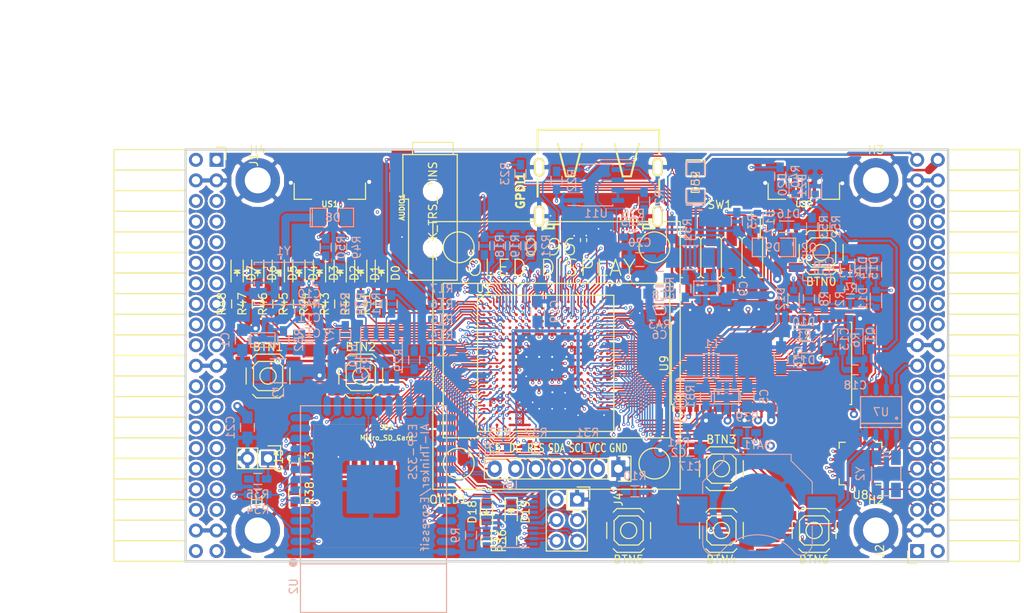
<source format=kicad_pcb>
(kicad_pcb (version 4) (host pcbnew 4.0.6+dfsg1-1)
  (layers (0 F.Cu signal) (1 In1.Cu signal) (2 In2.Cu signal) (31 B.Cu signal) (34 B.Paste user) (35 F.Paste user) (36 B.SilkS user) (37 F.SilkS user) (38 B.Mask user) (39 F.Mask user) (44 Edge.Cuts user))
  (net 0 "")
  (net 1 GND)
  (net 2 +5V)
  (net 3 /gpio/IN5V)
  (net 4 /gpio/OUT5V)
  (net 5 +3V3)
  (net 6 "Net-(L1-Pad1)")
  (net 7 "Net-(L2-Pad1)")
  (net 8 +1V2)
  (net 9 BTN_D)
  (net 10 BTN_F1)
  (net 11 BTN_F2)
  (net 12 BTN_L)
  (net 13 BTN_R)
  (net 14 BTN_U)
  (net 15 /power/FB1)
  (net 16 +2V5)
  (net 17 "Net-(L3-Pad1)")
  (net 18 /power/PWREN)
  (net 19 /power/FB3)
  (net 20 /power/FB2)
  (net 21 "Net-(D9-Pad1)")
  (net 22 /power/VBAT)
  (net 23 JTAG_TDI)
  (net 24 JTAG_TCK)
  (net 25 JTAG_TMS)
  (net 26 JTAG_TDO)
  (net 27 /power/WAKEUPn)
  (net 28 /power/WKUP)
  (net 29 /power/SHUT)
  (net 30 /power/WAKE)
  (net 31 /power/HOLD)
  (net 32 /power/WKn)
  (net 33 /power/OSCI_32k)
  (net 34 /power/OSCO_32k)
  (net 35 "Net-(Q2-Pad3)")
  (net 36 SHUTDOWN)
  (net 37 /analog/AUDIO_L)
  (net 38 /analog/AUDIO_R)
  (net 39 GPDI_5V_SCL)
  (net 40 GPDI_5V_SDA)
  (net 41 GPDI_SDA)
  (net 42 GPDI_SCL)
  (net 43 /gpdi/VREF2)
  (net 44 SD_CMD)
  (net 45 SD_CLK)
  (net 46 SD_D0)
  (net 47 SD_D1)
  (net 48 USB5V)
  (net 49 "Net-(BTN0-Pad1)")
  (net 50 GPDI_CEC)
  (net 51 nRESET)
  (net 52 FTDI_nDTR)
  (net 53 SDRAM_CKE)
  (net 54 SDRAM_A7)
  (net 55 SDRAM_D15)
  (net 56 SDRAM_BA1)
  (net 57 SDRAM_D7)
  (net 58 SDRAM_A6)
  (net 59 SDRAM_CLK)
  (net 60 SDRAM_D13)
  (net 61 SDRAM_BA0)
  (net 62 SDRAM_D6)
  (net 63 SDRAM_A5)
  (net 64 SDRAM_D14)
  (net 65 SDRAM_A11)
  (net 66 SDRAM_D12)
  (net 67 SDRAM_D5)
  (net 68 SDRAM_A4)
  (net 69 SDRAM_A10)
  (net 70 SDRAM_D11)
  (net 71 SDRAM_A3)
  (net 72 SDRAM_D4)
  (net 73 SDRAM_D10)
  (net 74 SDRAM_D9)
  (net 75 SDRAM_A9)
  (net 76 SDRAM_D3)
  (net 77 SDRAM_D8)
  (net 78 SDRAM_A8)
  (net 79 SDRAM_A2)
  (net 80 SDRAM_A1)
  (net 81 SDRAM_A0)
  (net 82 SDRAM_D2)
  (net 83 SDRAM_D1)
  (net 84 SDRAM_D0)
  (net 85 SDRAM_DQM0)
  (net 86 SDRAM_nCS)
  (net 87 SDRAM_nRAS)
  (net 88 SDRAM_DQM1)
  (net 89 SDRAM_nCAS)
  (net 90 SDRAM_nWE)
  (net 91 /flash/FLASH_nWP)
  (net 92 /flash/FLASH_nHOLD)
  (net 93 /flash/FLASH_MOSI)
  (net 94 /flash/FLASH_MISO)
  (net 95 /flash/FLASH_SCK)
  (net 96 /flash/FLASH_nCS)
  (net 97 /flash/FPGA_PROGRAMN)
  (net 98 /flash/FPGA_DONE)
  (net 99 /flash/FPGA_INITN)
  (net 100 OLED_RES)
  (net 101 OLED_DC)
  (net 102 OLED_CS)
  (net 103 WIFI_EN)
  (net 104 FTDI_nRTS)
  (net 105 FTDI_TXD)
  (net 106 FTDI_RXD)
  (net 107 WIFI_RXD)
  (net 108 WIFI_GPIO0)
  (net 109 WIFI_TXD)
  (net 110 GPDI_ETH-)
  (net 111 GPDI_ETH+)
  (net 112 GPDI_D2+)
  (net 113 GPDI_D2-)
  (net 114 GPDI_D1+)
  (net 115 GPDI_D1-)
  (net 116 GPDI_D0+)
  (net 117 GPDI_D0-)
  (net 118 GPDI_CLK+)
  (net 119 GPDI_CLK-)
  (net 120 USB_FTDI_D+)
  (net 121 USB_FTDI_D-)
  (net 122 J1_17-)
  (net 123 J1_17+)
  (net 124 J1_23-)
  (net 125 J1_23+)
  (net 126 J1_25-)
  (net 127 J1_25+)
  (net 128 J1_27-)
  (net 129 J1_27+)
  (net 130 J1_29-)
  (net 131 J1_29+)
  (net 132 J1_31-)
  (net 133 J1_31+)
  (net 134 J1_33-)
  (net 135 J1_33+)
  (net 136 J1_35-)
  (net 137 J1_35+)
  (net 138 J2_5-)
  (net 139 J2_5+)
  (net 140 J2_7-)
  (net 141 J2_7+)
  (net 142 J2_9-)
  (net 143 J2_9+)
  (net 144 J2_13-)
  (net 145 J2_13+)
  (net 146 J2_17-)
  (net 147 J2_17+)
  (net 148 J2_11-)
  (net 149 J2_11+)
  (net 150 J2_23-)
  (net 151 J2_23+)
  (net 152 J1_5-)
  (net 153 J1_5+)
  (net 154 J1_7-)
  (net 155 J1_7+)
  (net 156 J1_9-)
  (net 157 J1_9+)
  (net 158 J1_11-)
  (net 159 J1_11+)
  (net 160 J1_13-)
  (net 161 J1_13+)
  (net 162 J1_15-)
  (net 163 J1_15+)
  (net 164 J2_15-)
  (net 165 J2_15+)
  (net 166 J2_25-)
  (net 167 J2_25+)
  (net 168 J2_27-)
  (net 169 J2_27+)
  (net 170 J2_29-)
  (net 171 J2_29+)
  (net 172 J2_31-)
  (net 173 J2_31+)
  (net 174 J2_33-)
  (net 175 J2_33+)
  (net 176 J2_35-)
  (net 177 J2_35+)
  (net 178 SD_D3)
  (net 179 AUDIO_L3)
  (net 180 AUDIO_L2)
  (net 181 AUDIO_L1)
  (net 182 AUDIO_L0)
  (net 183 AUDIO_R3)
  (net 184 AUDIO_R2)
  (net 185 AUDIO_R1)
  (net 186 AUDIO_R0)
  (net 187 OLED_CLK)
  (net 188 OLED_MOSI)
  (net 189 LED0)
  (net 190 LED1)
  (net 191 LED2)
  (net 192 LED3)
  (net 193 LED4)
  (net 194 LED5)
  (net 195 LED6)
  (net 196 LED7)
  (net 197 BTN_PWRn)
  (net 198 "Net-(J3-Pad1)")
  (net 199 FTDI_nTXLED)
  (net 200 FTDI_nSLEEP)
  (net 201 /blinkey/LED_PWREN)
  (net 202 /blinkey/LED_TXLED)
  (net 203 FT3V3)
  (net 204 /sdcard/SD3V3)
  (net 205 SD_D2)
  (net 206 CLK_25MHz)
  (net 207 /blinkey/BTNPUL)
  (net 208 /blinkey/BTNPUR)
  (net 209 USB_FPGA_D+)
  (net 210 /power/FTDI_nSUSPEND)
  (net 211 /blinkey/ALED0)
  (net 212 /blinkey/ALED1)
  (net 213 /blinkey/ALED2)
  (net 214 /blinkey/ALED3)
  (net 215 /blinkey/ALED4)
  (net 216 /blinkey/ALED5)
  (net 217 /blinkey/ALED6)
  (net 218 /blinkey/ALED7)
  (net 219 /usb/FTD-)
  (net 220 /usb/FTD+)
  (net 221 ADC_MISO)
  (net 222 ADC_MOSI)
  (net 223 ADC_CSn)
  (net 224 ADC_SCLK)
  (net 225 "Net-(R51-Pad2)")
  (net 226 SW3)
  (net 227 SW2)
  (net 228 SW1)
  (net 229 SW0)
  (net 230 USB_FPGA_D-)
  (net 231 /usb/FPD+)
  (net 232 /usb/FPD-)
  (net 233 WIFI_GPIO16)
  (net 234 WIFI_GPIO15)
  (module Resistors_SMD:R_0603_HandSoldering (layer B.Cu) (at 154.044 71.326 90)
    (fp_text reference R51 (at 0 1.9 90) (layer B.SilkS) (effects (justify mirror)))
    (fp_text value 220)
    (pad 1 smd rect (at -1.1 0 90) (size 1.2 0.9) (layers B.Cu B.Paste B.Mask) (net 5 +3V3))
    (pad 2 smd rect (at 1.1 0 90) (size 1.2 0.9) (layers B.Cu B.Paste B.Mask) (net 225 "Net-(R51-Pad2)"))
  )
  (module Pin_Headers:Pin_Header_Straight_SMT_02x04 (layer F.Cu) (at 160.14 74.73 180)
    (fp_text reference SW1 (at 0.2 6.5 180) (layer F.SilkS))
    (fp_text value DIPSW)
    (pad 1 smd rect (at -3.81 3.2 180) (size 1.27 3.6) (layers F.Cu F.Paste F.Mask) (net 226 SW3))
    (pad 2 smd rect (at -1.27 3.2 180) (size 1.27 3.6) (layers F.Cu F.Paste F.Mask) (net 227 SW2))
    (pad 3 smd rect (at 1.27 3.2 180) (size 1.27 3.6) (layers F.Cu F.Paste F.Mask) (net 228 SW1))
    (pad 4 smd rect (at 3.81 3.2 180) (size 1.27 3.6) (layers F.Cu F.Paste F.Mask) (net 229 SW0))
    (pad 5 smd rect (at 3.81 -3.2 180) (size 1.27 3.6) (layers F.Cu F.Paste F.Mask) (net 225 "Net-(R51-Pad2)"))
    (pad 6 smd rect (at 1.27 -3.2 180) (size 1.27 3.6) (layers F.Cu F.Paste F.Mask) (net 225 "Net-(R51-Pad2)"))
    (pad 7 smd rect (at -1.27 -3.2 180) (size 1.27 3.6) (layers F.Cu F.Paste F.Mask) (net 225 "Net-(R51-Pad2)"))
    (pad 8 smd rect (at -3.81 -3.2 180) (size 1.27 3.6) (layers F.Cu F.Paste F.Mask) (net 225 "Net-(R51-Pad2)"))
  )
  (module lfe5bg381:BGA-381_pitch0.8mm_dia0.4mm (layer F.Cu) (at 138.48 87.8)
    (fp_text reference U1 (at -7.6 -9.2) (layer F.SilkS))
    (fp_text value LFE5U-25F-6BG381C)
    (pad A2 smd circle (at -6.8 -7.6) (size 0.35 0.35) (layers F.Cu F.Paste F.Mask) (net 129 J1_27+))
    (pad A3 smd circle (at -6 -7.6) (size 0.35 0.35) (layers F.Cu F.Paste F.Mask) (net 183 AUDIO_R3))
    (pad A4 smd circle (at -5.2 -7.6) (size 0.35 0.35) (layers F.Cu F.Paste F.Mask) (net 127 J1_25+))
    (pad A5 smd circle (at -4.4 -7.6) (size 0.35 0.35) (layers F.Cu F.Paste F.Mask) (net 126 J1_25-))
    (pad A6 smd circle (at -3.6 -7.6) (size 0.35 0.35) (layers F.Cu F.Paste F.Mask) (net 125 J1_23+))
    (pad A7 smd circle (at -2.8 -7.6) (size 0.35 0.35) (layers F.Cu F.Paste F.Mask) (net 161 J1_13+))
    (pad A8 smd circle (at -2 -7.6) (size 0.35 0.35) (layers F.Cu F.Paste F.Mask) (net 160 J1_13-))
    (pad A9 smd circle (at -1.2 -7.6) (size 0.35 0.35) (layers F.Cu F.Paste F.Mask) (net 156 J1_9-))
    (pad A10 smd circle (at -0.4 -7.6) (size 0.35 0.35) (layers F.Cu F.Paste F.Mask) (net 155 J1_7+))
    (pad A11 smd circle (at 0.4 -7.6) (size 0.35 0.35) (layers F.Cu F.Paste F.Mask) (net 154 J1_7-))
    (pad A12 smd circle (at 1.2 -7.6) (size 0.35 0.35) (layers F.Cu F.Paste F.Mask) (net 111 GPDI_ETH+))
    (pad A13 smd circle (at 2 -7.6) (size 0.35 0.35) (layers F.Cu F.Paste F.Mask) (net 110 GPDI_ETH-))
    (pad A14 smd circle (at 2.8 -7.6) (size 0.35 0.35) (layers F.Cu F.Paste F.Mask) (net 112 GPDI_D2+))
    (pad A15 smd circle (at 3.6 -7.6) (size 0.35 0.35) (layers F.Cu F.Paste F.Mask))
    (pad A16 smd circle (at 4.4 -7.6) (size 0.35 0.35) (layers F.Cu F.Paste F.Mask) (net 114 GPDI_D1+))
    (pad A17 smd circle (at 5.2 -7.6) (size 0.35 0.35) (layers F.Cu F.Paste F.Mask) (net 116 GPDI_D0+))
    (pad A18 smd circle (at 6 -7.6) (size 0.35 0.35) (layers F.Cu F.Paste F.Mask) (net 118 GPDI_CLK+))
    (pad A19 smd circle (at 6.8 -7.6) (size 0.35 0.35) (layers F.Cu F.Paste F.Mask) (net 50 GPDI_CEC))
    (pad B1 smd circle (at -7.6 -6.8) (size 0.35 0.35) (layers F.Cu F.Paste F.Mask) (net 128 J1_27-))
    (pad B2 smd circle (at -6.8 -6.8) (size 0.35 0.35) (layers F.Cu F.Paste F.Mask) (net 189 LED0))
    (pad B3 smd circle (at -6 -6.8) (size 0.35 0.35) (layers F.Cu F.Paste F.Mask) (net 182 AUDIO_L0))
    (pad B4 smd circle (at -5.2 -6.8) (size 0.35 0.35) (layers F.Cu F.Paste F.Mask) (net 130 J1_29-))
    (pad B5 smd circle (at -4.4 -6.8) (size 0.35 0.35) (layers F.Cu F.Paste F.Mask) (net 184 AUDIO_R2))
    (pad B6 smd circle (at -3.6 -6.8) (size 0.35 0.35) (layers F.Cu F.Paste F.Mask) (net 124 J1_23-))
    (pad B7 smd circle (at -2.8 -6.8) (size 0.35 0.35) (layers F.Cu F.Paste F.Mask) (net 1 GND))
    (pad B8 smd circle (at -2 -6.8) (size 0.35 0.35) (layers F.Cu F.Paste F.Mask) (net 162 J1_15-))
    (pad B9 smd circle (at -1.2 -6.8) (size 0.35 0.35) (layers F.Cu F.Paste F.Mask) (net 159 J1_11+))
    (pad B10 smd circle (at -0.4 -6.8) (size 0.35 0.35) (layers F.Cu F.Paste F.Mask) (net 157 J1_9+))
    (pad B11 smd circle (at 0.4 -6.8) (size 0.35 0.35) (layers F.Cu F.Paste F.Mask) (net 153 J1_5+))
    (pad B12 smd circle (at 1.2 -6.8) (size 0.35 0.35) (layers F.Cu F.Paste F.Mask))
    (pad B13 smd circle (at 2 -6.8) (size 0.35 0.35) (layers F.Cu F.Paste F.Mask) (net 175 J2_33+))
    (pad B14 smd circle (at 2.8 -6.8) (size 0.35 0.35) (layers F.Cu F.Paste F.Mask) (net 1 GND))
    (pad B15 smd circle (at 3.6 -6.8) (size 0.35 0.35) (layers F.Cu F.Paste F.Mask) (net 173 J2_31+))
    (pad B16 smd circle (at 4.4 -6.8) (size 0.35 0.35) (layers F.Cu F.Paste F.Mask) (net 115 GPDI_D1-))
    (pad B17 smd circle (at 5.2 -6.8) (size 0.35 0.35) (layers F.Cu F.Paste F.Mask) (net 169 J2_27+))
    (pad B18 smd circle (at 6 -6.8) (size 0.35 0.35) (layers F.Cu F.Paste F.Mask) (net 117 GPDI_D0-))
    (pad B19 smd circle (at 6.8 -6.8) (size 0.35 0.35) (layers F.Cu F.Paste F.Mask) (net 119 GPDI_CLK-))
    (pad B20 smd circle (at 7.6 -6.8) (size 0.35 0.35) (layers F.Cu F.Paste F.Mask) (net 41 GPDI_SDA))
    (pad C1 smd circle (at -7.6 -6) (size 0.35 0.35) (layers F.Cu F.Paste F.Mask) (net 191 LED2))
    (pad C2 smd circle (at -6.8 -6) (size 0.35 0.35) (layers F.Cu F.Paste F.Mask) (net 190 LED1))
    (pad C3 smd circle (at -6 -6) (size 0.35 0.35) (layers F.Cu F.Paste F.Mask) (net 181 AUDIO_L1))
    (pad C4 smd circle (at -5.2 -6) (size 0.35 0.35) (layers F.Cu F.Paste F.Mask) (net 131 J1_29+))
    (pad C5 smd circle (at -4.4 -6) (size 0.35 0.35) (layers F.Cu F.Paste F.Mask) (net 186 AUDIO_R0))
    (pad C6 smd circle (at -3.6 -6) (size 0.35 0.35) (layers F.Cu F.Paste F.Mask) (net 123 J1_17+))
    (pad C7 smd circle (at -2.8 -6) (size 0.35 0.35) (layers F.Cu F.Paste F.Mask) (net 122 J1_17-))
    (pad C8 smd circle (at -2 -6) (size 0.35 0.35) (layers F.Cu F.Paste F.Mask) (net 163 J1_15+))
    (pad C9 smd circle (at -1.2 -6) (size 0.35 0.35) (layers F.Cu F.Paste F.Mask))
    (pad C10 smd circle (at -0.4 -6) (size 0.35 0.35) (layers F.Cu F.Paste F.Mask) (net 158 J1_11-))
    (pad C11 smd circle (at 0.4 -6) (size 0.35 0.35) (layers F.Cu F.Paste F.Mask) (net 152 J1_5-))
    (pad C12 smd circle (at 1.2 -6) (size 0.35 0.35) (layers F.Cu F.Paste F.Mask) (net 42 GPDI_SCL))
    (pad C13 smd circle (at 2 -6) (size 0.35 0.35) (layers F.Cu F.Paste F.Mask) (net 174 J2_33-))
    (pad C14 smd circle (at 2.8 -6) (size 0.35 0.35) (layers F.Cu F.Paste F.Mask) (net 113 GPDI_D2-))
    (pad C15 smd circle (at 3.6 -6) (size 0.35 0.35) (layers F.Cu F.Paste F.Mask) (net 172 J2_31-))
    (pad C16 smd circle (at 4.4 -6) (size 0.35 0.35) (layers F.Cu F.Paste F.Mask) (net 171 J2_29+))
    (pad C17 smd circle (at 5.2 -6) (size 0.35 0.35) (layers F.Cu F.Paste F.Mask) (net 168 J2_27-))
    (pad C18 smd circle (at 6 -6) (size 0.35 0.35) (layers F.Cu F.Paste F.Mask) (net 151 J2_23+))
    (pad C19 smd circle (at 6.8 -6) (size 0.35 0.35) (layers F.Cu F.Paste F.Mask) (net 1 GND))
    (pad C20 smd circle (at 7.6 -6) (size 0.35 0.35) (layers F.Cu F.Paste F.Mask) (net 64 SDRAM_D14))
    (pad D1 smd circle (at -7.6 -5.2) (size 0.35 0.35) (layers F.Cu F.Paste F.Mask) (net 193 LED4))
    (pad D2 smd circle (at -6.8 -5.2) (size 0.35 0.35) (layers F.Cu F.Paste F.Mask) (net 192 LED3))
    (pad D3 smd circle (at -6 -5.2) (size 0.35 0.35) (layers F.Cu F.Paste F.Mask) (net 180 AUDIO_L2))
    (pad D4 smd circle (at -5.2 -5.2) (size 0.35 0.35) (layers F.Cu F.Paste F.Mask) (net 1 GND))
    (pad D5 smd circle (at -4.4 -5.2) (size 0.35 0.35) (layers F.Cu F.Paste F.Mask) (net 185 AUDIO_R1))
    (pad D6 smd circle (at -3.6 -5.2) (size 0.35 0.35) (layers F.Cu F.Paste F.Mask) (net 197 BTN_PWRn))
    (pad D7 smd circle (at -2.8 -5.2) (size 0.35 0.35) (layers F.Cu F.Paste F.Mask) (net 228 SW1))
    (pad D8 smd circle (at -2 -5.2) (size 0.35 0.35) (layers F.Cu F.Paste F.Mask) (net 229 SW0))
    (pad D9 smd circle (at -1.2 -5.2) (size 0.35 0.35) (layers F.Cu F.Paste F.Mask))
    (pad D10 smd circle (at -0.4 -5.2) (size 0.35 0.35) (layers F.Cu F.Paste F.Mask))
    (pad D11 smd circle (at 0.4 -5.2) (size 0.35 0.35) (layers F.Cu F.Paste F.Mask))
    (pad D12 smd circle (at 1.2 -5.2) (size 0.35 0.35) (layers F.Cu F.Paste F.Mask))
    (pad D13 smd circle (at 2 -5.2) (size 0.35 0.35) (layers F.Cu F.Paste F.Mask) (net 177 J2_35+))
    (pad D14 smd circle (at 2.8 -5.2) (size 0.35 0.35) (layers F.Cu F.Paste F.Mask))
    (pad D15 smd circle (at 3.6 -5.2) (size 0.35 0.35) (layers F.Cu F.Paste F.Mask) (net 167 J2_25+))
    (pad D16 smd circle (at 4.4 -5.2) (size 0.35 0.35) (layers F.Cu F.Paste F.Mask) (net 170 J2_29-))
    (pad D17 smd circle (at 5.2 -5.2) (size 0.35 0.35) (layers F.Cu F.Paste F.Mask) (net 150 J2_23-))
    (pad D18 smd circle (at 6 -5.2) (size 0.35 0.35) (layers F.Cu F.Paste F.Mask) (net 147 J2_17+))
    (pad D19 smd circle (at 6.8 -5.2) (size 0.35 0.35) (layers F.Cu F.Paste F.Mask) (net 55 SDRAM_D15))
    (pad D20 smd circle (at 7.6 -5.2) (size 0.35 0.35) (layers F.Cu F.Paste F.Mask) (net 60 SDRAM_D13))
    (pad E1 smd circle (at -7.6 -4.4) (size 0.35 0.35) (layers F.Cu F.Paste F.Mask) (net 195 LED6))
    (pad E2 smd circle (at -6.8 -4.4) (size 0.35 0.35) (layers F.Cu F.Paste F.Mask) (net 194 LED5))
    (pad E3 smd circle (at -6 -4.4) (size 0.35 0.35) (layers F.Cu F.Paste F.Mask) (net 132 J1_31-))
    (pad E4 smd circle (at -5.2 -4.4) (size 0.35 0.35) (layers F.Cu F.Paste F.Mask) (net 179 AUDIO_L3))
    (pad E5 smd circle (at -4.4 -4.4) (size 0.35 0.35) (layers F.Cu F.Paste F.Mask))
    (pad E6 smd circle (at -3.6 -4.4) (size 0.35 0.35) (layers F.Cu F.Paste F.Mask))
    (pad E7 smd circle (at -2.8 -4.4) (size 0.35 0.35) (layers F.Cu F.Paste F.Mask) (net 226 SW3))
    (pad E8 smd circle (at -2 -4.4) (size 0.35 0.35) (layers F.Cu F.Paste F.Mask) (net 227 SW2))
    (pad E9 smd circle (at -1.2 -4.4) (size 0.35 0.35) (layers F.Cu F.Paste F.Mask))
    (pad E10 smd circle (at -0.4 -4.4) (size 0.35 0.35) (layers F.Cu F.Paste F.Mask))
    (pad E11 smd circle (at 0.4 -4.4) (size 0.35 0.35) (layers F.Cu F.Paste F.Mask))
    (pad E12 smd circle (at 1.2 -4.4) (size 0.35 0.35) (layers F.Cu F.Paste F.Mask))
    (pad E13 smd circle (at 2 -4.4) (size 0.35 0.35) (layers F.Cu F.Paste F.Mask) (net 176 J2_35-))
    (pad E14 smd circle (at 2.8 -4.4) (size 0.35 0.35) (layers F.Cu F.Paste F.Mask))
    (pad E15 smd circle (at 3.6 -4.4) (size 0.35 0.35) (layers F.Cu F.Paste F.Mask) (net 166 J2_25-))
    (pad E16 smd circle (at 4.4 -4.4) (size 0.35 0.35) (layers F.Cu F.Paste F.Mask) (net 209 USB_FPGA_D+))
    (pad E17 smd circle (at 5.2 -4.4) (size 0.35 0.35) (layers F.Cu F.Paste F.Mask) (net 146 J2_17-))
    (pad E18 smd circle (at 6 -4.4) (size 0.35 0.35) (layers F.Cu F.Paste F.Mask) (net 72 SDRAM_D4))
    (pad E19 smd circle (at 6.8 -4.4) (size 0.35 0.35) (layers F.Cu F.Paste F.Mask) (net 66 SDRAM_D12))
    (pad E20 smd circle (at 7.6 -4.4) (size 0.35 0.35) (layers F.Cu F.Paste F.Mask) (net 70 SDRAM_D11))
    (pad F1 smd circle (at -7.6 -3.6) (size 0.35 0.35) (layers F.Cu F.Paste F.Mask) (net 103 WIFI_EN))
    (pad F2 smd circle (at -6.8 -3.6) (size 0.35 0.35) (layers F.Cu F.Paste F.Mask))
    (pad F3 smd circle (at -6 -3.6) (size 0.35 0.35) (layers F.Cu F.Paste F.Mask) (net 134 J1_33-))
    (pad F4 smd circle (at -5.2 -3.6) (size 0.35 0.35) (layers F.Cu F.Paste F.Mask) (net 133 J1_31+))
    (pad F5 smd circle (at -4.4 -3.6) (size 0.35 0.35) (layers F.Cu F.Paste F.Mask))
    (pad F6 smd circle (at -3.6 -3.6) (size 0.35 0.35) (layers F.Cu F.Paste F.Mask) (net 16 +2V5))
    (pad F7 smd circle (at -2.8 -3.6) (size 0.35 0.35) (layers F.Cu F.Paste F.Mask) (net 1 GND))
    (pad F8 smd circle (at -2 -3.6) (size 0.35 0.35) (layers F.Cu F.Paste F.Mask) (net 1 GND))
    (pad F9 smd circle (at -1.2 -3.6) (size 0.35 0.35) (layers F.Cu F.Paste F.Mask) (net 5 +3V3))
    (pad F10 smd circle (at -0.4 -3.6) (size 0.35 0.35) (layers F.Cu F.Paste F.Mask) (net 5 +3V3))
    (pad F11 smd circle (at 0.4 -3.6) (size 0.35 0.35) (layers F.Cu F.Paste F.Mask) (net 5 +3V3))
    (pad F12 smd circle (at 1.2 -3.6) (size 0.35 0.35) (layers F.Cu F.Paste F.Mask) (net 5 +3V3))
    (pad F13 smd circle (at 2 -3.6) (size 0.35 0.35) (layers F.Cu F.Paste F.Mask) (net 1 GND))
    (pad F14 smd circle (at 2.8 -3.6) (size 0.35 0.35) (layers F.Cu F.Paste F.Mask) (net 1 GND))
    (pad F15 smd circle (at 3.6 -3.6) (size 0.35 0.35) (layers F.Cu F.Paste F.Mask) (net 16 +2V5))
    (pad F16 smd circle (at 4.4 -3.6) (size 0.35 0.35) (layers F.Cu F.Paste F.Mask) (net 230 USB_FPGA_D-))
    (pad F17 smd circle (at 5.2 -3.6) (size 0.35 0.35) (layers F.Cu F.Paste F.Mask) (net 165 J2_15+))
    (pad F18 smd circle (at 6 -3.6) (size 0.35 0.35) (layers F.Cu F.Paste F.Mask) (net 67 SDRAM_D5))
    (pad F19 smd circle (at 6.8 -3.6) (size 0.35 0.35) (layers F.Cu F.Paste F.Mask) (net 73 SDRAM_D10))
    (pad F20 smd circle (at 7.6 -3.6) (size 0.35 0.35) (layers F.Cu F.Paste F.Mask) (net 74 SDRAM_D9))
    (pad G1 smd circle (at -7.6 -2.8) (size 0.35 0.35) (layers F.Cu F.Paste F.Mask))
    (pad G2 smd circle (at -6.8 -2.8) (size 0.35 0.35) (layers F.Cu F.Paste F.Mask) (net 206 CLK_25MHz))
    (pad G3 smd circle (at -6 -2.8) (size 0.35 0.35) (layers F.Cu F.Paste F.Mask) (net 135 J1_33+))
    (pad G4 smd circle (at -5.2 -2.8) (size 0.35 0.35) (layers F.Cu F.Paste F.Mask) (net 1 GND))
    (pad G5 smd circle (at -4.4 -2.8) (size 0.35 0.35) (layers F.Cu F.Paste F.Mask) (net 136 J1_35-))
    (pad G6 smd circle (at -3.6 -2.8) (size 0.35 0.35) (layers F.Cu F.Paste F.Mask) (net 1 GND))
    (pad G7 smd circle (at -2.8 -2.8) (size 0.35 0.35) (layers F.Cu F.Paste F.Mask) (net 1 GND))
    (pad G8 smd circle (at -2 -2.8) (size 0.35 0.35) (layers F.Cu F.Paste F.Mask) (net 1 GND))
    (pad G9 smd circle (at -1.2 -2.8) (size 0.35 0.35) (layers F.Cu F.Paste F.Mask) (net 1 GND))
    (pad G10 smd circle (at -0.4 -2.8) (size 0.35 0.35) (layers F.Cu F.Paste F.Mask) (net 1 GND))
    (pad G11 smd circle (at 0.4 -2.8) (size 0.35 0.35) (layers F.Cu F.Paste F.Mask) (net 1 GND))
    (pad G12 smd circle (at 1.2 -2.8) (size 0.35 0.35) (layers F.Cu F.Paste F.Mask) (net 1 GND))
    (pad G13 smd circle (at 2 -2.8) (size 0.35 0.35) (layers F.Cu F.Paste F.Mask) (net 1 GND))
    (pad G14 smd circle (at 2.8 -2.8) (size 0.35 0.35) (layers F.Cu F.Paste F.Mask) (net 1 GND))
    (pad G15 smd circle (at 3.6 -2.8) (size 0.35 0.35) (layers F.Cu F.Paste F.Mask) (net 1 GND))
    (pad G16 smd circle (at 4.4 -2.8) (size 0.35 0.35) (layers F.Cu F.Paste F.Mask))
    (pad G17 smd circle (at 5.2 -2.8) (size 0.35 0.35) (layers F.Cu F.Paste F.Mask) (net 1 GND))
    (pad G18 smd circle (at 6 -2.8) (size 0.35 0.35) (layers F.Cu F.Paste F.Mask) (net 164 J2_15-))
    (pad G19 smd circle (at 6.8 -2.8) (size 0.35 0.35) (layers F.Cu F.Paste F.Mask) (net 77 SDRAM_D8))
    (pad G20 smd circle (at 7.6 -2.8) (size 0.35 0.35) (layers F.Cu F.Paste F.Mask) (net 88 SDRAM_DQM1))
    (pad H1 smd circle (at -7.6 -2) (size 0.35 0.35) (layers F.Cu F.Paste F.Mask) (net 178 SD_D3))
    (pad H2 smd circle (at -6.8 -2) (size 0.35 0.35) (layers F.Cu F.Paste F.Mask) (net 205 SD_D2))
    (pad H3 smd circle (at -6 -2) (size 0.35 0.35) (layers F.Cu F.Paste F.Mask) (net 196 LED7))
    (pad H4 smd circle (at -5.2 -2) (size 0.35 0.35) (layers F.Cu F.Paste F.Mask) (net 137 J1_35+))
    (pad H5 smd circle (at -4.4 -2) (size 0.35 0.35) (layers F.Cu F.Paste F.Mask))
    (pad H6 smd circle (at -3.6 -2) (size 0.35 0.35) (layers F.Cu F.Paste F.Mask) (net 5 +3V3))
    (pad H7 smd circle (at -2.8 -2) (size 0.35 0.35) (layers F.Cu F.Paste F.Mask) (net 5 +3V3))
    (pad H8 smd circle (at -2 -2) (size 0.35 0.35) (layers F.Cu F.Paste F.Mask) (net 8 +1V2))
    (pad H9 smd circle (at -1.2 -2) (size 0.35 0.35) (layers F.Cu F.Paste F.Mask) (net 8 +1V2))
    (pad H10 smd circle (at -0.4 -2) (size 0.35 0.35) (layers F.Cu F.Paste F.Mask) (net 8 +1V2))
    (pad H11 smd circle (at 0.4 -2) (size 0.35 0.35) (layers F.Cu F.Paste F.Mask) (net 8 +1V2))
    (pad H12 smd circle (at 1.2 -2) (size 0.35 0.35) (layers F.Cu F.Paste F.Mask) (net 8 +1V2))
    (pad H13 smd circle (at 2 -2) (size 0.35 0.35) (layers F.Cu F.Paste F.Mask) (net 8 +1V2))
    (pad H14 smd circle (at 2.8 -2) (size 0.35 0.35) (layers F.Cu F.Paste F.Mask) (net 5 +3V3))
    (pad H15 smd circle (at 3.6 -2) (size 0.35 0.35) (layers F.Cu F.Paste F.Mask) (net 5 +3V3))
    (pad H16 smd circle (at 4.4 -2) (size 0.35 0.35) (layers F.Cu F.Paste F.Mask))
    (pad H17 smd circle (at 5.2 -2) (size 0.35 0.35) (layers F.Cu F.Paste F.Mask) (net 144 J2_13-))
    (pad H18 smd circle (at 6 -2) (size 0.35 0.35) (layers F.Cu F.Paste F.Mask) (net 145 J2_13+))
    (pad H19 smd circle (at 6.8 -2) (size 0.35 0.35) (layers F.Cu F.Paste F.Mask) (net 1 GND))
    (pad H20 smd circle (at 7.6 -2) (size 0.35 0.35) (layers F.Cu F.Paste F.Mask) (net 59 SDRAM_CLK))
    (pad J1 smd circle (at -7.6 -1.2) (size 0.35 0.35) (layers F.Cu F.Paste F.Mask) (net 45 SD_CLK))
    (pad J2 smd circle (at -6.8 -1.2) (size 0.35 0.35) (layers F.Cu F.Paste F.Mask) (net 1 GND))
    (pad J3 smd circle (at -6 -1.2) (size 0.35 0.35) (layers F.Cu F.Paste F.Mask) (net 44 SD_CMD))
    (pad J4 smd circle (at -5.2 -1.2) (size 0.35 0.35) (layers F.Cu F.Paste F.Mask))
    (pad J5 smd circle (at -4.4 -1.2) (size 0.35 0.35) (layers F.Cu F.Paste F.Mask))
    (pad J6 smd circle (at -3.6 -1.2) (size 0.35 0.35) (layers F.Cu F.Paste F.Mask) (net 5 +3V3))
    (pad J7 smd circle (at -2.8 -1.2) (size 0.35 0.35) (layers F.Cu F.Paste F.Mask) (net 1 GND))
    (pad J8 smd circle (at -2 -1.2) (size 0.35 0.35) (layers F.Cu F.Paste F.Mask) (net 8 +1V2))
    (pad J9 smd circle (at -1.2 -1.2) (size 0.35 0.35) (layers F.Cu F.Paste F.Mask) (net 1 GND))
    (pad J10 smd circle (at -0.4 -1.2) (size 0.35 0.35) (layers F.Cu F.Paste F.Mask) (net 1 GND))
    (pad J11 smd circle (at 0.4 -1.2) (size 0.35 0.35) (layers F.Cu F.Paste F.Mask) (net 1 GND))
    (pad J12 smd circle (at 1.2 -1.2) (size 0.35 0.35) (layers F.Cu F.Paste F.Mask) (net 1 GND))
    (pad J13 smd circle (at 2 -1.2) (size 0.35 0.35) (layers F.Cu F.Paste F.Mask) (net 8 +1V2))
    (pad J14 smd circle (at 2.8 -1.2) (size 0.35 0.35) (layers F.Cu F.Paste F.Mask) (net 1 GND))
    (pad J15 smd circle (at 3.6 -1.2) (size 0.35 0.35) (layers F.Cu F.Paste F.Mask) (net 5 +3V3))
    (pad J16 smd circle (at 4.4 -1.2) (size 0.35 0.35) (layers F.Cu F.Paste F.Mask))
    (pad J17 smd circle (at 5.2 -1.2) (size 0.35 0.35) (layers F.Cu F.Paste F.Mask))
    (pad J18 smd circle (at 6 -1.2) (size 0.35 0.35) (layers F.Cu F.Paste F.Mask) (net 76 SDRAM_D3))
    (pad J19 smd circle (at 6.8 -1.2) (size 0.35 0.35) (layers F.Cu F.Paste F.Mask) (net 53 SDRAM_CKE))
    (pad J20 smd circle (at 7.6 -1.2) (size 0.35 0.35) (layers F.Cu F.Paste F.Mask) (net 65 SDRAM_A11))
    (pad K1 smd circle (at -7.6 -0.4) (size 0.35 0.35) (layers F.Cu F.Paste F.Mask) (net 47 SD_D1))
    (pad K2 smd circle (at -6.8 -0.4) (size 0.35 0.35) (layers F.Cu F.Paste F.Mask) (net 46 SD_D0))
    (pad K3 smd circle (at -6 -0.4) (size 0.35 0.35) (layers F.Cu F.Paste F.Mask) (net 107 WIFI_RXD))
    (pad K4 smd circle (at -5.2 -0.4) (size 0.35 0.35) (layers F.Cu F.Paste F.Mask) (net 109 WIFI_TXD))
    (pad K5 smd circle (at -4.4 -0.4) (size 0.35 0.35) (layers F.Cu F.Paste F.Mask))
    (pad K6 smd circle (at -3.6 -0.4) (size 0.35 0.35) (layers F.Cu F.Paste F.Mask) (net 1 GND))
    (pad K7 smd circle (at -2.8 -0.4) (size 0.35 0.35) (layers F.Cu F.Paste F.Mask) (net 1 GND))
    (pad K8 smd circle (at -2 -0.4) (size 0.35 0.35) (layers F.Cu F.Paste F.Mask) (net 8 +1V2))
    (pad K9 smd circle (at -1.2 -0.4) (size 0.35 0.35) (layers F.Cu F.Paste F.Mask) (net 1 GND))
    (pad K10 smd circle (at -0.4 -0.4) (size 0.35 0.35) (layers F.Cu F.Paste F.Mask) (net 1 GND))
    (pad K11 smd circle (at 0.4 -0.4) (size 0.35 0.35) (layers F.Cu F.Paste F.Mask) (net 1 GND))
    (pad K12 smd circle (at 1.2 -0.4) (size 0.35 0.35) (layers F.Cu F.Paste F.Mask) (net 1 GND))
    (pad K13 smd circle (at 2 -0.4) (size 0.35 0.35) (layers F.Cu F.Paste F.Mask) (net 8 +1V2))
    (pad K14 smd circle (at 2.8 -0.4) (size 0.35 0.35) (layers F.Cu F.Paste F.Mask) (net 1 GND))
    (pad K15 smd circle (at 3.6 -0.4) (size 0.35 0.35) (layers F.Cu F.Paste F.Mask) (net 1 GND))
    (pad K16 smd circle (at 4.4 -0.4) (size 0.35 0.35) (layers F.Cu F.Paste F.Mask))
    (pad K17 smd circle (at 5.2 -0.4) (size 0.35 0.35) (layers F.Cu F.Paste F.Mask))
    (pad K18 smd circle (at 6 -0.4) (size 0.35 0.35) (layers F.Cu F.Paste F.Mask) (net 82 SDRAM_D2))
    (pad K19 smd circle (at 6.8 -0.4) (size 0.35 0.35) (layers F.Cu F.Paste F.Mask) (net 75 SDRAM_A9))
    (pad K20 smd circle (at 7.6 -0.4) (size 0.35 0.35) (layers F.Cu F.Paste F.Mask) (net 78 SDRAM_A8))
    (pad L1 smd circle (at -7.6 0.4) (size 0.35 0.35) (layers F.Cu F.Paste F.Mask) (net 233 WIFI_GPIO16))
    (pad L2 smd circle (at -6.8 0.4) (size 0.35 0.35) (layers F.Cu F.Paste F.Mask) (net 108 WIFI_GPIO0))
    (pad L3 smd circle (at -6 0.4) (size 0.35 0.35) (layers F.Cu F.Paste F.Mask))
    (pad L4 smd circle (at -5.2 0.4) (size 0.35 0.35) (layers F.Cu F.Paste F.Mask) (net 106 FTDI_RXD))
    (pad L5 smd circle (at -4.4 0.4) (size 0.35 0.35) (layers F.Cu F.Paste F.Mask))
    (pad L6 smd circle (at -3.6 0.4) (size 0.35 0.35) (layers F.Cu F.Paste F.Mask) (net 5 +3V3))
    (pad L7 smd circle (at -2.8 0.4) (size 0.35 0.35) (layers F.Cu F.Paste F.Mask) (net 5 +3V3))
    (pad L8 smd circle (at -2 0.4) (size 0.35 0.35) (layers F.Cu F.Paste F.Mask) (net 8 +1V2))
    (pad L9 smd circle (at -1.2 0.4) (size 0.35 0.35) (layers F.Cu F.Paste F.Mask) (net 1 GND))
    (pad L10 smd circle (at -0.4 0.4) (size 0.35 0.35) (layers F.Cu F.Paste F.Mask) (net 1 GND))
    (pad L11 smd circle (at 0.4 0.4) (size 0.35 0.35) (layers F.Cu F.Paste F.Mask) (net 1 GND))
    (pad L12 smd circle (at 1.2 0.4) (size 0.35 0.35) (layers F.Cu F.Paste F.Mask) (net 1 GND))
    (pad L13 smd circle (at 2 0.4) (size 0.35 0.35) (layers F.Cu F.Paste F.Mask) (net 8 +1V2))
    (pad L14 smd circle (at 2.8 0.4) (size 0.35 0.35) (layers F.Cu F.Paste F.Mask) (net 5 +3V3))
    (pad L15 smd circle (at 3.6 0.4) (size 0.35 0.35) (layers F.Cu F.Paste F.Mask) (net 5 +3V3))
    (pad L16 smd circle (at 4.4 0.4) (size 0.35 0.35) (layers F.Cu F.Paste F.Mask) (net 149 J2_11+))
    (pad L17 smd circle (at 5.2 0.4) (size 0.35 0.35) (layers F.Cu F.Paste F.Mask) (net 148 J2_11-))
    (pad L18 smd circle (at 6 0.4) (size 0.35 0.35) (layers F.Cu F.Paste F.Mask) (net 83 SDRAM_D1))
    (pad L19 smd circle (at 6.8 0.4) (size 0.35 0.35) (layers F.Cu F.Paste F.Mask) (net 54 SDRAM_A7))
    (pad L20 smd circle (at 7.6 0.4) (size 0.35 0.35) (layers F.Cu F.Paste F.Mask) (net 58 SDRAM_A6))
    (pad M1 smd circle (at -7.6 1.2) (size 0.35 0.35) (layers F.Cu F.Paste F.Mask) (net 105 FTDI_TXD))
    (pad M2 smd circle (at -6.8 1.2) (size 0.35 0.35) (layers F.Cu F.Paste F.Mask) (net 1 GND))
    (pad M3 smd circle (at -6 1.2) (size 0.35 0.35) (layers F.Cu F.Paste F.Mask) (net 104 FTDI_nRTS))
    (pad M4 smd circle (at -5.2 1.2) (size 0.35 0.35) (layers F.Cu F.Paste F.Mask))
    (pad M5 smd circle (at -4.4 1.2) (size 0.35 0.35) (layers F.Cu F.Paste F.Mask))
    (pad M6 smd circle (at -3.6 1.2) (size 0.35 0.35) (layers F.Cu F.Paste F.Mask) (net 5 +3V3))
    (pad M7 smd circle (at -2.8 1.2) (size 0.35 0.35) (layers F.Cu F.Paste F.Mask) (net 1 GND))
    (pad M8 smd circle (at -2 1.2) (size 0.35 0.35) (layers F.Cu F.Paste F.Mask) (net 8 +1V2))
    (pad M9 smd circle (at -1.2 1.2) (size 0.35 0.35) (layers F.Cu F.Paste F.Mask) (net 1 GND))
    (pad M10 smd circle (at -0.4 1.2) (size 0.35 0.35) (layers F.Cu F.Paste F.Mask) (net 1 GND))
    (pad M11 smd circle (at 0.4 1.2) (size 0.35 0.35) (layers F.Cu F.Paste F.Mask) (net 1 GND))
    (pad M12 smd circle (at 1.2 1.2) (size 0.35 0.35) (layers F.Cu F.Paste F.Mask) (net 1 GND))
    (pad M13 smd circle (at 2 1.2) (size 0.35 0.35) (layers F.Cu F.Paste F.Mask) (net 8 +1V2))
    (pad M14 smd circle (at 2.8 1.2) (size 0.35 0.35) (layers F.Cu F.Paste F.Mask) (net 1 GND))
    (pad M15 smd circle (at 3.6 1.2) (size 0.35 0.35) (layers F.Cu F.Paste F.Mask) (net 5 +3V3))
    (pad M16 smd circle (at 4.4 1.2) (size 0.35 0.35) (layers F.Cu F.Paste F.Mask) (net 1 GND))
    (pad M17 smd circle (at 5.2 1.2) (size 0.35 0.35) (layers F.Cu F.Paste F.Mask) (net 142 J2_9-))
    (pad M18 smd circle (at 6 1.2) (size 0.35 0.35) (layers F.Cu F.Paste F.Mask) (net 84 SDRAM_D0))
    (pad M19 smd circle (at 6.8 1.2) (size 0.35 0.35) (layers F.Cu F.Paste F.Mask) (net 63 SDRAM_A5))
    (pad M20 smd circle (at 7.6 1.2) (size 0.35 0.35) (layers F.Cu F.Paste F.Mask) (net 68 SDRAM_A4))
    (pad N1 smd circle (at -7.6 2) (size 0.35 0.35) (layers F.Cu F.Paste F.Mask) (net 52 FTDI_nDTR))
    (pad N2 smd circle (at -6.8 2) (size 0.35 0.35) (layers F.Cu F.Paste F.Mask) (net 102 OLED_CS))
    (pad N3 smd circle (at -6 2) (size 0.35 0.35) (layers F.Cu F.Paste F.Mask) (net 234 WIFI_GPIO15))
    (pad N4 smd circle (at -5.2 2) (size 0.35 0.35) (layers F.Cu F.Paste F.Mask))
    (pad N5 smd circle (at -4.4 2) (size 0.35 0.35) (layers F.Cu F.Paste F.Mask))
    (pad N6 smd circle (at -3.6 2) (size 0.35 0.35) (layers F.Cu F.Paste F.Mask) (net 1 GND))
    (pad N7 smd circle (at -2.8 2) (size 0.35 0.35) (layers F.Cu F.Paste F.Mask) (net 1 GND))
    (pad N8 smd circle (at -2 2) (size 0.35 0.35) (layers F.Cu F.Paste F.Mask) (net 8 +1V2))
    (pad N9 smd circle (at -1.2 2) (size 0.35 0.35) (layers F.Cu F.Paste F.Mask) (net 8 +1V2))
    (pad N10 smd circle (at -0.4 2) (size 0.35 0.35) (layers F.Cu F.Paste F.Mask) (net 8 +1V2))
    (pad N11 smd circle (at 0.4 2) (size 0.35 0.35) (layers F.Cu F.Paste F.Mask) (net 8 +1V2))
    (pad N12 smd circle (at 1.2 2) (size 0.35 0.35) (layers F.Cu F.Paste F.Mask) (net 8 +1V2))
    (pad N13 smd circle (at 2 2) (size 0.35 0.35) (layers F.Cu F.Paste F.Mask) (net 8 +1V2))
    (pad N14 smd circle (at 2.8 2) (size 0.35 0.35) (layers F.Cu F.Paste F.Mask) (net 1 GND))
    (pad N15 smd circle (at 3.6 2) (size 0.35 0.35) (layers F.Cu F.Paste F.Mask) (net 1 GND))
    (pad N16 smd circle (at 4.4 2) (size 0.35 0.35) (layers F.Cu F.Paste F.Mask) (net 143 J2_9+))
    (pad N17 smd circle (at 5.2 2) (size 0.35 0.35) (layers F.Cu F.Paste F.Mask) (net 141 J2_7+))
    (pad N18 smd circle (at 6 2) (size 0.35 0.35) (layers F.Cu F.Paste F.Mask) (net 62 SDRAM_D6))
    (pad N19 smd circle (at 6.8 2) (size 0.35 0.35) (layers F.Cu F.Paste F.Mask) (net 71 SDRAM_A3))
    (pad N20 smd circle (at 7.6 2) (size 0.35 0.35) (layers F.Cu F.Paste F.Mask) (net 79 SDRAM_A2))
    (pad P1 smd circle (at -7.6 2.8) (size 0.35 0.35) (layers F.Cu F.Paste F.Mask) (net 101 OLED_DC))
    (pad P2 smd circle (at -6.8 2.8) (size 0.35 0.35) (layers F.Cu F.Paste F.Mask) (net 100 OLED_RES))
    (pad P3 smd circle (at -6 2.8) (size 0.35 0.35) (layers F.Cu F.Paste F.Mask) (net 188 OLED_MOSI))
    (pad P4 smd circle (at -5.2 2.8) (size 0.35 0.35) (layers F.Cu F.Paste F.Mask) (net 187 OLED_CLK))
    (pad P5 smd circle (at -4.4 2.8) (size 0.35 0.35) (layers F.Cu F.Paste F.Mask))
    (pad P6 smd circle (at -3.6 2.8) (size 0.35 0.35) (layers F.Cu F.Paste F.Mask) (net 16 +2V5))
    (pad P7 smd circle (at -2.8 2.8) (size 0.35 0.35) (layers F.Cu F.Paste F.Mask) (net 1 GND))
    (pad P8 smd circle (at -2 2.8) (size 0.35 0.35) (layers F.Cu F.Paste F.Mask) (net 1 GND))
    (pad P9 smd circle (at -1.2 2.8) (size 0.35 0.35) (layers F.Cu F.Paste F.Mask) (net 5 +3V3))
    (pad P10 smd circle (at -0.4 2.8) (size 0.35 0.35) (layers F.Cu F.Paste F.Mask) (net 5 +3V3))
    (pad P11 smd circle (at 0.4 2.8) (size 0.35 0.35) (layers F.Cu F.Paste F.Mask) (net 1 GND))
    (pad P12 smd circle (at 1.2 2.8) (size 0.35 0.35) (layers F.Cu F.Paste F.Mask) (net 1 GND))
    (pad P13 smd circle (at 2 2.8) (size 0.35 0.35) (layers F.Cu F.Paste F.Mask) (net 1 GND))
    (pad P14 smd circle (at 2.8 2.8) (size 0.35 0.35) (layers F.Cu F.Paste F.Mask) (net 1 GND))
    (pad P15 smd circle (at 3.6 2.8) (size 0.35 0.35) (layers F.Cu F.Paste F.Mask) (net 16 +2V5))
    (pad P16 smd circle (at 4.4 2.8) (size 0.35 0.35) (layers F.Cu F.Paste F.Mask) (net 140 J2_7-))
    (pad P17 smd circle (at 5.2 2.8) (size 0.35 0.35) (layers F.Cu F.Paste F.Mask) (net 224 ADC_SCLK))
    (pad P18 smd circle (at 6 2.8) (size 0.35 0.35) (layers F.Cu F.Paste F.Mask) (net 57 SDRAM_D7))
    (pad P19 smd circle (at 6.8 2.8) (size 0.35 0.35) (layers F.Cu F.Paste F.Mask) (net 80 SDRAM_A1))
    (pad P20 smd circle (at 7.6 2.8) (size 0.35 0.35) (layers F.Cu F.Paste F.Mask) (net 81 SDRAM_A0))
    (pad R1 smd circle (at -7.6 3.6) (size 0.35 0.35) (layers F.Cu F.Paste F.Mask) (net 10 BTN_F1))
    (pad R2 smd circle (at -6.8 3.6) (size 0.35 0.35) (layers F.Cu F.Paste F.Mask) (net 96 /flash/FLASH_nCS))
    (pad R3 smd circle (at -6 3.6) (size 0.35 0.35) (layers F.Cu F.Paste F.Mask))
    (pad R4 smd circle (at -5.2 3.6) (size 0.35 0.35) (layers F.Cu F.Paste F.Mask) (net 1 GND))
    (pad R5 smd circle (at -4.4 3.6) (size 0.35 0.35) (layers F.Cu F.Paste F.Mask) (net 23 JTAG_TDI))
    (pad R16 smd circle (at 4.4 3.6) (size 0.35 0.35) (layers F.Cu F.Paste F.Mask) (net 222 ADC_MOSI))
    (pad R17 smd circle (at 5.2 3.6) (size 0.35 0.35) (layers F.Cu F.Paste F.Mask) (net 223 ADC_CSn))
    (pad R18 smd circle (at 6 3.6) (size 0.35 0.35) (layers F.Cu F.Paste F.Mask) (net 85 SDRAM_DQM0))
    (pad R19 smd circle (at 6.8 3.6) (size 0.35 0.35) (layers F.Cu F.Paste F.Mask) (net 1 GND))
    (pad R20 smd circle (at 7.6 3.6) (size 0.35 0.35) (layers F.Cu F.Paste F.Mask) (net 69 SDRAM_A10))
    (pad T1 smd circle (at -7.6 4.4) (size 0.35 0.35) (layers F.Cu F.Paste F.Mask) (net 11 BTN_F2))
    (pad T2 smd circle (at -6.8 4.4) (size 0.35 0.35) (layers F.Cu F.Paste F.Mask) (net 5 +3V3))
    (pad T3 smd circle (at -6 4.4) (size 0.35 0.35) (layers F.Cu F.Paste F.Mask) (net 5 +3V3))
    (pad T4 smd circle (at -5.2 4.4) (size 0.35 0.35) (layers F.Cu F.Paste F.Mask) (net 5 +3V3))
    (pad T5 smd circle (at -4.4 4.4) (size 0.35 0.35) (layers F.Cu F.Paste F.Mask) (net 24 JTAG_TCK))
    (pad T6 smd circle (at -3.6 4.4) (size 0.35 0.35) (layers F.Cu F.Paste F.Mask) (net 1 GND))
    (pad T7 smd circle (at -2.8 4.4) (size 0.35 0.35) (layers F.Cu F.Paste F.Mask) (net 1 GND))
    (pad T8 smd circle (at -2 4.4) (size 0.35 0.35) (layers F.Cu F.Paste F.Mask) (net 1 GND))
    (pad T9 smd circle (at -1.2 4.4) (size 0.35 0.35) (layers F.Cu F.Paste F.Mask) (net 1 GND))
    (pad T10 smd circle (at -0.4 4.4) (size 0.35 0.35) (layers F.Cu F.Paste F.Mask) (net 1 GND))
    (pad T11 smd circle (at 0.4 4.4) (size 0.35 0.35) (layers F.Cu F.Paste F.Mask))
    (pad T12 smd circle (at 1.2 4.4) (size 0.35 0.35) (layers F.Cu F.Paste F.Mask))
    (pad T13 smd circle (at 2 4.4) (size 0.35 0.35) (layers F.Cu F.Paste F.Mask))
    (pad T14 smd circle (at 2.8 4.4) (size 0.35 0.35) (layers F.Cu F.Paste F.Mask))
    (pad T15 smd circle (at 3.6 4.4) (size 0.35 0.35) (layers F.Cu F.Paste F.Mask))
    (pad T16 smd circle (at 4.4 4.4) (size 0.35 0.35) (layers F.Cu F.Paste F.Mask))
    (pad T17 smd circle (at 5.2 4.4) (size 0.35 0.35) (layers F.Cu F.Paste F.Mask) (net 89 SDRAM_nCAS))
    (pad T18 smd circle (at 6 4.4) (size 0.35 0.35) (layers F.Cu F.Paste F.Mask) (net 90 SDRAM_nWE))
    (pad T19 smd circle (at 6.8 4.4) (size 0.35 0.35) (layers F.Cu F.Paste F.Mask) (net 56 SDRAM_BA1))
    (pad T20 smd circle (at 7.6 4.4) (size 0.35 0.35) (layers F.Cu F.Paste F.Mask) (net 61 SDRAM_BA0))
    (pad U1 smd circle (at -7.6 5.2) (size 0.35 0.35) (layers F.Cu F.Paste F.Mask) (net 12 BTN_L))
    (pad U2 smd circle (at -6.8 5.2) (size 0.35 0.35) (layers F.Cu F.Paste F.Mask) (net 5 +3V3))
    (pad U3 smd circle (at -6 5.2) (size 0.35 0.35) (layers F.Cu F.Paste F.Mask) (net 95 /flash/FLASH_SCK))
    (pad U4 smd circle (at -5.2 5.2) (size 0.35 0.35) (layers F.Cu F.Paste F.Mask) (net 1 GND))
    (pad U5 smd circle (at -4.4 5.2) (size 0.35 0.35) (layers F.Cu F.Paste F.Mask) (net 25 JTAG_TMS))
    (pad U6 smd circle (at -3.6 5.2) (size 0.35 0.35) (layers F.Cu F.Paste F.Mask) (net 1 GND))
    (pad U7 smd circle (at -2.8 5.2) (size 0.35 0.35) (layers F.Cu F.Paste F.Mask) (net 1 GND))
    (pad U8 smd circle (at -2 5.2) (size 0.35 0.35) (layers F.Cu F.Paste F.Mask) (net 1 GND))
    (pad U9 smd circle (at -1.2 5.2) (size 0.35 0.35) (layers F.Cu F.Paste F.Mask) (net 1 GND))
    (pad U10 smd circle (at -0.4 5.2) (size 0.35 0.35) (layers F.Cu F.Paste F.Mask) (net 1 GND))
    (pad U11 smd circle (at 0.4 5.2) (size 0.35 0.35) (layers F.Cu F.Paste F.Mask) (net 1 GND))
    (pad U12 smd circle (at 1.2 5.2) (size 0.35 0.35) (layers F.Cu F.Paste F.Mask) (net 1 GND))
    (pad U13 smd circle (at 2 5.2) (size 0.35 0.35) (layers F.Cu F.Paste F.Mask) (net 1 GND))
    (pad U14 smd circle (at 2.8 5.2) (size 0.35 0.35) (layers F.Cu F.Paste F.Mask) (net 1 GND))
    (pad U15 smd circle (at 3.6 5.2) (size 0.35 0.35) (layers F.Cu F.Paste F.Mask))
    (pad U16 smd circle (at 4.4 5.2) (size 0.35 0.35) (layers F.Cu F.Paste F.Mask) (net 221 ADC_MISO))
    (pad U17 smd circle (at 5.2 5.2) (size 0.35 0.35) (layers F.Cu F.Paste F.Mask) (net 138 J2_5-))
    (pad U18 smd circle (at 6 5.2) (size 0.35 0.35) (layers F.Cu F.Paste F.Mask) (net 139 J2_5+))
    (pad U19 smd circle (at 6.8 5.2) (size 0.35 0.35) (layers F.Cu F.Paste F.Mask) (net 86 SDRAM_nCS))
    (pad U20 smd circle (at 7.6 5.2) (size 0.35 0.35) (layers F.Cu F.Paste F.Mask) (net 87 SDRAM_nRAS))
    (pad V1 smd circle (at -7.6 6) (size 0.35 0.35) (layers F.Cu F.Paste F.Mask) (net 9 BTN_D))
    (pad V2 smd circle (at -6.8 6) (size 0.35 0.35) (layers F.Cu F.Paste F.Mask) (net 94 /flash/FLASH_MISO))
    (pad V3 smd circle (at -6 6) (size 0.35 0.35) (layers F.Cu F.Paste F.Mask) (net 99 /flash/FPGA_INITN))
    (pad V4 smd circle (at -5.2 6) (size 0.35 0.35) (layers F.Cu F.Paste F.Mask) (net 26 JTAG_TDO))
    (pad V5 smd circle (at -4.4 6) (size 0.35 0.35) (layers F.Cu F.Paste F.Mask) (net 1 GND))
    (pad V6 smd circle (at -3.6 6) (size 0.35 0.35) (layers F.Cu F.Paste F.Mask) (net 1 GND))
    (pad V7 smd circle (at -2.8 6) (size 0.35 0.35) (layers F.Cu F.Paste F.Mask) (net 1 GND))
    (pad V8 smd circle (at -2 6) (size 0.35 0.35) (layers F.Cu F.Paste F.Mask) (net 1 GND))
    (pad V9 smd circle (at -1.2 6) (size 0.35 0.35) (layers F.Cu F.Paste F.Mask) (net 1 GND))
    (pad V10 smd circle (at -0.4 6) (size 0.35 0.35) (layers F.Cu F.Paste F.Mask) (net 1 GND))
    (pad V11 smd circle (at 0.4 6) (size 0.35 0.35) (layers F.Cu F.Paste F.Mask) (net 1 GND))
    (pad V12 smd circle (at 1.2 6) (size 0.35 0.35) (layers F.Cu F.Paste F.Mask) (net 1 GND))
    (pad V13 smd circle (at 2 6) (size 0.35 0.35) (layers F.Cu F.Paste F.Mask) (net 1 GND))
    (pad V14 smd circle (at 2.8 6) (size 0.35 0.35) (layers F.Cu F.Paste F.Mask) (net 1 GND))
    (pad V15 smd circle (at 3.6 6) (size 0.35 0.35) (layers F.Cu F.Paste F.Mask) (net 1 GND))
    (pad V16 smd circle (at 4.4 6) (size 0.35 0.35) (layers F.Cu F.Paste F.Mask) (net 1 GND))
    (pad V17 smd circle (at 5.2 6) (size 0.35 0.35) (layers F.Cu F.Paste F.Mask))
    (pad V18 smd circle (at 6 6) (size 0.35 0.35) (layers F.Cu F.Paste F.Mask))
    (pad V19 smd circle (at 6.8 6) (size 0.35 0.35) (layers F.Cu F.Paste F.Mask) (net 1 GND))
    (pad V20 smd circle (at 7.6 6) (size 0.35 0.35) (layers F.Cu F.Paste F.Mask) (net 1 GND))
    (pad W1 smd circle (at -7.6 6.8) (size 0.35 0.35) (layers F.Cu F.Paste F.Mask) (net 14 BTN_U))
    (pad W2 smd circle (at -6.8 6.8) (size 0.35 0.35) (layers F.Cu F.Paste F.Mask) (net 93 /flash/FLASH_MOSI))
    (pad W3 smd circle (at -6 6.8) (size 0.35 0.35) (layers F.Cu F.Paste F.Mask) (net 97 /flash/FPGA_PROGRAMN))
    (pad W4 smd circle (at -5.2 6.8) (size 0.35 0.35) (layers F.Cu F.Paste F.Mask))
    (pad W5 smd circle (at -4.4 6.8) (size 0.35 0.35) (layers F.Cu F.Paste F.Mask))
    (pad W6 smd circle (at -3.6 6.8) (size 0.35 0.35) (layers F.Cu F.Paste F.Mask) (net 1 GND))
    (pad W7 smd circle (at -2.8 6.8) (size 0.35 0.35) (layers F.Cu F.Paste F.Mask) (net 1 GND))
    (pad W8 smd circle (at -2 6.8) (size 0.35 0.35) (layers F.Cu F.Paste F.Mask))
    (pad W9 smd circle (at -1.2 6.8) (size 0.35 0.35) (layers F.Cu F.Paste F.Mask))
    (pad W10 smd circle (at -0.4 6.8) (size 0.35 0.35) (layers F.Cu F.Paste F.Mask))
    (pad W11 smd circle (at 0.4 6.8) (size 0.35 0.35) (layers F.Cu F.Paste F.Mask))
    (pad W12 smd circle (at 1.2 6.8) (size 0.35 0.35) (layers F.Cu F.Paste F.Mask) (net 1 GND))
    (pad W13 smd circle (at 2 6.8) (size 0.35 0.35) (layers F.Cu F.Paste F.Mask))
    (pad W14 smd circle (at 2.8 6.8) (size 0.35 0.35) (layers F.Cu F.Paste F.Mask))
    (pad W15 smd circle (at 3.6 6.8) (size 0.35 0.35) (layers F.Cu F.Paste F.Mask) (net 1 GND))
    (pad W16 smd circle (at 4.4 6.8) (size 0.35 0.35) (layers F.Cu F.Paste F.Mask) (net 1 GND))
    (pad W17 smd circle (at 5.2 6.8) (size 0.35 0.35) (layers F.Cu F.Paste F.Mask))
    (pad W18 smd circle (at 6 6.8) (size 0.35 0.35) (layers F.Cu F.Paste F.Mask))
    (pad W19 smd circle (at 6.8 6.8) (size 0.35 0.35) (layers F.Cu F.Paste F.Mask) (net 1 GND))
    (pad W20 smd circle (at 7.6 6.8) (size 0.35 0.35) (layers F.Cu F.Paste F.Mask))
    (pad Y2 smd circle (at -6.8 7.6) (size 0.35 0.35) (layers F.Cu F.Paste F.Mask) (net 13 BTN_R))
    (pad Y3 smd circle (at -6 7.6) (size 0.35 0.35) (layers F.Cu F.Paste F.Mask) (net 98 /flash/FPGA_DONE))
    (pad Y5 smd circle (at -4.4 7.6) (size 0.35 0.35) (layers F.Cu F.Paste F.Mask) (net 1 GND))
    (pad Y6 smd circle (at -3.6 7.6) (size 0.35 0.35) (layers F.Cu F.Paste F.Mask) (net 1 GND))
    (pad Y7 smd circle (at -2.8 7.6) (size 0.35 0.35) (layers F.Cu F.Paste F.Mask) (net 1 GND))
    (pad Y8 smd circle (at -2 7.6) (size 0.35 0.35) (layers F.Cu F.Paste F.Mask) (net 1 GND))
    (pad Y11 smd circle (at 0.4 7.6) (size 0.35 0.35) (layers F.Cu F.Paste F.Mask) (net 1 GND))
    (pad Y12 smd circle (at 1.2 7.6) (size 0.35 0.35) (layers F.Cu F.Paste F.Mask) (net 1 GND))
    (pad Y14 smd circle (at 2.8 7.6) (size 0.35 0.35) (layers F.Cu F.Paste F.Mask))
    (pad Y15 smd circle (at 3.6 7.6) (size 0.35 0.35) (layers F.Cu F.Paste F.Mask))
    (pad Y16 smd circle (at 4.4 7.6) (size 0.35 0.35) (layers F.Cu F.Paste F.Mask))
    (pad Y17 smd circle (at 5.2 7.6) (size 0.35 0.35) (layers F.Cu F.Paste F.Mask))
    (pad Y19 smd circle (at 6.8 7.6) (size 0.35 0.35) (layers F.Cu F.Paste F.Mask))
  )
  (module Keystone_3000_1x12mm-CoinCell:Keystone_3000_1x12mm-CoinCell (layer B.Cu) (at 164.585 105.87 180)
    (fp_text reference BAT1 (at 0 8 180) (layer B.SilkS) (effects (justify mirror)))
    (fp_text value CR1225)
    (pad 1 smd rect (at -7.9 0 180) (size 3.5 3.3) (layers B.Cu B.Paste B.Mask) (net 22 /power/VBAT))
    (pad 1 smd rect (at 7.9 0 180) (size 3.5 3.3) (layers B.Cu B.Paste B.Mask) (net 22 /power/VBAT))
    (pad 2 smd circle (at 0 0 180) (size 9 9) (layers B.Cu B.Mask) (net 1 GND))
  )
  (module SMD_Packages:SMD-1206_Pol (layer F.Cu) (at 156.965 65.484 270)
    (fp_text reference D52 (at 0 0 270) (layer F.SilkS))
    (fp_text value 2A)
    (pad 1 smd rect (at -1.651 0 270) (size 1.524 2.032) (layers F.Cu F.Paste F.Mask) (net 4 /gpio/OUT5V))
    (pad 2 smd rect (at 1.651 0 270) (size 1.524 2.032) (layers F.Cu F.Paste F.Mask) (net 2 +5V))
  )
  (module SMD_Packages:SMD-1206_Pol (layer B.Cu) (at 156.965 65.484 90)
    (fp_text reference D51 (at 0 0 90) (layer B.SilkS) (effects (justify mirror)))
    (fp_text value 2A)
    (pad 1 smd rect (at -1.651 0 90) (size 1.524 2.032) (layers B.Cu B.Paste B.Mask) (net 2 +5V))
    (pad 2 smd rect (at 1.651 0 90) (size 1.524 2.032) (layers B.Cu B.Paste B.Mask) (net 3 /gpio/IN5V))
  )
  (module micro-sd:MicroSD_TF02D (layer F.Cu) (at 116.87 110.52 180)
    (fp_text reference SD1 (at -1.995 14.81 180) (layer F.SilkS) (effects (font (size 0.59944 0.59944) (thickness 0.12446))))
    (fp_text value Micro_SD_Card (at -1.995 13.54 180) (layer F.SilkS) (effects (font (size 0.59944 0.59944) (thickness 0.12446))))
    (pad 1 smd rect (at 1.94 11 180) (size 0.7 1.8) (layers F.Cu F.Paste F.Mask) (net 205 SD_D2))
    (pad 2 smd rect (at 0.84 11 180) (size 0.7 1.8) (layers F.Cu F.Paste F.Mask) (net 178 SD_D3))
    (pad 3 smd rect (at -0.26 11 180) (size 0.7 1.8) (layers F.Cu F.Paste F.Mask) (net 44 SD_CMD))
    (pad 4 smd rect (at -1.36 11 180) (size 0.7 1.8) (layers F.Cu F.Paste F.Mask) (net 204 /sdcard/SD3V3))
    (pad 5 smd rect (at -2.46 11 180) (size 0.7 1.8) (layers F.Cu F.Paste F.Mask) (net 45 SD_CLK))
    (pad 6 smd rect (at -3.56 11 180) (size 0.7 1.8) (layers F.Cu F.Paste F.Mask) (net 1 GND))
    (pad 7 smd rect (at -4.66 11 180) (size 0.7 1.8) (layers F.Cu F.Paste F.Mask) (net 46 SD_D0))
    (pad 8 smd rect (at -5.76 11 180) (size 0.7 1.8) (layers F.Cu F.Paste F.Mask) (net 47 SD_D1))
    (pad S smd rect (at -5.05 0.4 180) (size 1.6 1.4) (layers F.Cu F.Paste F.Mask))
    (pad S smd rect (at 0.75 0.4 180) (size 1.8 1.4) (layers F.Cu F.Paste F.Mask))
    (pad G smd rect (at -7.45 13.55 180) (size 1.4 1.9) (layers F.Cu F.Paste F.Mask))
    (pad G smd rect (at 6.6 14.55 180) (size 1.4 1.9) (layers F.Cu F.Paste F.Mask))
  )
  (module Resistors_SMD:R_1210_HandSoldering (layer B.Cu) (at 158.87 88.09 180)
    (fp_text reference L1 (at 0 2.7 180) (layer B.SilkS) (effects (justify mirror)))
    (fp_text value 2.2uH)
    (pad 1 smd rect (at -2 0 180) (size 2 2.5) (layers B.Cu B.Paste B.Mask) (net 6 "Net-(L1-Pad1)"))
    (pad 2 smd rect (at 2 0 180) (size 2 2.5) (layers B.Cu B.Paste B.Mask) (net 8 +1V2))
  )
  (module TSOT-25:TSOT-25 (layer B.Cu) (at 160.775 91.9)
    (fp_text reference U3 (at 0 -0.5) (layer B.SilkS) (effects (font (size 0.15 0.15) (thickness 0.0375)) (justify mirror)))
    (fp_text value AP3429A)
    (pad 1 smd rect (at -0.95 -1.3) (size 0.7 1.2) (layers B.Cu B.Paste B.Mask) (net 18 /power/PWREN))
    (pad 2 smd rect (at 0 -1.3) (size 0.7 1.2) (layers B.Cu B.Paste B.Mask) (net 1 GND))
    (pad 3 smd rect (at 0.95 -1.3) (size 0.7 1.2) (layers B.Cu B.Paste B.Mask) (net 6 "Net-(L1-Pad1)"))
    (pad 4 smd rect (at 0.95 1.3) (size 0.7 1.2) (layers B.Cu B.Paste B.Mask) (net 2 +5V))
    (pad 5 smd rect (at -0.95 1.3) (size 0.7 1.2) (layers B.Cu B.Paste B.Mask) (net 15 /power/FB1))
  )
  (module Resistors_SMD:R_1210_HandSoldering (layer B.Cu) (at 156.33 74.755 180)
    (fp_text reference L2 (at 0 2.7 180) (layer B.SilkS) (effects (justify mirror)))
    (fp_text value 2.2uH)
    (pad 1 smd rect (at -2 0 180) (size 2 2.5) (layers B.Cu B.Paste B.Mask) (net 7 "Net-(L2-Pad1)"))
    (pad 2 smd rect (at 2 0 180) (size 2 2.5) (layers B.Cu B.Paste B.Mask) (net 5 +3V3))
  )
  (module TSOT-25:TSOT-25 (layer B.Cu) (at 158.235 78.535)
    (fp_text reference U4 (at 0 -0.5) (layer B.SilkS) (effects (font (size 0.15 0.15) (thickness 0.0375)) (justify mirror)))
    (fp_text value AP3429A)
    (pad 1 smd rect (at -0.95 -1.3) (size 0.7 1.2) (layers B.Cu B.Paste B.Mask) (net 18 /power/PWREN))
    (pad 2 smd rect (at 0 -1.3) (size 0.7 1.2) (layers B.Cu B.Paste B.Mask) (net 1 GND))
    (pad 3 smd rect (at 0.95 -1.3) (size 0.7 1.2) (layers B.Cu B.Paste B.Mask) (net 7 "Net-(L2-Pad1)"))
    (pad 4 smd rect (at 0.95 1.3) (size 0.7 1.2) (layers B.Cu B.Paste B.Mask) (net 2 +5V))
    (pad 5 smd rect (at -0.95 1.3) (size 0.7 1.2) (layers B.Cu B.Paste B.Mask) (net 19 /power/FB3))
  )
  (module Buttons_Switches_SMD:SW_SPST_SKQG (layer F.Cu) (at 104.26 89.36)
    (fp_text reference BTN1 (at 0 -3.6) (layer F.SilkS))
    (fp_text value FIRE1)
    (pad 1 smd rect (at -3.1 -1.85) (size 1.8 1.1) (layers F.Cu F.Paste F.Mask) (net 207 /blinkey/BTNPUL))
    (pad 1 smd rect (at 3.1 -1.85) (size 1.8 1.1) (layers F.Cu F.Paste F.Mask) (net 207 /blinkey/BTNPUL))
    (pad 2 smd rect (at -3.1 1.85) (size 1.8 1.1) (layers F.Cu F.Paste F.Mask) (net 10 BTN_F1))
    (pad 2 smd rect (at 3.1 1.85) (size 1.8 1.1) (layers F.Cu F.Paste F.Mask) (net 10 BTN_F1))
  )
  (module Buttons_Switches_SMD:SW_SPST_SKQG (layer F.Cu) (at 115.69 89.36)
    (fp_text reference BTN2 (at 0 -3.6) (layer F.SilkS))
    (fp_text value FIRE2)
    (pad 1 smd rect (at -3.1 -1.85) (size 1.8 1.1) (layers F.Cu F.Paste F.Mask) (net 207 /blinkey/BTNPUL))
    (pad 1 smd rect (at 3.1 -1.85) (size 1.8 1.1) (layers F.Cu F.Paste F.Mask) (net 207 /blinkey/BTNPUL))
    (pad 2 smd rect (at -3.1 1.85) (size 1.8 1.1) (layers F.Cu F.Paste F.Mask) (net 11 BTN_F2))
    (pad 2 smd rect (at 3.1 1.85) (size 1.8 1.1) (layers F.Cu F.Paste F.Mask) (net 11 BTN_F2))
  )
  (module Buttons_Switches_SMD:SW_SPST_SKQG (layer F.Cu) (at 160.14 100.79)
    (fp_text reference BTN3 (at 0 -3.6) (layer F.SilkS))
    (fp_text value UP)
    (pad 1 smd rect (at -3.1 -1.85) (size 1.8 1.1) (layers F.Cu F.Paste F.Mask) (net 208 /blinkey/BTNPUR))
    (pad 1 smd rect (at 3.1 -1.85) (size 1.8 1.1) (layers F.Cu F.Paste F.Mask) (net 208 /blinkey/BTNPUR))
    (pad 2 smd rect (at -3.1 1.85) (size 1.8 1.1) (layers F.Cu F.Paste F.Mask) (net 14 BTN_U))
    (pad 2 smd rect (at 3.1 1.85) (size 1.8 1.1) (layers F.Cu F.Paste F.Mask) (net 14 BTN_U))
  )
  (module Buttons_Switches_SMD:SW_SPST_SKQG (layer F.Cu) (at 160.14 108.41 180)
    (fp_text reference BTN4 (at 0 -3.6 180) (layer F.SilkS))
    (fp_text value DOWN)
    (pad 1 smd rect (at -3.1 -1.85 180) (size 1.8 1.1) (layers F.Cu F.Paste F.Mask) (net 208 /blinkey/BTNPUR))
    (pad 1 smd rect (at 3.1 -1.85 180) (size 1.8 1.1) (layers F.Cu F.Paste F.Mask) (net 208 /blinkey/BTNPUR))
    (pad 2 smd rect (at -3.1 1.85 180) (size 1.8 1.1) (layers F.Cu F.Paste F.Mask) (net 9 BTN_D))
    (pad 2 smd rect (at 3.1 1.85 180) (size 1.8 1.1) (layers F.Cu F.Paste F.Mask) (net 9 BTN_D))
  )
  (module Buttons_Switches_SMD:SW_SPST_SKQG (layer F.Cu) (at 148.71 108.41 180)
    (fp_text reference BTN5 (at 0 -3.6 180) (layer F.SilkS))
    (fp_text value LEFT)
    (pad 1 smd rect (at -3.1 -1.85 180) (size 1.8 1.1) (layers F.Cu F.Paste F.Mask) (net 208 /blinkey/BTNPUR))
    (pad 1 smd rect (at 3.1 -1.85 180) (size 1.8 1.1) (layers F.Cu F.Paste F.Mask) (net 208 /blinkey/BTNPUR))
    (pad 2 smd rect (at -3.1 1.85 180) (size 1.8 1.1) (layers F.Cu F.Paste F.Mask) (net 12 BTN_L))
    (pad 2 smd rect (at 3.1 1.85 180) (size 1.8 1.1) (layers F.Cu F.Paste F.Mask) (net 12 BTN_L))
  )
  (module Buttons_Switches_SMD:SW_SPST_SKQG (layer F.Cu) (at 171.57 108.41 180)
    (fp_text reference BTN6 (at 0 -3.6 180) (layer F.SilkS))
    (fp_text value RIGHT)
    (pad 1 smd rect (at -3.1 -1.85 180) (size 1.8 1.1) (layers F.Cu F.Paste F.Mask) (net 208 /blinkey/BTNPUR))
    (pad 1 smd rect (at 3.1 -1.85 180) (size 1.8 1.1) (layers F.Cu F.Paste F.Mask) (net 208 /blinkey/BTNPUR))
    (pad 2 smd rect (at -3.1 1.85 180) (size 1.8 1.1) (layers F.Cu F.Paste F.Mask) (net 13 BTN_R))
    (pad 2 smd rect (at 3.1 1.85 180) (size 1.8 1.1) (layers F.Cu F.Paste F.Mask) (net 13 BTN_R))
  )
  (module LEDs:LED_0805 (layer F.Cu) (at 118.23 76.66 270)
    (fp_text reference D0 (at 0 -1.75 270) (layer F.SilkS))
    (fp_text value LED)
    (pad 2 smd rect (at 1.04902 0 90) (size 1.19888 1.19888) (layers F.Cu F.Paste F.Mask) (net 211 /blinkey/ALED0))
    (pad 1 smd rect (at -1.04902 0 90) (size 1.19888 1.19888) (layers F.Cu F.Paste F.Mask) (net 1 GND))
  )
  (module LEDs:LED_0805 (layer F.Cu) (at 115.69 76.66 270)
    (fp_text reference D1 (at 0 -1.75 270) (layer F.SilkS))
    (fp_text value LED)
    (pad 2 smd rect (at 1.04902 0 90) (size 1.19888 1.19888) (layers F.Cu F.Paste F.Mask) (net 212 /blinkey/ALED1))
    (pad 1 smd rect (at -1.04902 0 90) (size 1.19888 1.19888) (layers F.Cu F.Paste F.Mask) (net 1 GND))
  )
  (module LEDs:LED_0805 (layer F.Cu) (at 113.15 76.66 270)
    (fp_text reference D2 (at 0 -1.75 270) (layer F.SilkS))
    (fp_text value LED)
    (pad 2 smd rect (at 1.04902 0 90) (size 1.19888 1.19888) (layers F.Cu F.Paste F.Mask) (net 213 /blinkey/ALED2))
    (pad 1 smd rect (at -1.04902 0 90) (size 1.19888 1.19888) (layers F.Cu F.Paste F.Mask) (net 1 GND))
  )
  (module LEDs:LED_0805 (layer F.Cu) (at 110.61 76.66 270)
    (fp_text reference D3 (at 0 -1.75 270) (layer F.SilkS))
    (fp_text value LED)
    (pad 2 smd rect (at 1.04902 0 90) (size 1.19888 1.19888) (layers F.Cu F.Paste F.Mask) (net 214 /blinkey/ALED3))
    (pad 1 smd rect (at -1.04902 0 90) (size 1.19888 1.19888) (layers F.Cu F.Paste F.Mask) (net 1 GND))
  )
  (module LEDs:LED_0805 (layer F.Cu) (at 108.07 76.66 270)
    (fp_text reference D4 (at 0 -1.75 270) (layer F.SilkS))
    (fp_text value LED)
    (pad 2 smd rect (at 1.04902 0 90) (size 1.19888 1.19888) (layers F.Cu F.Paste F.Mask) (net 215 /blinkey/ALED4))
    (pad 1 smd rect (at -1.04902 0 90) (size 1.19888 1.19888) (layers F.Cu F.Paste F.Mask) (net 1 GND))
  )
  (module LEDs:LED_0805 (layer F.Cu) (at 105.53 76.66 270)
    (fp_text reference D5 (at 0 -1.75 270) (layer F.SilkS))
    (fp_text value LED)
    (pad 2 smd rect (at 1.04902 0 90) (size 1.19888 1.19888) (layers F.Cu F.Paste F.Mask) (net 216 /blinkey/ALED5))
    (pad 1 smd rect (at -1.04902 0 90) (size 1.19888 1.19888) (layers F.Cu F.Paste F.Mask) (net 1 GND))
  )
  (module LEDs:LED_0805 (layer F.Cu) (at 102.99 76.66 270)
    (fp_text reference D6 (at 0 -1.75 270) (layer F.SilkS))
    (fp_text value LED)
    (pad 2 smd rect (at 1.04902 0 90) (size 1.19888 1.19888) (layers F.Cu F.Paste F.Mask) (net 217 /blinkey/ALED6))
    (pad 1 smd rect (at -1.04902 0 90) (size 1.19888 1.19888) (layers F.Cu F.Paste F.Mask) (net 1 GND))
  )
  (module LEDs:LED_0805 (layer F.Cu) (at 100.45 76.66 270)
    (fp_text reference D7 (at 0 -1.75 270) (layer F.SilkS))
    (fp_text value LED)
    (pad 2 smd rect (at 1.04902 0 90) (size 1.19888 1.19888) (layers F.Cu F.Paste F.Mask) (net 218 /blinkey/ALED7))
    (pad 1 smd rect (at -1.04902 0 90) (size 1.19888 1.19888) (layers F.Cu F.Paste F.Mask) (net 1 GND))
  )
  (module Resistors_SMD:R_1210_HandSoldering (layer B.Cu) (at 105.53 88.725)
    (fp_text reference L3 (at 0 2.7) (layer B.SilkS) (effects (justify mirror)))
    (fp_text value 2.2uH)
    (pad 1 smd rect (at -2 0) (size 2 2.5) (layers B.Cu B.Paste B.Mask) (net 17 "Net-(L3-Pad1)"))
    (pad 2 smd rect (at 2 0) (size 2 2.5) (layers B.Cu B.Paste B.Mask) (net 16 +2V5))
  )
  (module TSOT-25:TSOT-25 (layer B.Cu) (at 103.625 84.915 180)
    (fp_text reference U5 (at 0 -0.5 180) (layer B.SilkS) (effects (font (size 0.15 0.15) (thickness 0.0375)) (justify mirror)))
    (fp_text value AP3429A)
    (pad 1 smd rect (at -0.95 -1.3 180) (size 0.7 1.2) (layers B.Cu B.Paste B.Mask) (net 18 /power/PWREN))
    (pad 2 smd rect (at 0 -1.3 180) (size 0.7 1.2) (layers B.Cu B.Paste B.Mask) (net 1 GND))
    (pad 3 smd rect (at 0.95 -1.3 180) (size 0.7 1.2) (layers B.Cu B.Paste B.Mask) (net 17 "Net-(L3-Pad1)"))
    (pad 4 smd rect (at 0.95 1.3 180) (size 0.7 1.2) (layers B.Cu B.Paste B.Mask) (net 2 +5V))
    (pad 5 smd rect (at -0.95 1.3 180) (size 0.7 1.2) (layers B.Cu B.Paste B.Mask) (net 20 /power/FB2))
  )
  (module Capacitors_SMD:C_0805_HandSoldering (layer B.Cu) (at 101.085 84.915 270)
    (fp_text reference C1 (at 0 2.1 270) (layer B.SilkS) (effects (justify mirror)))
    (fp_text value 22uF)
    (pad 1 smd rect (at -1.25 0 270) (size 1.5 1.25) (layers B.Cu B.Paste B.Mask) (net 2 +5V))
    (pad 2 smd rect (at 1.25 0 270) (size 1.5 1.25) (layers B.Cu B.Paste B.Mask) (net 1 GND))
  )
  (module Capacitors_SMD:C_0805_HandSoldering (layer B.Cu) (at 155.06 90.63)
    (fp_text reference C3 (at 0 2.1) (layer B.SilkS) (effects (justify mirror)))
    (fp_text value 22uF)
    (pad 1 smd rect (at -1.25 0) (size 1.5 1.25) (layers B.Cu B.Paste B.Mask) (net 8 +1V2))
    (pad 2 smd rect (at 1.25 0) (size 1.5 1.25) (layers B.Cu B.Paste B.Mask) (net 1 GND))
  )
  (module Capacitors_SMD:C_0805_HandSoldering (layer B.Cu) (at 155.06 92.535)
    (fp_text reference C4 (at 0 2.1) (layer B.SilkS) (effects (justify mirror)))
    (fp_text value 22uF)
    (pad 1 smd rect (at -1.25 0) (size 1.5 1.25) (layers B.Cu B.Paste B.Mask) (net 8 +1V2))
    (pad 2 smd rect (at 1.25 0) (size 1.5 1.25) (layers B.Cu B.Paste B.Mask) (net 1 GND))
  )
  (module Capacitors_SMD:C_0805_HandSoldering (layer B.Cu) (at 163.315 91.9 90)
    (fp_text reference C5 (at 0 2.1 90) (layer B.SilkS) (effects (justify mirror)))
    (fp_text value 22uF)
    (pad 1 smd rect (at -1.25 0 90) (size 1.5 1.25) (layers B.Cu B.Paste B.Mask) (net 2 +5V))
    (pad 2 smd rect (at 1.25 0 90) (size 1.5 1.25) (layers B.Cu B.Paste B.Mask) (net 1 GND))
  )
  (module Capacitors_SMD:C_0805_HandSoldering (layer B.Cu) (at 152.52 79.2)
    (fp_text reference C7 (at 0 2.1) (layer B.SilkS) (effects (justify mirror)))
    (fp_text value 22uF)
    (pad 1 smd rect (at -1.25 0) (size 1.5 1.25) (layers B.Cu B.Paste B.Mask) (net 5 +3V3))
    (pad 2 smd rect (at 1.25 0) (size 1.5 1.25) (layers B.Cu B.Paste B.Mask) (net 1 GND))
  )
  (module Capacitors_SMD:C_0805_HandSoldering (layer B.Cu) (at 152.52 77.295)
    (fp_text reference C8 (at 0 2.1) (layer B.SilkS) (effects (justify mirror)))
    (fp_text value 22uF)
    (pad 1 smd rect (at -1.25 0) (size 1.5 1.25) (layers B.Cu B.Paste B.Mask) (net 5 +3V3))
    (pad 2 smd rect (at 1.25 0) (size 1.5 1.25) (layers B.Cu B.Paste B.Mask) (net 1 GND))
  )
  (module Capacitors_SMD:C_0805_HandSoldering (layer B.Cu) (at 160.775 78.565 90)
    (fp_text reference C9 (at 0 2.1 90) (layer B.SilkS) (effects (justify mirror)))
    (fp_text value 22uF)
    (pad 1 smd rect (at -1.25 0 90) (size 1.5 1.25) (layers B.Cu B.Paste B.Mask) (net 2 +5V))
    (pad 2 smd rect (at 1.25 0 90) (size 1.5 1.25) (layers B.Cu B.Paste B.Mask) (net 1 GND))
  )
  (module Capacitors_SMD:C_0805_HandSoldering (layer B.Cu) (at 109.34 84.28 180)
    (fp_text reference C11 (at 0 2.1 180) (layer B.SilkS) (effects (justify mirror)))
    (fp_text value 22uF)
    (pad 1 smd rect (at -1.25 0 180) (size 1.5 1.25) (layers B.Cu B.Paste B.Mask) (net 16 +2V5))
    (pad 2 smd rect (at 1.25 0 180) (size 1.5 1.25) (layers B.Cu B.Paste B.Mask) (net 1 GND))
  )
  (module Capacitors_SMD:C_0805_HandSoldering (layer B.Cu) (at 109.34 86.185 180)
    (fp_text reference C12 (at 0 2.1 180) (layer B.SilkS) (effects (justify mirror)))
    (fp_text value 22uF)
    (pad 1 smd rect (at -1.25 0 180) (size 1.5 1.25) (layers B.Cu B.Paste B.Mask) (net 16 +2V5))
    (pad 2 smd rect (at 1.25 0 180) (size 1.5 1.25) (layers B.Cu B.Paste B.Mask) (net 1 GND))
  )
  (module SMD_Packages:SMD-1206_Pol (layer B.Cu) (at 112.261 69.802)
    (fp_text reference D8 (at 0 0) (layer B.SilkS) (effects (justify mirror)))
    (fp_text value 2A)
    (pad 1 smd rect (at -1.651 0) (size 1.524 2.032) (layers B.Cu B.Paste B.Mask) (net 2 +5V))
    (pad 2 smd rect (at 1.651 0) (size 1.524 2.032) (layers B.Cu B.Paste B.Mask) (net 48 USB5V))
  )
  (module SMD_Packages:SMD-1206_Pol (layer B.Cu) (at 166.49 73.485 180)
    (fp_text reference D9 (at 0 0 180) (layer B.SilkS) (effects (justify mirror)))
    (fp_text value 2A)
    (pad 1 smd rect (at -1.651 0 180) (size 1.524 2.032) (layers B.Cu B.Paste B.Mask) (net 21 "Net-(D9-Pad1)"))
    (pad 2 smd rect (at 1.651 0 180) (size 1.524 2.032) (layers B.Cu B.Paste B.Mask) (net 2 +5V))
  )
  (module Power_Integrations:SO-8 (layer B.Cu) (at 179.825 93.805 180)
    (fp_text reference U7 (at 0 0 180) (layer B.SilkS) (effects (justify mirror)))
    (fp_text value PCF8523)
    (pad 1 smd oval (at -1.905 -2.794 180) (size 0.6096 1.4732) (layers B.Cu B.Paste B.Mask) (net 33 /power/OSCI_32k))
    (pad 2 smd oval (at -0.635 -2.794 180) (size 0.6096 1.4732) (layers B.Cu B.Paste B.Mask) (net 34 /power/OSCO_32k))
    (pad 3 smd oval (at 0.635 -2.794 180) (size 0.6096 1.4732) (layers B.Cu B.Paste B.Mask) (net 22 /power/VBAT))
    (pad 4 smd oval (at 1.905 -2.794 180) (size 0.6096 1.4732) (layers B.Cu B.Paste B.Mask) (net 1 GND))
    (pad 5 smd oval (at 1.905 2.794 180) (size 0.6096 1.4732) (layers B.Cu B.Paste B.Mask) (net 41 GPDI_SDA))
    (pad 6 smd oval (at 0.635 2.794 180) (size 0.6096 1.4732) (layers B.Cu B.Paste B.Mask) (net 42 GPDI_SCL))
    (pad 7 smd oval (at -0.635 2.794 180) (size 0.6096 1.4732) (layers B.Cu B.Paste B.Mask) (net 27 /power/WAKEUPn))
    (pad 8 smd oval (at -1.905 2.794 180) (size 0.6096 1.4732) (layers B.Cu B.Paste B.Mask) (net 5 +3V3))
  )
  (module Capacitors_SMD:C_0805_HandSoldering (layer B.Cu) (at 173.221 84.788 90)
    (fp_text reference C13 (at 0 2.1 90) (layer B.SilkS) (effects (justify mirror)))
    (fp_text value 2.2uF)
    (pad 1 smd rect (at -1.25 0 90) (size 1.5 1.25) (layers B.Cu B.Paste B.Mask) (net 2 +5V))
    (pad 2 smd rect (at 1.25 0 90) (size 1.5 1.25) (layers B.Cu B.Paste B.Mask) (net 28 /power/WKUP))
  )
  (module Diodes_SMD:D_0805 (layer B.Cu) (at 170.3 84.28)
    (fp_text reference D10 (at 0 -1.6) (layer B.SilkS) (effects (justify mirror)))
    (fp_text value 1N4148)
    (pad 1 smd rect (at -1.05 0) (size 0.8 0.9) (layers B.Cu B.Paste B.Mask) (net 30 /power/WAKE))
    (pad 2 smd rect (at 1.05 0) (size 0.8 0.9) (layers B.Cu B.Paste B.Mask) (net 28 /power/WKUP))
  )
  (module Diodes_SMD:D_0805 (layer B.Cu) (at 179.19 79.835 90)
    (fp_text reference D11 (at 0 -1.6 90) (layer B.SilkS) (effects (justify mirror)))
    (fp_text value 1N4148)
    (pad 1 smd rect (at -1.05 0 90) (size 0.8 0.9) (layers B.Cu B.Paste B.Mask) (net 31 /power/HOLD))
    (pad 2 smd rect (at 1.05 0 90) (size 0.8 0.9) (layers B.Cu B.Paste B.Mask) (net 5 +3V3))
  )
  (module Diodes_SMD:D_0805 (layer B.Cu) (at 177.285 76.025 270)
    (fp_text reference D15 (at 0 -1.6 270) (layer B.SilkS) (effects (justify mirror)))
    (fp_text value BAT42)
    (pad 1 smd rect (at -1.05 0 270) (size 0.8 0.9) (layers B.Cu B.Paste B.Mask) (net 29 /power/SHUT))
    (pad 2 smd rect (at 1.05 0 270) (size 0.8 0.9) (layers B.Cu B.Paste B.Mask) (net 36 SHUTDOWN))
  )
  (module Diodes_SMD:D_0805 (layer B.Cu) (at 169.03 79.835 90)
    (fp_text reference D12 (at 0 -1.6 90) (layer B.SilkS) (effects (justify mirror)))
    (fp_text value 1N4148)
    (pad 1 smd rect (at -1.05 0 90) (size 0.8 0.9) (layers B.Cu B.Paste B.Mask) (net 18 /power/PWREN))
    (pad 2 smd rect (at 1.05 0 90) (size 0.8 0.9) (layers B.Cu B.Paste B.Mask) (net 210 /power/FTDI_nSUSPEND))
  )
  (module audio-jack:CUI_SJ-43516-SMT (layer F.Cu) (at 124.58 69.04 270)
    (fp_text reference AUDIO1 (at -0.5 3.8 270) (layer F.SilkS) (effects (font (size 0.6096 0.6096) (thickness 0.1524))))
    (fp_text value JACK_TRS_6PINS (at 0 0 270) (layer F.SilkS))
    (pad 1 smd rect (at -6.4 3.7 270) (size 2.2 2.8) (layers F.Cu F.Paste F.Mask) (net 37 /analog/AUDIO_L))
    (pad 4 smd rect (at -3.6 3.7 270) (size 2.2 2.8) (layers F.Cu F.Paste F.Mask))
    (pad 2 smd rect (at 5.8 3.7 270) (size 2.8 2.8) (layers F.Cu F.Paste F.Mask) (net 1 GND))
    (pad 5 smd rect (at 9.9 -0.75 270) (size 2.8 2.8) (layers F.Cu F.Paste F.Mask))
    (pad 3 smd rect (at -1.7 -3.7 270) (size 2 2.8) (layers F.Cu F.Paste F.Mask) (net 38 /analog/AUDIO_R))
    (pad 6 smd rect (at -4.5 -3.7 270) (size 2 2.8) (layers F.Cu F.Paste F.Mask))
    (pad "" np_thru_hole circle (at -2.5 0 270) (size 1.7 1.7) (drill 1.7) (layers *.Cu *.Mask F.SilkS) (clearance 0.4))
    (pad "" np_thru_hole circle (at 4.5 0 270) (size 1.7 1.7) (drill 1.7) (layers *.Cu *.Mask F.SilkS) (clearance 0.4))
  )
  (module TSOP54:TSOP54 (layer F.Cu) (at 165.08 87.8 90)
    (fp_text reference U9 (at 0 -12 90) (layer F.SilkS))
    (fp_text value MT48LC16M16A2TG)
    (pad 28 smd rect (at 5.53 10.4 90) (size 0.9 0.56) (layers F.Cu F.Paste F.Mask) (net 1 GND))
    (pad 1 smd rect (at -5.53 -10.4 90) (size 0.9 0.56) (layers F.Cu F.Paste F.Mask) (net 5 +3V3))
    (pad 2 smd rect (at -5.53 -9.6 90) (size 0.9 0.56) (layers F.Cu F.Paste F.Mask) (net 84 SDRAM_D0))
    (pad 3 smd rect (at -5.53 -8.8 90) (size 0.9 0.56) (layers F.Cu F.Paste F.Mask) (net 5 +3V3))
    (pad 4 smd rect (at -5.53 -8 90) (size 0.9 0.56) (layers F.Cu F.Paste F.Mask) (net 83 SDRAM_D1))
    (pad 5 smd rect (at -5.53 -7.2 90) (size 0.9 0.56) (layers F.Cu F.Paste F.Mask) (net 82 SDRAM_D2))
    (pad 6 smd rect (at -5.53 -6.4 90) (size 0.9 0.56) (layers F.Cu F.Paste F.Mask) (net 1 GND))
    (pad 7 smd rect (at -5.53 -5.6 90) (size 0.9 0.56) (layers F.Cu F.Paste F.Mask) (net 76 SDRAM_D3))
    (pad 8 smd rect (at -5.53 -4.8 90) (size 0.9 0.56) (layers F.Cu F.Paste F.Mask) (net 72 SDRAM_D4))
    (pad 9 smd rect (at -5.53 -4 90) (size 0.9 0.56) (layers F.Cu F.Paste F.Mask) (net 5 +3V3))
    (pad 10 smd rect (at -5.53 -3.2 90) (size 0.9 0.56) (layers F.Cu F.Paste F.Mask) (net 67 SDRAM_D5))
    (pad 11 smd rect (at -5.53 -2.4 90) (size 0.9 0.56) (layers F.Cu F.Paste F.Mask) (net 62 SDRAM_D6))
    (pad 12 smd rect (at -5.53 -1.6 90) (size 0.9 0.56) (layers F.Cu F.Paste F.Mask) (net 1 GND))
    (pad 13 smd rect (at -5.53 -0.8 90) (size 0.9 0.56) (layers F.Cu F.Paste F.Mask) (net 57 SDRAM_D7))
    (pad 14 smd rect (at -5.53 0 90) (size 0.9 0.56) (layers F.Cu F.Paste F.Mask) (net 5 +3V3))
    (pad 15 smd rect (at -5.53 0.8 90) (size 0.9 0.56) (layers F.Cu F.Paste F.Mask) (net 85 SDRAM_DQM0))
    (pad 16 smd rect (at -5.53 1.6 90) (size 0.9 0.56) (layers F.Cu F.Paste F.Mask) (net 90 SDRAM_nWE))
    (pad 17 smd rect (at -5.53 2.4 90) (size 0.9 0.56) (layers F.Cu F.Paste F.Mask) (net 89 SDRAM_nCAS))
    (pad 18 smd rect (at -5.53 3.2 90) (size 0.9 0.56) (layers F.Cu F.Paste F.Mask) (net 87 SDRAM_nRAS))
    (pad 19 smd rect (at -5.53 4 90) (size 0.9 0.56) (layers F.Cu F.Paste F.Mask) (net 86 SDRAM_nCS))
    (pad 20 smd rect (at -5.53 4.8 90) (size 0.9 0.56) (layers F.Cu F.Paste F.Mask) (net 61 SDRAM_BA0))
    (pad 21 smd rect (at -5.53 5.6 90) (size 0.9 0.56) (layers F.Cu F.Paste F.Mask) (net 56 SDRAM_BA1))
    (pad 22 smd rect (at -5.53 6.4 90) (size 0.9 0.56) (layers F.Cu F.Paste F.Mask) (net 69 SDRAM_A10))
    (pad 23 smd rect (at -5.53 7.2 90) (size 0.9 0.56) (layers F.Cu F.Paste F.Mask) (net 81 SDRAM_A0))
    (pad 24 smd rect (at -5.53 8 90) (size 0.9 0.56) (layers F.Cu F.Paste F.Mask) (net 80 SDRAM_A1))
    (pad 25 smd rect (at -5.53 8.8 90) (size 0.9 0.56) (layers F.Cu F.Paste F.Mask) (net 79 SDRAM_A2))
    (pad 26 smd rect (at -5.53 9.6 90) (size 0.9 0.56) (layers F.Cu F.Paste F.Mask) (net 71 SDRAM_A3))
    (pad 27 smd rect (at -5.53 10.4 90) (size 0.9 0.56) (layers F.Cu F.Paste F.Mask) (net 5 +3V3))
    (pad 29 smd rect (at 5.53 9.6 90) (size 0.9 0.56) (layers F.Cu F.Paste F.Mask) (net 68 SDRAM_A4))
    (pad 30 smd rect (at 5.53 8.8 90) (size 0.9 0.56) (layers F.Cu F.Paste F.Mask) (net 63 SDRAM_A5))
    (pad 31 smd rect (at 5.53 8 90) (size 0.9 0.56) (layers F.Cu F.Paste F.Mask) (net 58 SDRAM_A6))
    (pad 32 smd rect (at 5.53 7.2 90) (size 0.9 0.56) (layers F.Cu F.Paste F.Mask) (net 54 SDRAM_A7))
    (pad 33 smd rect (at 5.53 6.4 90) (size 0.9 0.56) (layers F.Cu F.Paste F.Mask) (net 78 SDRAM_A8))
    (pad 34 smd rect (at 5.53 5.6 90) (size 0.9 0.56) (layers F.Cu F.Paste F.Mask) (net 75 SDRAM_A9))
    (pad 35 smd rect (at 5.53 4.8 90) (size 0.9 0.56) (layers F.Cu F.Paste F.Mask) (net 65 SDRAM_A11))
    (pad 36 smd rect (at 5.53 4 90) (size 0.9 0.56) (layers F.Cu F.Paste F.Mask))
    (pad 37 smd rect (at 5.53 3.2 90) (size 0.9 0.56) (layers F.Cu F.Paste F.Mask) (net 53 SDRAM_CKE))
    (pad 38 smd rect (at 5.53 2.4 90) (size 0.9 0.56) (layers F.Cu F.Paste F.Mask) (net 59 SDRAM_CLK))
    (pad 39 smd rect (at 5.53 1.6 90) (size 0.9 0.56) (layers F.Cu F.Paste F.Mask) (net 88 SDRAM_DQM1))
    (pad 40 smd rect (at 5.53 0.8 90) (size 0.9 0.56) (layers F.Cu F.Paste F.Mask))
    (pad 41 smd rect (at 5.53 0 90) (size 0.9 0.56) (layers F.Cu F.Paste F.Mask) (net 1 GND))
    (pad 42 smd rect (at 5.53 -0.8 90) (size 0.9 0.56) (layers F.Cu F.Paste F.Mask) (net 77 SDRAM_D8))
    (pad 43 smd rect (at 5.53 -1.6 90) (size 0.9 0.56) (layers F.Cu F.Paste F.Mask) (net 5 +3V3))
    (pad 44 smd rect (at 5.53 -2.4 90) (size 0.9 0.56) (layers F.Cu F.Paste F.Mask) (net 74 SDRAM_D9))
    (pad 45 smd rect (at 5.53 -3.2 90) (size 0.9 0.56) (layers F.Cu F.Paste F.Mask) (net 73 SDRAM_D10))
    (pad 46 smd rect (at 5.53 -4 90) (size 0.9 0.56) (layers F.Cu F.Paste F.Mask) (net 1 GND))
    (pad 47 smd rect (at 5.53 -4.8 90) (size 0.9 0.56) (layers F.Cu F.Paste F.Mask) (net 70 SDRAM_D11))
    (pad 48 smd rect (at 5.53 -5.6 90) (size 0.9 0.56) (layers F.Cu F.Paste F.Mask) (net 66 SDRAM_D12))
    (pad 49 smd rect (at 5.53 -6.4 90) (size 0.9 0.56) (layers F.Cu F.Paste F.Mask) (net 5 +3V3))
    (pad 50 smd rect (at 5.53 -7.2 90) (size 0.9 0.56) (layers F.Cu F.Paste F.Mask) (net 60 SDRAM_D13))
    (pad 51 smd rect (at 5.53 -8 90) (size 0.9 0.56) (layers F.Cu F.Paste F.Mask) (net 64 SDRAM_D14))
    (pad 52 smd rect (at 5.53 -8.8 90) (size 0.9 0.56) (layers F.Cu F.Paste F.Mask) (net 1 GND))
    (pad 53 smd rect (at 5.53 -9.6 90) (size 0.9 0.56) (layers F.Cu F.Paste F.Mask) (net 55 SDRAM_D15))
    (pad 54 smd rect (at 5.53 -10.4 90) (size 0.9 0.56) (layers F.Cu F.Paste F.Mask) (net 1 GND))
  )
  (module TO_SOT_Packages_SMD:SOT-23_Handsoldering (layer B.Cu) (at 176.015 84.28 90)
    (fp_text reference Q1 (at 0 2.5 90) (layer B.SilkS) (effects (justify mirror)))
    (fp_text value BC857)
    (pad 1 smd rect (at -1.5 0.95 90) (size 1.9 0.8) (layers B.Cu B.Paste B.Mask) (net 32 /power/WKn))
    (pad 2 smd rect (at -1.5 -0.95 90) (size 1.9 0.8) (layers B.Cu B.Paste B.Mask) (net 2 +5V))
    (pad 3 smd rect (at 1.5 0 90) (size 1.9 0.8) (layers B.Cu B.Paste B.Mask) (net 28 /power/WKUP))
  )
  (module TO_SOT_Packages_SMD:SOT-23_Handsoldering (layer B.Cu) (at 170.935 76.025 180)
    (fp_text reference Q2 (at 0 2.5 180) (layer B.SilkS) (effects (justify mirror)))
    (fp_text value 2N7002)
    (pad 1 smd rect (at -1.5 0.95 180) (size 1.9 0.8) (layers B.Cu B.Paste B.Mask) (net 29 /power/SHUT))
    (pad 2 smd rect (at -1.5 -0.95 180) (size 1.9 0.8) (layers B.Cu B.Paste B.Mask) (net 1 GND))
    (pad 3 smd rect (at 1.5 0 180) (size 1.9 0.8) (layers B.Cu B.Paste B.Mask) (net 35 "Net-(Q2-Pad3)"))
  )
  (module Capacitors_SMD:C_0603_HandSoldering (layer B.Cu) (at 154.86 96.91)
    (fp_text reference C2 (at 0 1.9) (layer B.SilkS) (effects (justify mirror)))
    (fp_text value 470pF)
    (pad 1 smd rect (at -0.95 0) (size 1.2 0.75) (layers B.Cu B.Paste B.Mask) (net 8 +1V2))
    (pad 2 smd rect (at 0.95 0) (size 1.2 0.75) (layers B.Cu B.Paste B.Mask) (net 15 /power/FB1))
  )
  (module Capacitors_SMD:C_0603_HandSoldering (layer B.Cu) (at 152.52 82.375)
    (fp_text reference C6 (at 0 1.9) (layer B.SilkS) (effects (justify mirror)))
    (fp_text value 470pF)
    (pad 1 smd rect (at -0.95 0) (size 1.2 0.75) (layers B.Cu B.Paste B.Mask) (net 5 +3V3))
    (pad 2 smd rect (at 0.95 0) (size 1.2 0.75) (layers B.Cu B.Paste B.Mask) (net 19 /power/FB3))
  )
  (module Capacitors_SMD:C_0603_HandSoldering (layer B.Cu) (at 109.34 81.105 180)
    (fp_text reference C10 (at 0 1.9 180) (layer B.SilkS) (effects (justify mirror)))
    (fp_text value 470pF)
    (pad 1 smd rect (at -0.95 0 180) (size 1.2 0.75) (layers B.Cu B.Paste B.Mask) (net 16 +2V5))
    (pad 2 smd rect (at 0.95 0 180) (size 1.2 0.75) (layers B.Cu B.Paste B.Mask) (net 20 /power/FB2))
  )
  (module Capacitors_SMD:C_0603_HandSoldering (layer B.Cu) (at 175.38 76.025 270)
    (fp_text reference C14 (at 0 1.9 270) (layer B.SilkS) (effects (justify mirror)))
    (fp_text value 100nF)
    (pad 1 smd rect (at -0.95 0 270) (size 1.2 0.75) (layers B.Cu B.Paste B.Mask) (net 29 /power/SHUT))
    (pad 2 smd rect (at 0.95 0 270) (size 1.2 0.75) (layers B.Cu B.Paste B.Mask) (net 1 GND))
  )
  (module Resistors_SMD:R_0603_HandSoldering (layer B.Cu) (at 170.3 82.375)
    (fp_text reference R1 (at 0 1.9) (layer B.SilkS) (effects (justify mirror)))
    (fp_text value 15k)
    (pad 1 smd rect (at -1.1 0) (size 1.2 0.9) (layers B.Cu B.Paste B.Mask) (net 30 /power/WAKE))
    (pad 2 smd rect (at 1.1 0) (size 1.2 0.9) (layers B.Cu B.Paste B.Mask) (net 18 /power/PWREN))
  )
  (module Resistors_SMD:R_0603_HandSoldering (layer B.Cu) (at 172.84 79.835 90)
    (fp_text reference R2 (at 0 1.9 90) (layer B.SilkS) (effects (justify mirror)))
    (fp_text value 47k)
    (pad 1 smd rect (at -1.1 0 90) (size 1.2 0.9) (layers B.Cu B.Paste B.Mask) (net 18 /power/PWREN))
    (pad 2 smd rect (at 1.1 0 90) (size 1.2 0.9) (layers B.Cu B.Paste B.Mask) (net 1 GND))
  )
  (module Resistors_SMD:R_0603_HandSoldering (layer B.Cu) (at 176.015 80.47 180)
    (fp_text reference R4 (at 0 1.9 180) (layer B.SilkS) (effects (justify mirror)))
    (fp_text value 15k)
    (pad 1 smd rect (at -1.1 0 180) (size 1.2 0.9) (layers B.Cu B.Paste B.Mask) (net 31 /power/HOLD))
    (pad 2 smd rect (at 1.1 0 180) (size 1.2 0.9) (layers B.Cu B.Paste B.Mask) (net 18 /power/PWREN))
  )
  (module Resistors_SMD:R_0603_HandSoldering (layer B.Cu) (at 174.11 76.025 270)
    (fp_text reference R5 (at 0 1.9 270) (layer B.SilkS) (effects (justify mirror)))
    (fp_text value 4.7M)
    (pad 1 smd rect (at -1.1 0 270) (size 1.2 0.9) (layers B.Cu B.Paste B.Mask) (net 29 /power/SHUT))
    (pad 2 smd rect (at 1.1 0 270) (size 1.2 0.9) (layers B.Cu B.Paste B.Mask) (net 1 GND))
  )
  (module Resistors_SMD:R_0603_HandSoldering (layer B.Cu) (at 178.555 84.915 270)
    (fp_text reference R6 (at 0 1.9 270) (layer B.SilkS) (effects (justify mirror)))
    (fp_text value 1k)
    (pad 1 smd rect (at -1.1 0 270) (size 1.2 0.9) (layers B.Cu B.Paste B.Mask) (net 32 /power/WKn))
    (pad 2 smd rect (at 1.1 0 270) (size 1.2 0.9) (layers B.Cu B.Paste B.Mask) (net 27 /power/WAKEUPn))
  )
  (module Resistors_SMD:R_0603_HandSoldering (layer B.Cu) (at 113.785 84.28 270)
    (fp_text reference R7 (at 0 1.9 270) (layer B.SilkS) (effects (justify mirror)))
    (fp_text value 220)
    (pad 1 smd rect (at -1.1 0 270) (size 1.2 0.9) (layers B.Cu B.Paste B.Mask) (net 5 +3V3))
    (pad 2 smd rect (at 1.1 0 270) (size 1.2 0.9) (layers B.Cu B.Paste B.Mask) (net 207 /blinkey/BTNPUL))
  )
  (module Resistors_SMD:R_0603_HandSoldering (layer B.Cu) (at 170.935 79.835 90)
    (fp_text reference R8 (at 0 1.9 90) (layer B.SilkS) (effects (justify mirror)))
    (fp_text value 1k)
    (pad 1 smd rect (at -1.1 0 90) (size 1.2 0.9) (layers B.Cu B.Paste B.Mask) (net 18 /power/PWREN))
    (pad 2 smd rect (at 1.1 0 90) (size 1.2 0.9) (layers B.Cu B.Paste B.Mask) (net 35 "Net-(Q2-Pad3)"))
  )
  (module Resistors_SMD:R_0603_HandSoldering (layer B.Cu) (at 129.28 109 270)
    (fp_text reference R9 (at 0 1.9 270) (layer B.SilkS) (effects (justify mirror)))
    (fp_text value 15k)
    (pad 1 smd rect (at -1.1 0 270) (size 1.2 0.9) (layers B.Cu B.Paste B.Mask) (net 51 nRESET))
    (pad 2 smd rect (at 1.1 0 270) (size 1.2 0.9) (layers B.Cu B.Paste B.Mask) (net 203 FT3V3))
  )
  (module Resistors_SMD:R_0603_HandSoldering (layer B.Cu) (at 149.472 103.584 180)
    (fp_text reference R10 (at 0 1.9 180) (layer B.SilkS) (effects (justify mirror)))
    (fp_text value 220)
    (pad 1 smd rect (at -1.1 0 180) (size 1.2 0.9) (layers B.Cu B.Paste B.Mask) (net 210 /power/FTDI_nSUSPEND))
    (pad 2 smd rect (at 1.1 0 180) (size 1.2 0.9) (layers B.Cu B.Paste B.Mask) (net 200 FTDI_nSLEEP))
  )
  (module Resistors_SMD:R_0603_HandSoldering (layer B.Cu) (at 176.015 78.565 180)
    (fp_text reference R13 (at 0 1.9 180) (layer B.SilkS) (effects (justify mirror)))
    (fp_text value 15k)
    (pad 1 smd rect (at -1.1 0 180) (size 1.2 0.9) (layers B.Cu B.Paste B.Mask) (net 36 SHUTDOWN))
    (pad 2 smd rect (at 1.1 0 180) (size 1.2 0.9) (layers B.Cu B.Paste B.Mask) (net 1 GND))
  )
  (module Resistors_SMD:R_0603_HandSoldering (layer B.Cu) (at 154.86 95.64)
    (fp_text reference RA1 (at 0 1.9) (layer B.SilkS) (effects (justify mirror)))
    (fp_text value 15k)
    (pad 1 smd rect (at -1.1 0) (size 1.2 0.9) (layers B.Cu B.Paste B.Mask) (net 8 +1V2))
    (pad 2 smd rect (at 1.1 0) (size 1.2 0.9) (layers B.Cu B.Paste B.Mask) (net 15 /power/FB1))
  )
  (module Resistors_SMD:R_0603_HandSoldering (layer B.Cu) (at 109.34 82.375 180)
    (fp_text reference RA2 (at 0 1.9 180) (layer B.SilkS) (effects (justify mirror)))
    (fp_text value 15k)
    (pad 1 smd rect (at -1.1 0 180) (size 1.2 0.9) (layers B.Cu B.Paste B.Mask) (net 16 +2V5))
    (pad 2 smd rect (at 1.1 0 180) (size 1.2 0.9) (layers B.Cu B.Paste B.Mask) (net 20 /power/FB2))
  )
  (module Resistors_SMD:R_0603_HandSoldering (layer B.Cu) (at 152.52 81.105)
    (fp_text reference RA3 (at 0 1.9) (layer B.SilkS) (effects (justify mirror)))
    (fp_text value 15k)
    (pad 1 smd rect (at -1.1 0) (size 1.2 0.9) (layers B.Cu B.Paste B.Mask) (net 5 +3V3))
    (pad 2 smd rect (at 1.1 0) (size 1.2 0.9) (layers B.Cu B.Paste B.Mask) (net 19 /power/FB3))
  )
  (module Resistors_SMD:R_0603_HandSoldering (layer B.Cu) (at 158.235 91.9 270)
    (fp_text reference RB1 (at 0 1.9 270) (layer B.SilkS) (effects (justify mirror)))
    (fp_text value 15k)
    (pad 1 smd rect (at -1.1 0 270) (size 1.2 0.9) (layers B.Cu B.Paste B.Mask) (net 1 GND))
    (pad 2 smd rect (at 1.1 0 270) (size 1.2 0.9) (layers B.Cu B.Paste B.Mask) (net 15 /power/FB1))
  )
  (module Resistors_SMD:R_0603_HandSoldering (layer B.Cu) (at 106.165 84.915 90)
    (fp_text reference RB2 (at 0 1.9 90) (layer B.SilkS) (effects (justify mirror)))
    (fp_text value 4.7k)
    (pad 1 smd rect (at -1.1 0 90) (size 1.2 0.9) (layers B.Cu B.Paste B.Mask) (net 1 GND))
    (pad 2 smd rect (at 1.1 0 90) (size 1.2 0.9) (layers B.Cu B.Paste B.Mask) (net 20 /power/FB2))
  )
  (module Resistors_SMD:R_0603_HandSoldering (layer B.Cu) (at 155.695 78.565 270)
    (fp_text reference RB3 (at 0 1.9 270) (layer B.SilkS) (effects (justify mirror)))
    (fp_text value 3.3k)
    (pad 1 smd rect (at -1.1 0 270) (size 1.2 0.9) (layers B.Cu B.Paste B.Mask) (net 1 GND))
    (pad 2 smd rect (at 1.1 0 270) (size 1.2 0.9) (layers B.Cu B.Paste B.Mask) (net 19 /power/FB3))
  )
  (module Resistors_SMD:R_0603_HandSoldering (layer B.Cu) (at 125.682 86.185 180)
    (fp_text reference R14 (at 0 1.9 180) (layer B.SilkS) (effects (justify mirror)))
    (fp_text value 800)
    (pad 1 smd rect (at -1.1 0 180) (size 1.2 0.9) (layers B.Cu B.Paste B.Mask) (net 179 AUDIO_L3))
    (pad 2 smd rect (at 1.1 0 180) (size 1.2 0.9) (layers B.Cu B.Paste B.Mask) (net 37 /analog/AUDIO_L))
  )
  (module Resistors_SMD:R_0603_HandSoldering (layer B.Cu) (at 125.682 84.279 180)
    (fp_text reference R15 (at 0 1.9 180) (layer B.SilkS) (effects (justify mirror)))
    (fp_text value 400)
    (pad 1 smd rect (at -1.1 0 180) (size 1.2 0.9) (layers B.Cu B.Paste B.Mask) (net 180 AUDIO_L2))
    (pad 2 smd rect (at 1.1 0 180) (size 1.2 0.9) (layers B.Cu B.Paste B.Mask) (net 37 /analog/AUDIO_L))
  )
  (module Resistors_SMD:R_0603_HandSoldering (layer B.Cu) (at 125.682 82.375 180)
    (fp_text reference R16 (at 0 1.9 180) (layer B.SilkS) (effects (justify mirror)))
    (fp_text value 200)
    (pad 1 smd rect (at -1.1 0 180) (size 1.2 0.9) (layers B.Cu B.Paste B.Mask) (net 181 AUDIO_L1))
    (pad 2 smd rect (at 1.1 0 180) (size 1.2 0.9) (layers B.Cu B.Paste B.Mask) (net 37 /analog/AUDIO_L))
  )
  (module Resistors_SMD:R_0603_HandSoldering (layer B.Cu) (at 125.682 80.47 180)
    (fp_text reference R17 (at 0 1.9 180) (layer B.SilkS) (effects (justify mirror)))
    (fp_text value 100)
    (pad 1 smd rect (at -1.1 0 180) (size 1.2 0.9) (layers B.Cu B.Paste B.Mask) (net 182 AUDIO_L0))
    (pad 2 smd rect (at 1.1 0 180) (size 1.2 0.9) (layers B.Cu B.Paste B.Mask) (net 37 /analog/AUDIO_L))
  )
  (module Resistors_SMD:R_0603_HandSoldering (layer B.Cu) (at 130.93 73.317 90)
    (fp_text reference R18 (at 0 1.9 90) (layer B.SilkS) (effects (justify mirror)))
    (fp_text value 800)
    (pad 1 smd rect (at -1.1 0 90) (size 1.2 0.9) (layers B.Cu B.Paste B.Mask) (net 183 AUDIO_R3))
    (pad 2 smd rect (at 1.1 0 90) (size 1.2 0.9) (layers B.Cu B.Paste B.Mask) (net 38 /analog/AUDIO_R))
  )
  (module Resistors_SMD:R_0603_HandSoldering (layer B.Cu) (at 132.835 73.317 90)
    (fp_text reference R19 (at 0 1.9 90) (layer B.SilkS) (effects (justify mirror)))
    (fp_text value 400)
    (pad 1 smd rect (at -1.1 0 90) (size 1.2 0.9) (layers B.Cu B.Paste B.Mask) (net 184 AUDIO_R2))
    (pad 2 smd rect (at 1.1 0 90) (size 1.2 0.9) (layers B.Cu B.Paste B.Mask) (net 38 /analog/AUDIO_R))
  )
  (module Resistors_SMD:R_0603_HandSoldering (layer B.Cu) (at 134.74 73.317 90)
    (fp_text reference R20 (at 0 1.9 90) (layer B.SilkS) (effects (justify mirror)))
    (fp_text value 200)
    (pad 1 smd rect (at -1.1 0 90) (size 1.2 0.9) (layers B.Cu B.Paste B.Mask) (net 185 AUDIO_R1))
    (pad 2 smd rect (at 1.1 0 90) (size 1.2 0.9) (layers B.Cu B.Paste B.Mask) (net 38 /analog/AUDIO_R))
  )
  (module Resistors_SMD:R_0603_HandSoldering (layer B.Cu) (at 136.645 73.317 90)
    (fp_text reference R21 (at 0 1.9 90) (layer B.SilkS) (effects (justify mirror)))
    (fp_text value 100)
    (pad 1 smd rect (at -1.1 0 90) (size 1.2 0.9) (layers B.Cu B.Paste B.Mask) (net 186 AUDIO_R0))
    (pad 2 smd rect (at 1.1 0 90) (size 1.2 0.9) (layers B.Cu B.Paste B.Mask) (net 38 /analog/AUDIO_R))
  )
  (module hdmi-swm-19:hdmi-swm-19 (layer F.Cu) (at 144.98 65.05)
    (fp_text reference GPDI1 (at -9.605 1.45 90) (layer F.SilkS) (effects (font (size 1.016 1.016) (thickness 0.254))))
    (fp_text value MICRO-GPDI-D)
    (pad 0 thru_hole oval (at 7.3 4.6) (size 1.3 2.7) (drill oval 0.8 2.2) (layers *.Cu *.Mask F.SilkS) (net 1 GND))
    (pad 0 thru_hole oval (at -7.3 4.6) (size 1.3 2.7) (drill oval 0.8 2.2) (layers *.Cu *.Mask F.SilkS) (net 1 GND))
    (pad 0 thru_hole oval (at -7.3 -1.45) (size 1.3 2.3) (drill oval 0.8 1.8) (layers *.Cu *.Mask F.SilkS) (net 1 GND))
    (pad 1 smd rect (at -4.5 5.55 90) (size 1.6 0.25) (layers F.Cu F.Paste F.Mask) (net 110 GPDI_ETH-))
    (pad 2 smd rect (at -4 5.55 90) (size 1.6 0.25) (layers F.Cu F.Paste F.Mask) (net 111 GPDI_ETH+))
    (pad 3 smd rect (at -3.5 5.55 90) (size 1.6 0.25) (layers F.Cu F.Paste F.Mask) (net 112 GPDI_D2+))
    (pad 4 smd rect (at -3 5.55 90) (size 1.6 0.25) (layers F.Cu F.Paste F.Mask) (net 1 GND))
    (pad 5 smd rect (at -2.5 5.55 90) (size 1.6 0.25) (layers F.Cu F.Paste F.Mask) (net 113 GPDI_D2-))
    (pad 6 smd rect (at -2 5.55 90) (size 1.6 0.25) (layers F.Cu F.Paste F.Mask) (net 114 GPDI_D1+))
    (pad 7 smd rect (at -1.5 5.55 90) (size 1.6 0.25) (layers F.Cu F.Paste F.Mask) (net 1 GND))
    (pad 8 smd rect (at -1 5.55 90) (size 1.6 0.25) (layers F.Cu F.Paste F.Mask) (net 115 GPDI_D1-))
    (pad 9 smd rect (at -0.5 5.55 90) (size 1.6 0.25) (layers F.Cu F.Paste F.Mask) (net 116 GPDI_D0+))
    (pad 10 smd rect (at 0 5.55 90) (size 1.6 0.25) (layers F.Cu F.Paste F.Mask) (net 1 GND))
    (pad 11 smd rect (at 0.5 5.55 90) (size 1.6 0.25) (layers F.Cu F.Paste F.Mask) (net 117 GPDI_D0-))
    (pad 12 smd rect (at 1 5.55 90) (size 1.6 0.25) (layers F.Cu F.Paste F.Mask) (net 118 GPDI_CLK+))
    (pad 13 smd rect (at 1.5 5.55 90) (size 1.6 0.25) (layers F.Cu F.Paste F.Mask) (net 1 GND))
    (pad 14 smd rect (at 2 5.55 90) (size 1.6 0.25) (layers F.Cu F.Paste F.Mask) (net 119 GPDI_CLK-))
    (pad 15 smd rect (at 2.5 5.55 90) (size 1.6 0.25) (layers F.Cu F.Paste F.Mask) (net 50 GPDI_CEC))
    (pad 16 smd rect (at 3 5.55 90) (size 1.6 0.25) (layers F.Cu F.Paste F.Mask) (net 1 GND))
    (pad 17 smd rect (at 3.5 5.55 90) (size 1.6 0.25) (layers F.Cu F.Paste F.Mask) (net 39 GPDI_5V_SCL))
    (pad 18 smd rect (at 4 5.55 90) (size 1.6 0.25) (layers F.Cu F.Paste F.Mask) (net 40 GPDI_5V_SDA))
    (pad 19 smd rect (at 4.5 5.55 90) (size 1.6 0.25) (layers F.Cu F.Paste F.Mask) (net 2 +5V))
    (pad 0 thru_hole oval (at 7.3 -1.45) (size 1.3 2.3) (drill oval 0.8 1.8) (layers *.Cu *.Mask F.SilkS) (net 1 GND))
  )
  (module Housings_SOIC:SOIC-8_3.9x4.9mm_Pitch1.27mm (layer B.Cu) (at 118.23 86.82 270)
    (fp_text reference U10 (at 0 3.5 270) (layer B.SilkS) (effects (justify mirror)))
    (fp_text value S25FL164K0XMFI011)
    (pad 1 smd rect (at -2.7 1.905 270) (size 1.55 0.6) (layers B.Cu B.Paste B.Mask) (net 96 /flash/FLASH_nCS))
    (pad 2 smd rect (at -2.7 0.635 270) (size 1.55 0.6) (layers B.Cu B.Paste B.Mask) (net 94 /flash/FLASH_MISO))
    (pad 3 smd rect (at -2.7 -0.635 270) (size 1.55 0.6) (layers B.Cu B.Paste B.Mask) (net 91 /flash/FLASH_nWP))
    (pad 4 smd rect (at -2.7 -1.905 270) (size 1.55 0.6) (layers B.Cu B.Paste B.Mask) (net 1 GND))
    (pad 5 smd rect (at 2.7 -1.905 270) (size 1.55 0.6) (layers B.Cu B.Paste B.Mask) (net 93 /flash/FLASH_MOSI))
    (pad 6 smd rect (at 2.7 -0.635 270) (size 1.55 0.6) (layers B.Cu B.Paste B.Mask) (net 95 /flash/FLASH_SCK))
    (pad 7 smd rect (at 2.7 0.635 270) (size 1.55 0.6) (layers B.Cu B.Paste B.Mask) (net 92 /flash/FLASH_nHOLD))
    (pad 8 smd rect (at 2.7 1.905 270) (size 1.55 0.6) (layers B.Cu B.Paste B.Mask) (net 5 +3V3))
  )
  (module Capacitors_SMD:C_0603_HandSoldering (layer B.Cu) (at 176.65 88.598)
    (fp_text reference C18 (at 0 1.9) (layer B.SilkS) (effects (justify mirror)))
    (fp_text value 100nF)
    (pad 1 smd rect (at -0.95 0) (size 1.2 0.75) (layers B.Cu B.Paste B.Mask) (net 2 +5V))
    (pad 2 smd rect (at 0.95 0) (size 1.2 0.75) (layers B.Cu B.Paste B.Mask) (net 1 GND))
  )
  (module Housings_SOIC:SOIC-8_3.9x4.9mm_Pitch1.27mm (layer B.Cu) (at 144.68 65.8)
    (fp_text reference U11 (at 0 3.5) (layer B.SilkS) (effects (justify mirror)))
    (fp_text value PCA9306DCTR)
    (pad 1 smd rect (at -2.7 1.905) (size 1.55 0.6) (layers B.Cu B.Paste B.Mask) (net 1 GND))
    (pad 2 smd rect (at -2.7 0.635) (size 1.55 0.6) (layers B.Cu B.Paste B.Mask) (net 5 +3V3))
    (pad 3 smd rect (at -2.7 -0.635) (size 1.55 0.6) (layers B.Cu B.Paste B.Mask) (net 42 GPDI_SCL))
    (pad 4 smd rect (at -2.7 -1.905) (size 1.55 0.6) (layers B.Cu B.Paste B.Mask) (net 41 GPDI_SDA))
    (pad 5 smd rect (at 2.7 -1.905) (size 1.55 0.6) (layers B.Cu B.Paste B.Mask) (net 40 GPDI_5V_SDA))
    (pad 6 smd rect (at 2.7 -0.635) (size 1.55 0.6) (layers B.Cu B.Paste B.Mask) (net 39 GPDI_5V_SCL))
    (pad 7 smd rect (at 2.7 0.635) (size 1.55 0.6) (layers B.Cu B.Paste B.Mask) (net 43 /gpdi/VREF2))
    (pad 8 smd rect (at 2.7 1.905) (size 1.55 0.6) (layers B.Cu B.Paste B.Mask) (net 43 /gpdi/VREF2))
  )
  (module Diodes_SMD:D_0805 (layer B.Cu) (at 170.3 85.804 180)
    (fp_text reference D13 (at 0 -1.6 180) (layer B.SilkS) (effects (justify mirror)))
    (fp_text value 1N4148)
    (pad 1 smd rect (at -1.05 0 180) (size 0.8 0.9) (layers B.Cu B.Paste B.Mask) (net 28 /power/WKUP))
    (pad 2 smd rect (at 1.05 0 180) (size 0.8 0.9) (layers B.Cu B.Paste B.Mask) (net 1 GND))
  )
  (module Diodes_SMD:D_0805 (layer B.Cu) (at 179.19 76.025 90)
    (fp_text reference D14 (at 0 -1.6 90) (layer B.SilkS) (effects (justify mirror)))
    (fp_text value 1N4148)
    (pad 1 smd rect (at -1.05 0 90) (size 0.8 0.9) (layers B.Cu B.Paste B.Mask) (net 5 +3V3))
    (pad 2 smd rect (at 1.05 0 90) (size 0.8 0.9) (layers B.Cu B.Paste B.Mask) (net 29 /power/SHUT))
  )
  (module ESP32-footprints-Lib:ESP-32S (layer B.Cu) (at 117.313 101.513)
    (fp_text reference U2 (at -9.9 13.8 90) (layer B.SilkS) (effects (justify mirror)))
    (fp_text value ESP-32S)
    (fp_text user AI-Thinker/Espressif (at 6.3 1.6 270) (layer B.SilkS) (effects (justify mirror)))
    (fp_text user ESP-32S (at 4.8 -2.8 270) (layer B.SilkS) (effects (justify mirror)))
    (pad 38 smd oval (at 8.947434 9.517338 180) (size 2.5 0.9) (layers B.Cu B.Paste B.Mask) (net 1 GND))
    (pad 37 smd oval (at 8.947434 8.247338 180) (size 2.5 0.9) (layers B.Cu B.Paste B.Mask))
    (pad 36 smd oval (at 8.947434 6.977338 180) (size 2.5 0.9) (layers B.Cu B.Paste B.Mask))
    (pad 35 smd oval (at 8.947434 5.707338 180) (size 2.5 0.9) (layers B.Cu B.Paste B.Mask) (net 109 WIFI_TXD))
    (pad 34 smd oval (at 8.947434 4.437338 180) (size 2.5 0.9) (layers B.Cu B.Paste B.Mask) (net 107 WIFI_RXD))
    (pad 33 smd oval (at 8.947434 3.167338 180) (size 2.5 0.9) (layers B.Cu B.Paste B.Mask) (net 25 JTAG_TMS))
    (pad 32 smd oval (at 8.947434 1.897338 180) (size 2.5 0.9) (layers B.Cu B.Paste B.Mask))
    (pad 31 smd oval (at 8.947434 0.627338 180) (size 2.5 0.9) (layers B.Cu B.Paste B.Mask) (net 23 JTAG_TDI))
    (pad 30 smd oval (at 8.947434 -0.642662 180) (size 2.5 0.9) (layers B.Cu B.Paste B.Mask) (net 24 JTAG_TCK))
    (pad 29 smd oval (at 8.947434 -1.912662 180) (size 2.5 0.9) (layers B.Cu B.Paste B.Mask))
    (pad 28 smd oval (at 8.947434 -3.182662 180) (size 2.5 0.9) (layers B.Cu B.Paste B.Mask) (net 26 JTAG_TDO))
    (pad 27 smd oval (at 8.947434 -4.452662 180) (size 2.5 0.9) (layers B.Cu B.Paste B.Mask) (net 233 WIFI_GPIO16))
    (pad 26 smd oval (at 8.947434 -5.722662 180) (size 2.5 0.9) (layers B.Cu B.Paste B.Mask))
    (pad 25 smd oval (at 8.947434 -6.992662 180) (size 2.5 0.9) (layers B.Cu B.Paste B.Mask) (net 108 WIFI_GPIO0))
    (pad 24 smd oval (at 5.662434 -8.482662 180) (size 0.9 2.5) (layers B.Cu B.Paste B.Mask))
    (pad 23 smd oval (at 4.392434 -8.482662 180) (size 0.9 2.5) (layers B.Cu B.Paste B.Mask) (net 234 WIFI_GPIO15))
    (pad 22 smd oval (at 3.122434 -8.482662 180) (size 0.9 2.5) (layers B.Cu B.Paste B.Mask) (net 47 SD_D1))
    (pad 21 smd oval (at 1.852434 -8.482662 180) (size 0.9 2.5) (layers B.Cu B.Paste B.Mask) (net 46 SD_D0))
    (pad 20 smd oval (at 0.582434 -8.482662 180) (size 0.9 2.5) (layers B.Cu B.Paste B.Mask) (net 45 SD_CLK))
    (pad 19 smd oval (at -0.687566 -8.482662 180) (size 0.9 2.5) (layers B.Cu B.Paste B.Mask) (net 44 SD_CMD))
    (pad 18 smd oval (at -1.957566 -8.482662 180) (size 0.9 2.5) (layers B.Cu B.Paste B.Mask))
    (pad 17 smd oval (at -3.227566 -8.482662 180) (size 0.9 2.5) (layers B.Cu B.Paste B.Mask))
    (pad 16 smd oval (at -4.497566 -8.482662 180) (size 0.9 2.5) (layers B.Cu B.Paste B.Mask) (net 128 J1_27-))
    (pad 15 smd oval (at -5.767566 -8.482662 180) (size 0.9 2.5) (layers B.Cu B.Paste B.Mask))
    (pad 14 smd oval (at -9.052566 -6.992662 180) (size 2.5 0.9) (layers B.Cu B.Paste B.Mask) (net 129 J1_27+))
    (pad 13 smd oval (at -9.052566 -5.722662 180) (size 2.5 0.9) (layers B.Cu B.Paste B.Mask) (net 130 J1_29-))
    (pad 12 smd oval (at -9.052566 -4.452662 180) (size 2.5 0.9) (layers B.Cu B.Paste B.Mask) (net 131 J1_29+))
    (pad 11 smd oval (at -9.052566 -3.182662 180) (size 2.5 0.9) (layers B.Cu B.Paste B.Mask) (net 132 J1_31-))
    (pad 10 smd oval (at -9.052566 -1.912662 180) (size 2.5 0.9) (layers B.Cu B.Paste B.Mask) (net 133 J1_31+))
    (pad 9 smd oval (at -9.052566 -0.642662 180) (size 2.5 0.9) (layers B.Cu B.Paste B.Mask) (net 134 J1_33-))
    (pad 8 smd oval (at -9.052566 0.627338 180) (size 2.5 0.9) (layers B.Cu B.Paste B.Mask) (net 135 J1_33+))
    (pad 7 smd oval (at -9.052566 1.897338 180) (size 2.5 0.9) (layers B.Cu B.Paste B.Mask) (net 136 J1_35-))
    (pad 6 smd oval (at -9.052566 3.167338 180) (size 2.5 0.9) (layers B.Cu B.Paste B.Mask) (net 137 J1_35+))
    (pad 5 smd oval (at -9.052566 4.437338 180) (size 2.5 0.9) (layers B.Cu B.Paste B.Mask))
    (pad 4 smd oval (at -9.052566 5.707338 180) (size 2.5 0.9) (layers B.Cu B.Paste B.Mask))
    (pad 3 smd oval (at -9.052566 6.977338 180) (size 2.5 0.9) (layers B.Cu B.Paste B.Mask) (net 103 WIFI_EN))
    (pad 2 smd oval (at -9.052566 8.247338 180) (size 2.5 0.9) (layers B.Cu B.Paste B.Mask) (net 5 +3V3))
    (pad 1 smd oval (at -9.052566 9.517338 180) (size 2.5 0.9) (layers B.Cu B.Paste B.Mask) (net 1 GND))
    (pad 39 smd rect (at -0.352566 1.817338 180) (size 6 6) (layers B.Cu B.Paste B.Mask) (net 1 GND))
  )
  (module Socket_Strips:Socket_Strip_Angled_2x20 (layer F.Cu) (at 97.91 62.69 270)
    (fp_text reference J1 (at 0 -4.6 270) (layer F.SilkS))
    (fp_text value CONN_02X20)
    (pad 1 thru_hole rect (at 0 0 270) (size 1.7272 1.7272) (drill 1.016) (layers *.Cu *.Mask) (net 5 +3V3))
    (pad 2 thru_hole oval (at 0 2.54 270) (size 1.7272 1.7272) (drill 1.016) (layers *.Cu *.Mask) (net 5 +3V3))
    (pad 3 thru_hole oval (at 2.54 0 270) (size 1.7272 1.7272) (drill 1.016) (layers *.Cu *.Mask) (net 1 GND))
    (pad 4 thru_hole oval (at 2.54 2.54 270) (size 1.7272 1.7272) (drill 1.016) (layers *.Cu *.Mask) (net 1 GND))
    (pad 5 thru_hole oval (at 5.08 0 270) (size 1.7272 1.7272) (drill 1.016) (layers *.Cu *.Mask) (net 152 J1_5-))
    (pad 6 thru_hole oval (at 5.08 2.54 270) (size 1.7272 1.7272) (drill 1.016) (layers *.Cu *.Mask) (net 153 J1_5+))
    (pad 7 thru_hole oval (at 7.62 0 270) (size 1.7272 1.7272) (drill 1.016) (layers *.Cu *.Mask) (net 154 J1_7-))
    (pad 8 thru_hole oval (at 7.62 2.54 270) (size 1.7272 1.7272) (drill 1.016) (layers *.Cu *.Mask) (net 155 J1_7+))
    (pad 9 thru_hole oval (at 10.16 0 270) (size 1.7272 1.7272) (drill 1.016) (layers *.Cu *.Mask) (net 156 J1_9-))
    (pad 10 thru_hole oval (at 10.16 2.54 270) (size 1.7272 1.7272) (drill 1.016) (layers *.Cu *.Mask) (net 157 J1_9+))
    (pad 11 thru_hole oval (at 12.7 0 270) (size 1.7272 1.7272) (drill 1.016) (layers *.Cu *.Mask) (net 158 J1_11-))
    (pad 12 thru_hole oval (at 12.7 2.54 270) (size 1.7272 1.7272) (drill 1.016) (layers *.Cu *.Mask) (net 159 J1_11+))
    (pad 13 thru_hole oval (at 15.24 0 270) (size 1.7272 1.7272) (drill 1.016) (layers *.Cu *.Mask) (net 160 J1_13-))
    (pad 14 thru_hole oval (at 15.24 2.54 270) (size 1.7272 1.7272) (drill 1.016) (layers *.Cu *.Mask) (net 161 J1_13+))
    (pad 15 thru_hole oval (at 17.78 0 270) (size 1.7272 1.7272) (drill 1.016) (layers *.Cu *.Mask) (net 162 J1_15-))
    (pad 16 thru_hole oval (at 17.78 2.54 270) (size 1.7272 1.7272) (drill 1.016) (layers *.Cu *.Mask) (net 163 J1_15+))
    (pad 17 thru_hole oval (at 20.32 0 270) (size 1.7272 1.7272) (drill 1.016) (layers *.Cu *.Mask) (net 122 J1_17-))
    (pad 18 thru_hole oval (at 20.32 2.54 270) (size 1.7272 1.7272) (drill 1.016) (layers *.Cu *.Mask) (net 123 J1_17+))
    (pad 19 thru_hole oval (at 22.86 0 270) (size 1.7272 1.7272) (drill 1.016) (layers *.Cu *.Mask) (net 5 +3V3))
    (pad 20 thru_hole oval (at 22.86 2.54 270) (size 1.7272 1.7272) (drill 1.016) (layers *.Cu *.Mask) (net 5 +3V3))
    (pad 21 thru_hole oval (at 25.4 0 270) (size 1.7272 1.7272) (drill 1.016) (layers *.Cu *.Mask) (net 1 GND))
    (pad 22 thru_hole oval (at 25.4 2.54 270) (size 1.7272 1.7272) (drill 1.016) (layers *.Cu *.Mask) (net 1 GND))
    (pad 23 thru_hole oval (at 27.94 0 270) (size 1.7272 1.7272) (drill 1.016) (layers *.Cu *.Mask) (net 124 J1_23-))
    (pad 24 thru_hole oval (at 27.94 2.54 270) (size 1.7272 1.7272) (drill 1.016) (layers *.Cu *.Mask) (net 125 J1_23+))
    (pad 25 thru_hole oval (at 30.48 0 270) (size 1.7272 1.7272) (drill 1.016) (layers *.Cu *.Mask) (net 126 J1_25-))
    (pad 26 thru_hole oval (at 30.48 2.54 270) (size 1.7272 1.7272) (drill 1.016) (layers *.Cu *.Mask) (net 127 J1_25+))
    (pad 27 thru_hole oval (at 33.02 0 270) (size 1.7272 1.7272) (drill 1.016) (layers *.Cu *.Mask) (net 128 J1_27-))
    (pad 28 thru_hole oval (at 33.02 2.54 270) (size 1.7272 1.7272) (drill 1.016) (layers *.Cu *.Mask) (net 129 J1_27+))
    (pad 29 thru_hole oval (at 35.56 0 270) (size 1.7272 1.7272) (drill 1.016) (layers *.Cu *.Mask) (net 130 J1_29-))
    (pad 30 thru_hole oval (at 35.56 2.54 270) (size 1.7272 1.7272) (drill 1.016) (layers *.Cu *.Mask) (net 131 J1_29+))
    (pad 31 thru_hole oval (at 38.1 0 270) (size 1.7272 1.7272) (drill 1.016) (layers *.Cu *.Mask) (net 132 J1_31-))
    (pad 32 thru_hole oval (at 38.1 2.54 270) (size 1.7272 1.7272) (drill 1.016) (layers *.Cu *.Mask) (net 133 J1_31+))
    (pad 33 thru_hole oval (at 40.64 0 270) (size 1.7272 1.7272) (drill 1.016) (layers *.Cu *.Mask) (net 134 J1_33-))
    (pad 34 thru_hole oval (at 40.64 2.54 270) (size 1.7272 1.7272) (drill 1.016) (layers *.Cu *.Mask) (net 135 J1_33+))
    (pad 35 thru_hole oval (at 43.18 0 270) (size 1.7272 1.7272) (drill 1.016) (layers *.Cu *.Mask) (net 136 J1_35-))
    (pad 36 thru_hole oval (at 43.18 2.54 270) (size 1.7272 1.7272) (drill 1.016) (layers *.Cu *.Mask) (net 137 J1_35+))
    (pad 37 thru_hole oval (at 45.72 0 270) (size 1.7272 1.7272) (drill 1.016) (layers *.Cu *.Mask) (net 1 GND))
    (pad 38 thru_hole oval (at 45.72 2.54 270) (size 1.7272 1.7272) (drill 1.016) (layers *.Cu *.Mask) (net 1 GND))
    (pad 39 thru_hole oval (at 48.26 0 270) (size 1.7272 1.7272) (drill 1.016) (layers *.Cu *.Mask) (net 5 +3V3))
    (pad 40 thru_hole oval (at 48.26 2.54 270) (size 1.7272 1.7272) (drill 1.016) (layers *.Cu *.Mask) (net 5 +3V3))
  )
  (module Socket_Strips:Socket_Strip_Angled_2x20 (layer F.Cu) (at 184.27 110.95 90)
    (fp_text reference J2 (at 0 -4.6 90) (layer F.SilkS))
    (fp_text value CONN_02X20)
    (pad 1 thru_hole rect (at 0 0 90) (size 1.7272 1.7272) (drill 1.016) (layers *.Cu *.Mask) (net 5 +3V3))
    (pad 2 thru_hole oval (at 0 2.54 90) (size 1.7272 1.7272) (drill 1.016) (layers *.Cu *.Mask) (net 5 +3V3))
    (pad 3 thru_hole oval (at 2.54 0 90) (size 1.7272 1.7272) (drill 1.016) (layers *.Cu *.Mask) (net 1 GND))
    (pad 4 thru_hole oval (at 2.54 2.54 90) (size 1.7272 1.7272) (drill 1.016) (layers *.Cu *.Mask) (net 1 GND))
    (pad 5 thru_hole oval (at 5.08 0 90) (size 1.7272 1.7272) (drill 1.016) (layers *.Cu *.Mask) (net 138 J2_5-))
    (pad 6 thru_hole oval (at 5.08 2.54 90) (size 1.7272 1.7272) (drill 1.016) (layers *.Cu *.Mask) (net 139 J2_5+))
    (pad 7 thru_hole oval (at 7.62 0 90) (size 1.7272 1.7272) (drill 1.016) (layers *.Cu *.Mask) (net 140 J2_7-))
    (pad 8 thru_hole oval (at 7.62 2.54 90) (size 1.7272 1.7272) (drill 1.016) (layers *.Cu *.Mask) (net 141 J2_7+))
    (pad 9 thru_hole oval (at 10.16 0 90) (size 1.7272 1.7272) (drill 1.016) (layers *.Cu *.Mask) (net 142 J2_9-))
    (pad 10 thru_hole oval (at 10.16 2.54 90) (size 1.7272 1.7272) (drill 1.016) (layers *.Cu *.Mask) (net 143 J2_9+))
    (pad 11 thru_hole oval (at 12.7 0 90) (size 1.7272 1.7272) (drill 1.016) (layers *.Cu *.Mask) (net 148 J2_11-))
    (pad 12 thru_hole oval (at 12.7 2.54 90) (size 1.7272 1.7272) (drill 1.016) (layers *.Cu *.Mask) (net 149 J2_11+))
    (pad 13 thru_hole oval (at 15.24 0 90) (size 1.7272 1.7272) (drill 1.016) (layers *.Cu *.Mask) (net 144 J2_13-))
    (pad 14 thru_hole oval (at 15.24 2.54 90) (size 1.7272 1.7272) (drill 1.016) (layers *.Cu *.Mask) (net 145 J2_13+))
    (pad 15 thru_hole oval (at 17.78 0 90) (size 1.7272 1.7272) (drill 1.016) (layers *.Cu *.Mask) (net 164 J2_15-))
    (pad 16 thru_hole oval (at 17.78 2.54 90) (size 1.7272 1.7272) (drill 1.016) (layers *.Cu *.Mask) (net 165 J2_15+))
    (pad 17 thru_hole oval (at 20.32 0 90) (size 1.7272 1.7272) (drill 1.016) (layers *.Cu *.Mask) (net 146 J2_17-))
    (pad 18 thru_hole oval (at 20.32 2.54 90) (size 1.7272 1.7272) (drill 1.016) (layers *.Cu *.Mask) (net 147 J2_17+))
    (pad 19 thru_hole oval (at 22.86 0 90) (size 1.7272 1.7272) (drill 1.016) (layers *.Cu *.Mask) (net 5 +3V3))
    (pad 20 thru_hole oval (at 22.86 2.54 90) (size 1.7272 1.7272) (drill 1.016) (layers *.Cu *.Mask) (net 5 +3V3))
    (pad 21 thru_hole oval (at 25.4 0 90) (size 1.7272 1.7272) (drill 1.016) (layers *.Cu *.Mask) (net 1 GND))
    (pad 22 thru_hole oval (at 25.4 2.54 90) (size 1.7272 1.7272) (drill 1.016) (layers *.Cu *.Mask) (net 1 GND))
    (pad 23 thru_hole oval (at 27.94 0 90) (size 1.7272 1.7272) (drill 1.016) (layers *.Cu *.Mask) (net 150 J2_23-))
    (pad 24 thru_hole oval (at 27.94 2.54 90) (size 1.7272 1.7272) (drill 1.016) (layers *.Cu *.Mask) (net 151 J2_23+))
    (pad 25 thru_hole oval (at 30.48 0 90) (size 1.7272 1.7272) (drill 1.016) (layers *.Cu *.Mask) (net 166 J2_25-))
    (pad 26 thru_hole oval (at 30.48 2.54 90) (size 1.7272 1.7272) (drill 1.016) (layers *.Cu *.Mask) (net 167 J2_25+))
    (pad 27 thru_hole oval (at 33.02 0 90) (size 1.7272 1.7272) (drill 1.016) (layers *.Cu *.Mask) (net 168 J2_27-))
    (pad 28 thru_hole oval (at 33.02 2.54 90) (size 1.7272 1.7272) (drill 1.016) (layers *.Cu *.Mask) (net 169 J2_27+))
    (pad 29 thru_hole oval (at 35.56 0 90) (size 1.7272 1.7272) (drill 1.016) (layers *.Cu *.Mask) (net 170 J2_29-))
    (pad 30 thru_hole oval (at 35.56 2.54 90) (size 1.7272 1.7272) (drill 1.016) (layers *.Cu *.Mask) (net 171 J2_29+))
    (pad 31 thru_hole oval (at 38.1 0 90) (size 1.7272 1.7272) (drill 1.016) (layers *.Cu *.Mask) (net 172 J2_31-))
    (pad 32 thru_hole oval (at 38.1 2.54 90) (size 1.7272 1.7272) (drill 1.016) (layers *.Cu *.Mask) (net 173 J2_31+))
    (pad 33 thru_hole oval (at 40.64 0 90) (size 1.7272 1.7272) (drill 1.016) (layers *.Cu *.Mask) (net 174 J2_33-))
    (pad 34 thru_hole oval (at 40.64 2.54 90) (size 1.7272 1.7272) (drill 1.016) (layers *.Cu *.Mask) (net 175 J2_33+))
    (pad 35 thru_hole oval (at 43.18 0 90) (size 1.7272 1.7272) (drill 1.016) (layers *.Cu *.Mask) (net 176 J2_35-))
    (pad 36 thru_hole oval (at 43.18 2.54 90) (size 1.7272 1.7272) (drill 1.016) (layers *.Cu *.Mask) (net 177 J2_35+))
    (pad 37 thru_hole oval (at 45.72 0 90) (size 1.7272 1.7272) (drill 1.016) (layers *.Cu *.Mask) (net 1 GND))
    (pad 38 thru_hole oval (at 45.72 2.54 90) (size 1.7272 1.7272) (drill 1.016) (layers *.Cu *.Mask) (net 1 GND))
    (pad 39 thru_hole oval (at 48.26 0 90) (size 1.7272 1.7272) (drill 1.016) (layers *.Cu *.Mask) (net 3 /gpio/IN5V))
    (pad 40 thru_hole oval (at 48.26 2.54 90) (size 1.7272 1.7272) (drill 1.016) (layers *.Cu *.Mask) (net 4 /gpio/OUT5V))
  )
  (module Mounting_Holes:MountingHole_3.2mm_M3_ISO14580_Pad (layer F.Cu) (at 102.99 108.41)
    (fp_text reference H1 (at 0 -3.75) (layer F.SilkS))
    (fp_text value HOLE)
    (pad 1 thru_hole circle (at 0 0) (size 5.5 5.5) (drill 3.2) (layers *.Cu *.Mask) (net 1 GND))
  )
  (module Mounting_Holes:MountingHole_3.2mm_M3_ISO14580_Pad (layer F.Cu) (at 179.19 108.41)
    (fp_text reference H2 (at 0 -3.75) (layer F.SilkS))
    (fp_text value HOLE)
    (pad 1 thru_hole circle (at 0 0) (size 5.5 5.5) (drill 3.2) (layers *.Cu *.Mask) (net 1 GND))
  )
  (module Mounting_Holes:MountingHole_3.2mm_M3_ISO14580_Pad (layer F.Cu) (at 179.19 65.23)
    (fp_text reference H3 (at 0 -3.75) (layer F.SilkS))
    (fp_text value HOLE)
    (pad 1 thru_hole circle (at 0 0) (size 5.5 5.5) (drill 3.2) (layers *.Cu *.Mask) (net 1 GND))
  )
  (module Mounting_Holes:MountingHole_3.2mm_M3_ISO14580_Pad (layer F.Cu) (at 102.99 65.23)
    (fp_text reference H4 (at 0 -3.75) (layer F.SilkS))
    (fp_text value HOLE)
    (pad 1 thru_hole circle (at 0 0) (size 5.5 5.5) (drill 3.2) (layers *.Cu *.Mask) (net 1 GND))
  )
  (module Buttons_Switches_SMD:SW_SPST_SKQG (layer F.Cu) (at 172.435 74.12 180)
    (fp_text reference BTN0 (at 0 -3.6 180) (layer F.SilkS))
    (fp_text value POWER)
    (pad 1 smd rect (at -3.1 -1.85 180) (size 1.8 1.1) (layers F.Cu F.Paste F.Mask) (net 49 "Net-(BTN0-Pad1)"))
    (pad 1 smd rect (at 3.1 -1.85 180) (size 1.8 1.1) (layers F.Cu F.Paste F.Mask) (net 49 "Net-(BTN0-Pad1)"))
    (pad 2 smd rect (at -3.1 1.85 180) (size 1.8 1.1) (layers F.Cu F.Paste F.Mask) (net 1 GND))
    (pad 2 smd rect (at 3.1 1.85 180) (size 1.8 1.1) (layers F.Cu F.Paste F.Mask) (net 1 GND))
  )
  (module Diodes_SMD:D_0805 (layer B.Cu) (at 168.395 70.945)
    (fp_text reference D16 (at 0 -1.6) (layer B.SilkS) (effects (justify mirror)))
    (fp_text value 1N4148)
    (pad 1 smd rect (at -1.05 0) (size 0.8 0.9) (layers B.Cu B.Paste B.Mask) (net 49 "Net-(BTN0-Pad1)"))
    (pad 2 smd rect (at 1.05 0) (size 0.8 0.9) (layers B.Cu B.Paste B.Mask) (net 27 /power/WAKEUPn))
  )
  (module Diodes_SMD:D_0805 (layer B.Cu) (at 164.585 70.31 270)
    (fp_text reference D17 (at 0 -1.6 270) (layer B.SilkS) (effects (justify mirror)))
    (fp_text value 1N4148)
    (pad 1 smd rect (at -1.05 0 270) (size 0.8 0.9) (layers B.Cu B.Paste B.Mask) (net 49 "Net-(BTN0-Pad1)"))
    (pad 2 smd rect (at 1.05 0 270) (size 0.8 0.9) (layers B.Cu B.Paste B.Mask) (net 197 BTN_PWRn))
  )
  (module Resistors_SMD:R_0603_HandSoldering (layer B.Cu) (at 162.045 70.31 90)
    (fp_text reference R3 (at 0 1.9 90) (layer B.SilkS) (effects (justify mirror)))
    (fp_text value 4.7k)
    (pad 1 smd rect (at -1.1 0 90) (size 1.2 0.9) (layers B.Cu B.Paste B.Mask) (net 2 +5V))
    (pad 2 smd rect (at 1.1 0 90) (size 1.2 0.9) (layers B.Cu B.Paste B.Mask) (net 49 "Net-(BTN0-Pad1)"))
  )
  (module Resistors_SMD:R_0603_HandSoldering (layer B.Cu) (at 139.82 65.23 90)
    (fp_text reference R22 (at 0 1.9 90) (layer B.SilkS) (effects (justify mirror)))
    (fp_text value 2.2k)
    (pad 1 smd rect (at -1.1 0 90) (size 1.2 0.9) (layers B.Cu B.Paste B.Mask) (net 5 +3V3))
    (pad 2 smd rect (at 1.1 0 90) (size 1.2 0.9) (layers B.Cu B.Paste B.Mask) (net 41 GPDI_SDA))
  )
  (module Resistors_SMD:R_0603_HandSoldering (layer B.Cu) (at 135.375 64.4 270)
    (fp_text reference R23 (at 0 1.9 270) (layer B.SilkS) (effects (justify mirror)))
    (fp_text value 2.2k)
    (pad 1 smd rect (at -1.1 0 270) (size 1.2 0.9) (layers B.Cu B.Paste B.Mask) (net 5 +3V3))
    (pad 2 smd rect (at 1.1 0 270) (size 1.2 0.9) (layers B.Cu B.Paste B.Mask) (net 42 GPDI_SCL))
  )
  (module Resistors_SMD:R_0603_HandSoldering (layer B.Cu) (at 150.615 67.77 90)
    (fp_text reference R24 (at 0 1.9 90) (layer B.SilkS) (effects (justify mirror)))
    (fp_text value 100k)
    (pad 1 smd rect (at -1.1 0 90) (size 1.2 0.9) (layers B.Cu B.Paste B.Mask) (net 2 +5V))
    (pad 2 smd rect (at 1.1 0 90) (size 1.2 0.9) (layers B.Cu B.Paste B.Mask) (net 43 /gpdi/VREF2))
  )
  (module Resistors_SMD:R_0603_HandSoldering (layer B.Cu) (at 149.175 72.215 180)
    (fp_text reference R25 (at 0 1.9 180) (layer B.SilkS) (effects (justify mirror)))
    (fp_text value 470)
    (pad 1 smd rect (at -1.1 0 180) (size 1.2 0.9) (layers B.Cu B.Paste B.Mask) (net 2 +5V))
    (pad 2 smd rect (at 1.1 0 180) (size 1.2 0.9) (layers B.Cu B.Paste B.Mask) (net 39 GPDI_5V_SCL))
  )
  (module Resistors_SMD:R_0603_HandSoldering (layer B.Cu) (at 149.28 70.6 180)
    (fp_text reference R26 (at 0 1.27 180) (layer B.SilkS) (effects (justify mirror)))
    (fp_text value 470)
    (pad 1 smd rect (at -1.1 0 180) (size 1.2 0.9) (layers B.Cu B.Paste B.Mask) (net 2 +5V))
    (pad 2 smd rect (at 1.1 0 180) (size 1.2 0.9) (layers B.Cu B.Paste B.Mask) (net 40 GPDI_5V_SDA))
  )
  (module Housings_SSOP:SSOP-20_4.4x6.5mm_Pitch0.65mm (layer B.Cu) (at 134.105 107.14 180)
    (fp_text reference U6 (at 0 4.3 180) (layer B.SilkS) (effects (justify mirror)))
    (fp_text value FT231XS)
    (pad 1 smd rect (at -2.9 2.925 180) (size 1 0.4) (layers B.Cu B.Paste B.Mask) (net 52 FTDI_nDTR))
    (pad 2 smd rect (at -2.9 2.275 180) (size 1 0.4) (layers B.Cu B.Paste B.Mask) (net 104 FTDI_nRTS))
    (pad 3 smd rect (at -2.9 1.625 180) (size 1 0.4) (layers B.Cu B.Paste B.Mask) (net 203 FT3V3))
    (pad 4 smd rect (at -2.9 0.975 180) (size 1 0.4) (layers B.Cu B.Paste B.Mask) (net 106 FTDI_RXD))
    (pad 5 smd rect (at -2.9 0.325 180) (size 1 0.4) (layers B.Cu B.Paste B.Mask) (net 23 JTAG_TDI))
    (pad 6 smd rect (at -2.9 -0.325 180) (size 1 0.4) (layers B.Cu B.Paste B.Mask) (net 1 GND))
    (pad 7 smd rect (at -2.9 -0.975 180) (size 1 0.4) (layers B.Cu B.Paste B.Mask) (net 24 JTAG_TCK))
    (pad 8 smd rect (at -2.9 -1.625 180) (size 1 0.4) (layers B.Cu B.Paste B.Mask) (net 25 JTAG_TMS))
    (pad 9 smd rect (at -2.9 -2.275 180) (size 1 0.4) (layers B.Cu B.Paste B.Mask) (net 26 JTAG_TDO))
    (pad 10 smd rect (at -2.9 -2.925 180) (size 1 0.4) (layers B.Cu B.Paste B.Mask) (net 199 FTDI_nTXLED))
    (pad 11 smd rect (at 2.9 -2.925 180) (size 1 0.4) (layers B.Cu B.Paste B.Mask) (net 120 USB_FTDI_D+))
    (pad 12 smd rect (at 2.9 -2.275 180) (size 1 0.4) (layers B.Cu B.Paste B.Mask) (net 121 USB_FTDI_D-))
    (pad 13 smd rect (at 2.9 -1.625 180) (size 1 0.4) (layers B.Cu B.Paste B.Mask) (net 203 FT3V3))
    (pad 14 smd rect (at 2.9 -0.975 180) (size 1 0.4) (layers B.Cu B.Paste B.Mask) (net 51 nRESET))
    (pad 15 smd rect (at 2.9 -0.325 180) (size 1 0.4) (layers B.Cu B.Paste B.Mask) (net 2 +5V))
    (pad 16 smd rect (at 2.9 0.325 180) (size 1 0.4) (layers B.Cu B.Paste B.Mask) (net 1 GND))
    (pad 17 smd rect (at 2.9 0.975 180) (size 1 0.4) (layers B.Cu B.Paste B.Mask))
    (pad 18 smd rect (at 2.9 1.625 180) (size 1 0.4) (layers B.Cu B.Paste B.Mask))
    (pad 19 smd rect (at 2.9 2.275 180) (size 1 0.4) (layers B.Cu B.Paste B.Mask) (net 200 FTDI_nSLEEP))
    (pad 20 smd rect (at 2.9 2.925 180) (size 1 0.4) (layers B.Cu B.Paste B.Mask) (net 105 FTDI_TXD))
  )
  (module Resistors_SMD:R_0603_HandSoldering (layer B.Cu) (at 119.5 80.47 270)
    (fp_text reference R11 (at 0 1.9 270) (layer B.SilkS) (effects (justify mirror)))
    (fp_text value 10k)
    (pad 1 smd rect (at -1.1 0 270) (size 1.2 0.9) (layers B.Cu B.Paste B.Mask) (net 5 +3V3))
    (pad 2 smd rect (at 1.1 0 270) (size 1.2 0.9) (layers B.Cu B.Paste B.Mask) (net 91 /flash/FLASH_nWP))
  )
  (module Resistors_SMD:R_0603_HandSoldering (layer B.Cu) (at 114.48 88.4 90)
    (fp_text reference R12 (at 0 1.9 90) (layer B.SilkS) (effects (justify mirror)))
    (fp_text value 10k)
    (pad 1 smd rect (at -1.1 0 90) (size 1.2 0.9) (layers B.Cu B.Paste B.Mask) (net 5 +3V3))
    (pad 2 smd rect (at 1.1 0 90) (size 1.2 0.9) (layers B.Cu B.Paste B.Mask) (net 92 /flash/FLASH_nHOLD))
  )
  (module Resistors_SMD:R_0603_HandSoldering (layer B.Cu) (at 129.66 98.885 90)
    (fp_text reference R27 (at 0 1.9 90) (layer B.SilkS) (effects (justify mirror)))
    (fp_text value 10k)
    (pad 1 smd rect (at -1.1 0 90) (size 1.2 0.9) (layers B.Cu B.Paste B.Mask) (net 5 +3V3))
    (pad 2 smd rect (at 1.1 0 90) (size 1.2 0.9) (layers B.Cu B.Paste B.Mask) (net 93 /flash/FLASH_MOSI))
  )
  (module Resistors_SMD:R_0603_HandSoldering (layer B.Cu) (at 117.595 80.47 270)
    (fp_text reference R28 (at 0 1.9 270) (layer B.SilkS) (effects (justify mirror)))
    (fp_text value 10k)
    (pad 1 smd rect (at -1.1 0 270) (size 1.2 0.9) (layers B.Cu B.Paste B.Mask) (net 5 +3V3))
    (pad 2 smd rect (at 1.1 0 270) (size 1.2 0.9) (layers B.Cu B.Paste B.Mask) (net 94 /flash/FLASH_MISO))
  )
  (module Resistors_SMD:R_0603_HandSoldering (layer B.Cu) (at 122.28 87.4 270)
    (fp_text reference R29 (at 0 1.9 270) (layer B.SilkS) (effects (justify mirror)))
    (fp_text value 1k)
    (pad 1 smd rect (at -1.1 0 270) (size 1.2 0.9) (layers B.Cu B.Paste B.Mask) (net 5 +3V3))
    (pad 2 smd rect (at 1.1 0 270) (size 1.2 0.9) (layers B.Cu B.Paste B.Mask) (net 95 /flash/FLASH_SCK))
  )
  (module Resistors_SMD:R_0603_HandSoldering (layer B.Cu) (at 115.69 80.47 270)
    (fp_text reference R30 (at 0 1.9 270) (layer B.SilkS) (effects (justify mirror)))
    (fp_text value 4.7k)
    (pad 1 smd rect (at -1.1 0 270) (size 1.2 0.9) (layers B.Cu B.Paste B.Mask) (net 5 +3V3))
    (pad 2 smd rect (at 1.1 0 270) (size 1.2 0.9) (layers B.Cu B.Paste B.Mask) (net 96 /flash/FLASH_nCS))
  )
  (module Resistors_SMD:R_0603_HandSoldering (layer B.Cu) (at 143.63 98.25 180)
    (fp_text reference R31 (at 0 1.9 180) (layer B.SilkS) (effects (justify mirror)))
    (fp_text value 10k)
    (pad 1 smd rect (at -1.1 0 180) (size 1.2 0.9) (layers B.Cu B.Paste B.Mask) (net 5 +3V3))
    (pad 2 smd rect (at 1.1 0 180) (size 1.2 0.9) (layers B.Cu B.Paste B.Mask) (net 97 /flash/FPGA_PROGRAMN))
  )
  (module Resistors_SMD:R_0603_HandSoldering (layer B.Cu) (at 137.28 98.25 180)
    (fp_text reference R32 (at 0 1.9 180) (layer B.SilkS) (effects (justify mirror)))
    (fp_text value 10k)
    (pad 1 smd rect (at -1.1 0 180) (size 1.2 0.9) (layers B.Cu B.Paste B.Mask) (net 5 +3V3))
    (pad 2 smd rect (at 1.1 0 180) (size 1.2 0.9) (layers B.Cu B.Paste B.Mask) (net 98 /flash/FPGA_DONE))
  )
  (module Resistors_SMD:R_0603_HandSoldering (layer B.Cu) (at 132.835 98.25 180)
    (fp_text reference R33 (at 0 1.9 180) (layer B.SilkS) (effects (justify mirror)))
    (fp_text value 10k)
    (pad 1 smd rect (at -1.1 0 180) (size 1.2 0.9) (layers B.Cu B.Paste B.Mask) (net 5 +3V3))
    (pad 2 smd rect (at 1.1 0 180) (size 1.2 0.9) (layers B.Cu B.Paste B.Mask) (net 99 /flash/FPGA_INITN))
  )
  (module Resistors_SMD:R_0603_HandSoldering (layer B.Cu) (at 102.99 103.965)
    (fp_text reference R34 (at 0 1.9) (layer B.SilkS) (effects (justify mirror)))
    (fp_text value 15k)
    (pad 1 smd rect (at -1.1 0) (size 1.2 0.9) (layers B.Cu B.Paste B.Mask) (net 5 +3V3))
    (pad 2 smd rect (at 1.1 0) (size 1.2 0.9) (layers B.Cu B.Paste B.Mask) (net 103 WIFI_EN))
  )
  (module abs25:Crystal_SMD_ABS25 (layer B.Cu) (at 180.46 101.425 270)
    (fp_text reference Y2 (at 0 3.2 270) (layer B.SilkS) (effects (justify mirror)))
    (fp_text value 32768Hz)
    (pad 4 smd rect (at -2 1.2 270) (size 1.8 1.2) (layers B.Cu B.Paste B.Mask) (net 34 /power/OSCO_32k))
    (pad 3 smd rect (at 2 1.2 270) (size 1.8 1.2) (layers B.Cu B.Paste B.Mask))
    (pad 2 smd rect (at 2 -1.2 270) (size 1.8 1.2) (layers B.Cu B.Paste B.Mask))
    (pad 1 smd rect (at -2 -1.2 270) (size 1.8 1.2) (layers B.Cu B.Paste B.Mask) (net 33 /power/OSCI_32k))
  )
  (module oscxo:Crystal_SMD_7050_4Pads (layer B.Cu) (at 106.165 77.93 180)
    (fp_text reference Y1 (at 0 4 180) (layer B.SilkS) (effects (justify mirror)))
    (fp_text value FNETHE025)
    (pad 1 smd rect (at -3.15 -1.25 180) (size 2.2 1.4) (layers B.Cu B.Paste B.Mask) (net 5 +3V3))
    (pad 2 smd rect (at 3.15 -1.25 180) (size 2.2 1.4) (layers B.Cu B.Paste B.Mask) (net 1 GND))
    (pad 3 smd rect (at 3.15 1.25 180) (size 2.2 1.4) (layers B.Cu B.Paste B.Mask) (net 206 CLK_25MHz))
    (pad 4 smd rect (at -3.15 1.25 180) (size 2.2 1.4) (layers B.Cu B.Paste B.Mask) (net 5 +3V3))
  )
  (module Socket_Strips:Socket_Strip_Straight_2x01 (layer F.Cu) (at 104.26 99.52 270)
    (fp_text reference J3 (at 0 -5.1 270) (layer F.SilkS))
    (fp_text value WIFI_OFF)
    (pad 1 thru_hole rect (at 0 0 270) (size 1.7272 1.7272) (drill 1.016) (layers *.Cu *.Mask) (net 198 "Net-(J3-Pad1)"))
    (pad 2 thru_hole oval (at 0 2.54 270) (size 1.7272 1.7272) (drill 1.016) (layers *.Cu *.Mask) (net 1 GND))
  )
  (module oled:oled_13xx (layer F.Cu) (at 139.82 100.79 180)
    (fp_text reference OLED1 (at 13.335 -3.81 180) (layer F.SilkS))
    (fp_text value SSD_1331)
    (fp_text user CS (at 7.62 2.54 180) (layer F.SilkS) (effects (font (size 1 0.75))))
    (fp_text user DC (at 5.08 2.54 180) (layer F.SilkS) (effects (font (size 1 0.75))))
    (fp_text user RES (at 2.54 2.54 180) (layer F.SilkS) (effects (font (size 1 0.75))))
    (fp_text user SDA (at 0 2.54 180) (layer F.SilkS) (effects (font (size 1 0.75))))
    (fp_text user SCL (at -2.54 2.54 180) (layer F.SilkS) (effects (font (size 1 0.75))))
    (fp_text user VCC (at -5.08 2.54 180) (layer F.SilkS) (effects (font (size 1 0.75))))
    (fp_text user GND (at -7.62 2.54 180) (layer F.SilkS) (effects (font (size 1 0.75))))
    (fp_text user 0.96" (at 0 27.305 180) (layer F.SilkS) (effects (font (size 2 2))))
    (fp_text user "OLED DISPLAY" (at 0.635 24.765 180) (layer F.SilkS) (effects (font (size 2 2))))
    (pad 1 thru_hole rect (at -7.62 0 180) (size 1.7272 2.032) (drill 1.016) (layers *.Cu *.Mask) (net 1 GND))
    (pad 2 thru_hole oval (at -5.08 0 180) (size 1.7272 2.032) (drill 1.016) (layers *.Cu *.Mask) (net 5 +3V3))
    (pad 3 thru_hole oval (at -2.54 0 180) (size 1.7272 2.032) (drill 1.016) (layers *.Cu *.Mask) (net 187 OLED_CLK))
    (pad 4 thru_hole oval (at 0 0 180) (size 1.7272 2.032) (drill 1.016) (layers *.Cu *.Mask) (net 188 OLED_MOSI))
    (pad 5 thru_hole oval (at 2.54 0 180) (size 1.7272 2.032) (drill 1.016) (layers *.Cu *.Mask) (net 100 OLED_RES))
    (pad 6 thru_hole oval (at 5.08 0 180) (size 1.7272 2.032) (drill 1.016) (layers *.Cu *.Mask) (net 101 OLED_DC))
    (pad 7 thru_hole oval (at 7.62 0 180) (size 1.7272 2.032) (drill 1.016) (layers *.Cu *.Mask) (net 102 OLED_CS))
  )
  (module Resistors_SMD:R_0603_HandSoldering (layer B.Cu) (at 102.99 102.06)
    (fp_text reference R35 (at 0 1.9) (layer B.SilkS) (effects (justify mirror)))
    (fp_text value 470)
    (pad 1 smd rect (at -1.1 0) (size 1.2 0.9) (layers B.Cu B.Paste B.Mask) (net 103 WIFI_EN))
    (pad 2 smd rect (at 1.1 0) (size 1.2 0.9) (layers B.Cu B.Paste B.Mask) (net 198 "Net-(J3-Pad1)"))
  )
  (module LEDs:LED_0805 (layer F.Cu) (at 131.184 106.124 90)
    (fp_text reference D18 (at 0 -1.75 90) (layer F.SilkS))
    (fp_text value LED)
    (pad 2 smd rect (at 1.04902 0 270) (size 1.19888 1.19888) (layers F.Cu F.Paste F.Mask) (net 200 FTDI_nSLEEP))
    (pad 1 smd rect (at -1.04902 0 270) (size 1.19888 1.19888) (layers F.Cu F.Paste F.Mask) (net 201 /blinkey/LED_PWREN))
  )
  (module LEDs:LED_0805 (layer F.Cu) (at 134.232 106.124 270)
    (fp_text reference D19 (at 0 -1.75 270) (layer F.SilkS))
    (fp_text value LED)
    (pad 2 smd rect (at 1.04902 0 90) (size 1.19888 1.19888) (layers F.Cu F.Paste F.Mask) (net 202 /blinkey/LED_TXLED))
    (pad 1 smd rect (at -1.04902 0 90) (size 1.19888 1.19888) (layers F.Cu F.Paste F.Mask) (net 203 FT3V3))
  )
  (module Resistors_SMD:R_0603_HandSoldering (layer F.Cu) (at 131.184 109.68 270)
    (fp_text reference R36 (at 0 -1.9 270) (layer F.SilkS))
    (fp_text value 330)
    (pad 1 smd rect (at -1.1 0 270) (size 1.2 0.9) (layers F.Cu F.Paste F.Mask) (net 201 /blinkey/LED_PWREN))
    (pad 2 smd rect (at 1.1 0 270) (size 1.2 0.9) (layers F.Cu F.Paste F.Mask) (net 1 GND))
  )
  (module Resistors_SMD:R_0603_HandSoldering (layer F.Cu) (at 134.232 109.68 90)
    (fp_text reference R37 (at 0 -1.9 90) (layer F.SilkS))
    (fp_text value 330)
    (pad 1 smd rect (at -1.1 0 90) (size 1.2 0.9) (layers F.Cu F.Paste F.Mask) (net 199 FTDI_nTXLED))
    (pad 2 smd rect (at 1.1 0 90) (size 1.2 0.9) (layers F.Cu F.Paste F.Mask) (net 202 /blinkey/LED_TXLED))
  )
  (module Capacitors_SMD:C_0603_HandSoldering (layer F.Cu) (at 107.48 99.8 90)
    (fp_text reference C15 (at 0 -1.9 90) (layer F.SilkS))
    (fp_text value 22uF)
    (pad 1 smd rect (at -0.95 0 90) (size 1.2 0.75) (layers F.Cu F.Paste F.Mask) (net 204 /sdcard/SD3V3))
    (pad 2 smd rect (at 0.95 0 90) (size 1.2 0.75) (layers F.Cu F.Paste F.Mask) (net 1 GND))
  )
  (module Resistors_SMD:R_0603_HandSoldering (layer F.Cu) (at 107.48 103.8 270)
    (fp_text reference R38 (at 0 -1.9 270) (layer F.SilkS))
    (fp_text value 1R0)
    (pad 1 smd rect (at -1.1 0 270) (size 1.2 0.9) (layers F.Cu F.Paste F.Mask) (net 204 /sdcard/SD3V3))
    (pad 2 smd rect (at 1.1 0 270) (size 1.2 0.9) (layers F.Cu F.Paste F.Mask) (net 5 +3V3))
  )
  (module usb_otg:USB-MICRO-B-FCI-10118192-0001LF (layer F.Cu) (at 111.88 63.96 180)
    (fp_text reference US1 (at 0 -4.2 180) (layer F.SilkS) (effects (font (size 0.7 0.7))))
    (fp_text value USB_FTDI hide)
    (pad 6 smd rect (at -3.1 -2.55 180) (size 2.1 1.6) (layers F.Cu F.Paste F.Mask) (net 1 GND))
    (pad 6 smd rect (at 3.1 -2.55 180) (size 2.1 1.6) (layers F.Cu F.Paste F.Mask) (net 1 GND))
    (pad 6 smd rect (at -1.2 0 180) (size 1.9 1.9) (layers F.Cu F.Paste F.Mask) (net 1 GND))
    (pad 6 smd rect (at 1.2 0 180) (size 1.9 1.9) (layers F.Cu F.Paste F.Mask) (net 1 GND))
    (pad 1 smd rect (at -1.3 -2.675 180) (size 0.4 1.35) (layers F.Cu F.Paste F.Mask) (net 48 USB5V))
    (pad 2 smd rect (at -0.65 -2.675 180) (size 0.4 1.35) (layers F.Cu F.Paste F.Mask) (net 219 /usb/FTD-))
    (pad 3 smd rect (at 0 -2.675 180) (size 0.4 1.35) (layers F.Cu F.Paste F.Mask) (net 220 /usb/FTD+))
    (pad 4 smd rect (at 0.65 -2.675 180) (size 0.4 1.35) (layers F.Cu F.Paste F.Mask))
    (pad 5 smd rect (at 1.3 -2.675 180) (size 0.4 1.35) (layers F.Cu F.Paste F.Mask) (net 1 GND))
    (pad 6 smd rect (at -3.8 0 180) (size 1.8 1.9) (layers F.Cu F.Paste F.Mask) (net 1 GND))
    (pad 6 smd rect (at 3.8 0 180) (size 1.8 1.9) (layers F.Cu F.Paste F.Mask) (net 1 GND))
  )
  (module usb_otg:USB-MICRO-B-FCI-10118192-0001LF (layer F.Cu) (at 170.3 63.96 180)
    (fp_text reference US2 (at 0 -4.2 180) (layer F.SilkS) (effects (font (size 0.7 0.7))))
    (fp_text value USB_FPGA hide)
    (pad 6 smd rect (at -3.1 -2.55 180) (size 2.1 1.6) (layers F.Cu F.Paste F.Mask) (net 1 GND))
    (pad 6 smd rect (at 3.1 -2.55 180) (size 2.1 1.6) (layers F.Cu F.Paste F.Mask) (net 1 GND))
    (pad 6 smd rect (at -1.2 0 180) (size 1.9 1.9) (layers F.Cu F.Paste F.Mask) (net 1 GND))
    (pad 6 smd rect (at 1.2 0 180) (size 1.9 1.9) (layers F.Cu F.Paste F.Mask) (net 1 GND))
    (pad 1 smd rect (at -1.3 -2.675 180) (size 0.4 1.35) (layers F.Cu F.Paste F.Mask) (net 21 "Net-(D9-Pad1)"))
    (pad 2 smd rect (at -0.65 -2.675 180) (size 0.4 1.35) (layers F.Cu F.Paste F.Mask) (net 232 /usb/FPD-))
    (pad 3 smd rect (at 0 -2.675 180) (size 0.4 1.35) (layers F.Cu F.Paste F.Mask) (net 231 /usb/FPD+))
    (pad 4 smd rect (at 0.65 -2.675 180) (size 0.4 1.35) (layers F.Cu F.Paste F.Mask))
    (pad 5 smd rect (at 1.3 -2.675 180) (size 0.4 1.35) (layers F.Cu F.Paste F.Mask) (net 1 GND))
    (pad 6 smd rect (at -3.8 0 180) (size 1.8 1.9) (layers F.Cu F.Paste F.Mask) (net 1 GND))
    (pad 6 smd rect (at 3.8 0 180) (size 1.8 1.9) (layers F.Cu F.Paste F.Mask) (net 1 GND))
  )
  (module Capacitors_SMD:C_0805_HandSoldering (layer B.Cu) (at 167.506 87.074 90)
    (fp_text reference C16 (at 0 2.1 90) (layer B.SilkS) (effects (justify mirror)))
    (fp_text value 2.2uF)
    (pad 1 smd rect (at -1.25 0 90) (size 1.5 1.25) (layers B.Cu B.Paste B.Mask) (net 5 +3V3))
    (pad 2 smd rect (at 1.25 0 90) (size 1.5 1.25) (layers B.Cu B.Paste B.Mask) (net 1 GND))
  )
  (module Resistors_SMD:R_0603_HandSoldering (layer B.Cu) (at 163.315 96.345 180)
    (fp_text reference R39 (at 0 1.9 180) (layer B.SilkS) (effects (justify mirror)))
    (fp_text value 220)
    (pad 1 smd rect (at -1.1 0 180) (size 1.2 0.9) (layers B.Cu B.Paste B.Mask) (net 5 +3V3))
    (pad 2 smd rect (at 1.1 0 180) (size 1.2 0.9) (layers B.Cu B.Paste B.Mask) (net 208 /blinkey/BTNPUR))
  )
  (module Resistors_SMD:R_0603_HandSoldering (layer B.Cu) (at 167.379 64.722 90)
    (fp_text reference R40 (at 0 1.9 90) (layer B.SilkS) (effects (justify mirror)))
    (fp_text value 1.5k)
    (pad 1 smd rect (at -1.1 0 90) (size 1.2 0.9) (layers B.Cu B.Paste B.Mask) (net 231 /usb/FPD+))
    (pad 2 smd rect (at 1.1 0 90) (size 1.2 0.9) (layers B.Cu B.Paste B.Mask) (net 5 +3V3))
  )
  (module Socket_Strips:Socket_Strip_Straight_2x03 (layer F.Cu) (at 142.36 104.6 270)
    (fp_text reference J4 (at 0 -5.1 270) (layer F.SilkS))
    (fp_text value CONN_02X03)
    (pad 1 thru_hole rect (at 0 0 270) (size 1.7272 1.7272) (drill 1.016) (layers *.Cu *.Mask) (net 1 GND))
    (pad 2 thru_hole oval (at 0 2.54 270) (size 1.7272 1.7272) (drill 1.016) (layers *.Cu *.Mask) (net 5 +3V3))
    (pad 3 thru_hole oval (at 2.54 0 270) (size 1.7272 1.7272) (drill 1.016) (layers *.Cu *.Mask) (net 23 JTAG_TDI))
    (pad 4 thru_hole oval (at 2.54 2.54 270) (size 1.7272 1.7272) (drill 1.016) (layers *.Cu *.Mask) (net 24 JTAG_TCK))
    (pad 5 thru_hole oval (at 5.08 0 270) (size 1.7272 1.7272) (drill 1.016) (layers *.Cu *.Mask) (net 25 JTAG_TMS))
    (pad 6 thru_hole oval (at 5.08 2.54 270) (size 1.7272 1.7272) (drill 1.016) (layers *.Cu *.Mask) (net 26 JTAG_TDO))
  )
  (module Resistors_SMD:R_0603_HandSoldering (layer F.Cu) (at 118.23 80.47 90)
    (fp_text reference R41 (at 0 -1.9 90) (layer F.SilkS))
    (fp_text value 330)
    (pad 1 smd rect (at -1.1 0 90) (size 1.2 0.9) (layers F.Cu F.Paste F.Mask) (net 189 LED0))
    (pad 2 smd rect (at 1.1 0 90) (size 1.2 0.9) (layers F.Cu F.Paste F.Mask) (net 211 /blinkey/ALED0))
  )
  (module Resistors_SMD:R_0603_HandSoldering (layer F.Cu) (at 115.69 80.47 90)
    (fp_text reference R42 (at 0 -1.9 90) (layer F.SilkS))
    (fp_text value 330)
    (pad 1 smd rect (at -1.1 0 90) (size 1.2 0.9) (layers F.Cu F.Paste F.Mask) (net 190 LED1))
    (pad 2 smd rect (at 1.1 0 90) (size 1.2 0.9) (layers F.Cu F.Paste F.Mask) (net 212 /blinkey/ALED1))
  )
  (module Resistors_SMD:R_0603_HandSoldering (layer F.Cu) (at 113.15 80.47 90)
    (fp_text reference R43 (at 0 -1.9 90) (layer F.SilkS))
    (fp_text value 330)
    (pad 1 smd rect (at -1.1 0 90) (size 1.2 0.9) (layers F.Cu F.Paste F.Mask) (net 191 LED2))
    (pad 2 smd rect (at 1.1 0 90) (size 1.2 0.9) (layers F.Cu F.Paste F.Mask) (net 213 /blinkey/ALED2))
  )
  (module Resistors_SMD:R_0603_HandSoldering (layer F.Cu) (at 110.61 80.47 90)
    (fp_text reference R44 (at 0 -1.9 90) (layer F.SilkS))
    (fp_text value 330)
    (pad 1 smd rect (at -1.1 0 90) (size 1.2 0.9) (layers F.Cu F.Paste F.Mask) (net 192 LED3))
    (pad 2 smd rect (at 1.1 0 90) (size 1.2 0.9) (layers F.Cu F.Paste F.Mask) (net 214 /blinkey/ALED3))
  )
  (module Resistors_SMD:R_0603_HandSoldering (layer F.Cu) (at 108.07 80.47 90)
    (fp_text reference R45 (at 0 -1.9 90) (layer F.SilkS))
    (fp_text value 330)
    (pad 1 smd rect (at -1.1 0 90) (size 1.2 0.9) (layers F.Cu F.Paste F.Mask) (net 193 LED4))
    (pad 2 smd rect (at 1.1 0 90) (size 1.2 0.9) (layers F.Cu F.Paste F.Mask) (net 215 /blinkey/ALED4))
  )
  (module Resistors_SMD:R_0603_HandSoldering (layer F.Cu) (at 105.53 80.47 90)
    (fp_text reference R46 (at 0 -1.9 90) (layer F.SilkS))
    (fp_text value 330)
    (pad 1 smd rect (at -1.1 0 90) (size 1.2 0.9) (layers F.Cu F.Paste F.Mask) (net 194 LED5))
    (pad 2 smd rect (at 1.1 0 90) (size 1.2 0.9) (layers F.Cu F.Paste F.Mask) (net 216 /blinkey/ALED5))
  )
  (module Resistors_SMD:R_0603_HandSoldering (layer F.Cu) (at 102.99 80.47 90)
    (fp_text reference R47 (at 0 -1.9 90) (layer F.SilkS))
    (fp_text value 330)
    (pad 1 smd rect (at -1.1 0 90) (size 1.2 0.9) (layers F.Cu F.Paste F.Mask) (net 195 LED6))
    (pad 2 smd rect (at 1.1 0 90) (size 1.2 0.9) (layers F.Cu F.Paste F.Mask) (net 217 /blinkey/ALED6))
  )
  (module Resistors_SMD:R_0603_HandSoldering (layer F.Cu) (at 100.45 80.47 90)
    (fp_text reference R48 (at 0 -1.9 90) (layer F.SilkS))
    (fp_text value 330)
    (pad 1 smd rect (at -1.1 0 90) (size 1.2 0.9) (layers F.Cu F.Paste F.Mask) (net 196 LED7))
    (pad 2 smd rect (at 1.1 0 90) (size 1.2 0.9) (layers F.Cu F.Paste F.Mask) (net 218 /blinkey/ALED7))
  )
  (module Capacitors_SMD:C_0805_HandSoldering (layer B.Cu) (at 156.28 98.4)
    (fp_text reference C17 (at 0 2.1) (layer B.SilkS) (effects (justify mirror)))
    (fp_text value 2.2uF)
    (pad 1 smd rect (at -1.25 0) (size 1.5 1.25) (layers B.Cu B.Paste B.Mask) (net 8 +1V2))
    (pad 2 smd rect (at 1.25 0) (size 1.5 1.25) (layers B.Cu B.Paste B.Mask) (net 1 GND))
  )
  (module Capacitors_SMD:C_0805_HandSoldering (layer B.Cu) (at 137.48 81.4 90)
    (fp_text reference C19 (at 0 2.1 90) (layer B.SilkS) (effects (justify mirror)))
    (fp_text value 2.2uF)
    (pad 1 smd rect (at -1.25 0 90) (size 1.5 1.25) (layers B.Cu B.Paste B.Mask) (net 16 +2V5))
    (pad 2 smd rect (at 1.25 0 90) (size 1.5 1.25) (layers B.Cu B.Paste B.Mask) (net 1 GND))
  )
  (module Capacitors_SMD:C_0805_HandSoldering (layer B.Cu) (at 150.08 75 180)
    (fp_text reference C20 (at 0 2.1 180) (layer B.SilkS) (effects (justify mirror)))
    (fp_text value 2.2uF)
    (pad 1 smd rect (at -1.25 0 180) (size 1.5 1.25) (layers B.Cu B.Paste B.Mask) (net 5 +3V3))
    (pad 2 smd rect (at 1.25 0 180) (size 1.5 1.25) (layers B.Cu B.Paste B.Mask) (net 1 GND))
  )
  (module Capacitors_SMD:C_0805_HandSoldering (layer B.Cu) (at 101.72 95.71 270)
    (fp_text reference C21 (at 0 2.1 270) (layer B.SilkS) (effects (justify mirror)))
    (fp_text value 22uF)
    (pad 1 smd rect (at -1.25 0 270) (size 1.5 1.25) (layers B.Cu B.Paste B.Mask) (net 5 +3V3))
    (pad 2 smd rect (at 1.25 0 270) (size 1.5 1.25) (layers B.Cu B.Paste B.Mask) (net 1 GND))
  )
  (module Resistors_SMD:R_0603_HandSoldering (layer B.Cu) (at 113.277 73.485 90)
    (fp_text reference R49 (at 0 1.9 90) (layer B.SilkS) (effects (justify mirror)))
    (fp_text value 27)
    (pad 1 smd rect (at -1.1 0 90) (size 1.2 0.9) (layers B.Cu B.Paste B.Mask) (net 121 USB_FTDI_D-))
    (pad 2 smd rect (at 1.1 0 90) (size 1.2 0.9) (layers B.Cu B.Paste B.Mask) (net 219 /usb/FTD-))
  )
  (module Resistors_SMD:R_0603_HandSoldering (layer B.Cu) (at 111.372 73.485 90)
    (fp_text reference R50 (at 0 1.9 90) (layer B.SilkS) (effects (justify mirror)))
    (fp_text value 27)
    (pad 1 smd rect (at -1.1 0 90) (size 1.2 0.9) (layers B.Cu B.Paste B.Mask) (net 120 USB_FTDI_D+))
    (pad 2 smd rect (at 1.1 0 90) (size 1.2 0.9) (layers B.Cu B.Paste B.Mask) (net 220 /usb/FTD+))
  )
  (module Housings_DFN_QFN:QFN-28-1EP_5x5mm_Pitch0.5mm (layer F.Cu) (at 177.285 100.155 180)
    (fp_text reference U8 (at 0 -3.875 180) (layer F.SilkS))
    (fp_text value MAX11123)
    (pad 1 smd oval (at -2.45 -1.5 180) (size 0.85 0.3) (layers F.Cu F.Paste F.Mask) (net 141 J2_7+))
    (pad 2 smd oval (at -2.45 -1 180) (size 0.85 0.3) (layers F.Cu F.Paste F.Mask) (net 142 J2_9-))
    (pad 3 smd oval (at -2.45 -0.5 180) (size 0.85 0.3) (layers F.Cu F.Paste F.Mask) (net 143 J2_9+))
    (pad 4 smd oval (at -2.45 0 180) (size 0.85 0.3) (layers F.Cu F.Paste F.Mask) (net 148 J2_11-))
    (pad 5 smd oval (at -2.45 0.5 180) (size 0.85 0.3) (layers F.Cu F.Paste F.Mask) (net 149 J2_11+))
    (pad 6 smd oval (at -2.45 1 180) (size 0.85 0.3) (layers F.Cu F.Paste F.Mask) (net 1 GND))
    (pad 7 smd oval (at -2.45 1.5 180) (size 0.85 0.3) (layers F.Cu F.Paste F.Mask) (net 1 GND))
    (pad 8 smd oval (at -1.5 2.45 270) (size 0.85 0.3) (layers F.Cu F.Paste F.Mask) (net 1 GND))
    (pad 9 smd oval (at -1 2.45 270) (size 0.85 0.3) (layers F.Cu F.Paste F.Mask) (net 1 GND))
    (pad 10 smd oval (at -0.5 2.45 270) (size 0.85 0.3) (layers F.Cu F.Paste F.Mask) (net 1 GND))
    (pad 11 smd oval (at 0 2.45 270) (size 0.85 0.3) (layers F.Cu F.Paste F.Mask) (net 1 GND))
    (pad 12 smd oval (at 0.5 2.45 270) (size 0.85 0.3) (layers F.Cu F.Paste F.Mask))
    (pad 13 smd oval (at 1 2.45 270) (size 0.85 0.3) (layers F.Cu F.Paste F.Mask) (net 1 GND))
    (pad 14 smd oval (at 1.5 2.45 270) (size 0.85 0.3) (layers F.Cu F.Paste F.Mask) (net 1 GND))
    (pad 15 smd oval (at 2.45 1.5 180) (size 0.85 0.3) (layers F.Cu F.Paste F.Mask) (net 5 +3V3))
    (pad 16 smd oval (at 2.45 1 180) (size 0.85 0.3) (layers F.Cu F.Paste F.Mask) (net 1 GND))
    (pad 17 smd oval (at 2.45 0.5 180) (size 0.85 0.3) (layers F.Cu F.Paste F.Mask) (net 5 +3V3))
    (pad 18 smd oval (at 2.45 0 180) (size 0.85 0.3) (layers F.Cu F.Paste F.Mask) (net 5 +3V3))
    (pad 19 smd oval (at 2.45 -0.5 180) (size 0.85 0.3) (layers F.Cu F.Paste F.Mask) (net 224 ADC_SCLK))
    (pad 20 smd oval (at 2.45 -1 180) (size 0.85 0.3) (layers F.Cu F.Paste F.Mask) (net 223 ADC_CSn))
    (pad 21 smd oval (at 2.45 -1.5 180) (size 0.85 0.3) (layers F.Cu F.Paste F.Mask) (net 222 ADC_MOSI))
    (pad 22 smd oval (at 1.5 -2.45 270) (size 0.85 0.3) (layers F.Cu F.Paste F.Mask) (net 1 GND))
    (pad 23 smd oval (at 1 -2.45 270) (size 0.85 0.3) (layers F.Cu F.Paste F.Mask) (net 5 +3V3))
    (pad 24 smd oval (at 0.5 -2.45 270) (size 0.85 0.3) (layers F.Cu F.Paste F.Mask) (net 221 ADC_MISO))
    (pad 25 smd oval (at 0 -2.45 270) (size 0.85 0.3) (layers F.Cu F.Paste F.Mask))
    (pad 26 smd oval (at -0.5 -2.45 270) (size 0.85 0.3) (layers F.Cu F.Paste F.Mask) (net 138 J2_5-))
    (pad 27 smd oval (at -1 -2.45 270) (size 0.85 0.3) (layers F.Cu F.Paste F.Mask) (net 139 J2_5+))
    (pad 28 smd oval (at -1.5 -2.45 270) (size 0.85 0.3) (layers F.Cu F.Paste F.Mask) (net 140 J2_7-))
    (pad 29 smd rect (at 0.8375 0.8375 180) (size 1.675 1.675) (layers F.Cu F.Paste F.Mask) (net 1 GND))
    (pad 29 smd rect (at 0.8375 -0.8375 180) (size 1.675 1.675) (layers F.Cu F.Paste F.Mask) (net 1 GND))
    (pad 29 smd rect (at -0.8375 0.8375 180) (size 1.675 1.675) (layers F.Cu F.Paste F.Mask) (net 1 GND))
    (pad 29 smd rect (at -0.8375 -0.8375 180) (size 1.675 1.675) (layers F.Cu F.Paste F.Mask) (net 1 GND))
  )
  (module Diodes_SMD:D_0805 (layer B.Cu) (at 169.284 65.738 90)
    (fp_text reference D20 (at 0 -1.6 90) (layer B.SilkS) (effects (justify mirror)))
    (fp_text value 3.6V)
    (pad 1 smd rect (at -1.05 0 90) (size 0.8 0.9) (layers B.Cu B.Paste B.Mask) (net 231 /usb/FPD+))
    (pad 2 smd rect (at 1.05 0 90) (size 0.8 0.9) (layers B.Cu B.Paste B.Mask) (net 1 GND))
  )
  (module Diodes_SMD:D_0805 (layer B.Cu) (at 171.697 65.831 90)
    (fp_text reference D21 (at 0 -1.6 90) (layer B.SilkS) (effects (justify mirror)))
    (fp_text value 3.6V)
    (pad 1 smd rect (at -1.05 0 90) (size 0.8 0.9) (layers B.Cu B.Paste B.Mask) (net 232 /usb/FPD-))
    (pad 2 smd rect (at 1.05 0 90) (size 0.8 0.9) (layers B.Cu B.Paste B.Mask) (net 1 GND))
  )
  (module Resistors_SMD:R_0603_HandSoldering (layer B.Cu) (at 172.84 70.945 90)
    (fp_text reference R52 (at 0 1.45 90) (layer B.SilkS) (effects (justify mirror)))
    (fp_text value 27)
    (pad 1 smd rect (at -1.1 0 90) (size 1.2 0.9) (layers B.Cu B.Paste B.Mask) (net 230 USB_FPGA_D-))
    (pad 2 smd rect (at 1.1 0 90) (size 1.2 0.9) (layers B.Cu B.Paste B.Mask) (net 232 /usb/FPD-))
  )
  (module Resistors_SMD:R_0603_HandSoldering (layer B.Cu) (at 171.316 70.945 90)
    (fp_text reference R53 (at 0 1.45 90) (layer B.SilkS) (effects (justify mirror)))
    (fp_text value 27)
    (pad 1 smd rect (at -1.1 0 90) (size 1.2 0.9) (layers B.Cu B.Paste B.Mask) (net 209 USB_FPGA_D+))
    (pad 2 smd rect (at 1.1 0 90) (size 1.2 0.9) (layers B.Cu B.Paste B.Mask) (net 231 /usb/FPD+))
  )
  (gr_line (start 94.1 61.42) (end 94.1 112.22) (layer Edge.Cuts) (width 0.3))
  (gr_line (start 188.08 61.42) (end 94.1 61.42) (layer Edge.Cuts) (width 0.3))
  (gr_line (start 188.08 112.22) (end 188.08 61.42) (layer Edge.Cuts) (width 0.3))
  (gr_line (start 94.1 112.22) (end 188.08 112.22) (layer Edge.Cuts) (width 0.3))
  (segment (start 132.742351 109.415) (end 132.748035 109.420684) (width 0.19) (layer B.Cu) (net 0))
  (segment (start 169.284 64.688) (end 166.391953 64.688) (width 0.3) (layer B.Cu) (net 1))
  (segment (start 166.391953 64.688) (end 165.541128 65.538825) (width 0.3) (layer B.Cu) (net 1))
  (segment (start 171.697 64.781) (end 174.23286 64.781) (width 0.3) (layer B.Cu) (net 1))
  (segment (start 174.23286 64.781) (end 175.041608 65.589748) (width 0.3) (layer B.Cu) (net 1))
  (segment (start 169.284 64.688) (end 171.604 64.688) (width 0.3) (layer B.Cu) (net 1))
  (segment (start 171.604 64.688) (end 171.697 64.781) (width 0.3) (layer B.Cu) (net 1))
  (segment (start 175.495631 71.740274) (end 175.495631 71.457432) (width 0.3) (layer F.Cu) (net 1))
  (segment (start 175.495631 72.230631) (end 175.495631 71.740274) (width 0.3) (layer F.Cu) (net 1))
  (segment (start 175.535 72.27) (end 175.495631 72.230631) (width 0.3) (layer F.Cu) (net 1))
  (via (at 175.495631 71.457432) (size 0.4) (drill 0.2) (layers F.Cu B.Cu) (net 1))
  (segment (start 166.5 64.579953) (end 166.041127 65.038826) (width 1) (layer F.Cu) (net 1))
  (segment (start 166.041127 65.038826) (end 165.541128 65.538825) (width 1) (layer F.Cu) (net 1))
  (segment (start 166.5 63.96) (end 166.5 64.579953) (width 1) (layer F.Cu) (net 1))
  (via (at 165.541128 65.538825) (size 1) (drill 0.5) (layers F.Cu B.Cu) (net 1))
  (segment (start 116.233393 64.916751) (end 116.733392 65.41675) (width 1) (layer F.Cu) (net 1))
  (segment (start 115.68 64.363358) (end 116.233393 64.916751) (width 1) (layer F.Cu) (net 1))
  (segment (start 115.68 63.96) (end 115.68 64.363358) (width 1) (layer F.Cu) (net 1))
  (via (at 116.733392 65.41675) (size 1) (drill 0.5) (layers F.Cu B.Cu) (net 1))
  (segment (start 174.541609 65.089749) (end 175.041608 65.589748) (width 1) (layer F.Cu) (net 1))
  (segment (start 174.1 64.64814) (end 174.541609 65.089749) (width 1) (layer F.Cu) (net 1))
  (segment (start 174.1 63.96) (end 174.1 64.64814) (width 1) (layer F.Cu) (net 1))
  (via (at 175.041608 65.589748) (size 1) (drill 0.5) (layers F.Cu B.Cu) (net 1))
  (segment (start 107.572472 65.019921) (end 107.072473 65.51992) (width 1) (layer F.Cu) (net 1))
  (segment (start 108.08 64.512393) (end 107.572472 65.019921) (width 1) (layer F.Cu) (net 1))
  (segment (start 108.08 63.96) (end 108.08 64.512393) (width 1) (layer F.Cu) (net 1))
  (via (at 107.072473 65.51992) (size 1) (drill 0.5) (layers F.Cu B.Cu) (net 1))
  (segment (start 108.78 66.51) (end 110.455 66.51) (width 0.6) (layer F.Cu) (net 1))
  (segment (start 110.455 66.51) (end 110.58 66.635) (width 0.3) (layer F.Cu) (net 1))
  (segment (start 108.08 63.96) (end 108.08 65.81) (width 1) (layer F.Cu) (net 1))
  (segment (start 108.08 65.81) (end 108.78 66.51) (width 1) (layer F.Cu) (net 1))
  (segment (start 115.68 63.96) (end 115.68 65.81) (width 1) (layer F.Cu) (net 1))
  (segment (start 115.68 65.81) (end 114.98 66.51) (width 0.3) (layer F.Cu) (net 1))
  (segment (start 113.08 63.96) (end 115.68 63.96) (width 1) (layer F.Cu) (net 1))
  (segment (start 110.68 63.96) (end 113.08 63.96) (width 1) (layer F.Cu) (net 1))
  (segment (start 108.08 63.96) (end 110.68 63.96) (width 1) (layer F.Cu) (net 1))
  (segment (start 167.2 66.51) (end 168.875 66.51) (width 0.6) (layer F.Cu) (net 1))
  (segment (start 168.875 66.51) (end 169 66.635) (width 0.3) (layer F.Cu) (net 1))
  (segment (start 174.1 63.96) (end 174.1 65.81) (width 1) (layer F.Cu) (net 1))
  (segment (start 174.1 65.81) (end 173.4 66.51) (width 1) (layer F.Cu) (net 1))
  (segment (start 166.5 63.96) (end 166.5 65.81) (width 1) (layer F.Cu) (net 1))
  (segment (start 166.5 65.81) (end 167.2 66.51) (width 1) (layer F.Cu) (net 1))
  (segment (start 171.5 63.96) (end 174.1 63.96) (width 1) (layer F.Cu) (net 1))
  (segment (start 169.1 63.96) (end 171.5 63.96) (width 1) (layer F.Cu) (net 1))
  (segment (start 166.5 63.96) (end 169.1 63.96) (width 1) (layer F.Cu) (net 1))
  (segment (start 169.335 72.27) (end 170.535 72.27) (width 0.3) (layer F.Cu) (net 1))
  (segment (start 170.535 72.27) (end 175.535 72.27) (width 0.3) (layer F.Cu) (net 1))
  (via (at 146.526413 71.377791) (size 0.4) (drill 0.2) (layers F.Cu B.Cu) (net 1))
  (segment (start 147.987361 71.094949) (end 147.987361 71.377791) (width 0.3) (layer F.Cu) (net 1))
  (segment (start 146.526413 70.646413) (end 146.526413 71.094949) (width 0.3) (layer F.Cu) (net 1))
  (segment (start 147.987361 70.607361) (end 147.987361 71.094949) (width 0.3) (layer F.Cu) (net 1))
  (via (at 147.987361 71.377791) (size 0.4) (drill 0.2) (layers F.Cu B.Cu) (net 1))
  (segment (start 146.48 70.6) (end 146.526413 70.646413) (width 0.3) (layer F.Cu) (net 1))
  (segment (start 147.98 70.6) (end 147.987361 70.607361) (width 0.3) (layer F.Cu) (net 1))
  (segment (start 146.526413 71.094949) (end 146.526413 71.377791) (width 0.3) (layer F.Cu) (net 1))
  (segment (start 143.68 85) (end 144.08 84.6) (width 0.3) (layer F.Cu) (net 1))
  (via (at 144.10201 84.6) (size 0.4) (drill 0.2) (layers F.Cu B.Cu) (net 1))
  (segment (start 144.08 84.6) (end 144.10201 84.6) (width 0.3) (layer F.Cu) (net 1))
  (segment (start 151.33 63.6) (end 152.28 63.6) (width 0.3) (layer B.Cu) (net 1))
  (segment (start 148.725433 62.4) (end 149.074445 62.050988) (width 0.3) (layer B.Cu) (net 1))
  (segment (start 138.63 63.6) (end 139.83 62.4) (width 0.3) (layer B.Cu) (net 1))
  (segment (start 139.83 62.4) (end 148.725433 62.4) (width 0.3) (layer B.Cu) (net 1))
  (segment (start 137.68 63.6) (end 138.63 63.6) (width 0.3) (layer B.Cu) (net 1))
  (segment (start 149.074445 62.050988) (end 149.780988 62.050988) (width 0.3) (layer B.Cu) (net 1))
  (segment (start 149.780988 62.050988) (end 151.33 63.6) (width 0.3) (layer B.Cu) (net 1))
  (segment (start 144.995724 70.615724) (end 144.995724 70.925675) (width 0.3) (layer F.Cu) (net 1))
  (via (at 144.995724 71.208517) (size 0.4) (drill 0.2) (layers F.Cu B.Cu) (net 1))
  (segment (start 144.98 70.6) (end 144.995724 70.615724) (width 0.3) (layer F.Cu) (net 1))
  (segment (start 144.995724 70.925675) (end 144.995724 71.208517) (width 0.3) (layer F.Cu) (net 1))
  (via (at 132.880424 84.561218) (size 0.4) (drill 0.2) (layers F.Cu B.Cu) (net 1))
  (segment (start 132.880424 84.600424) (end 132.880424 84.561218) (width 0.3) (layer F.Cu) (net 1))
  (segment (start 133.28 85) (end 132.880424 84.600424) (width 0.3) (layer F.Cu) (net 1))
  (segment (start 135.68 80.752513) (end 135.629789 80.702302) (width 0.3) (layer F.Cu) (net 1))
  (segment (start 135.629789 80.702302) (end 135.567436 80.702302) (width 0.3) (layer F.Cu) (net 1))
  (segment (start 135.68 81) (end 135.68 80.752513) (width 0.3) (layer F.Cu) (net 1))
  (via (at 135.567436 80.702302) (size 0.4) (drill 0.2) (layers F.Cu B.Cu) (net 1))
  (segment (start 132.85799 82.17799) (end 132.810347 82.17799) (width 0.3) (layer F.Cu) (net 1))
  (via (at 132.810347 82.17799) (size 0.4) (drill 0.2) (layers F.Cu B.Cu) (net 1))
  (segment (start 133.28 82.6) (end 132.85799 82.17799) (width 0.3) (layer F.Cu) (net 1))
  (segment (start 145.65799 91.02201) (end 145.713035 91.02201) (width 0.3) (layer F.Cu) (net 1))
  (segment (start 145.28 91.4) (end 145.65799 91.02201) (width 0.3) (layer F.Cu) (net 1))
  (via (at 145.713035 91.02201) (size 0.4) (drill 0.2) (layers F.Cu B.Cu) (net 1))
  (segment (start 145.68 93.8) (end 145.68 94.17799) (width 0.3) (layer F.Cu) (net 1))
  (via (at 145.68 94.17799) (size 0.4) (drill 0.2) (layers F.Cu B.Cu) (net 1))
  (segment (start 178.785 97.705) (end 178.785 98.655) (width 0.3) (layer F.Cu) (net 1))
  (segment (start 178.785 98.655) (end 178.1225 99.3175) (width 0.3) (layer F.Cu) (net 1))
  (segment (start 176.285 97.705) (end 175.785 97.705) (width 0.3) (layer F.Cu) (net 1))
  (segment (start 175.785 102.605) (end 175.785 101.655) (width 0.3) (layer F.Cu) (net 1))
  (segment (start 175.785 101.655) (end 176.4475 100.9925) (width 0.3) (layer F.Cu) (net 1))
  (segment (start 178.1225 99.3175) (end 178.1225 100.9925) (width 0.3) (layer F.Cu) (net 1))
  (segment (start 176.4475 99.3175) (end 178.1225 99.3175) (width 0.3) (layer F.Cu) (net 1))
  (segment (start 176.4475 100.9925) (end 178.1225 100.9925) (width 0.3) (layer F.Cu) (net 1))
  (segment (start 177.285 95.71) (end 177.285 95.964) (width 0.3) (layer B.Cu) (net 1))
  (segment (start 177.285 95.964) (end 177.92 96.599) (width 0.3) (layer B.Cu) (net 1))
  (segment (start 177.285 97.705) (end 177.285 95.71) (width 0.3) (layer F.Cu) (net 1))
  (via (at 177.285 95.71) (size 0.4) (drill 0.2) (layers F.Cu B.Cu) (net 1))
  (segment (start 178.1225 99.3175) (end 178.285 99.155) (width 0.3) (layer F.Cu) (net 1))
  (segment (start 178.285 99.155) (end 179.735 99.155) (width 0.3) (layer F.Cu) (net 1))
  (segment (start 179.735 98.655) (end 179.735 99.155) (width 0.3) (layer F.Cu) (net 1))
  (segment (start 177.785 97.705) (end 177.92 97.705) (width 0.3) (layer F.Cu) (net 1))
  (segment (start 177.92 97.705) (end 178.285 97.705) (width 0.3) (layer F.Cu) (net 1))
  (segment (start 178.285 97.705) (end 178.785 97.705) (width 0.3) (layer F.Cu) (net 1))
  (segment (start 177.285 97.705) (end 177.785 97.705) (width 0.3) (layer F.Cu) (net 1))
  (segment (start 175.785 97.705) (end 175.785 98.655) (width 0.3) (layer F.Cu) (net 1))
  (segment (start 175.785 98.655) (end 176.4475 99.3175) (width 0.3) (layer F.Cu) (net 1))
  (segment (start 174.835 99.155) (end 176.285 99.155) (width 0.3) (layer F.Cu) (net 1))
  (segment (start 176.285 99.155) (end 176.4475 99.3175) (width 0.3) (layer F.Cu) (net 1))
  (segment (start 177.24126 82.27) (end 177.229911 82.281349) (width 0.3) (layer F.Cu) (net 1))
  (via (at 177.229911 82.281349) (size 1) (drill 0.5) (layers F.Cu B.Cu) (net 1))
  (segment (start 167.506 85.824) (end 169.23 85.824) (width 0.3) (layer B.Cu) (net 1))
  (segment (start 169.23 85.824) (end 169.25 85.804) (width 0.3) (layer B.Cu) (net 1))
  (segment (start 169.25 85.804) (end 170.046 85.804) (width 0.3) (layer B.Cu) (net 1))
  (via (at 170.046 85.804) (size 0.4) (drill 0.2) (layers F.Cu B.Cu) (net 1))
  (segment (start 164.941831 81.330571) (end 164.741832 81.130572) (width 0.3) (layer F.Cu) (net 1))
  (segment (start 165.08 81.46874) (end 164.941831 81.330571) (width 0.3) (layer F.Cu) (net 1))
  (segment (start 165.08 82.27) (end 165.08 81.46874) (width 0.3) (layer F.Cu) (net 1))
  (via (at 164.741832 81.130572) (size 0.6) (drill 0.3) (layers F.Cu B.Cu) (net 1))
  (segment (start 120.77 73.03) (end 120.77 72.215) (width 0.3) (layer F.Cu) (net 1))
  (via (at 120.77 72.215) (size 0.4) (drill 0.2) (layers F.Cu B.Cu) (net 1))
  (segment (start 120.88 74.84) (end 120.88 73.14) (width 0.3) (layer F.Cu) (net 1))
  (segment (start 120.88 73.14) (end 120.77 73.03) (width 0.3) (layer F.Cu) (net 1))
  (segment (start 118.23 75.61098) (end 120.10902 75.61098) (width 0.3) (layer F.Cu) (net 1))
  (segment (start 120.10902 75.61098) (end 120.88 74.84) (width 0.3) (layer F.Cu) (net 1))
  (segment (start 131.184 110.78) (end 132.36846 110.78) (width 0.3) (layer F.Cu) (net 1))
  (segment (start 132.36846 110.78) (end 133.21446 109.934) (width 0.3) (layer F.Cu) (net 1))
  (segment (start 133.21446 109.934) (end 133.216 109.934) (width 0.3) (layer F.Cu) (net 1))
  (via (at 133.216 109.934) (size 0.4) (drill 0.2) (layers F.Cu B.Cu) (net 1))
  (segment (start 142.28 69.2) (end 141.88 69.2) (width 0.3) (layer F.Cu) (net 1))
  (segment (start 141.98 69.3) (end 141.88 69.2) (width 0.3) (layer F.Cu) (net 1))
  (segment (start 141.88 69.2) (end 139.48 69.2) (width 0.3) (layer F.Cu) (net 1))
  (segment (start 141.98 70.6) (end 141.98 69.3) (width 0.3) (layer F.Cu) (net 1))
  (segment (start 161.08 81.228126) (end 161.067993 81.216119) (width 0.3) (layer F.Cu) (net 1))
  (segment (start 161.08 82.27) (end 161.08 81.228126) (width 0.3) (layer F.Cu) (net 1))
  (via (at 161.067993 81.216119) (size 0.6) (drill 0.3) (layers F.Cu B.Cu) (net 1))
  (segment (start 175.48 82.27) (end 177.24126 82.27) (width 0.5) (layer F.Cu) (net 1))
  (segment (start 158.68 94.406303) (end 158.433686 94.652617) (width 0.3) (layer F.Cu) (net 1))
  (segment (start 158.433686 94.652617) (end 158.233687 94.852616) (width 0.3) (layer F.Cu) (net 1))
  (segment (start 158.68 93.33) (end 158.68 94.406303) (width 0.3) (layer F.Cu) (net 1))
  (via (at 158.233687 94.852616) (size 1) (drill 0.5) (layers F.Cu B.Cu) (net 1))
  (segment (start 163.192747 94.620186) (end 162.992748 94.820185) (width 0.3) (layer F.Cu) (net 1))
  (segment (start 163.48 94.332933) (end 163.192747 94.620186) (width 0.3) (layer F.Cu) (net 1))
  (segment (start 163.48 93.33) (end 163.48 94.332933) (width 0.3) (layer F.Cu) (net 1))
  (via (at 162.992748 94.820185) (size 1) (drill 0.5) (layers F.Cu B.Cu) (net 1))
  (segment (start 143.48 72.024382) (end 143.485784 72.030166) (width 0.3) (layer F.Cu) (net 1))
  (segment (start 143.48 70.6) (end 143.48 72.024382) (width 0.3) (layer F.Cu) (net 1))
  (via (at 143.485784 72.030166) (size 0.4) (drill 0.2) (layers F.Cu B.Cu) (net 1))
  (segment (start 141.98 72.043145) (end 141.993027 72.056172) (width 0.3) (layer F.Cu) (net 1))
  (segment (start 141.98 70.6) (end 141.98 72.043145) (width 0.3) (layer F.Cu) (net 1))
  (via (at 141.993027 72.056172) (size 0.4) (drill 0.2) (layers F.Cu B.Cu) (net 1))
  (segment (start 156.28 82.27) (end 156.28 81.210838) (width 0.3) (layer F.Cu) (net 1))
  (via (at 156.28 81.210838) (size 0.6) (drill 0.3) (layers F.Cu B.Cu) (net 1))
  (via (at 112.935911 99.344089) (size 0.4) (drill 0.2) (layers F.Cu B.Cu) (net 1))
  (segment (start 112.735912 99.14409) (end 112.935911 99.344089) (width 0.3) (layer F.Cu) (net 1))
  (segment (start 107.48 98.85) (end 112.441822 98.85) (width 0.3) (layer F.Cu) (net 1))
  (segment (start 112.441822 98.85) (end 112.735912 99.14409) (width 0.3) (layer F.Cu) (net 1))
  (segment (start 131.331357 86.251357) (end 131.254529 86.251357) (width 0.3) (layer F.Cu) (net 1))
  (segment (start 131.68 86.6) (end 131.331357 86.251357) (width 0.3) (layer F.Cu) (net 1))
  (via (at 131.254529 86.251357) (size 0.4) (drill 0.2) (layers F.Cu B.Cu) (net 1))
  (segment (start 141.28 81) (end 140.88 81.4) (width 0.3) (layer F.Cu) (net 1))
  (via (at 140.88 81.4) (size 0.4) (drill 0.2) (layers F.Cu B.Cu) (net 1))
  (segment (start 135.685174 89.394826) (end 135.802332 89.394826) (width 0.3) (layer F.Cu) (net 1))
  (segment (start 135.68 89.4) (end 135.685174 89.394826) (width 0.3) (layer F.Cu) (net 1))
  (via (at 136.085174 89.394826) (size 0.4) (drill 0.2) (layers F.Cu B.Cu) (net 1))
  (segment (start 135.802332 89.394826) (end 136.085174 89.394826) (width 0.3) (layer F.Cu) (net 1))
  (segment (start 135.054999 84.825001) (end 137.08 84.825001) (width 0.3) (layer F.Cu) (net 1))
  (segment (start 137.28 85) (end 137.105001 84.825001) (width 0.3) (layer F.Cu) (net 1))
  (segment (start 137.105001 84.825001) (end 137.08 84.825001) (width 0.3) (layer F.Cu) (net 1))
  (segment (start 138.28 85.088351) (end 137.368351 85.088351) (width 0.3) (layer F.Cu) (net 1))
  (segment (start 137.368351 85.088351) (end 137.28 85) (width 0.3) (layer F.Cu) (net 1))
  (segment (start 139.68 86.6) (end 139.28 87) (width 0.3) (layer F.Cu) (net 1))
  (segment (start 139.68 88.2) (end 139.68 89) (width 0.3) (layer F.Cu) (net 1))
  (segment (start 139.68 87.4) (end 139.68 88.2) (width 0.3) (layer F.Cu) (net 1))
  (segment (start 139.68 86.6) (end 139.68 87.4) (width 0.3) (layer F.Cu) (net 1))
  (segment (start 137.28 88.2) (end 137.28 89) (width 0.3) (layer F.Cu) (net 1))
  (segment (start 137.28 87.4) (end 137.28 88.2) (width 0.3) (layer F.Cu) (net 1))
  (segment (start 137.28 86.6) (end 137.28 87.4) (width 0.3) (layer F.Cu) (net 1))
  (segment (start 138.88 87.4) (end 138.88 88.2) (width 0.3) (layer F.Cu) (net 1))
  (segment (start 138.88 86.6) (end 138.88 87.4) (width 0.3) (layer F.Cu) (net 1))
  (segment (start 138.08 87.4) (end 138.08 86.6) (width 0.3) (layer F.Cu) (net 1))
  (segment (start 138.08 88.2) (end 138.08 87.4) (width 0.3) (layer F.Cu) (net 1))
  (segment (start 138.08 89) (end 138.08 88.2) (width 0.3) (layer F.Cu) (net 1))
  (segment (start 138.08 88.2) (end 138.88 88.2) (width 0.3) (layer F.Cu) (net 1))
  (segment (start 138.08 87.4) (end 138.88 87.4) (width 0.3) (layer F.Cu) (net 1))
  (segment (start 137.28 87.4) (end 138.08 87.4) (width 0.3) (layer F.Cu) (net 1))
  (segment (start 145.454999 81.625001) (end 145.68 81.4) (width 0.3) (layer F.Cu) (net 1))
  (via (at 145.68 81.4) (size 0.4) (drill 0.2) (layers F.Cu B.Cu) (net 1))
  (segment (start 145.28 81.8) (end 145.454999 81.625001) (width 0.3) (layer F.Cu) (net 1))
  (segment (start 139.08 69.6) (end 137.73 69.6) (width 0.3) (layer B.Cu) (net 1))
  (segment (start 137.73 69.6) (end 137.68 69.65) (width 0.3) (layer B.Cu) (net 1))
  (segment (start 139.48 69.2) (end 139.08 69.6) (width 0.3) (layer F.Cu) (net 1))
  (via (at 139.08 69.6) (size 0.4) (drill 0.2) (layers F.Cu B.Cu) (net 1))
  (segment (start 137.68 63.6) (end 137.68 63) (width 0.3) (layer B.Cu) (net 1))
  (via (at 120.43 97.05) (size 0.4) (drill 0.2) (layers F.Cu B.Cu) (net 1))
  (segment (start 120.43 99.52) (end 120.43 97.05) (width 0.3) (layer F.Cu) (net 1))
  (segment (start 153.43 81.6) (end 150.08 81.6) (width 0.3) (layer F.Cu) (net 1))
  (via (at 150.08 81.6) (size 0.4) (drill 0.2) (layers F.Cu B.Cu) (net 1))
  (segment (start 154.68 82.27) (end 154.1 82.27) (width 0.3) (layer F.Cu) (net 1))
  (segment (start 154.1 82.27) (end 153.43 81.6) (width 0.3) (layer F.Cu) (net 1))
  (segment (start 134.345 107.465) (end 133.695 106.815) (width 0.3) (layer B.Cu) (net 1))
  (segment (start 133.695 106.815) (end 131.205 106.815) (width 0.3) (layer B.Cu) (net 1))
  (segment (start 137.005 107.465) (end 134.345 107.465) (width 0.3) (layer B.Cu) (net 1))
  (segment (start 141.48 89.8) (end 141.48 89.2) (width 0.3) (layer F.Cu) (net 1))
  (segment (start 141.48 89.2) (end 141.28 89) (width 0.3) (layer F.Cu) (net 1))
  (segment (start 141.28 89.8) (end 141.48 89.8) (width 0.3) (layer F.Cu) (net 1))
  (segment (start 141.48 89.8) (end 142.08 89.8) (width 0.3) (layer F.Cu) (net 1))
  (segment (start 141.454999 90.425001) (end 141.454999 89.825001) (width 0.3) (layer F.Cu) (net 1))
  (segment (start 141.454999 89.825001) (end 141.48 89.8) (width 0.3) (layer F.Cu) (net 1))
  (via (at 131.28 89.4) (size 0.4) (drill 0.2) (layers F.Cu B.Cu) (net 1))
  (segment (start 131.68 89) (end 131.28 89.4) (width 0.3) (layer F.Cu) (net 1))
  (segment (start 133.699841 94.180159) (end 133.690245 94.180159) (width 0.3) (layer F.Cu) (net 1))
  (segment (start 134.08 93.8) (end 133.699841 94.180159) (width 0.3) (layer F.Cu) (net 1))
  (via (at 133.690245 94.180159) (size 0.4) (drill 0.2) (layers F.Cu B.Cu) (net 1))
  (segment (start 102.21 84.915) (end 103.625 84.915) (width 0.3) (layer B.Cu) (net 1))
  (segment (start 103.625 84.915) (end 105.215 84.915) (width 0.3) (layer B.Cu) (net 1))
  (segment (start 103.625 86.215) (end 103.625 84.915) (width 0.3) (layer B.Cu) (net 1))
  (segment (start 105.215 84.915) (end 106.165 85.865) (width 0.3) (layer B.Cu) (net 1))
  (segment (start 106.165 85.865) (end 106.165 86.015) (width 0.3) (layer B.Cu) (net 1))
  (segment (start 101.085 86.165) (end 101.085 86.04) (width 0.3) (layer B.Cu) (net 1))
  (segment (start 101.085 86.04) (end 102.21 84.915) (width 0.3) (layer B.Cu) (net 1))
  (segment (start 106.165 86.015) (end 107.92 86.015) (width 0.3) (layer B.Cu) (net 1))
  (segment (start 107.92 86.015) (end 108.09 86.185) (width 0.3) (layer B.Cu) (net 1))
  (segment (start 139.085645 91.132701) (end 139.312644 91.3597) (width 0.3) (layer F.Cu) (net 1))
  (segment (start 138.88 90.927056) (end 139.085645 91.132701) (width 0.3) (layer F.Cu) (net 1))
  (segment (start 138.88 90.6) (end 138.88 90.927056) (width 0.3) (layer F.Cu) (net 1))
  (segment (start 139.085645 91.132701) (end 139.312644 91.3597) (width 0.3) (layer B.Cu) (net 1))
  (segment (start 138.48 89.4) (end 138.48 90.527056) (width 0.3) (layer B.Cu) (net 1))
  (segment (start 139.28 88.6) (end 138.48 89.4) (width 0.3) (layer B.Cu) (net 1))
  (segment (start 138.48 90.527056) (end 139.085645 91.132701) (width 0.3) (layer B.Cu) (net 1))
  (via (at 139.312644 91.3597) (size 0.454) (drill 0.254) (layers F.Cu B.Cu) (net 1))
  (segment (start 140.874194 90.605806) (end 140.874194 91.150511) (width 0.3) (layer F.Cu) (net 1))
  (segment (start 140.88 90.6) (end 140.874194 90.605806) (width 0.3) (layer F.Cu) (net 1))
  (segment (start 140.874194 91.150511) (end 140.874194 91.433353) (width 0.3) (layer F.Cu) (net 1))
  (via (at 140.874194 91.433353) (size 0.4) (drill 0.2) (layers F.Cu B.Cu) (net 1))
  (segment (start 140.48 90.6) (end 140.88 90.6) (width 0.3) (layer F.Cu) (net 1))
  (segment (start 140.88 90.6) (end 141.28 90.6) (width 0.3) (layer F.Cu) (net 1))
  (segment (start 139.68 90.6) (end 140.48 90.6) (width 0.3) (layer F.Cu) (net 1))
  (segment (start 138.88 90.6) (end 139.68 90.6) (width 0.3) (layer F.Cu) (net 1))
  (segment (start 153.77 77.295) (end 155.525 77.295) (width 1) (layer B.Cu) (net 1))
  (segment (start 155.525 77.295) (end 155.695 77.465) (width 0.3) (layer B.Cu) (net 1))
  (segment (start 153.77 79.2) (end 153.77 77.295) (width 1) (layer B.Cu) (net 1))
  (segment (start 174.11 77.125) (end 174.745 77.125) (width 0.3) (layer B.Cu) (net 1))
  (segment (start 174.745 77.125) (end 175.23 77.125) (width 0.3) (layer B.Cu) (net 1))
  (segment (start 174.915 78.565) (end 174.915 77.295) (width 0.3) (layer B.Cu) (net 1))
  (segment (start 174.915 77.295) (end 174.745 77.125) (width 0.3) (layer B.Cu) (net 1))
  (segment (start 172.84 78.735) (end 172.84 77.38) (width 0.3) (layer B.Cu) (net 1))
  (segment (start 172.84 77.38) (end 172.435 76.975) (width 0.3) (layer B.Cu) (net 1))
  (segment (start 175.23 77.125) (end 175.38 76.975) (width 0.3) (layer B.Cu) (net 1))
  (segment (start 172.435 76.975) (end 173.96 76.975) (width 0.3) (layer B.Cu) (net 1))
  (segment (start 173.96 76.975) (end 174.11 77.125) (width 0.3) (layer B.Cu) (net 1))
  (segment (start 145.28 85.8) (end 145.65799 85.42201) (width 0.3) (layer F.Cu) (net 1))
  (via (at 145.68 85.42201) (size 0.4) (drill 0.2) (layers F.Cu B.Cu) (net 1))
  (segment (start 145.65799 85.42201) (end 145.68 85.42201) (width 0.3) (layer F.Cu) (net 1))
  (segment (start 141.28 85) (end 141.28 84.8) (width 0.3) (layer F.Cu) (net 1))
  (segment (start 141.28 84.2) (end 141.28 85) (width 0.3) (layer F.Cu) (net 1))
  (segment (start 140.48 84.2) (end 141.28 84.2) (width 0.3) (layer F.Cu) (net 1))
  (segment (start 141.28 84.8) (end 141.28 84.2) (width 0.3) (layer F.Cu) (net 1))
  (segment (start 141.905001 84.825001) (end 141.305001 84.825001) (width 0.3) (layer F.Cu) (net 1))
  (segment (start 141.305001 84.825001) (end 141.28 84.8) (width 0.3) (layer F.Cu) (net 1))
  (segment (start 140.48 85) (end 140.48 84.2) (width 0.3) (layer F.Cu) (net 1))
  (segment (start 139.68 85) (end 139.68 84.898347) (width 0.3) (layer F.Cu) (net 1))
  (segment (start 139.68 84.898347) (end 139.753346 84.825001) (width 0.3) (layer F.Cu) (net 1))
  (segment (start 138.28 85.088351) (end 138.68 85.088351) (width 0.3) (layer F.Cu) (net 1))
  (segment (start 138.28 85.088351) (end 139.489996 85.088351) (width 0.3) (layer F.Cu) (net 1))
  (segment (start 138.08 85) (end 138.191649 85) (width 0.3) (layer F.Cu) (net 1))
  (segment (start 138.191649 85) (end 138.28 85.088351) (width 0.3) (layer F.Cu) (net 1))
  (segment (start 138.88 85) (end 138.768351 85) (width 0.3) (layer F.Cu) (net 1))
  (segment (start 138.768351 85) (end 138.68 85.088351) (width 0.3) (layer F.Cu) (net 1))
  (segment (start 135.68 84.2) (end 135.68 84.8) (width 0.3) (layer F.Cu) (net 1))
  (segment (start 135.68 84.8) (end 135.68 85) (width 0.3) (layer F.Cu) (net 1))
  (segment (start 135.054999 84.825001) (end 135.654999 84.825001) (width 0.3) (layer F.Cu) (net 1))
  (segment (start 135.654999 84.825001) (end 135.68 84.8) (width 0.3) (layer F.Cu) (net 1))
  (segment (start 136.48 85) (end 136.48 84.2) (width 0.3) (layer F.Cu) (net 1))
  (segment (start 134.88 85) (end 135.054999 84.825001) (width 0.3) (layer F.Cu) (net 1))
  (segment (start 138.88 87.4) (end 139.68 87.4) (width 0.3) (layer F.Cu) (net 1))
  (segment (start 138.88 88.2) (end 138.88 89) (width 0.3) (layer F.Cu) (net 1))
  (segment (start 138.88 88.2) (end 139.68 88.2) (width 0.3) (layer F.Cu) (net 1))
  (segment (start 137.28 88.2) (end 138.08 88.2) (width 0.3) (layer F.Cu) (net 1))
  (segment (start 141.28 90.6) (end 141.454999 90.425001) (width 0.3) (layer F.Cu) (net 1))
  (segment (start 142.28 69.2) (end 143.48 69.2) (width 0.3) (layer F.Cu) (net 1))
  (segment (start 143.48 69.2) (end 144.98 69.2) (width 0.3) (layer F.Cu) (net 1))
  (segment (start 143.48 70.6) (end 143.48 69.2) (width 0.3) (layer F.Cu) (net 1))
  (segment (start 144.98 69.2) (end 146.48 69.2) (width 0.3) (layer F.Cu) (net 1))
  (segment (start 144.98 70.6) (end 144.98 69.2) (width 0.3) (layer F.Cu) (net 1))
  (segment (start 146.48 69.2) (end 147.78 69.2) (width 0.3) (layer F.Cu) (net 1))
  (segment (start 146.48 70.6) (end 146.48 69.2) (width 0.3) (layer F.Cu) (net 1))
  (segment (start 147.98 69.4) (end 147.98 70.6) (width 0.3) (layer F.Cu) (net 1))
  (segment (start 147.78 69.2) (end 147.98 69.4) (width 0.3) (layer F.Cu) (net 1))
  (segment (start 115.69 75.61098) (end 118.23 75.61098) (width 0.5) (layer F.Cu) (net 1))
  (segment (start 113.15 75.61098) (end 115.69 75.61098) (width 0.5) (layer F.Cu) (net 1))
  (segment (start 110.61 75.61098) (end 113.15 75.61098) (width 0.5) (layer F.Cu) (net 1))
  (segment (start 108.07 75.61098) (end 110.61 75.61098) (width 0.5) (layer F.Cu) (net 1))
  (segment (start 105.53 75.61098) (end 108.07 75.61098) (width 0.5) (layer F.Cu) (net 1))
  (segment (start 102.99 75.61098) (end 105.53 75.61098) (width 0.5) (layer F.Cu) (net 1))
  (segment (start 100.45 75.61098) (end 102.99 75.61098) (width 0.5) (layer F.Cu) (net 1))
  (segment (start 142.08 89.8) (end 142.88 89) (width 0.3) (layer F.Cu) (net 1))
  (segment (start 145.68 93.8) (end 145.28 93.8) (width 0.3) (layer F.Cu) (net 1))
  (segment (start 146.08 93.8) (end 145.68 93.8) (width 0.3) (layer F.Cu) (net 1))
  (segment (start 135.68 89.4) (end 135.68 89.8) (width 0.3) (layer F.Cu) (net 1))
  (segment (start 135.68 89) (end 135.68 89.4) (width 0.3) (layer F.Cu) (net 1))
  (via (at 135.28 95) (size 0.4) (drill 0.2) (layers F.Cu B.Cu) (net 1))
  (segment (start 135.28 95.4) (end 135.68 95.4) (width 0.3) (layer F.Cu) (net 1))
  (segment (start 134.88 95.4) (end 135.28 95.4) (width 0.3) (layer F.Cu) (net 1))
  (segment (start 135.28 95.4) (end 135.28 95) (width 0.3) (layer F.Cu) (net 1))
  (via (at 135.28 94.2) (size 0.4) (drill 0.2) (layers F.Cu B.Cu) (net 1))
  (segment (start 135.28 93.8) (end 135.68 93.8) (width 0.3) (layer F.Cu) (net 1))
  (segment (start 134.88 93.8) (end 135.28 93.8) (width 0.3) (layer F.Cu) (net 1))
  (segment (start 135.28 93.8) (end 135.28 94.2) (width 0.3) (layer F.Cu) (net 1))
  (via (at 142.48 94.2) (size 0.4) (drill 0.2) (layers F.Cu B.Cu) (net 1))
  (segment (start 142.48 93.8) (end 142.08 93.8) (width 0.3) (layer F.Cu) (net 1))
  (segment (start 142.88 93.8) (end 142.48 93.8) (width 0.3) (layer F.Cu) (net 1))
  (segment (start 142.48 93.8) (end 142.48 94.2) (width 0.3) (layer F.Cu) (net 1))
  (via (at 140.88 93.4) (size 0.4) (drill 0.2) (layers F.Cu B.Cu) (net 1))
  (segment (start 140.88 93) (end 141.28 93) (width 0.3) (layer F.Cu) (net 1))
  (segment (start 140.48 93) (end 140.88 93) (width 0.3) (layer F.Cu) (net 1))
  (segment (start 140.88 93) (end 140.88 93.4) (width 0.3) (layer F.Cu) (net 1))
  (via (at 139.28 93.4) (size 0.4) (drill 0.2) (layers F.Cu B.Cu) (net 1))
  (segment (start 139.28 93) (end 138.88 93) (width 0.3) (layer F.Cu) (net 1))
  (segment (start 139.68 93) (end 139.28 93) (width 0.3) (layer F.Cu) (net 1))
  (segment (start 139.28 93) (end 139.28 93.4) (width 0.3) (layer F.Cu) (net 1))
  (via (at 137.68 93.4) (size 0.4) (drill 0.2) (layers F.Cu B.Cu) (net 1))
  (segment (start 137.68 93) (end 137.28 93) (width 0.3) (layer F.Cu) (net 1))
  (segment (start 137.68 93) (end 137.68 93.4) (width 0.3) (layer F.Cu) (net 1))
  (segment (start 138.08 93) (end 137.68 93) (width 0.3) (layer F.Cu) (net 1))
  (via (at 136.08 93.4) (size 0.4) (drill 0.2) (layers F.Cu B.Cu) (net 1))
  (segment (start 136.08 93) (end 135.68 93) (width 0.3) (layer F.Cu) (net 1))
  (segment (start 136.48 93) (end 136.08 93) (width 0.3) (layer F.Cu) (net 1))
  (segment (start 136.08 93) (end 136.08 93.4) (width 0.3) (layer F.Cu) (net 1))
  (via (at 136.88 92.6) (size 0.4) (drill 0.2) (layers F.Cu B.Cu) (net 1))
  (segment (start 136.88 93) (end 136.48 93) (width 0.3) (layer F.Cu) (net 1))
  (segment (start 137.28 93) (end 136.88 93) (width 0.3) (layer F.Cu) (net 1))
  (segment (start 136.88 93) (end 136.88 92.6) (width 0.3) (layer F.Cu) (net 1))
  (via (at 135.28 92.6) (size 0.4) (drill 0.2) (layers F.Cu B.Cu) (net 1))
  (segment (start 135.28 93) (end 135.68 93) (width 0.3) (layer F.Cu) (net 1))
  (segment (start 134.88 93) (end 135.28 93) (width 0.3) (layer F.Cu) (net 1))
  (segment (start 135.28 93) (end 135.28 92.6) (width 0.3) (layer F.Cu) (net 1))
  (segment (start 133.28 91.4) (end 132.88 91.8) (width 0.3) (layer F.Cu) (net 1))
  (via (at 132.88 91.8) (size 0.4) (drill 0.2) (layers F.Cu B.Cu) (net 1))
  (via (at 132.88 93.4) (size 0.4) (drill 0.2) (layers F.Cu B.Cu) (net 1))
  (segment (start 133.28 93) (end 132.88 93.4) (width 0.3) (layer F.Cu) (net 1))
  (segment (start 139.753346 84.825001) (end 141.905001 84.825001) (width 0.3) (layer F.Cu) (net 1))
  (segment (start 139.489996 85.088351) (end 139.753346 84.825001) (width 0.3) (layer F.Cu) (net 1))
  (segment (start 141.905001 84.825001) (end 142.08 85) (width 0.3) (layer F.Cu) (net 1))
  (segment (start 137.68 86.2) (end 137.68 86.6) (width 0.3) (layer B.Cu) (net 1))
  (segment (start 136.08 84.6) (end 137.68 86.2) (width 0.3) (layer B.Cu) (net 1))
  (segment (start 159.85 78.365) (end 158.235 78.365) (width 0.3) (layer B.Cu) (net 1))
  (segment (start 158.235 78.365) (end 156.445 78.365) (width 0.3) (layer B.Cu) (net 1))
  (segment (start 158.235 77.235) (end 158.235 78.365) (width 0.3) (layer B.Cu) (net 1))
  (segment (start 160.775 77.315) (end 160.775 77.44) (width 0.3) (layer B.Cu) (net 1))
  (segment (start 160.775 77.44) (end 159.85 78.365) (width 0.3) (layer B.Cu) (net 1))
  (segment (start 156.445 78.365) (end 155.695 77.615) (width 0.3) (layer B.Cu) (net 1))
  (segment (start 155.695 77.615) (end 155.695 77.465) (width 0.3) (layer B.Cu) (net 1))
  (segment (start 156.31 90.63) (end 156.31 92.535) (width 1) (layer B.Cu) (net 1))
  (segment (start 158.235 90.8) (end 156.48 90.8) (width 1) (layer B.Cu) (net 1))
  (segment (start 156.48 90.8) (end 156.31 90.63) (width 0.3) (layer B.Cu) (net 1))
  (segment (start 163.315 90.65) (end 163.315 90.834602) (width 0.3) (layer B.Cu) (net 1))
  (segment (start 163.315 90.834602) (end 162.249602 91.9) (width 0.3) (layer B.Cu) (net 1))
  (segment (start 162.249602 91.9) (end 160.775 91.9) (width 0.3) (layer B.Cu) (net 1))
  (segment (start 101.085 86.165) (end 101.085 85.929893) (width 0.3) (layer B.Cu) (net 1))
  (segment (start 106.165 85.944374) (end 106.165 86.015) (width 0.3) (layer B.Cu) (net 1))
  (segment (start 159.185 91.9) (end 160.775 91.9) (width 0.3) (layer B.Cu) (net 1))
  (segment (start 160.775 90.6) (end 160.775 91.9) (width 0.3) (layer B.Cu) (net 1))
  (segment (start 158.235 90.8) (end 158.235 90.95) (width 0.3) (layer B.Cu) (net 1))
  (segment (start 158.235 90.95) (end 159.185 91.9) (width 0.3) (layer B.Cu) (net 1))
  (segment (start 108.09 84.28) (end 108.09 86.185) (width 0.3) (layer B.Cu) (net 1))
  (segment (start 107.625 84.745) (end 108.09 84.28) (width 0.3) (layer B.Cu) (net 1))
  (segment (start 108.07 84.26) (end 108.09 84.28) (width 0.3) (layer B.Cu) (net 1))
  (segment (start 141.037856 87) (end 141.042859 86.994997) (width 0.3) (layer B.Cu) (net 1))
  (segment (start 139.28 87) (end 141.037856 87) (width 0.3) (layer B.Cu) (net 1))
  (segment (start 141.042859 86.837141) (end 141.042859 86.994997) (width 0.3) (layer F.Cu) (net 1))
  (segment (start 141.28 86.6) (end 141.042859 86.837141) (width 0.3) (layer F.Cu) (net 1))
  (via (at 141.042859 86.994997) (size 0.454) (drill 0.254) (layers F.Cu B.Cu) (net 1))
  (via (at 139.28 87) (size 0.454) (drill 0.254) (layers F.Cu B.Cu) (net 1))
  (segment (start 135.684597 86.995403) (end 135.789964 86.995403) (width 0.3) (layer F.Cu) (net 1))
  (segment (start 135.68 87) (end 135.684597 86.995403) (width 0.3) (layer F.Cu) (net 1))
  (segment (start 136.432016 86.995403) (end 136.11099 86.995403) (width 0.3) (layer B.Cu) (net 1))
  (segment (start 137.284597 86.995403) (end 136.432016 86.995403) (width 0.3) (layer B.Cu) (net 1))
  (segment (start 137.68 86.6) (end 137.284597 86.995403) (width 0.3) (layer B.Cu) (net 1))
  (via (at 136.11099 86.995403) (size 0.454) (drill 0.254) (layers F.Cu B.Cu) (net 1))
  (segment (start 135.789964 86.995403) (end 136.11099 86.995403) (width 0.3) (layer F.Cu) (net 1))
  (segment (start 137.68 86.6) (end 137.68 87) (width 0.3) (layer B.Cu) (net 1))
  (segment (start 135.68 87) (end 135.68 86.6) (width 0.3) (layer F.Cu) (net 1))
  (segment (start 135.68 87.4) (end 135.68 87) (width 0.3) (layer F.Cu) (net 1))
  (segment (start 138.88 90.6) (end 138.88 91.09188) (width 0.3) (layer F.Cu) (net 1))
  (segment (start 138.88 91.09188) (end 138.08 91.89188) (width 0.3) (layer F.Cu) (net 1))
  (segment (start 138.08 91.89188) (end 138.08 92.2) (width 0.3) (layer F.Cu) (net 1))
  (segment (start 136.48 90.6) (end 136.48 92.2) (width 0.3) (layer F.Cu) (net 1))
  (segment (start 139.68 89) (end 139.28 88.6) (width 0.3) (layer F.Cu) (net 1))
  (via (at 139.28 88.6) (size 0.454) (drill 0.254) (layers F.Cu B.Cu) (net 1))
  (via (at 137.68 87) (size 0.454) (drill 0.254) (layers F.Cu B.Cu) (net 1))
  (segment (start 137.28 86.6) (end 137.68 87) (width 0.3) (layer F.Cu) (net 1))
  (segment (start 136.48 84.2) (end 136.08 84.6) (width 0.3) (layer F.Cu) (net 1))
  (via (at 136.08 84.6) (size 0.454) (drill 0.254) (layers F.Cu B.Cu) (net 1))
  (segment (start 141.28 86.6) (end 141.28 87.4) (width 0.3) (layer F.Cu) (net 1))
  (segment (start 142.08 87.4) (end 141.28 87.4) (width 0.3) (layer F.Cu) (net 1))
  (segment (start 135.68 84.2) (end 136.48 84.2) (width 0.3) (layer F.Cu) (net 1))
  (segment (start 134.88 87.4) (end 135.68 87.4) (width 0.3) (layer F.Cu) (net 1))
  (segment (start 138.88 86.6) (end 139.68 86.6) (width 0.3) (layer F.Cu) (net 1))
  (segment (start 138.08 86.6) (end 138.88 86.6) (width 0.3) (layer F.Cu) (net 1))
  (segment (start 137.28 86.6) (end 138.08 86.6) (width 0.3) (layer F.Cu) (net 1))
  (segment (start 138.88 89) (end 139.68 89) (width 0.3) (layer F.Cu) (net 1))
  (segment (start 138.08 89) (end 138.88 89) (width 0.3) (layer F.Cu) (net 1))
  (segment (start 137.28 89) (end 138.08 89) (width 0.3) (layer F.Cu) (net 1))
  (segment (start 135.68 89.8) (end 134.88 89.8) (width 0.3) (layer F.Cu) (net 1))
  (segment (start 135.68 90.6) (end 135.68 89.8) (width 0.3) (layer F.Cu) (net 1))
  (segment (start 135.68 90.6) (end 136.48 90.6) (width 0.3) (layer F.Cu) (net 1))
  (segment (start 140.48 93) (end 139.68 93) (width 0.3) (layer F.Cu) (net 1))
  (segment (start 139.68 93.8) (end 140.48 93.8) (width 0.3) (layer F.Cu) (net 1))
  (segment (start 139.68 93.8) (end 139.68 94.6) (width 0.3) (layer F.Cu) (net 1))
  (segment (start 139.68 95.4) (end 139.68 94.6) (width 0.3) (layer F.Cu) (net 1))
  (segment (start 138.88 95.4) (end 139.68 95.4) (width 0.3) (layer F.Cu) (net 1))
  (segment (start 135.68 95.4) (end 136.48 95.4) (width 0.3) (layer F.Cu) (net 1))
  (segment (start 135.68 95.4) (end 135.68 94.6) (width 0.3) (layer F.Cu) (net 1))
  (segment (start 134.88 95.4) (end 134.08 95.4) (width 0.3) (layer F.Cu) (net 1))
  (segment (start 134.88 94.6) (end 134.88 95.4) (width 0.3) (layer F.Cu) (net 1))
  (segment (start 134.08 93.8) (end 134.88 93.8) (width 0.3) (layer F.Cu) (net 1))
  (segment (start 134.88 94.6) (end 134.88 93.8) (width 0.3) (layer F.Cu) (net 1))
  (segment (start 135.68 94.6) (end 134.88 94.6) (width 0.3) (layer F.Cu) (net 1))
  (segment (start 135.68 93.8) (end 135.68 94.6) (width 0.3) (layer F.Cu) (net 1))
  (segment (start 134.88 93) (end 134.88 93.8) (width 0.3) (layer F.Cu) (net 1))
  (segment (start 134.88 92.2) (end 134.88 93) (width 0.3) (layer F.Cu) (net 1))
  (segment (start 135.68 92.2) (end 134.88 92.2) (width 0.3) (layer F.Cu) (net 1))
  (segment (start 135.68 93.8) (end 136.48 93.8) (width 0.3) (layer F.Cu) (net 1))
  (segment (start 135.68 93) (end 135.68 93.8) (width 0.3) (layer F.Cu) (net 1))
  (segment (start 135.68 92.2) (end 135.68 93) (width 0.3) (layer F.Cu) (net 1))
  (segment (start 135.68 92.2) (end 136.48 92.2) (width 0.3) (layer F.Cu) (net 1))
  (segment (start 136.48 92.2) (end 137.28 92.2) (width 0.3) (layer F.Cu) (net 1))
  (segment (start 137.28 93.8) (end 137.28 93) (width 0.3) (layer F.Cu) (net 1))
  (segment (start 136.48 93.8) (end 137.28 93.8) (width 0.3) (layer F.Cu) (net 1))
  (segment (start 136.48 93) (end 136.48 93.8) (width 0.3) (layer F.Cu) (net 1))
  (segment (start 136.48 92.2) (end 136.48 93) (width 0.3) (layer F.Cu) (net 1))
  (segment (start 137.28 92.2) (end 138.08 92.2) (width 0.3) (layer F.Cu) (net 1))
  (segment (start 137.28 93.8) (end 138.08 93.8) (width 0.3) (layer F.Cu) (net 1))
  (segment (start 137.28 92.2) (end 137.28 93) (width 0.3) (layer F.Cu) (net 1))
  (segment (start 138.08 92.2) (end 138.08 93) (width 0.3) (layer F.Cu) (net 1))
  (segment (start 138.08 93) (end 138.88 93) (width 0.3) (layer F.Cu) (net 1))
  (segment (start 138.08 93.8) (end 138.08 93) (width 0.3) (layer F.Cu) (net 1))
  (segment (start 138.88 93.8) (end 138.08 93.8) (width 0.3) (layer F.Cu) (net 1))
  (segment (start 138.88 93) (end 138.88 93.8) (width 0.3) (layer F.Cu) (net 1))
  (segment (start 139.68 93.8) (end 139.68 93) (width 0.3) (layer F.Cu) (net 1))
  (segment (start 138.88 93.8) (end 139.68 93.8) (width 0.3) (layer F.Cu) (net 1))
  (segment (start 140.48 93) (end 140.48 93.8) (width 0.3) (layer F.Cu) (net 1))
  (segment (start 141.28 93) (end 141.28 93.8) (width 0.3) (layer F.Cu) (net 1))
  (segment (start 141.28 93.8) (end 142.08 93.8) (width 0.3) (layer F.Cu) (net 1))
  (segment (start 140.48 93.8) (end 141.28 93.8) (width 0.3) (layer F.Cu) (net 1))
  (segment (start 142.08 94.6) (end 142.88 94.6) (width 0.3) (layer F.Cu) (net 1))
  (segment (start 142.08 93.8) (end 142.08 94.6) (width 0.3) (layer F.Cu) (net 1))
  (segment (start 142.88 94.6) (end 142.88 93.8) (width 0.3) (layer F.Cu) (net 1))
  (segment (start 145.28 93.8) (end 145.28 94.6) (width 0.3) (layer F.Cu) (net 1))
  (segment (start 150.457224 71.377791) (end 150.457224 72.032776) (width 0.3) (layer B.Cu) (net 2))
  (segment (start 150.457224 72.032776) (end 150.275 72.215) (width 0.3) (layer B.Cu) (net 2))
  (segment (start 149.48 70.6) (end 149.679433 70.6) (width 0.3) (layer F.Cu) (net 2))
  (segment (start 149.679433 70.6) (end 150.457224 71.377791) (width 0.3) (layer F.Cu) (net 2))
  (segment (start 162.045 71.56) (end 167.019936 76.534936) (width 1) (layer B.Cu) (net 2))
  (segment (start 162.045 71.41) (end 162.045 71.56) (width 1) (layer B.Cu) (net 2))
  (segment (start 167.019936 76.682692) (end 167.019936 77.389798) (width 1) (layer B.Cu) (net 2))
  (segment (start 167.019936 76.534936) (end 167.019936 76.682692) (width 1) (layer B.Cu) (net 2))
  (via (at 167.019936 77.389798) (size 1) (drill 0.5) (layers F.Cu B.Cu) (net 2))
  (segment (start 109.975 69.802) (end 106.546 69.802) (width 1) (layer B.Cu) (net 2))
  (segment (start 106.546 69.802) (end 106.419 69.929) (width 1) (layer B.Cu) (net 2))
  (segment (start 156.965 68.583972) (end 157.545296 68.583972) (width 0.3) (layer B.Cu) (net 2))
  (segment (start 157.545296 68.583972) (end 158.633281 67.495987) (width 0.3) (layer B.Cu) (net 2))
  (segment (start 156.965 71.315988) (end 156.965 68.583972) (width 0.3) (layer B.Cu) (net 2))
  (segment (start 158.633281 67.487281) (end 158.633281 67.495987) (width 0.3) (layer F.Cu) (net 2))
  (segment (start 158.281 67.135) (end 158.633281 67.487281) (width 0.3) (layer F.Cu) (net 2))
  (segment (start 156.965 67.135) (end 158.281 67.135) (width 0.3) (layer F.Cu) (net 2))
  (segment (start 158.633281 67.487281) (end 158.633281 67.495987) (width 0.3) (layer B.Cu) (net 2))
  (segment (start 156.965 67.135) (end 158.281 67.135) (width 0.3) (layer B.Cu) (net 2))
  (segment (start 158.281 67.135) (end 158.633281 67.487281) (width 0.3) (layer B.Cu) (net 2))
  (via (at 158.633281 67.495987) (size 0.4) (drill 0.2) (layers F.Cu B.Cu) (net 2))
  (segment (start 151.08 71.4) (end 151.164012 71.315988) (width 0.3) (layer B.Cu) (net 2))
  (segment (start 151.164012 71.315988) (end 154.700552 71.315988) (width 0.3) (layer B.Cu) (net 2))
  (segment (start 154.700552 71.315988) (end 154.74103 71.27551) (width 0.3) (layer B.Cu) (net 2))
  (segment (start 156.924522 71.27551) (end 156.965 71.315988) (width 0.3) (layer B.Cu) (net 2))
  (segment (start 154.74103 71.27551) (end 156.924522 71.27551) (width 0.3) (layer B.Cu) (net 2))
  (segment (start 164.839 73.485) (end 163.777 73.485) (width 0.3) (layer B.Cu) (net 2))
  (segment (start 163.777 73.485) (end 162.045 71.753) (width 0.3) (layer B.Cu) (net 2))
  (segment (start 162.045 71.753) (end 162.045 71.41) (width 0.3) (layer B.Cu) (net 2))
  (segment (start 156.965 71.315988) (end 158.407951 71.315988) (width 0.3) (layer B.Cu) (net 2))
  (segment (start 158.407951 71.315988) (end 158.501963 71.41) (width 0.3) (layer B.Cu) (net 2))
  (segment (start 158.501963 71.41) (end 162.045 71.41) (width 0.3) (layer B.Cu) (net 2))
  (via (at 150.457224 71.377791) (size 0.4) (drill 0.2) (layers F.Cu B.Cu) (net 2))
  (segment (start 151.057791 71.377791) (end 150.740066 71.377791) (width 0.3) (layer B.Cu) (net 2))
  (segment (start 150.740066 71.377791) (end 150.457224 71.377791) (width 0.3) (layer B.Cu) (net 2))
  (segment (start 151.08 71.4) (end 151.057791 71.377791) (width 0.3) (layer B.Cu) (net 2))
  (via (at 166.233987 97.964769) (size 1) (drill 0.5) (layers F.Cu B.Cu) (net 2))
  (segment (start 172.289562 87.094438) (end 172.289562 87.124051) (width 0.3) (layer B.Cu) (net 2))
  (segment (start 173.221 86.163) (end 172.289562 87.094438) (width 0.3) (layer B.Cu) (net 2))
  (segment (start 173.221 86.038) (end 173.221 86.163) (width 0.3) (layer B.Cu) (net 2))
  (via (at 172.289562 87.124051) (size 0.4) (drill 0.2) (layers F.Cu B.Cu) (net 2))
  (segment (start 175.065 88.598) (end 175.065 85.78) (width 0.3) (layer B.Cu) (net 2))
  (segment (start 175.7 88.598) (end 175.065 88.598) (width 0.3) (layer B.Cu) (net 2))
  (segment (start 160.79 79.8) (end 161.201106 79.388894) (width 1) (layer B.Cu) (net 2))
  (segment (start 165.543904 79.388894) (end 166.25101 79.388894) (width 1) (layer B.Cu) (net 2))
  (segment (start 161.201106 79.388894) (end 165.543904 79.388894) (width 1) (layer B.Cu) (net 2))
  (via (at 166.25101 79.388894) (size 1) (drill 0.5) (layers F.Cu B.Cu) (net 2))
  (segment (start 106.419 69.929) (end 106.407114 69.940886) (width 1) (layer B.Cu) (net 2))
  (segment (start 102.769569 81.37578) (end 102.769569 83.448514) (width 1) (layer B.Cu) (net 2))
  (segment (start 102.769569 83.448514) (end 102.731849 83.486234) (width 1) (layer B.Cu) (net 2))
  (segment (start 106.407114 69.940886) (end 106.407114 79.810969) (width 1) (layer B.Cu) (net 2))
  (segment (start 106.407114 79.810969) (end 104.842303 81.37578) (width 1) (layer B.Cu) (net 2))
  (segment (start 104.842303 81.37578) (end 102.769569 81.37578) (width 1) (layer B.Cu) (net 2))
  (segment (start 132.957011 107.639891) (end 133.15701 107.83989) (width 0.4) (layer B.Cu) (net 2))
  (segment (start 131.205 107.465) (end 132.78212 107.465) (width 0.4) (layer B.Cu) (net 2))
  (segment (start 132.78212 107.465) (end 132.957011 107.639891) (width 0.4) (layer B.Cu) (net 2))
  (via (at 133.15701 107.83989) (size 0.4) (drill 0.2) (layers F.Cu B.Cu) (net 2))
  (segment (start 102.553083 83.665) (end 102.731849 83.486234) (width 0.3) (layer B.Cu) (net 2))
  (segment (start 101.085 83.665) (end 102.553083 83.665) (width 0.3) (layer B.Cu) (net 2))
  (via (at 102.731849 83.486234) (size 1) (drill 0.5) (layers F.Cu B.Cu) (net 2))
  (segment (start 106.419 69.675) (end 106.419 69.929) (width 0.3) (layer B.Cu) (net 2))
  (segment (start 100.572432 83.665) (end 100.424079 83.813353) (width 0.3) (layer B.Cu) (net 2))
  (segment (start 101.085 83.665) (end 100.572432 83.665) (width 0.3) (layer B.Cu) (net 2))
  (segment (start 160.79 79.8) (end 160.775 79.815) (width 0.3) (layer B.Cu) (net 2))
  (via (at 166.28 94.8) (size 1) (drill 0.5) (layers F.Cu B.Cu) (net 2))
  (segment (start 163.315 93.15) (end 166.28 93.15) (width 1) (layer B.Cu) (net 2))
  (segment (start 166.28 93.15) (end 166.28 94.8) (width 1) (layer B.Cu) (net 2))
  (segment (start 160.775 79.94) (end 160.775 79.815) (width 0.3) (layer B.Cu) (net 2))
  (segment (start 164.925 93.15) (end 164.24 93.15) (width 0.3) (layer B.Cu) (net 2))
  (segment (start 164.24 93.15) (end 163.315 93.15) (width 0.3) (layer B.Cu) (net 2))
  (segment (start 101.085 83.665) (end 101.085 83.79) (width 0.3) (layer B.Cu) (net 2))
  (segment (start 151.08 71.4) (end 151.08 70.83812) (width 0.3) (layer B.Cu) (net 2))
  (segment (start 151.08 70.83812) (end 150.615 70.37312) (width 0.3) (layer B.Cu) (net 2))
  (segment (start 150.615 70.37312) (end 150.615 69.99599) (width 0.3) (layer B.Cu) (net 2))
  (segment (start 150.615 69.99599) (end 150.615 68.87) (width 0.3) (layer B.Cu) (net 2))
  (segment (start 159.185 79.835) (end 160.755 79.835) (width 1) (layer B.Cu) (net 2))
  (segment (start 160.755 79.835) (end 160.775 79.815) (width 0.3) (layer B.Cu) (net 2))
  (segment (start 161.725 93.2) (end 163.265 93.2) (width 0.3) (layer B.Cu) (net 2))
  (segment (start 163.265 93.2) (end 163.315 93.15) (width 0.3) (layer B.Cu) (net 2))
  (segment (start 173.221 86.038) (end 174.807 86.038) (width 0.3) (layer B.Cu) (net 2))
  (segment (start 174.807 86.038) (end 175.065 85.78) (width 0.3) (layer B.Cu) (net 2))
  (segment (start 101.085 83.665) (end 102.625 83.665) (width 1) (layer B.Cu) (net 2))
  (segment (start 102.625 83.665) (end 102.675 83.615) (width 0.3) (layer B.Cu) (net 2))
  (segment (start 156.965 63.96) (end 158.87 62.055) (width 0.3) (layer B.Cu) (net 3))
  (segment (start 158.87 62.055) (end 175.595878 62.055) (width 0.3) (layer B.Cu) (net 3))
  (segment (start 175.595878 62.055) (end 175.824477 61.826401) (width 0.3) (layer B.Cu) (net 3))
  (segment (start 175.824477 61.826401) (end 183.406401 61.826401) (width 0.3) (layer B.Cu) (net 3))
  (segment (start 183.406401 61.826401) (end 184.27 62.69) (width 0.3) (layer B.Cu) (net 3))
  (segment (start 175.614929 62.035947) (end 181.075947 62.035947) (width 0.3) (layer F.Cu) (net 4))
  (segment (start 183.005038 63.965038) (end 185.722827 63.965038) (width 0.3) (layer F.Cu) (net 4))
  (segment (start 156.965 63.96) (end 158.87 62.055) (width 0.3) (layer F.Cu) (net 4))
  (segment (start 158.87 62.055) (end 175.595876 62.055) (width 0.3) (layer F.Cu) (net 4))
  (segment (start 175.595876 62.055) (end 175.614929 62.035947) (width 0.3) (layer F.Cu) (net 4))
  (segment (start 181.075947 62.035947) (end 183.005038 63.965038) (width 0.3) (layer F.Cu) (net 4))
  (segment (start 186.81 62.877865) (end 186.81 62.69) (width 0.3) (layer F.Cu) (net 4))
  (segment (start 185.722827 63.965038) (end 186.81 62.877865) (width 1) (layer F.Cu) (net 4))
  (segment (start 163.843148 63.622) (end 163.826593 63.638555) (width 0.3) (layer B.Cu) (net 5))
  (segment (start 167.379 63.622) (end 163.843148 63.622) (width 0.3) (layer B.Cu) (net 5))
  (via (at 163.826593 63.638555) (size 0.4) (drill 0.2) (layers F.Cu B.Cu) (net 5))
  (segment (start 154.044 72.426) (end 154.044 74.469) (width 0.3) (layer B.Cu) (net 5))
  (segment (start 154.044 74.469) (end 154.33 74.755) (width 0.3) (layer B.Cu) (net 5))
  (via (at 148.639876 77.154704) (size 0.4) (drill 0.2) (layers F.Cu B.Cu) (net 5))
  (segment (start 149.993577 77.289735) (end 149.916609 77.289735) (width 1) (layer B.Cu) (net 5))
  (segment (start 149.916609 77.289735) (end 149.75164 77.454704) (width 1) (layer B.Cu) (net 5))
  (via (at 149.75164 77.454704) (size 1) (drill 0.5) (layers F.Cu B.Cu) (net 5))
  (segment (start 116.654336 79.155664) (end 116.654336 79.060832) (width 0.3) (layer B.Cu) (net 5))
  (via (at 116.654336 78.77799) (size 0.4) (drill 0.2) (layers F.Cu B.Cu) (net 5))
  (segment (start 115.69 79.37) (end 116.44 79.37) (width 0.3) (layer B.Cu) (net 5))
  (segment (start 116.44 79.37) (end 116.654336 79.155664) (width 0.3) (layer B.Cu) (net 5))
  (segment (start 116.654336 79.060832) (end 116.654336 78.77799) (width 0.3) (layer B.Cu) (net 5))
  (segment (start 173.623469 99.655) (end 173.620534 99.657935) (width 0.3) (layer F.Cu) (net 5))
  (segment (start 174.835 99.655) (end 173.623469 99.655) (width 0.3) (layer F.Cu) (net 5))
  (via (at 173.620534 99.657935) (size 0.4) (drill 0.2) (layers F.Cu B.Cu) (net 5))
  (segment (start 173.931856 98.655) (end 173.902378 98.625522) (width 0.3) (layer F.Cu) (net 5))
  (segment (start 174.835 98.655) (end 173.931856 98.655) (width 0.3) (layer F.Cu) (net 5))
  (via (at 173.902378 98.625522) (size 0.4) (drill 0.2) (layers F.Cu B.Cu) (net 5))
  (segment (start 176.28 103.335) (end 176.285 103.33) (width 0.3) (layer F.Cu) (net 5))
  (via (at 176.285 103.33) (size 0.4) (drill 0.2) (layers F.Cu B.Cu) (net 5))
  (segment (start 176.285 102.605) (end 176.285 103.33) (width 0.3) (layer F.Cu) (net 5))
  (segment (start 174.835 99.655) (end 174.835 100.155) (width 0.3) (layer F.Cu) (net 5))
  (segment (start 176.26 93.33) (end 176.474303 93.544303) (width 0.5) (layer F.Cu) (net 5))
  (segment (start 176.474303 93.544303) (end 176.474303 94.069095) (width 0.5) (layer F.Cu) (net 5))
  (segment (start 175.48 93.33) (end 176.26 93.33) (width 0.5) (layer F.Cu) (net 5))
  (via (at 176.474303 94.069095) (size 1) (drill 0.5) (layers F.Cu B.Cu) (net 5))
  (segment (start 181.73 89.106) (end 182.746 88.09) (width 0.3) (layer B.Cu) (net 5))
  (segment (start 182.746 88.09) (end 184.27 88.09) (width 0.3) (layer B.Cu) (net 5))
  (segment (start 181.73 91.011) (end 181.73 89.106) (width 0.3) (layer B.Cu) (net 5))
  (segment (start 172.352 88.324) (end 173.094 87.582) (width 0.3) (layer B.Cu) (net 5))
  (via (at 173.094 87.582) (size 0.4) (drill 0.2) (layers F.Cu B.Cu) (net 5))
  (segment (start 167.506 88.324) (end 172.352 88.324) (width 0.3) (layer B.Cu) (net 5))
  (segment (start 164.415 96.345) (end 164.415 97.478945) (width 0.3) (layer B.Cu) (net 5))
  (segment (start 164.415 97.478945) (end 164.387711 97.506234) (width 0.3) (layer B.Cu) (net 5))
  (via (at 164.387711 97.506234) (size 0.4) (drill 0.2) (layers F.Cu B.Cu) (net 5))
  (segment (start 100.479904 93.094904) (end 100.479904 93.063904) (width 0.3) (layer B.Cu) (net 5))
  (segment (start 101.72 94.335) (end 100.479904 93.094904) (width 1) (layer B.Cu) (net 5))
  (segment (start 101.72 94.46) (end 101.72 94.335) (width 0.3) (layer B.Cu) (net 5))
  (via (at 100.479904 93.063904) (size 1) (drill 0.5) (layers F.Cu B.Cu) (net 5))
  (segment (start 151.33 75) (end 151.33 77.235) (width 0.3) (layer B.Cu) (net 5))
  (segment (start 151.33 77.235) (end 151.27 77.295) (width 0.3) (layer B.Cu) (net 5))
  (segment (start 109.315 77.93) (end 109.315 79.18) (width 0.3) (layer B.Cu) (net 5))
  (segment (start 109.315 76.68) (end 109.315 77.93) (width 0.3) (layer B.Cu) (net 5))
  (via (at 109.315 77.93) (size 0.4) (drill 0.2) (layers F.Cu B.Cu) (net 5))
  (segment (start 138.38 98.25) (end 138.38 98.686358) (width 0.3) (layer B.Cu) (net 5))
  (segment (start 138.38 98.686358) (end 138.55 98.856358) (width 0.3) (layer B.Cu) (net 5))
  (segment (start 138.55 98.856358) (end 138.55 99.266) (width 0.3) (layer B.Cu) (net 5))
  (segment (start 135.101 99.266) (end 138.55 99.266) (width 0.3) (layer B.Cu) (net 5))
  (segment (start 138.55 99.266) (end 144.73 99.266) (width 0.3) (layer B.Cu) (net 5))
  (segment (start 144.73 98.25) (end 144.73 99.266) (width 0.3) (layer B.Cu) (net 5))
  (segment (start 144.73 99.266) (end 144.73 99.4) (width 0.3) (layer B.Cu) (net 5))
  (segment (start 133.935 98.25) (end 134.085 98.25) (width 0.3) (layer B.Cu) (net 5))
  (segment (start 134.085 98.25) (end 135.101 99.266) (width 0.3) (layer B.Cu) (net 5))
  (segment (start 163.48 81.178635) (end 163.42203 81.120665) (width 0.3) (layer F.Cu) (net 5))
  (segment (start 163.48 82.27) (end 163.48 81.178635) (width 0.3) (layer F.Cu) (net 5))
  (via (at 163.42203 81.120665) (size 0.6) (drill 0.3) (layers F.Cu B.Cu) (net 5))
  (segment (start 154.68 93.33) (end 154.68 94.125071) (width 0.3) (layer F.Cu) (net 5))
  (via (at 154.726292 94.171363) (size 0.6) (drill 0.3) (layers F.Cu B.Cu) (net 5))
  (segment (start 154.68 94.125071) (end 154.726292 94.171363) (width 0.3) (layer F.Cu) (net 5))
  (segment (start 156.28 94.177886) (end 156.077107 94.380779) (width 0.3) (layer F.Cu) (net 5))
  (segment (start 156.28 93.33) (end 156.28 94.177886) (width 0.3) (layer F.Cu) (net 5))
  (via (at 156.077107 94.380779) (size 0.6) (drill 0.3) (layers F.Cu B.Cu) (net 5))
  (segment (start 161.08 94.678931) (end 160.908408 94.850523) (width 0.5) (layer F.Cu) (net 5))
  (segment (start 161.08 93.33) (end 161.08 94.678931) (width 0.5) (layer F.Cu) (net 5))
  (via (at 160.908408 94.850523) (size 1) (drill 0.5) (layers F.Cu B.Cu) (net 5))
  (via (at 158.68 81.210838) (size 0.6) (drill 0.3) (layers F.Cu B.Cu) (net 5))
  (segment (start 158.68 82.27) (end 158.68 81.210838) (width 0.3) (layer F.Cu) (net 5))
  (segment (start 144.73 99.4) (end 144.73 100.62) (width 0.3) (layer B.Cu) (net 5))
  (segment (start 113.785 83.18) (end 112.685 83.18) (width 0.3) (layer B.Cu) (net 5))
  (segment (start 112.685 83.18) (end 112.515 83.01) (width 0.3) (layer B.Cu) (net 5))
  (via (at 112.515 83.01) (size 0.4) (drill 0.2) (layers F.Cu B.Cu) (net 5))
  (segment (start 133.98 63.3) (end 133.88 63.4) (width 0.3) (layer B.Cu) (net 5))
  (via (at 133.88 63.4) (size 0.4) (drill 0.2) (layers F.Cu B.Cu) (net 5))
  (segment (start 135.375 63.3) (end 133.98 63.3) (width 0.3) (layer B.Cu) (net 5))
  (segment (start 122.28 86.3) (end 122.28 81.4) (width 0.3) (layer B.Cu) (net 5))
  (segment (start 122.28 81.4) (end 120.25 79.37) (width 0.3) (layer B.Cu) (net 5))
  (segment (start 120.25 79.37) (end 119.5 79.37) (width 0.3) (layer B.Cu) (net 5))
  (segment (start 134.88 86.6) (end 135.28 86.2) (width 0.3) (layer F.Cu) (net 5))
  (segment (start 135.28 85.8) (end 135.28 86.2) (width 0.3) (layer F.Cu) (net 5))
  (via (at 181.065 78.785) (size 0.4) (drill 0.2) (layers F.Cu B.Cu) (net 5))
  (segment (start 179.19 78.785) (end 181.065 78.785) (width 0.3) (layer B.Cu) (net 5))
  (segment (start 128.44133 100.513039) (end 128.44133 100.795881) (width 0.3) (layer B.Cu) (net 5))
  (segment (start 128.44133 100.45367) (end 128.44133 100.513039) (width 0.3) (layer B.Cu) (net 5))
  (segment (start 129.66 99.985) (end 128.91 99.985) (width 0.3) (layer B.Cu) (net 5))
  (segment (start 128.91 99.985) (end 128.44133 100.45367) (width 0.3) (layer B.Cu) (net 5))
  (via (at 128.44133 100.795881) (size 0.4) (drill 0.2) (layers F.Cu B.Cu) (net 5))
  (segment (start 134.88 85.8) (end 134.88 86.6) (width 0.3) (layer F.Cu) (net 5))
  (via (at 110.529662 109.760338) (size 0.4) (drill 0.2) (layers F.Cu B.Cu) (net 5))
  (segment (start 108.260434 109.760338) (end 110.529662 109.760338) (width 0.3) (layer B.Cu) (net 5))
  (segment (start 179.19 77.075) (end 179.19 78.785) (width 0.3) (layer B.Cu) (net 5))
  (segment (start 108.33 105) (end 110.28 105) (width 0.3) (layer F.Cu) (net 5))
  (via (at 110.28 105) (size 0.4) (drill 0.2) (layers F.Cu B.Cu) (net 5))
  (segment (start 107.48 104.9) (end 108.23 104.9) (width 0.3) (layer F.Cu) (net 5))
  (segment (start 108.23 104.9) (end 108.33 105) (width 0.3) (layer F.Cu) (net 5))
  (segment (start 100.315 103.965) (end 100.08 104.2) (width 0.3) (layer B.Cu) (net 5))
  (segment (start 101.89 103.965) (end 100.315 103.965) (width 0.3) (layer B.Cu) (net 5))
  (via (at 100.08 104.2) (size 0.4) (drill 0.2) (layers F.Cu B.Cu) (net 5))
  (segment (start 117.595 79.37) (end 119.5 79.37) (width 0.3) (layer B.Cu) (net 5))
  (segment (start 115.69 79.37) (end 117.595 79.37) (width 0.3) (layer B.Cu) (net 5))
  (segment (start 114.48 89.5) (end 113.78 89.5) (width 0.3) (layer B.Cu) (net 5))
  (segment (start 113.78 89.5) (end 113.08 88.8) (width 0.3) (layer B.Cu) (net 5))
  (via (at 113.08 88.8) (size 0.4) (drill 0.2) (layers F.Cu B.Cu) (net 5))
  (segment (start 114.48 89.5) (end 116.305 89.5) (width 0.3) (layer B.Cu) (net 5))
  (segment (start 116.305 89.5) (end 116.325 89.52) (width 0.3) (layer B.Cu) (net 5))
  (segment (start 144.9 98.25) (end 144.73 98.25) (width 0.3) (layer B.Cu) (net 5))
  (segment (start 138.38 98.25) (end 138.53 98.25) (width 0.3) (layer B.Cu) (net 5))
  (segment (start 144.73 100.62) (end 144.9 100.79) (width 0.3) (layer B.Cu) (net 5))
  (segment (start 135.325 63.35) (end 135.375 63.3) (width 0.3) (layer B.Cu) (net 5))
  (segment (start 139.82 66.33) (end 141.875 66.33) (width 0.3) (layer B.Cu) (net 5))
  (segment (start 141.875 66.33) (end 141.98 66.435) (width 0.3) (layer B.Cu) (net 5))
  (via (at 139.82 67.77) (size 0.4) (drill 0.2) (layers F.Cu B.Cu) (net 5))
  (segment (start 139.82 66.33) (end 139.82 67.77) (width 0.3) (layer B.Cu) (net 5))
  (segment (start 164.853769 94.625548) (end 164.65377 94.825547) (width 0.3) (layer F.Cu) (net 5))
  (segment (start 165.08 94.399317) (end 164.853769 94.625548) (width 0.3) (layer F.Cu) (net 5))
  (segment (start 165.08 93.33) (end 165.08 94.399317) (width 0.3) (layer F.Cu) (net 5))
  (via (at 164.65377 94.825547) (size 1) (drill 0.5) (layers F.Cu B.Cu) (net 5))
  (segment (start 151.27 77.295) (end 151.264735 77.289735) (width 1) (layer B.Cu) (net 5))
  (segment (start 151.264735 77.289735) (end 149.993577 77.289735) (width 2) (layer B.Cu) (net 5))
  (segment (start 151.27 77.295) (end 151.27 76.37) (width 1) (layer B.Cu) (net 5))
  (segment (start 152.885 74.755) (end 153.03 74.755) (width 0.3) (layer B.Cu) (net 5))
  (segment (start 151.27 76.37) (end 152.885 74.755) (width 1) (layer B.Cu) (net 5))
  (segment (start 153.03 74.755) (end 154.33 74.755) (width 1) (layer B.Cu) (net 5))
  (segment (start 137.665894 91.119604) (end 137.665894 91.402446) (width 0.3) (layer F.Cu) (net 5))
  (segment (start 137.665894 90.814106) (end 137.665894 91.119604) (width 0.3) (layer F.Cu) (net 5))
  (segment (start 137.68 90.8) (end 137.665894 90.814106) (width 0.3) (layer F.Cu) (net 5))
  (via (at 137.665894 91.402446) (size 0.4) (drill 0.2) (layers F.Cu B.Cu) (net 5))
  (segment (start 137.68 90.8) (end 137.88 90.8) (width 0.3) (layer F.Cu) (net 5))
  (segment (start 137.48 90.8) (end 137.68 90.8) (width 0.3) (layer F.Cu) (net 5))
  (segment (start 137.88 90.8) (end 138.08 90.6) (width 0.3) (layer F.Cu) (net 5))
  (segment (start 137.28 90.6) (end 137.48 90.8) (width 0.3) (layer F.Cu) (net 5))
  (segment (start 132.88 92.6) (end 133.28 92.2) (width 0.3) (layer F.Cu) (net 5))
  (segment (start 132.48 92.2) (end 132.88 92.6) (width 0.3) (layer F.Cu) (net 5))
  (segment (start 134.990464 88.618602) (end 135.273306 88.618602) (width 0.3) (layer F.Cu) (net 5))
  (segment (start 134.898602 88.618602) (end 134.990464 88.618602) (width 0.3) (layer F.Cu) (net 5))
  (segment (start 134.88 88.6) (end 134.898602 88.618602) (width 0.3) (layer F.Cu) (net 5))
  (via (at 135.273306 88.618602) (size 0.4) (drill 0.2) (layers F.Cu B.Cu) (net 5))
  (segment (start 139.272517 84.328507) (end 139.272517 84.611349) (width 0.3) (layer F.Cu) (net 5))
  (segment (start 139.272517 84.207483) (end 139.272517 84.328507) (width 0.3) (layer F.Cu) (net 5))
  (via (at 139.272517 84.611349) (size 0.4) (drill 0.2) (layers F.Cu B.Cu) (net 5))
  (segment (start 139.28 84.2) (end 139.272517 84.207483) (width 0.3) (layer F.Cu) (net 5))
  (segment (start 137.680556 84.200556) (end 137.680556 84.251243) (width 0.3) (layer F.Cu) (net 5))
  (segment (start 137.68 84.2) (end 137.680556 84.200556) (width 0.3) (layer F.Cu) (net 5))
  (via (at 137.680556 84.534085) (size 0.4) (drill 0.2) (layers F.Cu B.Cu) (net 5))
  (segment (start 137.680556 84.251243) (end 137.680556 84.534085) (width 0.3) (layer F.Cu) (net 5))
  (segment (start 142.08 88.6) (end 142.08 89) (width 0.3) (layer F.Cu) (net 5))
  (segment (start 142.08 88.2) (end 142.08 88.6) (width 0.3) (layer F.Cu) (net 5))
  (via (at 141.68 86.2) (size 0.4) (drill 0.2) (layers F.Cu B.Cu) (net 5))
  (segment (start 141.68 85.8) (end 141.68 86.2) (width 0.3) (layer F.Cu) (net 5))
  (via (at 135.28 86.2) (size 0.4) (drill 0.2) (layers F.Cu B.Cu) (net 5))
  (segment (start 135.28 85.8) (end 135.68 85.8) (width 0.3) (layer F.Cu) (net 5))
  (segment (start 134.88 85.8) (end 135.28 85.8) (width 0.3) (layer F.Cu) (net 5))
  (via (at 132.88 92.6) (size 0.4) (drill 0.2) (layers F.Cu B.Cu) (net 5))
  (via (at 132.08 92.6) (size 0.4) (drill 0.2) (layers F.Cu B.Cu) (net 5))
  (segment (start 132.08 92.2) (end 132.48 92.2) (width 0.3) (layer F.Cu) (net 5))
  (segment (start 131.68 92.2) (end 132.08 92.2) (width 0.3) (layer F.Cu) (net 5))
  (segment (start 132.08 92.2) (end 132.08 92.6) (width 0.3) (layer F.Cu) (net 5))
  (segment (start 131.68 93) (end 131.68 92.2) (width 0.3) (layer F.Cu) (net 5))
  (segment (start 134.88 88.6) (end 134.88 89) (width 0.3) (layer F.Cu) (net 5))
  (segment (start 134.88 88.2) (end 134.88 88.6) (width 0.3) (layer F.Cu) (net 5))
  (via (at 141.68 88.6) (size 0.4) (drill 0.2) (layers F.Cu B.Cu) (net 5))
  (segment (start 141.68 88.2) (end 142.08 88.2) (width 0.3) (layer F.Cu) (net 5))
  (segment (start 141.28 88.2) (end 141.68 88.2) (width 0.3) (layer F.Cu) (net 5))
  (segment (start 141.68 88.2) (end 141.68 88.6) (width 0.3) (layer F.Cu) (net 5))
  (via (at 141.68 85.4) (size 0.4) (drill 0.2) (layers F.Cu B.Cu) (net 5))
  (segment (start 141.68 85.8) (end 142.08 85.8) (width 0.3) (layer F.Cu) (net 5))
  (segment (start 141.28 85.8) (end 141.68 85.8) (width 0.3) (layer F.Cu) (net 5))
  (segment (start 141.68 85.8) (end 141.68 85.4) (width 0.3) (layer F.Cu) (net 5))
  (segment (start 139.28 84.2) (end 139.68 84.2) (width 0.3) (layer F.Cu) (net 5))
  (segment (start 138.88 84.2) (end 139.28 84.2) (width 0.3) (layer F.Cu) (net 5))
  (segment (start 137.68 84.2) (end 138.08 84.2) (width 0.3) (layer F.Cu) (net 5))
  (segment (start 137.28 84.2) (end 137.68 84.2) (width 0.3) (layer F.Cu) (net 5))
  (segment (start 151.42 81.105) (end 151.42 82.225) (width 1) (layer B.Cu) (net 5))
  (segment (start 151.42 82.225) (end 151.57 82.375) (width 0.3) (layer B.Cu) (net 5))
  (segment (start 151.27 79.2) (end 151.27 80.955) (width 1) (layer B.Cu) (net 5))
  (segment (start 151.27 80.955) (end 151.42 81.105) (width 0.3) (layer B.Cu) (net 5))
  (segment (start 151.27 77.295) (end 151.27 79.2) (width 1) (layer B.Cu) (net 5))
  (segment (start 151.79 76.775) (end 151.27 77.295) (width 0.3) (layer B.Cu) (net 5))
  (segment (start 142.08 85.8) (end 142.08 86.6) (width 0.3) (layer F.Cu) (net 5))
  (segment (start 134.88 88.2) (end 135.68 88.2) (width 0.3) (layer F.Cu) (net 5))
  (segment (start 160.87 88.09) (end 161.725 88.945) (width 0.3) (layer B.Cu) (net 6))
  (segment (start 161.725 88.945) (end 161.725 90.6) (width 0.3) (layer B.Cu) (net 6))
  (segment (start 159.185 77.235) (end 159.185 75.61) (width 0.3) (layer B.Cu) (net 7))
  (segment (start 159.185 75.61) (end 158.33 74.755) (width 0.3) (layer B.Cu) (net 7))
  (segment (start 155.03 98.4) (end 154.905 98.4) (width 0.3) (layer B.Cu) (net 8))
  (segment (start 154.905 98.4) (end 153.733519 97.228519) (width 0.3) (layer B.Cu) (net 8))
  (segment (start 153.733519 97.228519) (end 153.733519 96.686345) (width 0.3) (layer B.Cu) (net 8))
  (segment (start 153.701005 95.301005) (end 153.81 95.41) (width 1) (layer B.Cu) (net 8))
  (segment (start 153.701005 92.643995) (end 153.701005 95.301005) (width 1) (layer B.Cu) (net 8))
  (segment (start 153.81 92.535) (end 153.701005 92.643995) (width 1) (layer B.Cu) (net 8))
  (segment (start 153.81 95.41) (end 154.11 95.71) (width 0.3) (layer B.Cu) (net 8))
  (segment (start 154.11 95.71) (end 154.11 96.385) (width 0.3) (layer B.Cu) (net 8))
  (segment (start 136.654999 86.8) (end 136.654999 87.2) (width 0.3) (layer F.Cu) (net 8))
  (segment (start 136.654999 86.6) (end 136.654999 86.8) (width 0.3) (layer F.Cu) (net 8))
  (segment (start 136.654999 86.8) (end 136.654999 86.774999) (width 0.3) (layer F.Cu) (net 8))
  (segment (start 136.654999 86.774999) (end 136.48 86.6) (width 0.3) (layer F.Cu) (net 8))
  (segment (start 136.654999 87.2) (end 136.654999 88.2) (width 0.3) (layer F.Cu) (net 8))
  (segment (start 136.48 87.4) (end 136.654999 87.225001) (width 0.3) (layer F.Cu) (net 8))
  (segment (start 136.654999 87.225001) (end 136.654999 87.2) (width 0.3) (layer F.Cu) (net 8))
  (segment (start 153.121046 98.01997) (end 152.621047 98.519969) (width 1.5) (layer B.Cu) (net 8))
  (segment (start 153.733519 97.407497) (end 153.121046 98.01997) (width 1.5) (layer B.Cu) (net 8))
  (segment (start 153.733519 96.686345) (end 153.733519 97.407497) (width 1.5) (layer B.Cu) (net 8))
  (via (at 152.621047 98.519969) (size 1) (drill 0.5) (layers F.Cu B.Cu) (net 8))
  (segment (start 136.885174 89.911984) (end 136.885174 90.194826) (width 0.3) (layer F.Cu) (net 8))
  (segment (start 136.88 89.8) (end 136.885174 89.805174) (width 0.3) (layer F.Cu) (net 8))
  (via (at 136.885174 90.194826) (size 0.4) (drill 0.2) (layers F.Cu B.Cu) (net 8))
  (segment (start 136.885174 89.805174) (end 136.885174 89.911984) (width 0.3) (layer F.Cu) (net 8))
  (segment (start 138.08 89.625001) (end 138.88 89.625001) (width 0.3) (layer F.Cu) (net 8))
  (segment (start 138.88 89.625001) (end 139.28 89.625001) (width 0.3) (layer F.Cu) (net 8))
  (segment (start 138.88 89.8) (end 138.88 89.625001) (width 0.3) (layer F.Cu) (net 8))
  (segment (start 138.08 89.8) (end 138.08 89.625001) (width 0.3) (layer F.Cu) (net 8))
  (segment (start 137.054999 89.625001) (end 137.28 89.625001) (width 0.3) (layer F.Cu) (net 8))
  (segment (start 137.28 89.625001) (end 137.68 89.625001) (width 0.3) (layer F.Cu) (net 8))
  (segment (start 137.28 89.8) (end 137.28 89.625001) (width 0.3) (layer F.Cu) (net 8))
  (segment (start 137.68 89.625001) (end 138.08 89.625001) (width 0.3) (layer F.Cu) (net 8))
  (segment (start 136.48 89) (end 136.654999 89) (width 0.3) (layer F.Cu) (net 8))
  (segment (start 136.654999 88.2) (end 136.654999 89) (width 0.3) (layer F.Cu) (net 8))
  (segment (start 136.48 88.2) (end 136.654999 88.2) (width 0.3) (layer F.Cu) (net 8))
  (segment (start 140.09489 89.840148) (end 140.09489 90.12299) (width 0.3) (layer F.Cu) (net 8))
  (segment (start 140.09489 89.639891) (end 140.09489 89.840148) (width 0.3) (layer F.Cu) (net 8))
  (segment (start 140.08 89.625001) (end 140.09489 89.639891) (width 0.3) (layer F.Cu) (net 8))
  (via (at 140.09489 90.12299) (size 0.4) (drill 0.2) (layers F.Cu B.Cu) (net 8))
  (segment (start 139.28 89.625001) (end 139.28 90.12299) (width 0.3) (layer F.Cu) (net 8))
  (via (at 139.28 90.12299) (size 0.4) (drill 0.2) (layers F.Cu B.Cu) (net 8))
  (segment (start 139.28 89.625001) (end 139.68 89.625001) (width 0.3) (layer F.Cu) (net 8))
  (segment (start 139.68 89.625001) (end 140.08 89.625001) (width 0.3) (layer F.Cu) (net 8))
  (segment (start 140.08 89.625001) (end 140.305001 89.625001) (width 0.3) (layer F.Cu) (net 8))
  (segment (start 156.87 88.09) (end 155.57 88.09) (width 1) (layer B.Cu) (net 8))
  (segment (start 155.57 88.09) (end 153.81 89.85) (width 1) (layer B.Cu) (net 8))
  (segment (start 153.81 89.85) (end 153.81 90.63) (width 1) (layer B.Cu) (net 8))
  (segment (start 139.68 89.8) (end 139.68 89.625001) (width 0.3) (layer F.Cu) (net 8))
  (segment (start 140.305001 89.4) (end 140.305001 89) (width 0.3) (layer F.Cu) (net 8))
  (segment (start 140.305001 89) (end 140.305001 88.2) (width 0.3) (layer F.Cu) (net 8))
  (segment (start 140.48 89) (end 140.305001 89) (width 0.3) (layer F.Cu) (net 8))
  (segment (start 140.305001 88.2) (end 140.305001 87.8) (width 0.3) (layer F.Cu) (net 8))
  (segment (start 140.48 88.2) (end 140.305001 88.2) (width 0.3) (layer F.Cu) (net 8))
  (segment (start 140.305001 87.8) (end 140.305001 87.4) (width 0.3) (layer F.Cu) (net 8))
  (segment (start 140.305001 87.4) (end 140.305001 86.6) (width 0.3) (layer F.Cu) (net 8))
  (segment (start 140.48 87.4) (end 140.305001 87.4) (width 0.3) (layer F.Cu) (net 8))
  (segment (start 140.305001 86.6) (end 140.305001 85.974999) (width 0.3) (layer F.Cu) (net 8))
  (segment (start 140.48 86.6) (end 140.305001 86.6) (width 0.3) (layer F.Cu) (net 8))
  (segment (start 140.48 85.8) (end 139.48 85.8) (width 0.3) (layer F.Cu) (net 8))
  (segment (start 139.48 85.8) (end 138.68 85.8) (width 0.3) (layer F.Cu) (net 8))
  (segment (start 139.68 85.8) (end 139.48 85.8) (width 0.3) (layer F.Cu) (net 8))
  (segment (start 138.68 85.8) (end 137.88 85.8) (width 0.3) (layer F.Cu) (net 8))
  (segment (start 138.88 85.8) (end 138.68 85.8) (width 0.3) (layer F.Cu) (net 8))
  (segment (start 137.88 85.8) (end 137.08 85.8) (width 0.3) (layer F.Cu) (net 8))
  (segment (start 138.08 85.8) (end 137.88 85.8) (width 0.3) (layer F.Cu) (net 8))
  (segment (start 137.08 85.8) (end 136.48 85.8) (width 0.3) (layer F.Cu) (net 8))
  (segment (start 137.28 85.8) (end 137.08 85.8) (width 0.3) (layer F.Cu) (net 8))
  (segment (start 136.654999 85.974999) (end 136.654999 86.6) (width 0.3) (layer F.Cu) (net 8))
  (segment (start 136.654999 89) (end 136.654999 89.625001) (width 0.3) (layer F.Cu) (net 8))
  (via (at 140.88 89.4) (size 0.4) (drill 0.2) (layers F.Cu B.Cu) (net 8))
  (segment (start 140.305001 89.4) (end 140.88 89.4) (width 0.3) (layer F.Cu) (net 8))
  (via (at 137.68 90.17299) (size 0.4) (drill 0.2) (layers F.Cu B.Cu) (net 8))
  (segment (start 137.68 89.625001) (end 137.68 90.17299) (width 0.3) (layer F.Cu) (net 8))
  (segment (start 136.88 89.8) (end 137.054999 89.625001) (width 0.3) (layer F.Cu) (net 8))
  (segment (start 140.305001 89.625001) (end 140.48 89.8) (width 0.3) (layer F.Cu) (net 8))
  (segment (start 140.305001 87.8) (end 140.88 87.8) (width 0.3) (layer F.Cu) (net 8))
  (via (at 140.88 87.8) (size 0.4) (drill 0.2) (layers F.Cu B.Cu) (net 8))
  (segment (start 140.305001 89.625001) (end 140.305001 89.4) (width 0.3) (layer F.Cu) (net 8))
  (segment (start 140.48 85.8) (end 140.88 85.4) (width 0.3) (layer F.Cu) (net 8))
  (via (at 140.88 85.4) (size 0.4) (drill 0.2) (layers F.Cu B.Cu) (net 8))
  (segment (start 136.48 89.8) (end 136.88 89.8) (width 0.3) (layer F.Cu) (net 8))
  (via (at 136.08 85.4) (size 0.454) (drill 0.254) (layers F.Cu B.Cu) (net 8))
  (segment (start 136.48 85.8) (end 136.08 85.4) (width 0.3) (layer F.Cu) (net 8))
  (segment (start 153.81 92.535) (end 153.81 90.63) (width 1) (layer B.Cu) (net 8))
  (segment (start 153.695 90.515) (end 153.81 90.63) (width 0.3) (layer B.Cu) (net 8))
  (segment (start 140.305001 85.974999) (end 140.48 85.8) (width 0.3) (layer F.Cu) (net 8))
  (segment (start 136.48 85.8) (end 136.654999 85.974999) (width 0.3) (layer F.Cu) (net 8))
  (segment (start 136.654999 89.625001) (end 136.48 89.8) (width 0.3) (layer F.Cu) (net 8))
  (segment (start 148.488968 98.358968) (end 147.062304 98.358968) (width 0.19) (layer F.Cu) (net 9))
  (segment (start 134.101837 97.439899) (end 132.070901 97.439899) (width 0.19) (layer F.Cu) (net 9))
  (segment (start 147.062304 98.358968) (end 145.302445 96.599106) (width 0.19) (layer F.Cu) (net 9))
  (segment (start 157.04 106.56) (end 156.69 106.56) (width 0.19) (layer F.Cu) (net 9))
  (segment (start 156.69 106.56) (end 148.488968 98.358968) (width 0.19) (layer F.Cu) (net 9))
  (segment (start 145.302445 96.599106) (end 134.94263 96.599106) (width 0.19) (layer F.Cu) (net 9))
  (segment (start 134.94263 96.599106) (end 134.101837 97.439899) (width 0.19) (layer F.Cu) (net 9))
  (segment (start 131.207825 96.576823) (end 130.706357 96.576823) (width 0.19) (layer F.Cu) (net 9))
  (segment (start 132.070901 97.439899) (end 131.207825 96.576823) (width 0.19) (layer F.Cu) (net 9))
  (segment (start 130.706357 96.576823) (end 130.04155 95.912016) (width 0.19) (layer F.Cu) (net 9))
  (segment (start 130.04155 95.912016) (end 130.04155 94.63845) (width 0.19) (layer F.Cu) (net 9))
  (segment (start 130.04155 94.63845) (end 130.88 93.8) (width 0.19) (layer F.Cu) (net 9))
  (segment (start 163.24 106.56) (end 157.04 106.56) (width 0.19) (layer F.Cu) (net 9))
  (segment (start 130.88 91.4) (end 130.525433 91.4) (width 0.19) (layer F.Cu) (net 10))
  (via (at 130.022933 91.82246) (size 0.4) (drill 0.2) (layers F.Cu B.Cu) (net 10))
  (segment (start 130.102973 91.82246) (end 130.022933 91.82246) (width 0.19) (layer F.Cu) (net 10))
  (segment (start 130.525433 91.4) (end 130.102973 91.82246) (width 0.19) (layer F.Cu) (net 10))
  (segment (start 101.16 91.21) (end 101.9 91.95) (width 0.19) (layer F.Cu) (net 10))
  (segment (start 101.9 91.95) (end 106.27 91.95) (width 0.19) (layer F.Cu) (net 10))
  (segment (start 106.27 91.95) (end 107.01 91.21) (width 0.19) (layer F.Cu) (net 10))
  (segment (start 107.01 91.21) (end 107.36 91.21) (width 0.19) (layer F.Cu) (net 10))
  (segment (start 107.36 91.21) (end 108.45 91.21) (width 0.19) (layer F.Cu) (net 10))
  (segment (start 108.45 91.21) (end 109.57023 90.08977) (width 0.19) (layer F.Cu) (net 10))
  (segment (start 109.57023 90.08977) (end 120.865937 90.08977) (width 0.19) (layer F.Cu) (net 10))
  (segment (start 120.865937 90.08977) (end 121.208625 90.432458) (width 0.19) (layer F.Cu) (net 10))
  (segment (start 121.208625 90.432458) (end 121.408624 90.632457) (width 0.19) (layer F.Cu) (net 10))
  (via (at 121.408624 90.632457) (size 0.4) (drill 0.2) (layers F.Cu B.Cu) (net 10))
  (segment (start 130.184906 92.666472) (end 129.902064 92.666472) (width 0.19) (layer F.Cu) (net 11))
  (via (at 129.902064 92.666472) (size 0.4) (drill 0.2) (layers F.Cu B.Cu) (net 11))
  (segment (start 130.413528 92.666472) (end 130.184906 92.666472) (width 0.19) (layer F.Cu) (net 11))
  (segment (start 130.88 92.2) (end 130.413528 92.666472) (width 0.19) (layer F.Cu) (net 11))
  (segment (start 118.79 91.21) (end 120.67 91.21) (width 0.19) (layer F.Cu) (net 11))
  (segment (start 120.67 91.21) (end 120.88 91) (width 0.19) (layer F.Cu) (net 11))
  (via (at 120.88 91) (size 0.4) (drill 0.2) (layers F.Cu B.Cu) (net 11))
  (segment (start 112.59 91.21) (end 118.79 91.21) (width 0.19) (layer F.Cu) (net 11))
  (segment (start 130.1931 93) (end 130.081742 93.111358) (width 0.19) (layer F.Cu) (net 12))
  (segment (start 130.081742 93.111358) (end 129.816881 93.111358) (width 0.19) (layer F.Cu) (net 12))
  (segment (start 146.930994 98.675979) (end 148.357659 98.675979) (width 0.19) (layer F.Cu) (net 12))
  (segment (start 129.702002 93.226237) (end 129.702002 96.020789) (width 0.19) (layer F.Cu) (net 12))
  (segment (start 148.357659 98.675979) (end 150.54 100.85832) (width 0.19) (layer F.Cu) (net 12))
  (segment (start 145.171135 96.916117) (end 145.453236 97.198218) (width 0.19) (layer F.Cu) (net 12))
  (segment (start 131.076515 96.893834) (end 131.939591 97.75691) (width 0.19) (layer F.Cu) (net 12))
  (segment (start 130.575047 96.893834) (end 131.076515 96.893834) (width 0.19) (layer F.Cu) (net 12))
  (segment (start 129.702002 96.020789) (end 130.575047 96.893834) (width 0.19) (layer F.Cu) (net 12))
  (segment (start 129.816881 93.111358) (end 129.702002 93.226237) (width 0.19) (layer F.Cu) (net 12))
  (segment (start 150.54 100.85832) (end 150.54 106.485) (width 0.19) (layer F.Cu) (net 12))
  (segment (start 134.233147 97.75691) (end 135.07394 96.916117) (width 0.19) (layer F.Cu) (net 12))
  (segment (start 135.07394 96.916117) (end 145.171135 96.916117) (width 0.19) (layer F.Cu) (net 12))
  (segment (start 130.88 93) (end 130.1931 93) (width 0.19) (layer F.Cu) (net 12))
  (segment (start 131.939591 97.75691) (end 134.233147 97.75691) (width 0.19) (layer F.Cu) (net 12))
  (segment (start 145.453236 97.198218) (end 146.930994 98.675979) (width 0.19) (layer F.Cu) (net 12))
  (segment (start 150.54 106.485) (end 150.615 106.56) (width 0.19) (layer F.Cu) (net 12))
  (segment (start 145.61 106.56) (end 150.615 106.56) (width 0.19) (layer F.Cu) (net 12))
  (segment (start 150.615 106.56) (end 151.81 106.56) (width 0.19) (layer F.Cu) (net 12))
  (segment (start 168.82 106.56) (end 168.47 106.56) (width 0.19) (layer F.Cu) (net 13))
  (segment (start 174.67 106.56) (end 174.32 106.56) (width 0.19) (layer F.Cu) (net 13))
  (segment (start 173.58 107.3) (end 169.56 107.3) (width 0.19) (layer F.Cu) (net 13))
  (segment (start 174.32 106.56) (end 173.58 107.3) (width 0.19) (layer F.Cu) (net 13))
  (segment (start 169.56 107.3) (end 168.82 106.56) (width 0.19) (layer F.Cu) (net 13))
  (segment (start 131.68 95.4) (end 131.68 96.142798) (width 0.19) (layer F.Cu) (net 13))
  (segment (start 132.343079 96.805877) (end 133.839217 96.805877) (width 0.19) (layer F.Cu) (net 13))
  (segment (start 131.68 96.142798) (end 132.343079 96.805877) (width 0.19) (layer F.Cu) (net 13))
  (segment (start 168.47 105.348656) (end 168.47 106.56) (width 0.19) (layer F.Cu) (net 13))
  (segment (start 133.839217 96.805877) (end 134.68001 95.965084) (width 0.19) (layer F.Cu) (net 13))
  (segment (start 134.68001 95.965084) (end 145.565065 95.965084) (width 0.19) (layer F.Cu) (net 13))
  (segment (start 145.565065 95.965084) (end 147.324924 97.724946) (width 0.19) (layer F.Cu) (net 13))
  (segment (start 147.324924 97.724946) (end 148.824076 97.724946) (width 0.19) (layer F.Cu) (net 13))
  (segment (start 148.824076 97.724946) (end 151.898308 100.799179) (width 0.19) (layer F.Cu) (net 13))
  (segment (start 163.920523 100.799179) (end 168.47 105.348656) (width 0.19) (layer F.Cu) (net 13))
  (segment (start 151.898308 100.799179) (end 163.920523 100.799179) (width 0.19) (layer F.Cu) (net 13))
  (segment (start 157.04 102.64) (end 153.290809 102.64) (width 0.19) (layer F.Cu) (net 14))
  (segment (start 163.24 102.64) (end 157.04 102.64) (width 0.19) (layer F.Cu) (net 14))
  (segment (start 147.193614 98.041957) (end 147.007913 97.856256) (width 0.19) (layer F.Cu) (net 14))
  (segment (start 134.81132 96.282095) (end 133.970527 97.122888) (width 0.19) (layer F.Cu) (net 14))
  (segment (start 130.800127 96.222272) (end 130.358561 95.780706) (width 0.19) (layer F.Cu) (net 14))
  (segment (start 130.358561 95.121439) (end 130.705001 94.774999) (width 0.19) (layer F.Cu) (net 14))
  (segment (start 132.202211 97.122888) (end 131.301595 96.222272) (width 0.19) (layer F.Cu) (net 14))
  (segment (start 130.358561 95.780706) (end 130.358561 95.121439) (width 0.19) (layer F.Cu) (net 14))
  (segment (start 145.433755 96.282095) (end 134.81132 96.282095) (width 0.19) (layer F.Cu) (net 14))
  (segment (start 148.692766 98.041957) (end 147.193614 98.041957) (width 0.19) (layer F.Cu) (net 14))
  (segment (start 147.007913 97.856256) (end 145.433755 96.282095) (width 0.19) (layer F.Cu) (net 14))
  (segment (start 130.705001 94.774999) (end 130.88 94.6) (width 0.19) (layer F.Cu) (net 14))
  (segment (start 133.970527 97.122888) (end 132.202211 97.122888) (width 0.19) (layer F.Cu) (net 14))
  (segment (start 153.290809 102.64) (end 148.692766 98.041957) (width 0.19) (layer F.Cu) (net 14))
  (segment (start 131.301595 96.222272) (end 130.800127 96.222272) (width 0.19) (layer F.Cu) (net 14))
  (segment (start 156.01 95.71) (end 156.524914 95.71) (width 0.3) (layer B.Cu) (net 15))
  (segment (start 156.524914 95.71) (end 157.145126 95.089788) (width 0.3) (layer B.Cu) (net 15))
  (segment (start 157.145126 95.089788) (end 157.145126 94.239874) (width 0.3) (layer B.Cu) (net 15))
  (segment (start 157.145126 94.239874) (end 158.235 93.15) (width 0.3) (layer B.Cu) (net 15))
  (segment (start 158.235 93.15) (end 158.235 93) (width 0.3) (layer B.Cu) (net 15))
  (segment (start 155.96 95.64) (end 155.96 96.76) (width 0.3) (layer B.Cu) (net 15))
  (segment (start 155.96 96.76) (end 155.81 96.91) (width 0.3) (layer B.Cu) (net 15))
  (segment (start 158.235 93) (end 159.625 93) (width 0.3) (layer B.Cu) (net 15))
  (segment (start 159.625 93) (end 159.825 93.2) (width 0.3) (layer B.Cu) (net 15))
  (segment (start 134.48 83.8) (end 137.48 83.8) (width 0.4) (layer B.Cu) (net 16))
  (segment (start 137.48 82.65) (end 137.48 83.8) (width 0.3) (layer B.Cu) (net 16))
  (segment (start 137.48 83.8) (end 142.48 83.8) (width 0.4) (layer B.Cu) (net 16))
  (segment (start 110.055172 88.725) (end 107.53 88.725) (width 1.5) (layer B.Cu) (net 16))
  (segment (start 110.617371 89.287199) (end 110.055172 88.725) (width 1.5) (layer B.Cu) (net 16))
  (segment (start 110.59 89.259828) (end 110.617371 89.287199) (width 0.3) (layer B.Cu) (net 16))
  (segment (start 110.59 86.185) (end 110.59 89.259828) (width 1.5) (layer B.Cu) (net 16))
  (via (at 110.617371 89.287199) (size 1) (drill 0.5) (layers F.Cu B.Cu) (net 16))
  (segment (start 142.48 83.8) (end 142.48 91) (width 0.4) (layer B.Cu) (net 16))
  (segment (start 134.48 91) (end 134.48 83.8) (width 0.4) (layer B.Cu) (net 16))
  (via (at 142.48 91) (size 0.4) (drill 0.2) (layers F.Cu B.Cu) (net 16))
  (segment (start 142.08 90.6) (end 142.48 91) (width 0.3) (layer F.Cu) (net 16))
  (segment (start 142.254999 84.025001) (end 142.48 83.8) (width 0.3) (layer F.Cu) (net 16))
  (via (at 142.48 83.8) (size 0.4) (drill 0.2) (layers F.Cu B.Cu) (net 16))
  (segment (start 142.08 84.2) (end 142.254999 84.025001) (width 0.3) (layer F.Cu) (net 16))
  (via (at 134.48 83.8) (size 0.4) (drill 0.2) (layers F.Cu B.Cu) (net 16))
  (segment (start 134.88 84.2) (end 134.48 83.8) (width 0.3) (layer F.Cu) (net 16))
  (via (at 134.48 91) (size 0.4) (drill 0.2) (layers F.Cu B.Cu) (net 16))
  (segment (start 134.88 90.6) (end 134.48 91) (width 0.3) (layer F.Cu) (net 16))
  (segment (start 110.44 82.375) (end 110.44 81.255) (width 1) (layer B.Cu) (net 16))
  (segment (start 110.44 81.255) (end 110.29 81.105) (width 0.3) (layer B.Cu) (net 16))
  (segment (start 110.59 84.28) (end 110.59 82.525) (width 1) (layer B.Cu) (net 16))
  (segment (start 110.59 82.525) (end 110.44 82.375) (width 0.3) (layer B.Cu) (net 16))
  (segment (start 110.59 86.185) (end 110.59 84.28) (width 1) (layer B.Cu) (net 16))
  (segment (start 110.07 86.705) (end 110.59 86.185) (width 0.3) (layer B.Cu) (net 16))
  (segment (start 102.675 86.215) (end 102.675 87.87) (width 0.3) (layer B.Cu) (net 17))
  (segment (start 102.675 87.87) (end 103.53 88.725) (width 0.3) (layer B.Cu) (net 17))
  (segment (start 155.432202 71.771729) (end 155.14936 71.771729) (width 0.3) (layer B.Cu) (net 18))
  (segment (start 156.051729 71.771729) (end 155.432202 71.771729) (width 0.3) (layer B.Cu) (net 18))
  (segment (start 156.28 72) (end 156.051729 71.771729) (width 0.3) (layer B.Cu) (net 18))
  (via (at 155.14936 71.771729) (size 0.4) (drill 0.2) (layers F.Cu B.Cu) (net 18))
  (segment (start 167.18355 79.089235) (end 167.18355 81.105) (width 0.3) (layer B.Cu) (net 18))
  (segment (start 156.28 72) (end 160.094315 72) (width 0.3) (layer B.Cu) (net 18))
  (segment (start 160.094315 72) (end 167.18355 79.089235) (width 0.3) (layer B.Cu) (net 18))
  (via (at 117.749531 69.139021) (size 0.4) (drill 0.2) (layers F.Cu B.Cu) (net 18))
  (segment (start 105.462439 87.352439) (end 105.462439 87.482966) (width 0.3) (layer B.Cu) (net 18))
  (segment (start 104.575 86.465) (end 105.462439 87.352439) (width 0.3) (layer B.Cu) (net 18))
  (segment (start 104.575 86.215) (end 104.575 86.465) (width 0.3) (layer B.Cu) (net 18))
  (via (at 105.462439 87.482966) (size 0.4) (drill 0.2) (layers F.Cu B.Cu) (net 18))
  (segment (start 167.18355 81.105) (end 167.18355 82.51855) (width 0.3) (layer B.Cu) (net 18))
  (segment (start 169.03 80.885) (end 167.40355 80.885) (width 0.3) (layer B.Cu) (net 18))
  (segment (start 167.40355 80.885) (end 167.18355 81.105) (width 0.3) (layer B.Cu) (net 18))
  (segment (start 166.265 83.6) (end 167.265 82.6) (width 0.3) (layer B.Cu) (net 18))
  (segment (start 167.18355 82.51855) (end 167.265 82.6) (width 0.3) (layer B.Cu) (net 18))
  (segment (start 156.28 75.98) (end 156.28 72) (width 0.3) (layer B.Cu) (net 18))
  (segment (start 157.285 77.235) (end 157.285 76.985) (width 0.3) (layer B.Cu) (net 18))
  (segment (start 157.285 76.985) (end 156.28 75.98) (width 0.3) (layer B.Cu) (net 18))
  (segment (start 159.825 90.6) (end 159.825 90.345) (width 0.3) (layer B.Cu) (net 18))
  (segment (start 159.825 90.345) (end 158.88 89.4) (width 0.3) (layer B.Cu) (net 18))
  (segment (start 158.88 89.4) (end 158.88 85.8) (width 0.3) (layer B.Cu) (net 18))
  (segment (start 158.88 85.8) (end 161.08 83.6) (width 0.3) (layer B.Cu) (net 18))
  (segment (start 161.08 83.6) (end 166.265 83.6) (width 0.3) (layer B.Cu) (net 18))
  (segment (start 168.98 80.885) (end 169.03 80.885) (width 0.3) (layer B.Cu) (net 18))
  (segment (start 169.03 80.885) (end 170.885 80.885) (width 0.3) (layer B.Cu) (net 18))
  (segment (start 170.885 80.885) (end 170.935 80.935) (width 0.3) (layer B.Cu) (net 18))
  (segment (start 170.935 80.935) (end 171.57 80.935) (width 0.3) (layer B.Cu) (net 18))
  (segment (start 171.57 80.935) (end 172.84 80.935) (width 0.3) (layer B.Cu) (net 18))
  (segment (start 171.4 82.375) (end 171.4 81.105) (width 0.3) (layer B.Cu) (net 18))
  (segment (start 171.4 81.105) (end 171.57 80.935) (width 0.3) (layer B.Cu) (net 18))
  (segment (start 174.915 80.47) (end 173.305 80.47) (width 0.3) (layer B.Cu) (net 18))
  (segment (start 173.305 80.47) (end 172.84 80.935) (width 0.3) (layer B.Cu) (net 18))
  (segment (start 153.62 81.105) (end 154.432087 81.105) (width 0.3) (layer B.Cu) (net 19))
  (segment (start 154.432087 81.105) (end 155.695 79.842087) (width 0.3) (layer B.Cu) (net 19))
  (segment (start 155.695 79.842087) (end 155.695 79.665) (width 0.3) (layer B.Cu) (net 19))
  (segment (start 153.62 81.105) (end 153.62 82.225) (width 0.3) (layer B.Cu) (net 19))
  (segment (start 153.62 82.225) (end 153.47 82.375) (width 0.3) (layer B.Cu) (net 19))
  (segment (start 155.695 79.665) (end 157.115 79.665) (width 0.3) (layer B.Cu) (net 19))
  (segment (start 157.115 79.665) (end 157.285 79.835) (width 0.3) (layer B.Cu) (net 19))
  (segment (start 155.525 79.835) (end 155.695 79.665) (width 0.3) (layer B.Cu) (net 19))
  (segment (start 108.24 82.375) (end 107.605 82.375) (width 0.3) (layer B.Cu) (net 20))
  (segment (start 107.605 82.375) (end 106.165 83.815) (width 0.3) (layer B.Cu) (net 20))
  (segment (start 104.575 83.615) (end 105.965 83.615) (width 0.3) (layer B.Cu) (net 20))
  (segment (start 105.965 83.615) (end 106.165 83.815) (width 0.3) (layer B.Cu) (net 20))
  (segment (start 104.775 83.815) (end 104.575 83.615) (width 0.3) (layer B.Cu) (net 20))
  (segment (start 108.07 82.545) (end 108.24 82.375) (width 0.3) (layer B.Cu) (net 20))
  (segment (start 108.39 81.105) (end 108.39 82.225) (width 0.3) (layer B.Cu) (net 20))
  (segment (start 108.39 82.225) (end 108.24 82.375) (width 0.3) (layer B.Cu) (net 20))
  (segment (start 171.6 66.635) (end 171.6 68.153974) (width 0.3) (layer F.Cu) (net 21))
  (segment (start 168.141 73.485) (end 168.402683 73.223317) (width 0.3) (layer B.Cu) (net 21))
  (segment (start 168.402683 73.223317) (end 168.402683 69.93242) (width 0.3) (layer B.Cu) (net 21))
  (segment (start 168.402683 69.93242) (end 168.764091 69.571012) (width 0.3) (layer B.Cu) (net 21))
  (segment (start 168.764091 69.571012) (end 169.90012 69.571012) (width 0.3) (layer B.Cu) (net 21))
  (segment (start 169.90012 69.571012) (end 170.182962 69.571012) (width 0.3) (layer B.Cu) (net 21))
  (segment (start 170.382961 69.371013) (end 170.182962 69.571012) (width 0.3) (layer F.Cu) (net 21))
  (segment (start 171.6 68.153974) (end 170.382961 69.371013) (width 0.3) (layer F.Cu) (net 21))
  (via (at 170.182962 69.571012) (size 0.4) (drill 0.2) (layers F.Cu B.Cu) (net 21))
  (segment (start 158.87 108.41) (end 158.87 107.955) (width 0.3) (layer B.Cu) (net 22))
  (segment (start 156.785 105.87) (end 156.685 105.87) (width 0.3) (layer B.Cu) (net 22))
  (segment (start 158.87 107.955) (end 156.785 105.87) (width 0.3) (layer B.Cu) (net 22))
  (segment (start 174.39 105.87) (end 175.730225 104.529775) (width 0.3) (layer B.Cu) (net 22))
  (segment (start 175.730225 104.529775) (end 175.730225 100.058775) (width 0.3) (layer B.Cu) (net 22))
  (segment (start 175.730225 100.058775) (end 179.19 96.599) (width 0.3) (layer B.Cu) (net 22))
  (segment (start 174.11 108.41) (end 174.11 106.15) (width 0.3) (layer B.Cu) (net 22))
  (segment (start 174.11 106.15) (end 174.39 105.87) (width 0.3) (layer B.Cu) (net 22))
  (via (at 174.11 108.41) (size 0.4) (drill 0.2) (layers F.Cu B.Cu) (net 22))
  (segment (start 158.87 108.41) (end 174.11 108.41) (width 0.3) (layer F.Cu) (net 22))
  (via (at 158.87 108.41) (size 0.4) (drill 0.2) (layers F.Cu B.Cu) (net 22))
  (segment (start 137.005 106.815) (end 137.695 106.815) (width 0.19) (layer B.Cu) (net 23))
  (segment (start 137.695 106.815) (end 138.636731 105.873269) (width 0.19) (layer B.Cu) (net 23))
  (segment (start 138.636731 105.873269) (end 141.093269 105.873269) (width 0.19) (layer B.Cu) (net 23))
  (segment (start 141.093269 105.873269) (end 142.36 107.14) (width 0.19) (layer B.Cu) (net 23))
  (segment (start 131.793914 102.752225) (end 133.753388 102.752225) (width 0.19) (layer B.Cu) (net 23))
  (segment (start 130.542027 101.500338) (end 131.793914 102.752225) (width 0.19) (layer B.Cu) (net 23))
  (segment (start 128.791195 101.500338) (end 130.542027 101.500338) (width 0.19) (layer B.Cu) (net 23))
  (segment (start 128.151195 102.140338) (end 128.791195 101.500338) (width 0.19) (layer B.Cu) (net 23))
  (segment (start 133.753388 102.752225) (end 134.074414 102.752225) (width 0.19) (layer B.Cu) (net 23))
  (segment (start 126.260434 102.140338) (end 128.151195 102.140338) (width 0.19) (layer B.Cu) (net 23))
  (segment (start 136.003146 106.815) (end 135.884156 106.69601) (width 0.19) (layer B.Cu) (net 23))
  (segment (start 137.005 106.815) (end 136.003146 106.815) (width 0.19) (layer B.Cu) (net 23))
  (via (at 135.884156 106.69601) (size 0.4) (drill 0.2) (layers F.Cu B.Cu) (net 23))
  (segment (start 137.2887 97.255899) (end 137.2887 97.538741) (width 0.19) (layer B.Cu) (net 23))
  (segment (start 137.2887 95.4087) (end 137.2887 97.255899) (width 0.19) (layer B.Cu) (net 23))
  (via (at 137.2887 97.538741) (size 0.4) (drill 0.2) (layers F.Cu B.Cu) (net 23))
  (segment (start 133.68 91.8) (end 137.2887 95.4087) (width 0.19) (layer B.Cu) (net 23))
  (via (at 133.68 91.8) (size 0.4) (drill 0.2) (layers F.Cu B.Cu) (net 23))
  (segment (start 134.08 91.4) (end 133.68 91.8) (width 0.19) (layer F.Cu) (net 23))
  (via (at 134.074414 102.752225) (size 0.454) (drill 0.254) (layers F.Cu B.Cu) (net 23))
  (segment (start 137.005 108.115) (end 138.298299 108.115) (width 0.19) (layer B.Cu) (net 24))
  (segment (start 138.298299 108.115) (end 139.273299 107.14) (width 0.19) (layer B.Cu) (net 24))
  (segment (start 139.273299 107.14) (end 139.82 107.14) (width 0.19) (layer B.Cu) (net 24))
  (segment (start 126.260434 100.870338) (end 127.060434 100.870338) (width 0.19) (layer B.Cu) (net 24))
  (segment (start 133.128263 102.232615) (end 133.449289 102.232615) (width 0.19) (layer B.Cu) (net 24))
  (segment (start 128.662889 101.180323) (end 130.670332 101.180323) (width 0.19) (layer B.Cu) (net 24))
  (segment (start 131.722624 102.232615) (end 133.128263 102.232615) (width 0.19) (layer B.Cu) (net 24))
  (segment (start 128.332874 101.510338) (end 128.662889 101.180323) (width 0.19) (layer B.Cu) (net 24))
  (segment (start 127.060434 100.870338) (end 127.700434 101.510338) (width 0.19) (layer B.Cu) (net 24))
  (segment (start 127.700434 101.510338) (end 128.332874 101.510338) (width 0.19) (layer B.Cu) (net 24))
  (segment (start 130.670332 101.180323) (end 131.722624 102.232615) (width 0.19) (layer B.Cu) (net 24))
  (segment (start 134.856098 97.30243) (end 134.885459 97.331791) (width 0.19) (layer B.Cu) (net 24))
  (segment (start 134.856098 93.776098) (end 134.856098 97.30243) (width 0.19) (layer B.Cu) (net 24))
  (segment (start 133.68 92.6) (end 134.856098 93.776098) (width 0.19) (layer B.Cu) (net 24))
  (segment (start 134.885459 97.331791) (end 135.085458 97.53179) (width 0.19) (layer B.Cu) (net 24))
  (via (at 135.085458 97.53179) (size 0.4) (drill 0.2) (layers F.Cu B.Cu) (net 24))
  (segment (start 137.005 108.115) (end 135.947547 108.115) (width 0.19) (layer B.Cu) (net 24))
  (segment (start 135.947547 108.115) (end 135.855186 108.022639) (width 0.19) (layer B.Cu) (net 24))
  (via (at 135.855186 108.022639) (size 0.4) (drill 0.2) (layers F.Cu B.Cu) (net 24))
  (via (at 133.449289 102.232615) (size 0.454) (drill 0.254) (layers F.Cu B.Cu) (net 24))
  (via (at 133.68 92.6) (size 0.4) (drill 0.2) (layers F.Cu B.Cu) (net 24))
  (segment (start 134.08 92.2) (end 133.68 92.6) (width 0.19) (layer F.Cu) (net 24))
  (segment (start 137.005 108.765) (end 138.363482 108.765) (width 0.19) (layer B.Cu) (net 25))
  (segment (start 138.363482 108.765) (end 138.696143 108.432339) (width 0.19) (layer B.Cu) (net 25))
  (segment (start 138.696143 108.432339) (end 141.112339 108.432339) (width 0.19) (layer B.Cu) (net 25))
  (segment (start 141.112339 108.432339) (end 141.496401 108.816401) (width 0.19) (layer B.Cu) (net 25))
  (segment (start 141.496401 108.816401) (end 142.36 109.68) (width 0.19) (layer B.Cu) (net 25))
  (segment (start 133.268244 97.295512) (end 132.75267 97.811086) (width 0.19) (layer B.Cu) (net 25))
  (segment (start 133.268244 93.819906) (end 133.268244 97.295512) (width 0.19) (layer B.Cu) (net 25))
  (segment (start 133.685668 93.402482) (end 133.268244 93.819906) (width 0.19) (layer B.Cu) (net 25))
  (via (at 132.75267 98.17892) (size 0.4) (drill 0.2) (layers F.Cu B.Cu) (net 25))
  (segment (start 132.75267 97.811086) (end 132.75267 97.896078) (width 0.19) (layer B.Cu) (net 25))
  (segment (start 132.75267 97.896078) (end 132.75267 98.17892) (width 0.19) (layer B.Cu) (net 25))
  (segment (start 132.918584 104.8) (end 132.099569 103.980985) (width 0.19) (layer F.Cu) (net 25))
  (segment (start 128.892955 104.714568) (end 128.610113 104.714568) (width 0.19) (layer F.Cu) (net 25))
  (segment (start 132.099569 103.980985) (end 129.626538 103.980985) (width 0.19) (layer F.Cu) (net 25))
  (segment (start 129.626538 103.980985) (end 128.892955 104.714568) (width 0.19) (layer F.Cu) (net 25))
  (segment (start 128.575883 104.680338) (end 128.610113 104.714568) (width 0.19) (layer B.Cu) (net 25))
  (segment (start 126.260434 104.680338) (end 128.575883 104.680338) (width 0.19) (layer B.Cu) (net 25))
  (via (at 128.610113 104.714568) (size 0.4) (drill 0.2) (layers F.Cu B.Cu) (net 25))
  (via (at 132.918584 104.8) (size 0.4) (drill 0.2) (layers F.Cu B.Cu) (net 25))
  (segment (start 137.005 108.765) (end 135.88064 108.765) (width 0.19) (layer B.Cu) (net 25))
  (segment (start 135.88064 108.765) (end 135.853254 108.792386) (width 0.19) (layer B.Cu) (net 25))
  (via (at 135.853254 108.792386) (size 0.4) (drill 0.2) (layers F.Cu B.Cu) (net 25))
  (segment (start 133.685668 93.394332) (end 133.685668 93.402482) (width 0.19) (layer F.Cu) (net 25))
  (segment (start 134.08 93) (end 133.685668 93.394332) (width 0.19) (layer F.Cu) (net 25))
  (via (at 133.685668 93.402482) (size 0.4) (drill 0.2) (layers F.Cu B.Cu) (net 25))
  (segment (start 130.549 98.885) (end 130.714529 99.050529) (width 0.19) (layer B.Cu) (net 26))
  (segment (start 130.714529 99.050529) (end 130.714529 99.901) (width 0.19) (layer B.Cu) (net 26))
  (segment (start 128.255096 98.885) (end 130.549 98.885) (width 0.19) (layer B.Cu) (net 26))
  (segment (start 126.260434 98.330338) (end 127.700434 98.330338) (width 0.19) (layer B.Cu) (net 26))
  (segment (start 127.700434 98.330338) (end 128.255096 98.885) (width 0.19) (layer B.Cu) (net 26))
  (via (at 130.714529 99.901) (size 0.4) (drill 0.2) (layers F.Cu B.Cu) (net 26))
  (segment (start 137.005 109.415) (end 139.555 109.415) (width 0.19) (layer B.Cu) (net 26))
  (segment (start 139.555 109.415) (end 139.82 109.68) (width 0.19) (layer B.Cu) (net 26))
  (via (at 131.039363 97.487286) (size 0.4) (drill 0.2) (layers F.Cu B.Cu) (net 26))
  (segment (start 131.56518 96.961469) (end 131.239362 97.287287) (width 0.19) (layer B.Cu) (net 26))
  (segment (start 131.239362 97.287287) (end 131.039363 97.487286) (width 0.19) (layer B.Cu) (net 26))
  (segment (start 131.56518 95.478127) (end 131.56518 96.961469) (width 0.19) (layer B.Cu) (net 26))
  (segment (start 132.846234 94.197073) (end 131.56518 95.478127) (width 0.19) (layer B.Cu) (net 26))
  (segment (start 135.521071 109.415) (end 135.471949 109.365878) (width 0.19) (layer B.Cu) (net 26))
  (segment (start 137.005 109.415) (end 135.521071 109.415) (width 0.19) (layer B.Cu) (net 26))
  (via (at 135.471949 109.365878) (size 0.4) (drill 0.2) (layers F.Cu B.Cu) (net 26))
  (segment (start 133.28 93.8) (end 132.882927 94.197073) (width 0.19) (layer F.Cu) (net 26))
  (via (at 132.846234 94.197073) (size 0.4) (drill 0.2) (layers F.Cu B.Cu) (net 26))
  (segment (start 132.882927 94.197073) (end 132.846234 94.197073) (width 0.19) (layer F.Cu) (net 26))
  (segment (start 169.445 70.945) (end 174.08474 70.945) (width 0.3) (layer B.Cu) (net 27))
  (segment (start 174.08474 70.945) (end 175.826942 72.687202) (width 0.3) (layer B.Cu) (net 27))
  (segment (start 175.826942 72.687202) (end 180.932202 72.687202) (width 0.3) (layer B.Cu) (net 27))
  (segment (start 180.932202 72.687202) (end 181.73 73.485) (width 0.3) (layer B.Cu) (net 27))
  (segment (start 181.73 73.485) (end 181.73 84.915) (width 0.3) (layer B.Cu) (net 27))
  (segment (start 181.73 84.915) (end 180.63 86.015) (width 0.3) (layer B.Cu) (net 27))
  (segment (start 180.63 86.015) (end 178.555 86.015) (width 0.3) (layer B.Cu) (net 27))
  (segment (start 180.46 91.011) (end 180.46 89.489868) (width 0.3) (layer B.Cu) (net 27))
  (segment (start 180.46 89.489868) (end 178.555 87.584868) (width 0.3) (layer B.Cu) (net 27))
  (segment (start 178.555 87.584868) (end 178.555 86.015) (width 0.3) (layer B.Cu) (net 27))
  (segment (start 176.015 82.78) (end 173.979 82.78) (width 0.3) (layer B.Cu) (net 28))
  (segment (start 173.979 82.78) (end 173.221 83.538) (width 0.3) (layer B.Cu) (net 28))
  (segment (start 171.35 84.28) (end 172.479 84.28) (width 0.3) (layer B.Cu) (net 28))
  (segment (start 172.479 84.28) (end 173.221 83.538) (width 0.3) (layer B.Cu) (net 28))
  (segment (start 171.35 84.28) (end 171.35 85.804) (width 0.3) (layer B.Cu) (net 28))
  (segment (start 177.285 74.975) (end 179.19 74.975) (width 0.3) (layer B.Cu) (net 29))
  (segment (start 175.38 75.075) (end 177.185 75.075) (width 0.3) (layer B.Cu) (net 29))
  (segment (start 177.185 75.075) (end 177.285 74.975) (width 0.3) (layer B.Cu) (net 29))
  (segment (start 174.11 74.925) (end 175.23 74.925) (width 0.3) (layer B.Cu) (net 29))
  (segment (start 175.23 74.925) (end 175.38 75.075) (width 0.3) (layer B.Cu) (net 29))
  (segment (start 172.435 75.075) (end 173.96 75.075) (width 0.3) (layer B.Cu) (net 29))
  (segment (start 173.96 75.075) (end 174.11 74.925) (width 0.3) (layer B.Cu) (net 29))
  (segment (start 169.2 82.375) (end 169.2 84.23) (width 0.3) (layer B.Cu) (net 30))
  (segment (start 169.2 84.23) (end 169.25 84.28) (width 0.3) (layer B.Cu) (net 30))
  (segment (start 177.115 80.47) (end 178.775 80.47) (width 0.3) (layer B.Cu) (net 31))
  (segment (start 178.775 80.47) (end 179.19 80.885) (width 0.3) (layer B.Cu) (net 31))
  (segment (start 176.965 85.78) (end 176.965 85.405) (width 0.3) (layer B.Cu) (net 32))
  (segment (start 176.965 85.405) (end 178.555 83.815) (width 0.3) (layer B.Cu) (net 32))
  (segment (start 181.66 99.425) (end 181.66 96.669) (width 0.3) (layer B.Cu) (net 33))
  (segment (start 181.66 96.669) (end 181.73 96.599) (width 0.3) (layer B.Cu) (net 33))
  (segment (start 180.48 97.905) (end 180.46 97.885) (width 0.3) (layer B.Cu) (net 34))
  (segment (start 180.46 97.885) (end 180.46 96.599) (width 0.3) (layer B.Cu) (net 34))
  (segment (start 179.26 99.425) (end 179.26 99.125) (width 0.3) (layer B.Cu) (net 34))
  (segment (start 179.26 99.125) (end 180.48 97.905) (width 0.3) (layer B.Cu) (net 34))
  (segment (start 170.3 77.93) (end 170.3 77.59) (width 0.3) (layer B.Cu) (net 35))
  (segment (start 170.3 77.59) (end 169.435 76.725) (width 0.3) (layer B.Cu) (net 35))
  (segment (start 169.435 76.725) (end 169.435 76.025) (width 0.3) (layer B.Cu) (net 35))
  (segment (start 170.935 78.565) (end 170.3 77.93) (width 0.3) (layer B.Cu) (net 35))
  (segment (start 170.935 78.735) (end 170.935 78.565) (width 0.3) (layer B.Cu) (net 35))
  (segment (start 177.285 77.075) (end 177.285 78.395) (width 0.19) (layer B.Cu) (net 36))
  (segment (start 177.285 78.395) (end 177.115 78.565) (width 0.19) (layer B.Cu) (net 36))
  (segment (start 120.88 62.64) (end 118.87766 62.64) (width 0.3) (layer F.Cu) (net 37))
  (segment (start 118.85869 62.941812) (end 118.85869 62.65897) (width 0.3) (layer B.Cu) (net 37))
  (segment (start 118.85869 73.99669) (end 118.85869 62.941812) (width 0.3) (layer B.Cu) (net 37))
  (segment (start 124.582 79.72) (end 118.85869 73.99669) (width 0.3) (layer B.Cu) (net 37))
  (segment (start 124.582 80.47) (end 124.582 79.72) (width 0.3) (layer B.Cu) (net 37))
  (segment (start 118.87766 62.64) (end 118.85869 62.65897) (width 0.3) (layer F.Cu) (net 37))
  (via (at 118.85869 62.65897) (size 0.4) (drill 0.2) (layers F.Cu B.Cu) (net 37))
  (segment (start 124.582 84.279) (end 124.582 86.185) (width 0.3) (layer B.Cu) (net 37))
  (segment (start 124.582 82.375) (end 124.582 84.279) (width 0.3) (layer B.Cu) (net 37))
  (segment (start 124.582 80.47) (end 124.582 82.375) (width 0.3) (layer B.Cu) (net 37))
  (segment (start 130.561991 67.31962) (end 130.76199 67.119621) (width 0.3) (layer F.Cu) (net 38))
  (segment (start 130.93 72.217) (end 130.93 67.287631) (width 0.3) (layer B.Cu) (net 38))
  (via (at 130.76199 67.119621) (size 0.4) (drill 0.2) (layers F.Cu B.Cu) (net 38))
  (segment (start 130.93 67.287631) (end 130.76199 67.119621) (width 0.3) (layer B.Cu) (net 38))
  (segment (start 130.541611 67.34) (end 130.561991 67.31962) (width 0.3) (layer F.Cu) (net 38))
  (segment (start 128.28 67.34) (end 130.541611 67.34) (width 0.3) (layer F.Cu) (net 38))
  (segment (start 134.74 72.217) (end 136.645 72.217) (width 0.3) (layer B.Cu) (net 38))
  (segment (start 132.835 72.217) (end 134.74 72.217) (width 0.3) (layer B.Cu) (net 38))
  (segment (start 130.93 72.217) (end 132.835 72.217) (width 0.3) (layer B.Cu) (net 38))
  (segment (start 145.821785 68.691785) (end 147.186 68.691785) (width 0.19) (layer B.Cu) (net 39))
  (segment (start 147.186 68.691785) (end 148.107785 68.691785) (width 0.19) (layer B.Cu) (net 39))
  (segment (start 148.075 72.215) (end 147.925 72.215) (width 0.19) (layer B.Cu) (net 39))
  (segment (start 147.186 71.476) (end 147.186 68.691785) (width 0.19) (layer B.Cu) (net 39))
  (segment (start 147.925 72.215) (end 147.186 71.476) (width 0.19) (layer B.Cu) (net 39))
  (segment (start 148.075 72.215) (end 148.075 71.961) (width 0.19) (layer B.Cu) (net 39))
  (segment (start 147.38 65.165) (end 145.6 65.165) (width 0.19) (layer B.Cu) (net 39))
  (segment (start 145.6 65.165) (end 144.9 65.865) (width 0.19) (layer B.Cu) (net 39))
  (segment (start 144.9 65.865) (end 144.9 67.77) (width 0.19) (layer B.Cu) (net 39))
  (segment (start 144.9 67.77) (end 145.821785 68.691785) (width 0.19) (layer B.Cu) (net 39))
  (segment (start 148.107785 68.691785) (end 148.456 69.04) (width 0.19) (layer B.Cu) (net 39))
  (segment (start 148.456 69.04) (end 148.456 70.576) (width 0.19) (layer F.Cu) (net 39))
  (segment (start 148.456 70.576) (end 148.48 70.6) (width 0.19) (layer F.Cu) (net 39))
  (via (at 148.456 69.04) (size 0.4) (drill 0.2) (layers F.Cu B.Cu) (net 39))
  (segment (start 148.98 69.038979) (end 149.324337 68.694642) (width 0.19) (layer F.Cu) (net 40))
  (segment (start 148.98 70.6) (end 148.98 69.038979) (width 0.19) (layer F.Cu) (net 40))
  (segment (start 149.724335 68.294644) (end 149.524336 68.494643) (width 0.19) (layer B.Cu) (net 40))
  (segment (start 150.130818 67.888161) (end 149.724335 68.294644) (width 0.19) (layer B.Cu) (net 40))
  (segment (start 151.180315 67.888161) (end 150.130818 67.888161) (width 0.19) (layer B.Cu) (net 40))
  (segment (start 152.012 67.056476) (end 151.180315 67.888161) (width 0.19) (layer B.Cu) (net 40))
  (segment (start 152.012 65.992) (end 152.012 67.056476) (width 0.19) (layer B.Cu) (net 40))
  (segment (start 149.915 63.895) (end 152.012 65.992) (width 0.19) (layer B.Cu) (net 40))
  (segment (start 147.38 63.895) (end 149.915 63.895) (width 0.19) (layer B.Cu) (net 40))
  (segment (start 149.324337 68.694642) (end 149.524336 68.494643) (width 0.19) (layer F.Cu) (net 40))
  (via (at 149.524336 68.494643) (size 0.4) (drill 0.2) (layers F.Cu B.Cu) (net 40))
  (via (at 148.991194 71.377791) (size 0.4) (drill 0.2) (layers F.Cu B.Cu) (net 40))
  (segment (start 148.991194 70.611194) (end 148.991194 71.094949) (width 0.19) (layer F.Cu) (net 40))
  (segment (start 148.991194 71.094949) (end 148.991194 71.377791) (width 0.19) (layer F.Cu) (net 40))
  (segment (start 148.991194 71.261194) (end 148.991194 71.377791) (width 0.19) (layer B.Cu) (net 40))
  (segment (start 148.18 70.6) (end 148.33 70.6) (width 0.19) (layer B.Cu) (net 40))
  (segment (start 148.33 70.6) (end 148.991194 71.261194) (width 0.19) (layer B.Cu) (net 40))
  (segment (start 148.98 70.6) (end 148.991194 70.611194) (width 0.19) (layer F.Cu) (net 40))
  (segment (start 178.665908 89.431061) (end 178.665908 89.713903) (width 0.19) (layer F.Cu) (net 41))
  (segment (start 179.110133 88.986836) (end 178.665908 89.431061) (width 0.19) (layer F.Cu) (net 41))
  (segment (start 165.79199 77.54469) (end 165.79199 77.80731) (width 0.19) (layer F.Cu) (net 41))
  (segment (start 165.855 68.59932) (end 165.855 77.48168) (width 0.19) (layer F.Cu) (net 41))
  (segment (start 162.954266 65.698586) (end 165.855 68.59932) (width 0.19) (layer F.Cu) (net 41))
  (segment (start 155.551212 65.698586) (end 162.954266 65.698586) (width 0.19) (layer F.Cu) (net 41))
  (segment (start 154.074332 64.221706) (end 155.551212 65.698586) (width 0.19) (layer F.Cu) (net 41))
  (segment (start 165.855 77.48168) (end 165.79199 77.54469) (width 0.19) (layer F.Cu) (net 41))
  (segment (start 169.544028 81.559348) (end 178.20344 81.559348) (width 0.19) (layer F.Cu) (net 41))
  (segment (start 165.79199 77.80731) (end 169.544028 81.559348) (width 0.19) (layer F.Cu) (net 41))
  (segment (start 178.20344 81.559348) (end 179.110133 82.466041) (width 0.19) (layer F.Cu) (net 41))
  (segment (start 179.110133 82.466041) (end 179.110133 88.986836) (width 0.19) (layer F.Cu) (net 41))
  (segment (start 146.08 81) (end 147.48 81) (width 0.19) (layer F.Cu) (net 41))
  (segment (start 153.528155 68.545464) (end 153.528155 68.828306) (width 0.19) (layer B.Cu) (net 41))
  (segment (start 153.528155 64.767883) (end 153.528155 68.545464) (width 0.19) (layer B.Cu) (net 41))
  (segment (start 153.528155 69.111148) (end 153.528155 68.828306) (width 0.19) (layer F.Cu) (net 41))
  (segment (start 153.528155 74.951845) (end 153.528155 69.111148) (width 0.19) (layer F.Cu) (net 41))
  (segment (start 154.074332 64.221706) (end 153.528155 64.767883) (width 0.19) (layer B.Cu) (net 41))
  (segment (start 147.48 81) (end 153.528155 74.951845) (width 0.19) (layer F.Cu) (net 41))
  (via (at 153.528155 68.828306) (size 0.4) (drill 0.2) (layers F.Cu B.Cu) (net 41))
  (via (at 154.074332 64.221706) (size 0.4) (drill 0.2) (layers F.Cu B.Cu) (net 41))
  (segment (start 146.404852 62.962508) (end 148.692508 62.962508) (width 0.19) (layer F.Cu) (net 41))
  (segment (start 148.692508 62.962508) (end 148.705016 62.95) (width 0.19) (layer F.Cu) (net 41))
  (segment (start 148.705016 62.95) (end 150.23 62.95) (width 0.19) (layer F.Cu) (net 41))
  (segment (start 150.23 62.95) (end 150.95201 62.22799) (width 0.19) (layer F.Cu) (net 41))
  (segment (start 150.95201 62.22799) (end 154.074332 62.22799) (width 0.19) (layer F.Cu) (net 41))
  (segment (start 154.074332 62.22799) (end 154.074332 64.221706) (width 0.19) (layer F.Cu) (net 41))
  (segment (start 146.404852 62.962508) (end 144.550678 62.962508) (width 0.19) (layer F.Cu) (net 41))
  (segment (start 143.850665 63.662521) (end 143.650666 63.86252) (width 0.19) (layer F.Cu) (net 41))
  (segment (start 144.550678 62.962508) (end 143.850665 63.662521) (width 0.19) (layer F.Cu) (net 41))
  (segment (start 177.92 91.011) (end 177.92 90.5792) (width 0.19) (layer B.Cu) (net 41))
  (via (at 178.665908 89.713903) (size 0.4) (drill 0.2) (layers F.Cu B.Cu) (net 41))
  (segment (start 178.665908 89.833292) (end 178.665908 89.713903) (width 0.19) (layer B.Cu) (net 41))
  (segment (start 177.92 90.5792) (end 178.665908 89.833292) (width 0.19) (layer B.Cu) (net 41))
  (segment (start 141.98 63.895) (end 143.618186 63.895) (width 0.19) (layer B.Cu) (net 41))
  (segment (start 143.618186 63.895) (end 143.650666 63.86252) (width 0.19) (layer B.Cu) (net 41))
  (via (at 143.650666 63.86252) (size 0.4) (drill 0.2) (layers F.Cu B.Cu) (net 41))
  (segment (start 141.98 63.895) (end 140.055 63.895) (width 0.19) (layer B.Cu) (net 41))
  (segment (start 140.055 63.895) (end 139.82 64.13) (width 0.19) (layer B.Cu) (net 41))
  (segment (start 149.303407 62.52799) (end 149.920418 61.910979) (width 0.19) (layer F.Cu) (net 42))
  (segment (start 149.920418 61.910979) (end 154.425 61.910979) (width 0.19) (layer F.Cu) (net 42))
  (segment (start 154.425 61.910979) (end 154.516823 62.002802) (width 0.19) (layer F.Cu) (net 42))
  (segment (start 178.33475 81.242337) (end 179.575976 82.483563) (width 0.19) (layer F.Cu) (net 42))
  (segment (start 154.516823 62.002802) (end 154.516823 64.215877) (width 0.19) (layer F.Cu) (net 42))
  (segment (start 154.516823 64.215877) (end 155.617956 65.31701) (width 0.19) (layer F.Cu) (net 42))
  (segment (start 167.887 79.454) (end 168.141 79.454) (width 0.19) (layer F.Cu) (net 42))
  (segment (start 155.617956 65.31701) (end 163.02101 65.31701) (width 0.19) (layer F.Cu) (net 42))
  (segment (start 163.02101 65.31701) (end 166.236 68.532) (width 0.19) (layer F.Cu) (net 42))
  (segment (start 166.236 68.532) (end 166.236 77.803) (width 0.19) (layer F.Cu) (net 42))
  (segment (start 166.236 77.803) (end 167.887 79.454) (width 0.19) (layer F.Cu) (net 42))
  (segment (start 179.575976 82.483563) (end 179.575976 89.117807) (width 0.19) (layer F.Cu) (net 42))
  (segment (start 179.575976 89.117807) (end 179.375977 89.317806) (width 0.19) (layer F.Cu) (net 42))
  (segment (start 168.141 79.454) (end 169.929337 81.242337) (width 0.19) (layer F.Cu) (net 42))
  (segment (start 169.929337 81.242337) (end 178.33475 81.242337) (width 0.19) (layer F.Cu) (net 42))
  (segment (start 179.19 89.503783) (end 179.375977 89.317806) (width 0.19) (layer B.Cu) (net 42))
  (segment (start 179.19 91.011) (end 179.19 89.503783) (width 0.19) (layer B.Cu) (net 42))
  (via (at 179.375977 89.317806) (size 0.4) (drill 0.2) (layers F.Cu B.Cu) (net 42))
  (segment (start 149.103408 62.727989) (end 149.303407 62.52799) (width 0.19) (layer B.Cu) (net 42))
  (segment (start 145.332011 62.777989) (end 149.053408 62.777989) (width 0.19) (layer B.Cu) (net 42))
  (segment (start 142.945 65.165) (end 145.332011 62.777989) (width 0.19) (layer B.Cu) (net 42))
  (segment (start 141.98 65.165) (end 142.945 65.165) (width 0.19) (layer B.Cu) (net 42))
  (segment (start 149.053408 62.777989) (end 149.103408 62.727989) (width 0.19) (layer B.Cu) (net 42))
  (via (at 149.303407 62.52799) (size 0.4) (drill 0.2) (layers F.Cu B.Cu) (net 42))
  (segment (start 140.035989 81.4) (end 140.035989 74.995691) (width 0.19) (layer B.Cu) (net 42))
  (segment (start 140.035989 74.995691) (end 140.513618 74.518062) (width 0.19) (layer B.Cu) (net 42))
  (segment (start 140.513618 74.518062) (end 140.513618 73.234098) (width 0.19) (layer B.Cu) (net 42))
  (segment (start 140.513618 73.234098) (end 140.08 72.80048) (width 0.19) (layer B.Cu) (net 42))
  (segment (start 140.08 72.80048) (end 140.08 69) (width 0.19) (layer B.Cu) (net 42))
  (segment (start 140.08 69) (end 138.115 67.035) (width 0.19) (layer B.Cu) (net 42))
  (segment (start 138.115 67.035) (end 138.115 65.5) (width 0.19) (layer B.Cu) (net 42))
  (segment (start 139.68 81.8) (end 140.035989 81.444011) (width 0.19) (layer F.Cu) (net 42))
  (via (at 140.035989 81.4) (size 0.4) (drill 0.2) (layers F.Cu B.Cu) (net 42))
  (segment (start 140.035989 81.444011) (end 140.035989 81.4) (width 0.19) (layer F.Cu) (net 42))
  (segment (start 135.375 65.5) (end 138.115 65.5) (width 0.19) (layer B.Cu) (net 42))
  (segment (start 138.115 65.5) (end 138.45 65.165) (width 0.19) (layer B.Cu) (net 42))
  (segment (start 138.45 65.165) (end 141.98 65.165) (width 0.19) (layer B.Cu) (net 42))
  (segment (start 147.38 67.705) (end 147.38 66.435) (width 0.3) (layer B.Cu) (net 43))
  (segment (start 150.615 66.67) (end 147.615 66.67) (width 0.3) (layer B.Cu) (net 43))
  (segment (start 147.615 66.67) (end 147.38 66.435) (width 0.3) (layer B.Cu) (net 43))
  (segment (start 124.577935 88.687405) (end 126.650395 86.614945) (width 0.19) (layer F.Cu) (net 44))
  (segment (start 124.577935 89.02327) (end 124.577935 88.687405) (width 0.19) (layer F.Cu) (net 44))
  (segment (start 132.077895 86.27215) (end 131.281974 87.068071) (width 0.19) (layer B.Cu) (net 44))
  (segment (start 126.650395 86.614945) (end 128.944007 86.614945) (width 0.19) (layer F.Cu) (net 44))
  (segment (start 117.121665 96.47954) (end 124.577935 89.02327) (width 0.19) (layer F.Cu) (net 44))
  (segment (start 128.944007 86.614945) (end 129.049006 86.509946) (width 0.19) (layer F.Cu) (net 44))
  (segment (start 117.121665 97.817265) (end 117.121665 96.47954) (width 0.19) (layer F.Cu) (net 44))
  (via (at 129.049006 86.509946) (size 0.4) (drill 0.2) (layers F.Cu B.Cu) (net 44))
  (segment (start 131.281974 87.068071) (end 129.324289 87.068071) (width 0.19) (layer B.Cu) (net 44))
  (segment (start 129.324289 87.068071) (end 129.049006 86.792788) (width 0.19) (layer B.Cu) (net 44))
  (segment (start 129.049006 86.792788) (end 129.049006 86.509946) (width 0.19) (layer B.Cu) (net 44))
  (segment (start 132.15215 86.27215) (end 132.077895 86.27215) (width 0.19) (layer F.Cu) (net 44))
  (via (at 132.077895 86.27215) (size 0.4) (drill 0.2) (layers F.Cu B.Cu) (net 44))
  (segment (start 132.48 86.6) (end 132.15215 86.27215) (width 0.19) (layer F.Cu) (net 44))
  (segment (start 116.921666 97.617266) (end 117.121665 97.817265) (width 0.19) (layer B.Cu) (net 44))
  (segment (start 116.625434 97.321034) (end 116.921666 97.617266) (width 0.19) (layer B.Cu) (net 44))
  (segment (start 117.13 99.52) (end 117.13 97.8256) (width 0.19) (layer F.Cu) (net 44))
  (segment (start 116.625434 93.030338) (end 116.625434 97.321034) (width 0.19) (layer B.Cu) (net 44))
  (segment (start 117.13 97.8256) (end 117.121665 97.817265) (width 0.19) (layer F.Cu) (net 44))
  (via (at 117.121665 97.817265) (size 0.4) (drill 0.2) (layers F.Cu B.Cu) (net 44))
  (segment (start 124.894946 88.818715) (end 124.894946 89.15458) (width 0.19) (layer F.Cu) (net 45))
  (segment (start 129.952168 86.931956) (end 126.781705 86.931956) (width 0.19) (layer F.Cu) (net 45))
  (segment (start 118.843798 95.21538) (end 118.843798 95.498222) (width 0.19) (layer F.Cu) (net 45))
  (segment (start 126.781705 86.931956) (end 124.894946 88.818715) (width 0.19) (layer F.Cu) (net 45))
  (segment (start 130.284125 86.6) (end 129.952168 86.931956) (width 0.19) (layer F.Cu) (net 45))
  (segment (start 118.843798 95.205728) (end 118.843798 95.21538) (width 0.19) (layer F.Cu) (net 45))
  (segment (start 130.88 86.6) (end 130.284125 86.6) (width 0.19) (layer F.Cu) (net 45))
  (segment (start 124.894946 89.15458) (end 118.843798 95.205728) (width 0.19) (layer F.Cu) (net 45))
  (segment (start 119.33 95.984424) (end 119.043797 95.698221) (width 0.19) (layer F.Cu) (net 45))
  (segment (start 119.33 99.52) (end 119.33 95.984424) (width 0.19) (layer F.Cu) (net 45))
  (segment (start 118.643799 95.298223) (end 118.843798 95.498222) (width 0.19) (layer B.Cu) (net 45))
  (segment (start 117.895434 94.549858) (end 118.643799 95.298223) (width 0.19) (layer B.Cu) (net 45))
  (segment (start 117.895434 93.030338) (end 117.895434 94.549858) (width 0.19) (layer B.Cu) (net 45))
  (segment (start 119.043797 95.698221) (end 118.843798 95.498222) (width 0.19) (layer F.Cu) (net 45))
  (via (at 118.843798 95.498222) (size 0.4) (drill 0.2) (layers F.Cu B.Cu) (net 45))
  (segment (start 130.332446 87) (end 130.083478 87.248967) (width 0.19) (layer F.Cu) (net 46))
  (segment (start 130.083478 87.248967) (end 126.913015 87.248967) (width 0.19) (layer F.Cu) (net 46))
  (segment (start 119.978162 94.519684) (end 119.978162 95.091925) (width 0.19) (layer F.Cu) (net 46))
  (segment (start 125.211957 89.285889) (end 119.978162 94.519684) (width 0.19) (layer F.Cu) (net 46))
  (segment (start 126.913015 87.248967) (end 125.211957 88.950025) (width 0.19) (layer F.Cu) (net 46))
  (segment (start 131.68 87.4) (end 131.28 87) (width 0.19) (layer F.Cu) (net 46))
  (segment (start 131.28 87) (end 130.332446 87) (width 0.19) (layer F.Cu) (net 46))
  (segment (start 119.978162 95.091925) (end 119.978162 95.412951) (width 0.19) (layer F.Cu) (net 46))
  (segment (start 125.211957 88.950025) (end 125.211957 89.285889) (width 0.19) (layer F.Cu) (net 46))
  (segment (start 119.751163 95.185952) (end 119.978162 95.412951) (width 0.19) (layer B.Cu) (net 46))
  (via (at 119.978162 95.412951) (size 0.454) (drill 0.254) (layers F.Cu B.Cu) (net 46))
  (segment (start 120.205161 95.63995) (end 119.978162 95.412951) (width 0.19) (layer F.Cu) (net 46))
  (segment (start 121.53 96.964789) (end 120.205161 95.63995) (width 0.19) (layer F.Cu) (net 46))
  (segment (start 119.165434 93.030338) (end 119.165434 94.600223) (width 0.19) (layer B.Cu) (net 46))
  (segment (start 119.165434 94.600223) (end 119.751163 95.185952) (width 0.19) (layer B.Cu) (net 46))
  (segment (start 121.53 99.52) (end 121.53 96.964789) (width 0.19) (layer F.Cu) (net 46))
  (segment (start 120.634035 94.656578) (end 120.634035 94.977604) (width 0.19) (layer F.Cu) (net 47))
  (segment (start 125.528968 89.081335) (end 125.528968 89.417199) (width 0.19) (layer F.Cu) (net 47))
  (segment (start 120.634035 94.312132) (end 120.634035 94.656578) (width 0.19) (layer F.Cu) (net 47))
  (segment (start 127.044325 87.565978) (end 125.528968 89.081335) (width 0.19) (layer F.Cu) (net 47))
  (segment (start 130.380766 87.4) (end 130.214788 87.565978) (width 0.19) (layer F.Cu) (net 47))
  (segment (start 130.88 87.4) (end 130.380766 87.4) (width 0.19) (layer F.Cu) (net 47))
  (segment (start 125.528968 89.417199) (end 120.634035 94.312132) (width 0.19) (layer F.Cu) (net 47))
  (segment (start 130.214788 87.565978) (end 127.044325 87.565978) (width 0.19) (layer F.Cu) (net 47))
  (via (at 120.634035 94.977604) (size 0.454) (drill 0.254) (layers F.Cu B.Cu) (net 47))
  (segment (start 122.63 99.52) (end 122.63 96.973569) (width 0.19) (layer F.Cu) (net 47))
  (segment (start 120.435434 93.030338) (end 120.435434 94.779003) (width 0.19) (layer B.Cu) (net 47))
  (segment (start 122.63 96.973569) (end 120.861034 95.204603) (width 0.19) (layer F.Cu) (net 47))
  (segment (start 120.861034 95.204603) (end 120.634035 94.977604) (width 0.19) (layer F.Cu) (net 47))
  (segment (start 120.435434 94.779003) (end 120.634035 94.977604) (width 0.19) (layer B.Cu) (net 47))
  (segment (start 113.18 68.212163) (end 113.212238 68.244401) (width 0.3) (layer F.Cu) (net 48))
  (segment (start 113.18 66.635) (end 113.18 68.212163) (width 0.3) (layer F.Cu) (net 48))
  (segment (start 113.212238 69.737238) (end 113.212238 68.527243) (width 0.3) (layer B.Cu) (net 48))
  (segment (start 113.277 69.802) (end 113.212238 69.737238) (width 0.3) (layer B.Cu) (net 48))
  (segment (start 113.212238 68.527243) (end 113.212238 68.244401) (width 0.3) (layer B.Cu) (net 48))
  (via (at 113.212238 68.244401) (size 0.4) (drill 0.2) (layers F.Cu B.Cu) (net 48))
  (segment (start 166.65801 71.673557) (end 166.65801 71.63199) (width 0.3) (layer B.Cu) (net 49))
  (segment (start 166.65801 71.63199) (end 167.345 70.945) (width 0.3) (layer B.Cu) (net 49))
  (segment (start 166.65801 71.956399) (end 166.65801 71.673557) (width 0.3) (layer F.Cu) (net 49))
  (segment (start 169.335 75.97) (end 168.135 75.97) (width 0.3) (layer F.Cu) (net 49))
  (segment (start 168.135 75.97) (end 166.65801 74.49301) (width 0.3) (layer F.Cu) (net 49))
  (segment (start 166.65801 74.49301) (end 166.65801 71.956399) (width 0.3) (layer F.Cu) (net 49))
  (segment (start 169.335 75.97) (end 175.535 75.97) (width 0.3) (layer F.Cu) (net 49))
  (via (at 166.65801 71.673557) (size 0.4) (drill 0.2) (layers F.Cu B.Cu) (net 49))
  (segment (start 167.345 70.945) (end 167.345 69.48) (width 0.3) (layer B.Cu) (net 49))
  (segment (start 167.345 69.48) (end 167.125 69.26) (width 0.3) (layer B.Cu) (net 49))
  (segment (start 160.945 69.21) (end 160.775 69.04) (width 0.3) (layer B.Cu) (net 49))
  (via (at 160.775 69.04) (size 0.4) (drill 0.2) (layers F.Cu B.Cu) (net 49))
  (segment (start 162.045 69.21) (end 160.945 69.21) (width 0.3) (layer B.Cu) (net 49))
  (segment (start 164.585 69.26) (end 167.125 69.26) (width 0.3) (layer B.Cu) (net 49))
  (segment (start 162.045 69.21) (end 164.535 69.21) (width 0.3) (layer B.Cu) (net 49))
  (segment (start 164.535 69.21) (end 164.585 69.26) (width 0.3) (layer B.Cu) (net 49))
  (segment (start 147.48 70.6) (end 147.48 77.539168) (width 0.19) (layer F.Cu) (net 50))
  (segment (start 147.48 77.539168) (end 147.48 77.82201) (width 0.19) (layer F.Cu) (net 50))
  (via (at 147.48 77.82201) (size 0.4) (drill 0.2) (layers F.Cu B.Cu) (net 50))
  (segment (start 146.387166 78.201833) (end 146.387166 77.918991) (width 0.19) (layer F.Cu) (net 50))
  (segment (start 145.28 80.2) (end 146.387166 79.092834) (width 0.19) (layer F.Cu) (net 50))
  (segment (start 146.387166 79.092834) (end 146.387166 78.201833) (width 0.19) (layer F.Cu) (net 50))
  (via (at 146.387166 77.918991) (size 0.4) (drill 0.2) (layers F.Cu B.Cu) (net 50))
  (segment (start 131.205 108.115) (end 129.495 108.115) (width 0.19) (layer B.Cu) (net 51))
  (segment (start 129.495 108.115) (end 129.28 107.9) (width 0.19) (layer B.Cu) (net 51))
  (segment (start 130.33215 89.8) (end 130.632513 89.8) (width 0.19) (layer F.Cu) (net 52))
  (segment (start 130.632513 89.8) (end 130.88 89.8) (width 0.19) (layer F.Cu) (net 52))
  (segment (start 129.682725 90.449425) (end 130.33215 89.8) (width 0.19) (layer F.Cu) (net 52))
  (segment (start 128.996912 90.449425) (end 129.682725 90.449425) (width 0.19) (layer F.Cu) (net 52))
  (segment (start 128.994973 90.451364) (end 128.996912 90.449425) (width 0.19) (layer F.Cu) (net 52))
  (segment (start 131.453853 103.296209) (end 131.070118 102.912474) (width 0.19) (layer F.Cu) (net 52))
  (segment (start 131.070118 102.912474) (end 129.952358 102.912474) (width 0.19) (layer F.Cu) (net 52))
  (segment (start 129.952358 102.912474) (end 127.272943 100.233059) (width 0.19) (layer F.Cu) (net 52))
  (segment (start 127.272943 100.233059) (end 127.272943 94.097146) (width 0.19) (layer F.Cu) (net 52))
  (segment (start 127.272943 94.097146) (end 127.261837 94.08604) (width 0.19) (layer F.Cu) (net 52))
  (segment (start 127.261837 91.659768) (end 127.265055 91.65655) (width 0.19) (layer F.Cu) (net 52))
  (segment (start 127.265055 91.65655) (end 127.265055 91.456545) (width 0.19) (layer F.Cu) (net 52))
  (segment (start 127.265055 91.456545) (end 128.270237 90.451364) (width 0.19) (layer F.Cu) (net 52))
  (segment (start 128.270237 90.451364) (end 128.994973 90.451364) (width 0.19) (layer F.Cu) (net 52))
  (segment (start 127.261837 94.08604) (end 127.261837 91.659768) (width 0.19) (layer F.Cu) (net 52))
  (segment (start 131.736695 103.296209) (end 131.453853 103.296209) (width 0.19) (layer B.Cu) (net 52))
  (segment (start 132.487676 103.296209) (end 131.736695 103.296209) (width 0.19) (layer B.Cu) (net 52))
  (segment (start 133.406467 104.215) (end 132.487676 103.296209) (width 0.19) (layer B.Cu) (net 52))
  (segment (start 137.005 104.215) (end 133.406467 104.215) (width 0.19) (layer B.Cu) (net 52))
  (via (at 131.453853 103.296209) (size 0.4) (drill 0.2) (layers F.Cu B.Cu) (net 52))
  (segment (start 137.005 104.215) (end 136.705 104.215) (width 0.19) (layer B.Cu) (net 52))
  (segment (start 146.441738 86.000768) (end 165.221281 86.000768) (width 0.19) (layer F.Cu) (net 53))
  (segment (start 168.28 82.942049) (end 168.28 82.91) (width 0.19) (layer F.Cu) (net 53))
  (segment (start 168.28 82.91) (end 168.28 82.27) (width 0.19) (layer F.Cu) (net 53))
  (segment (start 165.221281 86.000768) (end 168.28 82.942049) (width 0.19) (layer F.Cu) (net 53))
  (segment (start 146.245505 86.197001) (end 146.441738 86.000768) (width 0.19) (layer F.Cu) (net 53))
  (segment (start 145.28 86.6) (end 145.682999 86.197001) (width 0.19) (layer F.Cu) (net 53))
  (segment (start 145.682999 86.197001) (end 146.245505 86.197001) (width 0.19) (layer F.Cu) (net 53))
  (segment (start 172.28 82.91) (end 172.28 82.27) (width 0.19) (layer F.Cu) (net 54))
  (segment (start 145.68 87.8) (end 146.225446 87.8) (width 0.19) (layer F.Cu) (net 54))
  (segment (start 167.921188 87.268812) (end 172.28 82.91) (width 0.19) (layer F.Cu) (net 54))
  (segment (start 146.992034 87.268812) (end 167.921188 87.268812) (width 0.19) (layer F.Cu) (net 54))
  (segment (start 146.500286 87.76056) (end 146.992034 87.268812) (width 0.19) (layer F.Cu) (net 54))
  (segment (start 146.264886 87.76056) (end 146.500286 87.76056) (width 0.19) (layer F.Cu) (net 54))
  (segment (start 146.225446 87.8) (end 146.264886 87.76056) (width 0.19) (layer F.Cu) (net 54))
  (segment (start 145.28 88.2) (end 145.68 87.8) (width 0.19) (layer F.Cu) (net 54))
  (segment (start 155.48 82.27) (end 155.48 81.2) (width 0.19) (layer F.Cu) (net 55))
  (segment (start 155.08 80.8) (end 150.08 80.8) (width 0.19) (layer F.Cu) (net 55))
  (segment (start 147.186067 81.955651) (end 146.93872 82.202999) (width 0.19) (layer F.Cu) (net 55))
  (segment (start 155.48 81.2) (end 155.08 80.8) (width 0.19) (layer F.Cu) (net 55))
  (segment (start 150.08 80.8) (end 148.924349 81.955651) (width 0.19) (layer F.Cu) (net 55))
  (segment (start 148.924349 81.955651) (end 147.186067 81.955651) (width 0.19) (layer F.Cu) (net 55))
  (segment (start 146.93872 82.202999) (end 145.677001 82.202999) (width 0.19) (layer F.Cu) (net 55))
  (segment (start 145.677001 82.202999) (end 145.28 82.6) (width 0.19) (layer F.Cu) (net 55))
  (segment (start 168.111911 90.121911) (end 170.68 92.69) (width 0.19) (layer F.Cu) (net 56))
  (segment (start 145.68 91.8) (end 146.883615 91.8) (width 0.19) (layer F.Cu) (net 56))
  (segment (start 170.68 92.69) (end 170.68 93.33) (width 0.19) (layer F.Cu) (net 56))
  (segment (start 147.495218 91.188397) (end 149.22376 91.188397) (width 0.19) (layer F.Cu) (net 56))
  (segment (start 150.290246 90.121911) (end 168.111911 90.121911) (width 0.19) (layer F.Cu) (net 56))
  (segment (start 146.883615 91.8) (end 147.495218 91.188397) (width 0.19) (layer F.Cu) (net 56))
  (segment (start 145.28 92.2) (end 145.68 91.8) (width 0.19) (layer F.Cu) (net 56))
  (segment (start 149.22376 91.188397) (end 150.290246 90.121911) (width 0.19) (layer F.Cu) (net 56))
  (segment (start 145.074929 91.008466) (end 144.891634 91.008466) (width 0.19) (layer B.Cu) (net 57))
  (segment (start 148.653935 94.231949) (end 149.087633 93.79825) (width 0.19) (layer B.Cu) (net 57))
  (segment (start 148.653935 95.24901) (end 148.653935 94.231949) (width 0.19) (layer B.Cu) (net 57))
  (segment (start 149.087633 93.79825) (end 149.087633 92.214367) (width 0.19) (layer B.Cu) (net 57))
  (segment (start 149.087633 92.214367) (end 148.317277 91.444011) (width 0.19) (layer B.Cu) (net 57))
  (segment (start 145.510474 91.444011) (end 145.074929 91.008466) (width 0.19) (layer B.Cu) (net 57))
  (segment (start 148.317277 91.444011) (end 145.510474 91.444011) (width 0.19) (layer B.Cu) (net 57))
  (segment (start 144.888466 91.008466) (end 144.891634 91.008466) (width 0.19) (layer F.Cu) (net 57))
  (segment (start 144.48 90.6) (end 144.888466 91.008466) (width 0.19) (layer F.Cu) (net 57))
  (via (at 144.891634 91.008466) (size 0.4) (drill 0.2) (layers F.Cu B.Cu) (net 57))
  (segment (start 163.930988 92.340988) (end 151.209416 92.340988) (width 0.19) (layer F.Cu) (net 57))
  (segment (start 148.653935 94.927984) (end 148.653935 95.24901) (width 0.19) (layer F.Cu) (net 57))
  (segment (start 148.653935 94.680266) (end 148.653935 94.927984) (width 0.19) (layer F.Cu) (net 57))
  (segment (start 149.926727 93.407474) (end 148.653935 94.680266) (width 0.19) (layer F.Cu) (net 57))
  (segment (start 151.209416 92.340988) (end 150.14293 93.407474) (width 0.19) (layer F.Cu) (net 57))
  (segment (start 164.28 93.33) (end 164.28 92.69) (width 0.19) (layer F.Cu) (net 57))
  (segment (start 150.14293 93.407474) (end 149.926727 93.407474) (width 0.19) (layer F.Cu) (net 57))
  (segment (start 164.28 92.69) (end 163.930988 92.340988) (width 0.19) (layer F.Cu) (net 57))
  (via (at 148.653935 95.24901) (size 0.454) (drill 0.254) (layers F.Cu B.Cu) (net 57))
  (segment (start 147.123344 87.585823) (end 168.888739 87.585823) (width 0.19) (layer F.Cu) (net 58))
  (segment (start 146.631596 88.077571) (end 147.123344 87.585823) (width 0.19) (layer F.Cu) (net 58))
  (segment (start 146.396196 88.077571) (end 146.631596 88.077571) (width 0.19) (layer F.Cu) (net 58))
  (segment (start 173.08 82.91) (end 173.08 82.27) (width 0.19) (layer F.Cu) (net 58))
  (segment (start 146.273767 88.2) (end 146.396196 88.077571) (width 0.19) (layer F.Cu) (net 58))
  (segment (start 146.08 88.2) (end 146.273767 88.2) (width 0.19) (layer F.Cu) (net 58))
  (segment (start 173.08 83.394562) (end 173.08 82.91) (width 0.19) (layer F.Cu) (net 58))
  (segment (start 168.888739 87.585823) (end 173.08 83.394562) (width 0.19) (layer F.Cu) (net 58))
  (segment (start 146.196243 85.683757) (end 164.752418 85.683757) (width 0.19) (layer F.Cu) (net 59))
  (segment (start 167.48 82.956175) (end 167.48 82.91) (width 0.19) (layer F.Cu) (net 59))
  (segment (start 164.752418 85.683757) (end 167.48 82.956175) (width 0.19) (layer F.Cu) (net 59))
  (segment (start 167.48 82.91) (end 167.48 82.27) (width 0.19) (layer F.Cu) (net 59))
  (segment (start 146.08 85.8) (end 146.196243 85.683757) (width 0.19) (layer F.Cu) (net 59))
  (segment (start 149.089786 82.272662) (end 150.281803 83.46468) (width 0.19) (layer F.Cu) (net 60))
  (segment (start 157.32532 83.46468) (end 157.88 82.91) (width 0.19) (layer F.Cu) (net 60))
  (segment (start 157.88 82.91) (end 157.88 82.27) (width 0.19) (layer F.Cu) (net 60))
  (segment (start 150.281803 83.46468) (end 157.32532 83.46468) (width 0.19) (layer F.Cu) (net 60))
  (segment (start 146.990039 82.6) (end 147.317378 82.272662) (width 0.19) (layer F.Cu) (net 60))
  (segment (start 146.08 82.6) (end 146.990039 82.6) (width 0.19) (layer F.Cu) (net 60))
  (segment (start 147.317378 82.272662) (end 149.089786 82.272662) (width 0.19) (layer F.Cu) (net 60))
  (segment (start 146.327487 92.2) (end 146.401171 92.126316) (width 0.19) (layer F.Cu) (net 61))
  (segment (start 150.421556 90.438922) (end 167.628922 90.438922) (width 0.19) (layer F.Cu) (net 61))
  (segment (start 149.35507 91.505408) (end 150.421556 90.438922) (width 0.19) (layer F.Cu) (net 61))
  (segment (start 167.628922 90.438922) (end 169.88 92.69) (width 0.19) (layer F.Cu) (net 61))
  (segment (start 147.626528 91.505408) (end 149.35507 91.505408) (width 0.19) (layer F.Cu) (net 61))
  (segment (start 169.88 92.69) (end 169.88 93.33) (width 0.19) (layer F.Cu) (net 61))
  (segment (start 146.401171 92.126316) (end 147.00562 92.126316) (width 0.19) (layer F.Cu) (net 61))
  (segment (start 146.08 92.2) (end 146.327487 92.2) (width 0.19) (layer F.Cu) (net 61))
  (segment (start 147.00562 92.126316) (end 147.626528 91.505408) (width 0.19) (layer F.Cu) (net 61))
  (segment (start 145.150086 90.164455) (end 144.867244 90.164455) (width 0.19) (layer B.Cu) (net 62))
  (segment (start 144.48 89.8) (end 144.844455 90.164455) (width 0.19) (layer F.Cu) (net 62))
  (segment (start 144.844455 90.164455) (end 144.867244 90.164455) (width 0.19) (layer F.Cu) (net 62))
  (segment (start 145.210512 90.224881) (end 145.150086 90.164455) (width 0.19) (layer B.Cu) (net 62))
  (segment (start 149.751857 94.246868) (end 149.751857 91.981951) (width 0.19) (layer B.Cu) (net 62))
  (segment (start 147.994787 90.224881) (end 145.210512 90.224881) (width 0.19) (layer B.Cu) (net 62))
  (segment (start 149.619858 94.378867) (end 149.751857 94.246868) (width 0.19) (layer B.Cu) (net 62))
  (via (at 144.867244 90.164455) (size 0.4) (drill 0.2) (layers F.Cu B.Cu) (net 62))
  (segment (start 149.751857 91.981951) (end 147.994787 90.224881) (width 0.19) (layer B.Cu) (net 62))
  (segment (start 162.68 92.69) (end 162.647999 92.657999) (width 0.19) (layer F.Cu) (net 62))
  (segment (start 151.340726 92.657999) (end 149.846857 94.151868) (width 0.19) (layer F.Cu) (net 62))
  (segment (start 149.846857 94.151868) (end 149.619858 94.378867) (width 0.19) (layer F.Cu) (net 62))
  (segment (start 162.68 93.33) (end 162.68 92.69) (width 0.19) (layer F.Cu) (net 62))
  (segment (start 162.647999 92.657999) (end 151.340726 92.657999) (width 0.19) (layer F.Cu) (net 62))
  (via (at 149.619858 94.378867) (size 0.454) (drill 0.254) (layers F.Cu B.Cu) (net 62))
  (segment (start 173.88 83.042883) (end 173.88 82.91) (width 0.19) (layer F.Cu) (net 63))
  (segment (start 169.020049 87.902834) (end 173.88 83.042883) (width 0.19) (layer F.Cu) (net 63))
  (segment (start 145.28 89) (end 145.68 88.6) (width 0.19) (layer F.Cu) (net 63))
  (segment (start 147.254654 87.902834) (end 169.020049 87.902834) (width 0.19) (layer F.Cu) (net 63))
  (segment (start 173.88 82.91) (end 173.88 82.27) (width 0.19) (layer F.Cu) (net 63))
  (segment (start 146.527506 88.394582) (end 146.762906 88.394582) (width 0.19) (layer F.Cu) (net 63))
  (segment (start 146.762906 88.394582) (end 147.254654 87.902834) (width 0.19) (layer F.Cu) (net 63))
  (segment (start 146.322088 88.6) (end 146.527506 88.394582) (width 0.19) (layer F.Cu) (net 63))
  (segment (start 145.68 88.6) (end 146.322088 88.6) (width 0.19) (layer F.Cu) (net 63))
  (segment (start 146.08 81.8) (end 146.254999 81.625001) (width 0.19) (layer F.Cu) (net 64))
  (segment (start 146.254999 81.625001) (end 148.806678 81.625001) (width 0.19) (layer F.Cu) (net 64))
  (segment (start 148.806678 81.625001) (end 149.961679 80.47) (width 0.19) (layer F.Cu) (net 64))
  (segment (start 149.961679 80.47) (end 156.59171 80.47) (width 0.19) (layer F.Cu) (net 64))
  (segment (start 156.59171 80.47) (end 157.08 80.95829) (width 0.19) (layer F.Cu) (net 64))
  (segment (start 157.08 80.95829) (end 157.08 81.63) (width 0.19) (layer F.Cu) (net 64))
  (segment (start 157.08 81.63) (end 157.08 82.27) (width 0.19) (layer F.Cu) (net 64))
  (segment (start 157.08 82.27) (end 157.08 82.599602) (width 0.19) (layer F.Cu) (net 64))
  (segment (start 169.88 82.91) (end 169.88 82.27) (width 0.19) (layer F.Cu) (net 65))
  (segment (start 146.598104 86.317779) (end 167.201352 86.317779) (width 0.19) (layer F.Cu) (net 65))
  (segment (start 169.88 83.639131) (end 169.88 82.91) (width 0.19) (layer F.Cu) (net 65))
  (segment (start 167.201352 86.317779) (end 169.88 83.639131) (width 0.19) (layer F.Cu) (net 65))
  (segment (start 146.08 86.6) (end 146.315883 86.6) (width 0.19) (layer F.Cu) (net 65))
  (segment (start 146.315883 86.6) (end 146.598104 86.317779) (width 0.19) (layer F.Cu) (net 65))
  (segment (start 148.773091 83.177342) (end 149.546144 83.177342) (width 0.19) (layer F.Cu) (net 66))
  (segment (start 150.150493 83.781691) (end 158.608309 83.781691) (width 0.19) (layer F.Cu) (net 66))
  (segment (start 158.608309 83.781691) (end 159.48 82.91) (width 0.19) (layer F.Cu) (net 66))
  (segment (start 149.546144 83.177342) (end 150.150493 83.781691) (width 0.19) (layer F.Cu) (net 66))
  (segment (start 148.553651 82.923035) (end 148.553651 82.957902) (width 0.19) (layer F.Cu) (net 66))
  (segment (start 159.48 82.91) (end 159.48 82.27) (width 0.19) (layer F.Cu) (net 66))
  (segment (start 148.220289 82.589673) (end 148.553651 82.923035) (width 0.19) (layer F.Cu) (net 66))
  (segment (start 145.28 83.4) (end 145.682999 82.997001) (width 0.19) (layer F.Cu) (net 66))
  (segment (start 147.448687 82.589673) (end 148.220289 82.589673) (width 0.19) (layer F.Cu) (net 66))
  (segment (start 147.041359 82.997001) (end 147.448687 82.589673) (width 0.19) (layer F.Cu) (net 66))
  (segment (start 145.682999 82.997001) (end 147.041359 82.997001) (width 0.19) (layer F.Cu) (net 66))
  (segment (start 148.553651 82.957902) (end 148.773091 83.177342) (width 0.19) (layer F.Cu) (net 66))
  (segment (start 161.88 94.947495) (end 161.88 94.638959) (width 0.19) (layer F.Cu) (net 67))
  (segment (start 150.895161 97.104924) (end 159.722571 97.104924) (width 0.19) (layer F.Cu) (net 67))
  (segment (start 159.722571 97.104924) (end 161.88 94.947495) (width 0.19) (layer F.Cu) (net 67))
  (segment (start 161.88 93.33) (end 161.88 94.638959) (width 0.2) (layer F.Cu) (net 67))
  (segment (start 149.053712 84.789964) (end 149.053712 89.042202) (width 0.19) (layer B.Cu) (net 67))
  (segment (start 151.336912 95.961687) (end 150.972914 96.325685) (width 0.19) (layer B.Cu) (net 67))
  (segment (start 149.090802 84.752874) (end 149.053712 84.789964) (width 0.19) (layer B.Cu) (net 67))
  (segment (start 149.090802 84.34775) (end 149.090802 84.752874) (width 0.19) (layer B.Cu) (net 67))
  (segment (start 148.609074 83.866022) (end 149.090802 84.34775) (width 0.19) (layer B.Cu) (net 67))
  (segment (start 151.336912 91.325401) (end 151.336912 95.961687) (width 0.19) (layer B.Cu) (net 67))
  (segment (start 144.890381 83.866022) (end 148.609074 83.866022) (width 0.19) (layer B.Cu) (net 67))
  (segment (start 149.053712 89.042202) (end 151.336912 91.325401) (width 0.19) (layer B.Cu) (net 67))
  (segment (start 150.895161 96.783898) (end 150.895161 97.104924) (width 0.2) (layer B.Cu) (net 67))
  (segment (start 150.972914 96.706145) (end 150.895161 96.783898) (width 0.2) (layer B.Cu) (net 67))
  (segment (start 150.972914 96.325685) (end 150.972914 96.706145) (width 0.2) (layer B.Cu) (net 67))
  (via (at 150.895161 97.104924) (size 0.454) (drill 0.254) (layers F.Cu B.Cu) (net 67))
  (segment (start 144.48 84.2) (end 144.813978 83.866022) (width 0.2) (layer F.Cu) (net 67))
  (via (at 144.890381 83.866022) (size 0.4) (drill 0.2) (layers F.Cu B.Cu) (net 67))
  (segment (start 144.813978 83.866022) (end 144.890381 83.866022) (width 0.2) (layer F.Cu) (net 67))
  (segment (start 169.417298 88.219845) (end 174.68 82.957143) (width 0.19) (layer F.Cu) (net 68))
  (segment (start 174.68 82.91) (end 174.68 82.27) (width 0.19) (layer F.Cu) (net 68))
  (segment (start 148.975386 88.746846) (end 149.502386 88.219845) (width 0.19) (layer F.Cu) (net 68))
  (segment (start 174.68 82.957143) (end 174.68 82.91) (width 0.19) (layer F.Cu) (net 68))
  (segment (start 146.37041 89) (end 146.623564 88.746845) (width 0.19) (layer F.Cu) (net 68))
  (segment (start 146.623564 88.746845) (end 148.975386 88.746846) (width 0.19) (layer F.Cu) (net 68))
  (segment (start 146.08 89) (end 146.37041 89) (width 0.19) (layer F.Cu) (net 68))
  (segment (start 149.502386 88.219845) (end 169.417298 88.219845) (width 0.19) (layer F.Cu) (net 68))
  (segment (start 149.09245 90.871386) (end 150.158936 89.8049) (width 0.19) (layer F.Cu) (net 69))
  (segment (start 171.48 92.69) (end 171.48 93.33) (width 0.19) (layer F.Cu) (net 69))
  (segment (start 146.08 91.4) (end 146.608614 90.871386) (width 0.19) (layer F.Cu) (net 69))
  (segment (start 168.5949 89.8049) (end 171.48 92.69) (width 0.19) (layer F.Cu) (net 69))
  (segment (start 150.158936 89.8049) (end 168.5949 89.8049) (width 0.19) (layer F.Cu) (net 69))
  (segment (start 146.608614 90.871386) (end 149.09245 90.871386) (width 0.19) (layer F.Cu) (net 69))
  (segment (start 150.019183 84.098702) (end 159.091298 84.098702) (width 0.19) (layer F.Cu) (net 70))
  (segment (start 148.088979 82.906684) (end 148.23664 83.054345) (width 0.19) (layer F.Cu) (net 70))
  (segment (start 147.579997 82.906684) (end 148.088979 82.906684) (width 0.19) (layer F.Cu) (net 70))
  (segment (start 160.28 82.91) (end 160.28 82.27) (width 0.19) (layer F.Cu) (net 70))
  (segment (start 148.23664 83.054345) (end 148.23664 83.089212) (width 0.19) (layer F.Cu) (net 70))
  (segment (start 146.08 83.4) (end 147.086681 83.4) (width 0.19) (layer F.Cu) (net 70))
  (segment (start 149.414834 83.494353) (end 150.019183 84.098702) (width 0.19) (layer F.Cu) (net 70))
  (segment (start 148.23664 83.089212) (end 148.641781 83.494353) (width 0.19) (layer F.Cu) (net 70))
  (segment (start 159.091298 84.098702) (end 160.28 82.91) (width 0.19) (layer F.Cu) (net 70))
  (segment (start 147.086681 83.4) (end 147.579997 82.906684) (width 0.19) (layer F.Cu) (net 70))
  (segment (start 148.641781 83.494353) (end 149.414834 83.494353) (width 0.19) (layer F.Cu) (net 70))
  (segment (start 149.633696 88.536856) (end 170.035667 88.536856) (width 0.19) (layer F.Cu) (net 71))
  (segment (start 174.68 92.69) (end 174.68 93.33) (width 0.19) (layer F.Cu) (net 71))
  (segment (start 173.664011 91.674011) (end 174.68 92.69) (width 0.19) (layer F.Cu) (net 71))
  (segment (start 146.754874 89.063856) (end 149.106697 89.063856) (width 0.19) (layer F.Cu) (net 71))
  (segment (start 146.41873 89.4) (end 146.754874 89.063856) (width 0.19) (layer F.Cu) (net 71))
  (segment (start 173.172822 91.674011) (end 173.664011 91.674011) (width 0.19) (layer F.Cu) (net 71))
  (segment (start 145.28 89.8) (end 145.68 89.4) (width 0.19) (layer F.Cu) (net 71))
  (segment (start 145.68 89.4) (end 146.41873 89.4) (width 0.19) (layer F.Cu) (net 71))
  (segment (start 170.035667 88.536856) (end 173.172822 91.674011) (width 0.19) (layer F.Cu) (net 71))
  (segment (start 149.106697 89.063856) (end 149.633696 88.536856) (width 0.19) (layer F.Cu) (net 71))
  (segment (start 151.74795 96.584651) (end 151.426924 96.584651) (width 0.19) (layer F.Cu) (net 72))
  (segment (start 160.28 94.494992) (end 158.190341 96.584651) (width 0.19) (layer F.Cu) (net 72))
  (segment (start 151.653923 96.298192) (end 151.653923 96.357652) (width 0.19) (layer B.Cu) (net 72))
  (segment (start 160.28 93.33) (end 160.28 94.494992) (width 0.19) (layer F.Cu) (net 72))
  (segment (start 151.653923 96.357652) (end 151.426924 96.584651) (width 0.19) (layer B.Cu) (net 72))
  (segment (start 158.190341 96.584651) (end 151.74795 96.584651) (width 0.19) (layer F.Cu) (net 72))
  (via (at 151.426924 96.584651) (size 0.454) (drill 0.254) (layers F.Cu B.Cu) (net 72))
  (segment (start 145.176943 83.02201) (end 144.894101 83.02201) (width 0.19) (layer B.Cu) (net 72))
  (segment (start 149.407813 84.884184) (end 149.407813 84.086266) (width 0.19) (layer B.Cu) (net 72))
  (segment (start 147.701551 82.785128) (end 147.464669 83.02201) (width 0.19) (layer B.Cu) (net 72))
  (segment (start 147.464669 83.02201) (end 145.176943 83.02201) (width 0.19) (layer B.Cu) (net 72))
  (segment (start 148.106675 82.785128) (end 147.701551 82.785128) (width 0.19) (layer B.Cu) (net 72))
  (segment (start 149.370723 84.921274) (end 149.407813 84.884184) (width 0.19) (layer B.Cu) (net 72))
  (segment (start 149.370723 88.910892) (end 149.370723 84.921274) (width 0.19) (layer B.Cu) (net 72))
  (segment (start 149.407813 84.086266) (end 148.106675 82.785128) (width 0.19) (layer B.Cu) (net 72))
  (segment (start 151.653923 91.194091) (end 149.370723 88.910892) (width 0.19) (layer B.Cu) (net 72))
  (segment (start 151.653923 96.298192) (end 151.653923 91.194091) (width 0.19) (layer B.Cu) (net 72))
  (segment (start 151.693951 96.258164) (end 151.653923 96.298192) (width 0.19) (layer B.Cu) (net 72))
  (segment (start 144.48 83.4) (end 144.85799 83.02201) (width 0.2) (layer F.Cu) (net 72))
  (segment (start 144.85799 83.02201) (end 144.894101 83.02201) (width 0.2) (layer F.Cu) (net 72))
  (via (at 144.894101 83.02201) (size 0.4) (drill 0.2) (layers F.Cu B.Cu) (net 72))
  (segment (start 148.501668 83.802561) (end 145.677439 83.802561) (width 0.19) (layer F.Cu) (net 73))
  (segment (start 148.510471 83.811364) (end 148.501668 83.802561) (width 0.19) (layer F.Cu) (net 73))
  (segment (start 160.374287 84.415713) (end 149.887873 84.415713) (width 0.19) (layer F.Cu) (net 73))
  (segment (start 145.454999 84.025001) (end 145.28 84.2) (width 0.19) (layer F.Cu) (net 73))
  (segment (start 149.283527 83.811364) (end 148.510471 83.811364) (width 0.19) (layer F.Cu) (net 73))
  (segment (start 149.702172 84.230012) (end 149.283527 83.811364) (width 0.19) (layer F.Cu) (net 73))
  (segment (start 149.887873 84.415713) (end 149.702172 84.230012) (width 0.19) (layer F.Cu) (net 73))
  (segment (start 145.677439 83.802561) (end 145.454999 84.025001) (width 0.19) (layer F.Cu) (net 73))
  (segment (start 161.88 82.91) (end 160.374287 84.415713) (width 0.19) (layer F.Cu) (net 73))
  (segment (start 161.88 82.27) (end 161.88 82.91) (width 0.19) (layer F.Cu) (net 73))
  (segment (start 162.68 82.91) (end 162.68 82.27) (width 0.19) (layer F.Cu) (net 74))
  (segment (start 148.379161 84.128375) (end 149.152218 84.128375) (width 0.19) (layer F.Cu) (net 74))
  (segment (start 148.370358 84.119572) (end 148.379161 84.128375) (width 0.19) (layer F.Cu) (net 74))
  (segment (start 149.756563 84.732724) (end 160.857276 84.732724) (width 0.19) (layer F.Cu) (net 74))
  (segment (start 146.407915 84.119572) (end 148.370358 84.119572) (width 0.19) (layer F.Cu) (net 74))
  (segment (start 146.327487 84.2) (end 146.407915 84.119572) (width 0.19) (layer F.Cu) (net 74))
  (segment (start 160.857276 84.732724) (end 162.68 82.91) (width 0.19) (layer F.Cu) (net 74))
  (segment (start 146.08 84.2) (end 146.327487 84.2) (width 0.19) (layer F.Cu) (net 74))
  (segment (start 149.152218 84.128375) (end 149.756563 84.732724) (width 0.19) (layer F.Cu) (net 74))
  (segment (start 170.68 83.287452) (end 170.68 82.91) (width 0.19) (layer F.Cu) (net 75))
  (segment (start 167.332662 86.63479) (end 170.68 83.287452) (width 0.19) (layer F.Cu) (net 75))
  (segment (start 145.68 87) (end 146.364204 87) (width 0.19) (layer F.Cu) (net 75))
  (segment (start 146.729414 86.63479) (end 167.332662 86.63479) (width 0.19) (layer F.Cu) (net 75))
  (segment (start 146.364204 87) (end 146.729414 86.63479) (width 0.19) (layer F.Cu) (net 75))
  (segment (start 145.28 87.4) (end 145.68 87) (width 0.19) (layer F.Cu) (net 75))
  (segment (start 170.68 82.91) (end 170.68 82.27) (width 0.19) (layer F.Cu) (net 75))
  (segment (start 159.48 93.33) (end 159.48 94.826632) (width 0.19) (layer F.Cu) (net 76))
  (segment (start 159.48 94.826632) (end 158.170991 96.135641) (width 0.19) (layer F.Cu) (net 76))
  (segment (start 158.170991 96.135641) (end 150.880781 96.135641) (width 0.19) (layer F.Cu) (net 76))
  (segment (start 150.880781 96.135641) (end 150.745911 96.270511) (width 0.19) (layer F.Cu) (net 76))
  (segment (start 150.745911 96.270511) (end 150.518912 96.49751) (width 0.19) (layer F.Cu) (net 76))
  (segment (start 150.65071 96.047648) (end 150.65071 96.365712) (width 0.19) (layer B.Cu) (net 76))
  (segment (start 150.65071 96.365712) (end 150.518912 96.49751) (width 0.19) (layer B.Cu) (net 76))
  (segment (start 151.019901 95.678457) (end 150.65071 96.047648) (width 0.19) (layer B.Cu) (net 76))
  (segment (start 148.736701 89.173512) (end 151.019901 91.456711) (width 0.19) (layer B.Cu) (net 76))
  (segment (start 147.421619 86.268736) (end 148.736701 87.583818) (width 0.19) (layer B.Cu) (net 76))
  (segment (start 144.901285 86.268736) (end 147.421619 86.268736) (width 0.19) (layer B.Cu) (net 76))
  (segment (start 148.736701 87.583818) (end 148.736701 89.173512) (width 0.19) (layer B.Cu) (net 76))
  (segment (start 151.019901 91.456711) (end 151.019901 95.678457) (width 0.19) (layer B.Cu) (net 76))
  (via (at 150.518912 96.49751) (size 0.454) (drill 0.254) (layers F.Cu B.Cu) (net 76))
  (via (at 144.901285 86.268736) (size 0.4) (drill 0.2) (layers F.Cu B.Cu) (net 76))
  (segment (start 144.811264 86.268736) (end 144.901285 86.268736) (width 0.19) (layer F.Cu) (net 76))
  (segment (start 144.48 86.6) (end 144.811264 86.268736) (width 0.19) (layer F.Cu) (net 76))
  (segment (start 147.727616 84.436583) (end 148.340768 85.049735) (width 0.19) (layer F.Cu) (net 77))
  (segment (start 164.28 82.91) (end 164.28 82.27) (width 0.19) (layer F.Cu) (net 77))
  (segment (start 148.340768 85.049735) (end 162.140265 85.049735) (width 0.19) (layer F.Cu) (net 77))
  (segment (start 147.07055 84.597001) (end 147.230968 84.436583) (width 0.19) (layer F.Cu) (net 77))
  (segment (start 145.682999 84.597001) (end 147.07055 84.597001) (width 0.19) (layer F.Cu) (net 77))
  (segment (start 145.28 85) (end 145.682999 84.597001) (width 0.19) (layer F.Cu) (net 77))
  (segment (start 162.140265 85.049735) (end 164.28 82.91) (width 0.19) (layer F.Cu) (net 77))
  (segment (start 147.230968 84.436583) (end 147.727616 84.436583) (width 0.19) (layer F.Cu) (net 77))
  (segment (start 171.48 82.91) (end 171.48 82.27) (width 0.19) (layer F.Cu) (net 78))
  (segment (start 171.48 82.940475) (end 171.48 82.91) (width 0.19) (layer F.Cu) (net 78))
  (segment (start 146.860724 86.951801) (end 167.468674 86.951801) (width 0.19) (layer F.Cu) (net 78))
  (segment (start 146.08 87.4) (end 146.412525 87.4) (width 0.19) (layer F.Cu) (net 78))
  (segment (start 146.412525 87.4) (end 146.860724 86.951801) (width 0.19) (layer F.Cu) (net 78))
  (segment (start 167.468674 86.951801) (end 171.48 82.940475) (width 0.19) (layer F.Cu) (net 78))
  (segment (start 173.88 92.82951) (end 173.88 93.33) (width 0.19) (layer F.Cu) (net 79))
  (segment (start 169.904357 88.853867) (end 173.88 92.82951) (width 0.19) (layer F.Cu) (net 79))
  (segment (start 149.765006 88.853867) (end 169.904357 88.853867) (width 0.19) (layer F.Cu) (net 79))
  (segment (start 146.467051 89.8) (end 146.886184 89.380867) (width 0.19) (layer F.Cu) (net 79))
  (segment (start 146.886184 89.380867) (end 149.238007 89.380867) (width 0.19) (layer F.Cu) (net 79))
  (segment (start 146.08 89.8) (end 146.467051 89.8) (width 0.19) (layer F.Cu) (net 79))
  (segment (start 149.238007 89.380867) (end 149.765006 88.853867) (width 0.19) (layer F.Cu) (net 79))
  (segment (start 145.28 90.6) (end 145.678604 90.201396) (width 0.19) (layer F.Cu) (net 80))
  (segment (start 149.896316 89.170878) (end 169.596075 89.170878) (width 0.19) (layer F.Cu) (net 80))
  (segment (start 145.678604 90.201396) (end 146.899881 90.201396) (width 0.19) (layer F.Cu) (net 80))
  (segment (start 169.596075 89.170878) (end 173.08 92.654803) (width 0.19) (layer F.Cu) (net 80))
  (segment (start 146.923365 90.22488) (end 148.842314 90.22488) (width 0.19) (layer F.Cu) (net 80))
  (segment (start 148.842314 90.22488) (end 149.896316 89.170878) (width 0.19) (layer F.Cu) (net 80))
  (segment (start 146.899881 90.201396) (end 146.923365 90.22488) (width 0.19) (layer F.Cu) (net 80))
  (segment (start 173.08 92.654803) (end 173.08 92.69) (width 0.19) (layer F.Cu) (net 80))
  (segment (start 173.08 92.69) (end 173.08 93.33) (width 0.19) (layer F.Cu) (net 80))
  (segment (start 172.28 92.69) (end 172.28 93.33) (width 0.19) (layer F.Cu) (net 81))
  (segment (start 150.027626 89.487889) (end 169.077889 89.487889) (width 0.19) (layer F.Cu) (net 81))
  (segment (start 148.96114 90.554375) (end 150.027626 89.487889) (width 0.19) (layer F.Cu) (net 81))
  (segment (start 146.327487 90.6) (end 146.373112 90.554375) (width 0.19) (layer F.Cu) (net 81))
  (segment (start 169.077889 89.487889) (end 172.28 92.69) (width 0.19) (layer F.Cu) (net 81))
  (segment (start 146.08 90.6) (end 146.327487 90.6) (width 0.19) (layer F.Cu) (net 81))
  (segment (start 146.373112 90.554375) (end 148.96114 90.554375) (width 0.19) (layer F.Cu) (net 81))
  (segment (start 150.42486 95.786258) (end 150.197861 96.013257) (width 0.19) (layer F.Cu) (net 82))
  (segment (start 156.365663 95.676907) (end 150.534211 95.676907) (width 0.19) (layer F.Cu) (net 82))
  (segment (start 157.88 94.16257) (end 156.365663 95.676907) (width 0.19) (layer F.Cu) (net 82))
  (segment (start 157.88 93.33) (end 157.88 94.16257) (width 0.19) (layer F.Cu) (net 82))
  (segment (start 150.534211 95.676907) (end 150.42486 95.786258) (width 0.19) (layer F.Cu) (net 82))
  (segment (start 148.41969 87.715128) (end 148.41969 89.304822) (width 0.19) (layer B.Cu) (net 82))
  (segment (start 148.41969 89.304822) (end 150.70289 91.588021) (width 0.19) (layer B.Cu) (net 82))
  (segment (start 144.888562 86.993817) (end 147.698379 86.993817) (width 0.19) (layer B.Cu) (net 82))
  (segment (start 150.70289 91.588021) (end 150.70289 95.508228) (width 0.19) (layer B.Cu) (net 82))
  (segment (start 150.42486 95.786258) (end 150.197861 96.013257) (width 0.19) (layer B.Cu) (net 82))
  (segment (start 147.698379 86.993817) (end 148.41969 87.715128) (width 0.19) (layer B.Cu) (net 82))
  (segment (start 150.70289 95.508228) (end 150.42486 95.786258) (width 0.19) (layer B.Cu) (net 82))
  (via (at 150.197861 96.013257) (size 0.454) (drill 0.254) (layers F.Cu B.Cu) (net 82))
  (segment (start 144.886183 86.993817) (end 144.888562 86.993817) (width 0.19) (layer F.Cu) (net 82))
  (segment (start 144.48 87.4) (end 144.886183 86.993817) (width 0.19) (layer F.Cu) (net 82))
  (via (at 144.888562 86.993817) (size 0.4) (drill 0.2) (layers F.Cu B.Cu) (net 82))
  (segment (start 157.08 94.514249) (end 156.234353 95.359896) (width 0.19) (layer F.Cu) (net 83))
  (segment (start 150.439895 95.359896) (end 150.299034 95.219035) (width 0.19) (layer F.Cu) (net 83))
  (segment (start 157.08 93.33) (end 157.08 94.514249) (width 0.19) (layer F.Cu) (net 83))
  (segment (start 156.234353 95.359896) (end 150.439895 95.359896) (width 0.19) (layer F.Cu) (net 83))
  (segment (start 150.299034 95.219035) (end 150.072035 95.446034) (width 0.19) (layer F.Cu) (net 83))
  (segment (start 150.299034 95.219035) (end 150.072035 95.446034) (width 0.19) (layer B.Cu) (net 83))
  (segment (start 145.077647 88.822009) (end 147.488557 88.822009) (width 0.19) (layer B.Cu) (net 83))
  (segment (start 147.488557 88.822009) (end 150.385879 91.719331) (width 0.19) (layer B.Cu) (net 83))
  (segment (start 150.385879 95.13219) (end 150.299034 95.219035) (width 0.19) (layer B.Cu) (net 83))
  (segment (start 144.877648 88.62201) (end 145.077647 88.822009) (width 0.19) (layer B.Cu) (net 83))
  (segment (start 150.385879 91.719331) (end 150.385879 95.13219) (width 0.19) (layer B.Cu) (net 83))
  (via (at 150.072035 95.446034) (size 0.454) (drill 0.254) (layers F.Cu B.Cu) (net 83))
  (segment (start 144.877648 88.597648) (end 144.877648 88.62201) (width 0.19) (layer F.Cu) (net 83))
  (segment (start 144.48 88.2) (end 144.877648 88.597648) (width 0.19) (layer F.Cu) (net 83))
  (via (at 144.877648 88.62201) (size 0.4) (drill 0.2) (layers F.Cu B.Cu) (net 83))
  (via (at 144.81061 89.17799) (size 0.4) (drill 0.2) (layers F.Cu B.Cu) (net 84))
  (segment (start 144.48 89) (end 144.65799 89.17799) (width 0.19) (layer F.Cu) (net 84))
  (segment (start 145.093452 89.17799) (end 144.81061 89.17799) (width 0.19) (layer B.Cu) (net 84))
  (segment (start 149.779241 94.944191) (end 150.068868 94.654564) (width 0.19) (layer B.Cu) (net 84))
  (segment (start 150.068868 94.654564) (end 150.068868 91.850641) (width 0.19) (layer B.Cu) (net 84))
  (segment (start 150.068868 91.850641) (end 147.396217 89.17799) (width 0.19) (layer B.Cu) (net 84))
  (segment (start 147.396217 89.17799) (end 145.093452 89.17799) (width 0.19) (layer B.Cu) (net 84))
  (segment (start 144.65799 89.17799) (end 144.81061 89.17799) (width 0.19) (layer F.Cu) (net 84))
  (segment (start 150.100267 94.944191) (end 149.779241 94.944191) (width 0.19) (layer F.Cu) (net 84))
  (segment (start 150.218511 94.825947) (end 150.100267 94.944191) (width 0.19) (layer F.Cu) (net 84))
  (segment (start 155.031091 94.825947) (end 150.218511 94.825947) (width 0.19) (layer F.Cu) (net 84))
  (segment (start 155.48 94.377038) (end 155.031091 94.825947) (width 0.19) (layer F.Cu) (net 84))
  (segment (start 155.48 93.33) (end 155.48 94.377038) (width 0.19) (layer F.Cu) (net 84))
  (via (at 149.779241 94.944191) (size 0.454) (drill 0.254) (layers F.Cu B.Cu) (net 84))
  (segment (start 145.095772 92.074443) (end 144.895773 91.874444) (width 0.19) (layer B.Cu) (net 85))
  (segment (start 145.099362 92.078033) (end 145.095772 92.074443) (width 0.19) (layer B.Cu) (net 85))
  (segment (start 147.69623 92.078033) (end 145.099362 92.078033) (width 0.19) (layer B.Cu) (net 85))
  (via (at 144.895773 91.874444) (size 0.4) (drill 0.2) (layers F.Cu B.Cu) (net 85))
  (segment (start 147.777713 93.691005) (end 148.098739 93.691005) (width 0.19) (layer B.Cu) (net 85))
  (segment (start 148.453611 93.336133) (end 148.453611 92.835414) (width 0.19) (layer B.Cu) (net 85))
  (segment (start 148.453611 92.835414) (end 147.69623 92.078033) (width 0.19) (layer B.Cu) (net 85))
  (segment (start 148.098739 93.691005) (end 148.453611 93.336133) (width 0.19) (layer B.Cu) (net 85))
  (segment (start 144.48 91.4) (end 144.895773 91.815773) (width 0.19) (layer F.Cu) (net 85))
  (segment (start 144.895773 91.815773) (end 144.895773 91.874444) (width 0.19) (layer F.Cu) (net 85))
  (segment (start 165.88 93.33) (end 165.88 92.69) (width 0.19) (layer F.Cu) (net 85))
  (segment (start 165.213977 92.023977) (end 151.078106 92.023977) (width 0.19) (layer F.Cu) (net 85))
  (via (at 147.777713 93.691005) (size 0.454) (drill 0.254) (layers F.Cu B.Cu) (net 85))
  (segment (start 151.078106 92.023977) (end 150.01162 93.090463) (width 0.19) (layer F.Cu) (net 85))
  (segment (start 148.754539 93.090463) (end 148.153997 93.691005) (width 0.19) (layer F.Cu) (net 85))
  (segment (start 150.01162 93.090463) (end 148.754539 93.090463) (width 0.19) (layer F.Cu) (net 85))
  (segment (start 165.88 92.69) (end 165.213977 92.023977) (width 0.19) (layer F.Cu) (net 85))
  (segment (start 148.098739 93.691005) (end 147.777713 93.691005) (width 0.19) (layer F.Cu) (net 85))
  (segment (start 148.153997 93.691005) (end 148.098739 93.691005) (width 0.19) (layer F.Cu) (net 85))
  (segment (start 150.552866 90.755933) (end 167.145933 90.755933) (width 0.19) (layer F.Cu) (net 86))
  (segment (start 147.079971 92.443327) (end 147.13693 92.443327) (width 0.19) (layer F.Cu) (net 86))
  (segment (start 167.145933 90.755933) (end 169.08 92.69) (width 0.19) (layer F.Cu) (net 86))
  (segment (start 145.68 92.6) (end 146.923298 92.6) (width 0.19) (layer F.Cu) (net 86))
  (segment (start 147.757838 91.822419) (end 149.48638 91.822419) (width 0.19) (layer F.Cu) (net 86))
  (segment (start 149.48638 91.822419) (end 150.552866 90.755933) (width 0.19) (layer F.Cu) (net 86))
  (segment (start 145.28 93) (end 145.68 92.6) (width 0.19) (layer F.Cu) (net 86))
  (segment (start 169.08 92.69) (end 169.08 93.33) (width 0.19) (layer F.Cu) (net 86))
  (segment (start 146.923298 92.6) (end 147.079971 92.443327) (width 0.19) (layer F.Cu) (net 86))
  (segment (start 147.13693 92.443327) (end 147.757838 91.822419) (width 0.19) (layer F.Cu) (net 86))
  (segment (start 150.684176 91.072944) (end 166.662944 91.072944) (width 0.19) (layer F.Cu) (net 87))
  (segment (start 147.211281 92.760338) (end 147.268239 92.760338) (width 0.19) (layer F.Cu) (net 87))
  (segment (start 166.662944 91.072944) (end 168.28 92.69) (width 0.19) (layer F.Cu) (net 87))
  (segment (start 149.61769 92.13943) (end 150.684176 91.072944) (width 0.19) (layer F.Cu) (net 87))
  (segment (start 146.08 93) (end 146.971619 93) (width 0.19) (layer F.Cu) (net 87))
  (segment (start 147.268239 92.760338) (end 147.889147 92.13943) (width 0.19) (layer F.Cu) (net 87))
  (segment (start 147.889147 92.13943) (end 149.61769 92.13943) (width 0.19) (layer F.Cu) (net 87))
  (segment (start 168.28 92.69) (end 168.28 93.33) (width 0.19) (layer F.Cu) (net 87))
  (segment (start 146.971619 93) (end 147.211281 92.760338) (width 0.19) (layer F.Cu) (net 87))
  (segment (start 146.08 85) (end 146.446746 85.366746) (width 0.19) (layer F.Cu) (net 88))
  (segment (start 166.68 82.91) (end 166.68 82.27) (width 0.19) (layer F.Cu) (net 88))
  (segment (start 164.223254 85.366746) (end 166.68 82.91) (width 0.19) (layer F.Cu) (net 88))
  (segment (start 146.446746 85.366746) (end 164.223254 85.366746) (width 0.19) (layer F.Cu) (net 88))
  (segment (start 167.48 93.33) (end 167.48 92.69) (width 0.19) (layer F.Cu) (net 89))
  (segment (start 167.48 92.69) (end 166.179955 91.389955) (width 0.19) (layer F.Cu) (net 89))
  (segment (start 149.749 92.456441) (end 148.020457 92.456441) (width 0.19) (layer F.Cu) (net 89))
  (segment (start 148.020457 92.456441) (end 147.399581 93.077317) (width 0.19) (layer F.Cu) (net 89))
  (segment (start 166.179955 91.389955) (end 150.815486 91.389955) (width 0.19) (layer F.Cu) (net 89))
  (segment (start 147.399581 93.077317) (end 147.399581 93.209136) (width 0.19) (layer F.Cu) (net 89))
  (segment (start 150.815486 91.389955) (end 149.749 92.456441) (width 0.19) (layer F.Cu) (net 89))
  (segment (start 147.078555 93.209136) (end 147.399581 93.209136) (width 0.19) (layer B.Cu) (net 89))
  (segment (start 144.711146 93.209136) (end 147.078555 93.209136) (width 0.19) (layer B.Cu) (net 89))
  (segment (start 144.10201 92.6) (end 144.711146 93.209136) (width 0.19) (layer B.Cu) (net 89))
  (via (at 147.399581 93.209136) (size 0.454) (drill 0.254) (layers F.Cu B.Cu) (net 89))
  (segment (start 143.68 92.2) (end 144.08 92.6) (width 0.19) (layer F.Cu) (net 89))
  (segment (start 144.08 92.6) (end 144.10201 92.6) (width 0.19) (layer F.Cu) (net 89))
  (via (at 144.10201 92.6) (size 0.4) (drill 0.2) (layers F.Cu B.Cu) (net 89))
  (segment (start 166.68 93.33) (end 166.68 92.69) (width 0.19) (layer F.Cu) (net 90))
  (segment (start 166.68 92.69) (end 165.696966 91.706966) (width 0.19) (layer F.Cu) (net 90))
  (segment (start 147.763904 92.92352) (end 147.990903 93.150519) (width 0.19) (layer B.Cu) (net 90))
  (via (at 147.990903 93.150519) (size 0.454) (drill 0.254) (layers F.Cu B.Cu) (net 90))
  (segment (start 165.696966 91.706966) (end 150.946796 91.706966) (width 0.19) (layer F.Cu) (net 90))
  (segment (start 144.882352 92.57799) (end 147.418374 92.57799) (width 0.19) (layer B.Cu) (net 90))
  (segment (start 150.946796 91.706966) (end 149.88031 92.773452) (width 0.19) (layer F.Cu) (net 90))
  (segment (start 149.88031 92.773452) (end 148.36797 92.773452) (width 0.19) (layer F.Cu) (net 90))
  (segment (start 148.36797 92.773452) (end 148.217902 92.92352) (width 0.19) (layer F.Cu) (net 90))
  (segment (start 148.217902 92.92352) (end 147.990903 93.150519) (width 0.19) (layer F.Cu) (net 90))
  (segment (start 147.418374 92.57799) (end 147.763904 92.92352) (width 0.19) (layer B.Cu) (net 90))
  (segment (start 144.85799 92.57799) (end 144.882352 92.57799) (width 0.19) (layer F.Cu) (net 90))
  (segment (start 144.48 92.2) (end 144.85799 92.57799) (width 0.19) (layer F.Cu) (net 90))
  (via (at 144.882352 92.57799) (size 0.4) (drill 0.2) (layers F.Cu B.Cu) (net 90))
  (segment (start 118.865 84.12) (end 118.865 82.205) (width 0.19) (layer B.Cu) (net 91))
  (segment (start 118.865 82.205) (end 119.5 81.57) (width 0.19) (layer B.Cu) (net 91))
  (segment (start 116.78 87.3) (end 117.595 88.115) (width 0.19) (layer B.Cu) (net 92))
  (segment (start 117.595 88.115) (end 117.595 89.52) (width 0.19) (layer B.Cu) (net 92))
  (segment (start 114.48 87.3) (end 116.78 87.3) (width 0.19) (layer B.Cu) (net 92))
  (segment (start 130.306984 95.4) (end 124.426984 89.52) (width 0.19) (layer B.Cu) (net 93))
  (segment (start 130.361125 95.454141) (end 130.807074 95.454141) (width 0.19) (layer B.Cu) (net 93))
  (segment (start 130.306984 95.4) (end 130.361125 95.454141) (width 0.19) (layer B.Cu) (net 93))
  (segment (start 124.426984 89.52) (end 120.625 89.52) (width 0.19) (layer B.Cu) (net 93))
  (segment (start 120.625 89.52) (end 120.135 89.52) (width 0.19) (layer B.Cu) (net 93))
  (segment (start 130.807074 95.736983) (end 130.807074 95.454141) (width 0.19) (layer B.Cu) (net 93))
  (segment (start 130.807074 95.799957) (end 130.807074 95.736983) (width 0.19) (layer B.Cu) (net 93))
  (segment (start 130.807475 95.800358) (end 130.807074 95.799957) (width 0.19) (layer B.Cu) (net 93))
  (via (at 130.807074 95.454141) (size 0.4) (drill 0.2) (layers F.Cu B.Cu) (net 93))
  (segment (start 131.68 94.6) (end 130.825859 95.454141) (width 0.19) (layer F.Cu) (net 93))
  (segment (start 130.825859 95.454141) (end 130.807074 95.454141) (width 0.19) (layer F.Cu) (net 93))
  (segment (start 129.66 97.785) (end 129.66 97.635) (width 0.19) (layer B.Cu) (net 93))
  (segment (start 129.66 97.635) (end 130.807475 96.487525) (width 0.19) (layer B.Cu) (net 93))
  (segment (start 130.807475 96.487525) (end 130.807475 95.800358) (width 0.19) (layer B.Cu) (net 93))
  (segment (start 129.941305 93.302526) (end 129.941305 93.329145) (width 0.19) (layer B.Cu) (net 94))
  (segment (start 123.612935 87.360988) (end 129.046607 92.79466) (width 0.19) (layer B.Cu) (net 94))
  (segment (start 117.595 84.12) (end 117.595 84.595) (width 0.19) (layer B.Cu) (net 94))
  (segment (start 129.941305 93.329145) (end 130.141304 93.529144) (width 0.19) (layer B.Cu) (net 94))
  (segment (start 129.046607 92.79466) (end 129.433439 92.79466) (width 0.19) (layer B.Cu) (net 94))
  (via (at 130.141304 93.529144) (size 0.4) (drill 0.2) (layers F.Cu B.Cu) (net 94))
  (segment (start 130.55329 93.4) (end 130.424146 93.529144) (width 0.19) (layer F.Cu) (net 94))
  (segment (start 130.424146 93.529144) (end 130.141304 93.529144) (width 0.19) (layer F.Cu) (net 94))
  (segment (start 129.433439 92.79466) (end 129.941305 93.302526) (width 0.19) (layer B.Cu) (net 94))
  (segment (start 117.595 84.595) (end 120.360988 87.360988) (width 0.19) (layer B.Cu) (net 94))
  (segment (start 131.68 93.8) (end 131.28 93.4) (width 0.19) (layer F.Cu) (net 94))
  (segment (start 120.360988 87.360988) (end 123.612935 87.360988) (width 0.19) (layer B.Cu) (net 94))
  (segment (start 131.28 93.4) (end 130.55329 93.4) (width 0.19) (layer F.Cu) (net 94))
  (segment (start 117.595 84.12) (end 117.595 81.57) (width 0.19) (layer B.Cu) (net 94))
  (segment (start 131.528854 93.951146) (end 129.306451 93.951146) (width 0.19) (layer B.Cu) (net 95))
  (segment (start 123.855305 88.5) (end 122.92 88.5) (width 0.19) (layer B.Cu) (net 95))
  (segment (start 132.08 93.4) (end 131.528854 93.951146) (width 0.19) (layer B.Cu) (net 95))
  (segment (start 122.92 88.5) (end 122.28 88.5) (width 0.19) (layer B.Cu) (net 95))
  (segment (start 129.306451 93.951146) (end 123.855305 88.5) (width 0.19) (layer B.Cu) (net 95))
  (segment (start 122.28 88.5) (end 122.031234 88.251234) (width 0.19) (layer B.Cu) (net 95))
  (segment (start 122.031234 88.251234) (end 119.658766 88.251234) (width 0.19) (layer B.Cu) (net 95))
  (segment (start 119.658766 88.251234) (end 118.865 89.045) (width 0.19) (layer B.Cu) (net 95))
  (segment (start 118.865 89.045) (end 118.865 89.52) (width 0.19) (layer B.Cu) (net 95))
  (segment (start 132.08 93.4) (end 132.48 93) (width 0.19) (layer F.Cu) (net 95))
  (via (at 132.08 93.4) (size 0.4) (drill 0.2) (layers F.Cu B.Cu) (net 95))
  (segment (start 130.249734 92.24447) (end 129.491788 92.24447) (width 0.19) (layer F.Cu) (net 96))
  (segment (start 131.28 91.8) (end 130.694204 91.8) (width 0.19) (layer F.Cu) (net 96))
  (segment (start 130.694204 91.8) (end 130.249734 92.24447) (width 0.19) (layer F.Cu) (net 96))
  (segment (start 131.68 91.4) (end 131.28 91.8) (width 0.19) (layer F.Cu) (net 96))
  (segment (start 129.491788 92.24447) (end 129.268894 92.467364) (width 0.19) (layer F.Cu) (net 96))
  (segment (start 129.268894 92.467364) (end 129.268894 92.944086) (width 0.19) (layer F.Cu) (net 96))
  (segment (start 129.268894 92.944086) (end 129.268894 93.226928) (width 0.19) (layer F.Cu) (net 96))
  (segment (start 116.325 84.12) (end 116.325 84.595) (width 0.19) (layer B.Cu) (net 96))
  (segment (start 116.325 84.595) (end 119.407999 87.677999) (width 0.19) (layer B.Cu) (net 96))
  (segment (start 123.481625 87.677999) (end 129.030554 93.226928) (width 0.19) (layer B.Cu) (net 96))
  (segment (start 119.407999 87.677999) (end 123.481625 87.677999) (width 0.19) (layer B.Cu) (net 96))
  (via (at 129.268894 93.226928) (size 0.4) (drill 0.2) (layers F.Cu B.Cu) (net 96))
  (segment (start 129.030554 93.226928) (end 129.268894 93.226928) (width 0.19) (layer B.Cu) (net 96))
  (segment (start 116.325 84.12) (end 116.325 82.205) (width 0.19) (layer B.Cu) (net 96))
  (segment (start 116.325 82.205) (end 115.69 81.57) (width 0.19) (layer B.Cu) (net 96))
  (via (at 133.91998 96.038729) (size 0.4) (drill 0.2) (layers F.Cu B.Cu) (net 97))
  (segment (start 133.918729 96.038729) (end 133.91998 96.038729) (width 0.19) (layer F.Cu) (net 97))
  (segment (start 132.48 94.6) (end 133.918729 96.038729) (width 0.19) (layer F.Cu) (net 97))
  (segment (start 142.53 98.25) (end 141.93 98.25) (width 0.19) (layer B.Cu) (net 97))
  (segment (start 141.93 98.25) (end 141.28 97.6) (width 0.19) (layer B.Cu) (net 97))
  (via (at 141.28 97.6) (size 0.4) (drill 0.2) (layers F.Cu B.Cu) (net 97))
  (segment (start 132.48 96.291045) (end 132.572818 96.383863) (width 0.19) (layer F.Cu) (net 98))
  (segment (start 132.48 95.4) (end 132.48 96.291045) (width 0.19) (layer F.Cu) (net 98))
  (via (at 132.572818 96.383863) (size 0.4) (drill 0.2) (layers F.Cu B.Cu) (net 98))
  (segment (start 136.18 98.25) (end 136.18 97.61) (width 0.19) (layer B.Cu) (net 98))
  (segment (start 135.908127 97.338127) (end 135.77 97.338127) (width 0.19) (layer B.Cu) (net 98))
  (segment (start 136.18 97.61) (end 135.908127 97.338127) (width 0.19) (layer B.Cu) (net 98))
  (via (at 135.77 97.338127) (size 0.4) (drill 0.2) (layers F.Cu B.Cu) (net 98))
  (segment (start 131.242159 96.675564) (end 131.242159 95.037841) (width 0.19) (layer B.Cu) (net 99))
  (segment (start 131.242159 95.037841) (end 131.880001 94.399999) (width 0.19) (layer B.Cu) (net 99))
  (segment (start 130.945 98.25) (end 130.607138 97.912138) (width 0.19) (layer B.Cu) (net 99))
  (segment (start 131.880001 94.399999) (end 132.08 94.2) (width 0.19) (layer B.Cu) (net 99))
  (segment (start 131.735 98.25) (end 130.945 98.25) (width 0.19) (layer B.Cu) (net 99))
  (segment (start 130.607138 97.912138) (end 130.607138 97.310585) (width 0.19) (layer B.Cu) (net 99))
  (segment (start 130.607138 97.310585) (end 131.242159 96.675564) (width 0.19) (layer B.Cu) (net 99))
  (via (at 132.08 94.2) (size 0.4) (drill 0.2) (layers F.Cu B.Cu) (net 99))
  (segment (start 132.48 93.8) (end 132.08 94.2) (width 0.19) (layer F.Cu) (net 99))
  (segment (start 130.480025 90.997087) (end 131.282913 90.997087) (width 0.19) (layer F.Cu) (net 100))
  (segment (start 131.505001 90.774999) (end 131.68 90.6) (width 0.19) (layer F.Cu) (net 100))
  (segment (start 131.282913 90.997087) (end 131.505001 90.774999) (width 0.19) (layer F.Cu) (net 100))
  (segment (start 130.076655 91.400458) (end 130.480025 90.997087) (width 0.19) (layer F.Cu) (net 100))
  (segment (start 129.390842 91.400458) (end 130.076655 91.400458) (width 0.19) (layer F.Cu) (net 100))
  (segment (start 128.216088 92.05048) (end 128.216088 91.850472) (width 0.19) (layer F.Cu) (net 100))
  (segment (start 137.28 100.79) (end 137.28 100.6376) (width 0.19) (layer F.Cu) (net 100))
  (segment (start 131.121391 99.234979) (end 128.223976 96.337564) (width 0.19) (layer F.Cu) (net 100))
  (segment (start 128.223976 96.337564) (end 128.223976 93.703216) (width 0.19) (layer F.Cu) (net 100))
  (segment (start 128.223976 93.703216) (end 128.21287 93.69211) (width 0.19) (layer F.Cu) (net 100))
  (segment (start 128.21287 93.69211) (end 128.21287 92.053698) (width 0.19) (layer F.Cu) (net 100))
  (segment (start 128.21287 92.053698) (end 128.216088 92.05048) (width 0.19) (layer F.Cu) (net 100))
  (segment (start 137.28 100.6376) (end 135.877379 99.234979) (width 0.19) (layer F.Cu) (net 100))
  (segment (start 135.877379 99.234979) (end 131.121391 99.234979) (width 0.19) (layer F.Cu) (net 100))
  (segment (start 128.216088 91.850472) (end 128.664164 91.402397) (width 0.19) (layer F.Cu) (net 100))
  (segment (start 128.664164 91.402397) (end 129.388903 91.402397) (width 0.19) (layer F.Cu) (net 100))
  (segment (start 129.388903 91.402397) (end 129.390842 91.400458) (width 0.19) (layer F.Cu) (net 100))
  (segment (start 128.532855 91.085386) (end 129.257593 91.085386) (width 0.19) (layer F.Cu) (net 101))
  (segment (start 127.899077 91.719163) (end 128.532855 91.085386) (width 0.19) (layer F.Cu) (net 101))
  (segment (start 127.899077 91.91917) (end 127.899077 91.719163) (width 0.19) (layer F.Cu) (net 101))
  (segment (start 127.906965 93.834526) (end 127.895859 93.82342) (width 0.19) (layer F.Cu) (net 101))
  (segment (start 127.906965 96.933601) (end 127.906965 93.834526) (width 0.19) (layer F.Cu) (net 101))
  (segment (start 130.452363 99.478999) (end 127.906965 96.933601) (width 0.19) (layer F.Cu) (net 101))
  (segment (start 134.74 100.79) (end 134.74 100.6376) (width 0.19) (layer F.Cu) (net 101))
  (segment (start 134.74 100.6376) (end 133.65439 99.55199) (width 0.19) (layer F.Cu) (net 101))
  (segment (start 130.91709 99.478999) (end 130.452363 99.478999) (width 0.19) (layer F.Cu) (net 101))
  (segment (start 130.990081 99.55199) (end 130.91709 99.478999) (width 0.19) (layer F.Cu) (net 101))
  (segment (start 133.65439 99.55199) (end 130.990081 99.55199) (width 0.19) (layer F.Cu) (net 101))
  (segment (start 127.895859 91.922388) (end 127.899077 91.91917) (width 0.19) (layer F.Cu) (net 101))
  (segment (start 127.895859 93.82342) (end 127.895859 91.922388) (width 0.19) (layer F.Cu) (net 101))
  (segment (start 129.257593 91.085386) (end 129.259532 91.083447) (width 0.19) (layer F.Cu) (net 101))
  (segment (start 129.259532 91.083447) (end 129.945345 91.083447) (width 0.19) (layer F.Cu) (net 101))
  (segment (start 129.945345 91.083447) (end 130.428792 90.6) (width 0.19) (layer F.Cu) (net 101))
  (segment (start 130.428792 90.6) (end 130.632513 90.6) (width 0.19) (layer F.Cu) (net 101))
  (segment (start 130.632513 90.6) (end 130.88 90.6) (width 0.19) (layer F.Cu) (net 101))
  (segment (start 131.68 89.8) (end 131.277001 90.202999) (width 0.19) (layer F.Cu) (net 102))
  (segment (start 131.277001 90.202999) (end 130.377472 90.202999) (width 0.19) (layer F.Cu) (net 102))
  (segment (start 130.377472 90.202999) (end 129.814035 90.766436) (width 0.19) (layer F.Cu) (net 102))
  (segment (start 129.814035 90.766436) (end 129.128222 90.766436) (width 0.19) (layer F.Cu) (net 102))
  (segment (start 129.128222 90.766436) (end 129.126283 90.768375) (width 0.19) (layer F.Cu) (net 102))
  (segment (start 129.126283 90.768375) (end 128.401546 90.768375) (width 0.19) (layer F.Cu) (net 102))
  (segment (start 128.401546 90.768375) (end 127.582066 91.587854) (width 0.19) (layer F.Cu) (net 102))
  (segment (start 127.582066 91.587854) (end 127.582066 91.78786) (width 0.19) (layer F.Cu) (net 102))
  (segment (start 127.582066 91.78786) (end 127.578848 91.791078) (width 0.19) (layer F.Cu) (net 102))
  (segment (start 127.578848 91.791078) (end 127.578848 93.95473) (width 0.19) (layer F.Cu) (net 102))
  (segment (start 127.578848 93.95473) (end 127.589954 93.965836) (width 0.19) (layer F.Cu) (net 102))
  (segment (start 127.589954 93.965836) (end 127.589954 97.233554) (width 0.19) (layer F.Cu) (net 102))
  (segment (start 127.589954 97.233554) (end 130.292528 99.936128) (width 0.19) (layer F.Cu) (net 102))
  (segment (start 130.292528 99.936128) (end 130.292528 100.103561) (width 0.19) (layer F.Cu) (net 102))
  (segment (start 130.292528 100.103561) (end 130.978967 100.79) (width 0.19) (layer F.Cu) (net 102))
  (segment (start 131.1464 100.79) (end 132.2 100.79) (width 0.19) (layer F.Cu) (net 102))
  (segment (start 130.978967 100.79) (end 131.1464 100.79) (width 0.19) (layer F.Cu) (net 102))
  (segment (start 128.883125 84.372953) (end 128.683126 84.172954) (width 0.19) (layer F.Cu) (net 103))
  (segment (start 130.88 84.2) (end 129.791196 84.2) (width 0.19) (layer F.Cu) (net 103))
  (via (at 128.683126 84.172954) (size 0.4) (drill 0.2) (layers F.Cu B.Cu) (net 103))
  (segment (start 129.791196 84.2) (end 129.618243 84.372953) (width 0.19) (layer F.Cu) (net 103))
  (segment (start 129.618243 84.372953) (end 128.883125 84.372953) (width 0.19) (layer F.Cu) (net 103))
  (segment (start 107.460434 108.490338) (end 108.260434 108.490338) (width 0.19) (layer B.Cu) (net 103))
  (segment (start 104.09 105.119904) (end 107.460434 108.490338) (width 0.19) (layer B.Cu) (net 103))
  (segment (start 104.09 103.965) (end 104.09 105.119904) (width 0.19) (layer B.Cu) (net 103))
  (segment (start 106.08 104) (end 104.125 104) (width 0.19) (layer B.Cu) (net 103))
  (segment (start 104.125 104) (end 104.09 103.965) (width 0.19) (layer B.Cu) (net 103))
  (via (at 106.08 104) (size 0.4) (drill 0.2) (layers F.Cu B.Cu) (net 103))
  (segment (start 109.060434 108.490338) (end 108.260434 108.490338) (width 0.19) (layer B.Cu) (net 103))
  (segment (start 101.89 102.06) (end 102.04 102.06) (width 0.19) (layer B.Cu) (net 103))
  (segment (start 102.04 102.06) (end 103.945 103.965) (width 0.19) (layer B.Cu) (net 103))
  (segment (start 103.945 103.965) (end 104.09 103.965) (width 0.19) (layer B.Cu) (net 103))
  (segment (start 126.948044 91.325236) (end 128.138928 90.134353) (width 0.19) (layer F.Cu) (net 104))
  (segment (start 126.948044 91.52524) (end 126.948044 91.325236) (width 0.19) (layer F.Cu) (net 104))
  (segment (start 126.944826 91.528458) (end 126.948044 91.52524) (width 0.19) (layer F.Cu) (net 104))
  (segment (start 130.839486 103.354982) (end 129.946545 103.354982) (width 0.19) (layer F.Cu) (net 104))
  (segment (start 126.955932 100.364369) (end 126.955932 94.228456) (width 0.19) (layer F.Cu) (net 104))
  (segment (start 128.863663 90.134353) (end 128.970601 90.027415) (width 0.19) (layer F.Cu) (net 104))
  (segment (start 129.946545 103.354982) (end 126.955932 100.364369) (width 0.19) (layer F.Cu) (net 104))
  (segment (start 126.955932 94.228456) (end 126.944826 94.21735) (width 0.19) (layer F.Cu) (net 104))
  (segment (start 126.944826 94.21735) (end 126.944826 91.528458) (width 0.19) (layer F.Cu) (net 104))
  (segment (start 128.138928 90.134353) (end 128.863663 90.134353) (width 0.19) (layer F.Cu) (net 104))
  (segment (start 129.176116 90.027415) (end 129.458958 90.027415) (width 0.19) (layer F.Cu) (net 104))
  (segment (start 128.970601 90.027415) (end 129.176116 90.027415) (width 0.19) (layer F.Cu) (net 104))
  (segment (start 131.496605 90.027415) (end 129.7418 90.027415) (width 0.19) (layer B.Cu) (net 104))
  (via (at 129.458958 90.027415) (size 0.4) (drill 0.2) (layers F.Cu B.Cu) (net 104))
  (segment (start 132.08 89.44402) (end 131.496605 90.027415) (width 0.19) (layer B.Cu) (net 104))
  (segment (start 129.7418 90.027415) (end 129.458958 90.027415) (width 0.19) (layer B.Cu) (net 104))
  (segment (start 131.039485 103.554981) (end 130.839486 103.354982) (width 0.19) (layer B.Cu) (net 104))
  (segment (start 131.202714 103.71821) (end 131.039485 103.554981) (width 0.19) (layer B.Cu) (net 104))
  (segment (start 137.005 104.865) (end 136.131574 104.865) (width 0.19) (layer B.Cu) (net 104))
  (segment (start 135.882562 104.615988) (end 133.359134 104.615988) (width 0.19) (layer B.Cu) (net 104))
  (segment (start 136.131574 104.865) (end 135.882562 104.615988) (width 0.19) (layer B.Cu) (net 104))
  (segment (start 133.359134 104.615988) (end 132.461356 103.71821) (width 0.19) (layer B.Cu) (net 104))
  (segment (start 132.461356 103.71821) (end 131.202714 103.71821) (width 0.19) (layer B.Cu) (net 104))
  (segment (start 132.08 89.4) (end 132.08 89.44402) (width 0.19) (layer F.Cu) (net 104))
  (segment (start 132.48 89) (end 132.08 89.4) (width 0.19) (layer F.Cu) (net 104))
  (via (at 132.08 89.44402) (size 0.4) (drill 0.2) (layers F.Cu B.Cu) (net 104))
  (via (at 130.839486 103.354982) (size 0.4) (drill 0.2) (layers F.Cu B.Cu) (net 104))
  (segment (start 137.005 104.865) (end 136.315 104.865) (width 0.19) (layer B.Cu) (net 104))
  (segment (start 128.402802 103.672538) (end 128.602801 103.872537) (width 0.19) (layer F.Cu) (net 105))
  (segment (start 126.638921 101.908657) (end 128.402802 103.672538) (width 0.19) (layer F.Cu) (net 105))
  (segment (start 126.638921 94.359766) (end 126.638921 101.908657) (width 0.19) (layer F.Cu) (net 105))
  (segment (start 126.627815 94.34866) (end 126.638921 94.359766) (width 0.19) (layer F.Cu) (net 105))
  (segment (start 128.007619 89.817342) (end 126.631033 91.193927) (width 0.19) (layer F.Cu) (net 105))
  (segment (start 128.732353 89.817342) (end 128.007619 89.817342) (width 0.19) (layer F.Cu) (net 105))
  (segment (start 129.549695 89) (end 128.732353 89.817342) (width 0.19) (layer F.Cu) (net 105))
  (segment (start 130.88 89) (end 129.549695 89) (width 0.19) (layer F.Cu) (net 105))
  (segment (start 126.631033 91.193927) (end 126.631033 91.39393) (width 0.19) (layer F.Cu) (net 105))
  (segment (start 126.631033 91.39393) (end 126.627815 91.397148) (width 0.19) (layer F.Cu) (net 105))
  (segment (start 126.627815 91.397148) (end 126.627815 94.34866) (width 0.19) (layer F.Cu) (net 105))
  (segment (start 131.205 104.215) (end 128.945264 104.215) (width 0.19) (layer B.Cu) (net 105))
  (segment (start 128.8028 104.072536) (end 128.602801 103.872537) (width 0.19) (layer B.Cu) (net 105))
  (via (at 128.602801 103.872537) (size 0.4) (drill 0.2) (layers F.Cu B.Cu) (net 105))
  (segment (start 128.945264 104.215) (end 128.8028 104.072536) (width 0.19) (layer B.Cu) (net 105))
  (segment (start 126.32191 94.491076) (end 126.310804 94.47997) (width 0.19) (layer F.Cu) (net 106))
  (segment (start 126.310804 94.47997) (end 126.310804 91.265838) (width 0.19) (layer F.Cu) (net 106))
  (segment (start 132.656192 105.976192) (end 129.010068 105.976192) (width 0.19) (layer F.Cu) (net 106))
  (segment (start 129.010068 105.976192) (end 126.32191 103.288034) (width 0.19) (layer F.Cu) (net 106))
  (segment (start 126.32191 103.288034) (end 126.32191 94.491076) (width 0.19) (layer F.Cu) (net 106))
  (segment (start 126.310804 91.265838) (end 126.314022 91.26262) (width 0.19) (layer F.Cu) (net 106))
  (segment (start 126.314022 91.26262) (end 126.314022 91.062618) (width 0.19) (layer F.Cu) (net 106))
  (segment (start 126.314022 91.062618) (end 127.981299 89.395341) (width 0.19) (layer F.Cu) (net 106))
  (segment (start 127.981299 89.395341) (end 128.24695 89.395341) (width 0.19) (layer F.Cu) (net 106))
  (segment (start 128.24695 89.395341) (end 128.529792 89.395341) (width 0.19) (layer F.Cu) (net 106))
  (segment (start 129.325133 88.6) (end 128.729791 89.195342) (width 0.19) (layer B.Cu) (net 106))
  (segment (start 128.729791 89.195342) (end 128.529792 89.395341) (width 0.19) (layer B.Cu) (net 106))
  (via (at 128.529792 89.395341) (size 0.4) (drill 0.2) (layers F.Cu B.Cu) (net 106))
  (segment (start 132.88 88.6) (end 129.325133 88.6) (width 0.19) (layer B.Cu) (net 106))
  (segment (start 137.005 106.165) (end 132.845 106.165) (width 0.19) (layer B.Cu) (net 106))
  (segment (start 132.845 106.165) (end 132.656192 105.976192) (width 0.19) (layer B.Cu) (net 106))
  (via (at 132.656192 105.976192) (size 0.4) (drill 0.2) (layers F.Cu B.Cu) (net 106))
  (via (at 132.88 88.6) (size 0.4) (drill 0.2) (layers F.Cu B.Cu) (net 106))
  (segment (start 133.28 88.2) (end 132.88 88.6) (width 0.19) (layer F.Cu) (net 106))
  (segment (start 136.94 106.1) (end 137.005 106.165) (width 0.19) (layer B.Cu) (net 106))
  (segment (start 124.253981 105.982535) (end 125.486323 104.750193) (width 0.19) (layer F.Cu) (net 107))
  (segment (start 127.23447 88.283239) (end 127.23447 88.000397) (width 0.19) (layer F.Cu) (net 107))
  (segment (start 124.740987 90.776722) (end 127.23447 88.283239) (width 0.19) (layer F.Cu) (net 107))
  (segment (start 125.486323 94.184585) (end 124.740987 93.439249) (width 0.19) (layer F.Cu) (net 107))
  (segment (start 125.486323 104.750193) (end 125.486323 94.184585) (width 0.19) (layer F.Cu) (net 107))
  (segment (start 124.740987 93.439249) (end 124.740987 90.776722) (width 0.19) (layer F.Cu) (net 107))
  (segment (start 131.079603 88.000397) (end 127.517312 88.000397) (width 0.19) (layer B.Cu) (net 107))
  (segment (start 132.08 87) (end 131.079603 88.000397) (width 0.19) (layer B.Cu) (net 107))
  (segment (start 127.517312 88.000397) (end 127.23447 88.000397) (width 0.19) (layer B.Cu) (net 107))
  (via (at 127.23447 88.000397) (size 0.4) (drill 0.2) (layers F.Cu B.Cu) (net 107))
  (segment (start 126.260434 105.950338) (end 124.286178 105.950338) (width 0.19) (layer B.Cu) (net 107))
  (segment (start 124.286178 105.950338) (end 124.253981 105.982535) (width 0.19) (layer B.Cu) (net 107))
  (via (at 124.253981 105.982535) (size 0.4) (drill 0.2) (layers F.Cu B.Cu) (net 107))
  (via (at 132.08 87) (size 0.4) (drill 0.2) (layers F.Cu B.Cu) (net 107))
  (segment (start 132.48 87.4) (end 132.08 87) (width 0.19) (layer F.Cu) (net 107))
  (segment (start 125.902002 91.026318) (end 125.902002 93.377943) (width 0.19) (layer F.Cu) (net 108))
  (segment (start 128.328524 88.599796) (end 125.902002 91.026318) (width 0.19) (layer F.Cu) (net 108))
  (segment (start 131.280204 88.599796) (end 128.328524 88.599796) (width 0.19) (layer F.Cu) (net 108))
  (segment (start 131.68 88.2) (end 131.280204 88.599796) (width 0.19) (layer F.Cu) (net 108))
  (segment (start 125.902002 93.377943) (end 125.827283 93.452662) (width 0.19) (layer F.Cu) (net 108))
  (segment (start 126.260434 94.520338) (end 126.260434 93.880338) (width 0.19) (layer B.Cu) (net 108))
  (segment (start 125.832758 93.452662) (end 125.827283 93.452662) (width 0.19) (layer B.Cu) (net 108))
  (segment (start 126.260434 93.880338) (end 125.832758 93.452662) (width 0.19) (layer B.Cu) (net 108))
  (via (at 125.827283 93.452662) (size 0.4) (drill 0.2) (layers F.Cu B.Cu) (net 108))
  (segment (start 128.14869 87.88299) (end 125.057998 90.973682) (width 0.19) (layer F.Cu) (net 109))
  (segment (start 132.88 87.8) (end 130.429087 87.8) (width 0.19) (layer F.Cu) (net 109))
  (segment (start 125.057998 93.28804) (end 125.803334 94.033376) (width 0.19) (layer F.Cu) (net 109))
  (segment (start 133.28 87.4) (end 132.88 87.8) (width 0.19) (layer F.Cu) (net 109))
  (segment (start 124.48526 107.207639) (end 124.202418 107.207639) (width 0.19) (layer F.Cu) (net 109))
  (segment (start 124.550876 107.207639) (end 124.48526 107.207639) (width 0.19) (layer F.Cu) (net 109))
  (segment (start 125.803334 105.955181) (end 124.550876 107.207639) (width 0.19) (layer F.Cu) (net 109))
  (segment (start 130.346098 87.882989) (end 128.14869 87.88299) (width 0.19) (layer F.Cu) (net 109))
  (segment (start 125.057998 90.973682) (end 125.057998 93.28804) (width 0.19) (layer F.Cu) (net 109))
  (segment (start 130.429087 87.8) (end 130.346098 87.882989) (width 0.19) (layer F.Cu) (net 109))
  (segment (start 125.803334 94.033376) (end 125.803334 105.955181) (width 0.19) (layer F.Cu) (net 109))
  (segment (start 126.260434 107.220338) (end 124.215117 107.220338) (width 0.19) (layer B.Cu) (net 109))
  (segment (start 124.215117 107.220338) (end 124.202418 107.207639) (width 0.19) (layer B.Cu) (net 109))
  (via (at 124.202418 107.207639) (size 0.4) (drill 0.2) (layers F.Cu B.Cu) (net 109))
  (segment (start 140.513619 73.234097) (end 140.48 73.200478) (width 0.19) (layer F.Cu) (net 110))
  (segment (start 140.48 71.59) (end 140.48 70.6) (width 0.19) (layer F.Cu) (net 110))
  (segment (start 140.305001 80.025001) (end 140.305001 75.399563) (width 0.19) (layer F.Cu) (net 110))
  (segment (start 140.48 73.200478) (end 140.48 71.59) (width 0.19) (layer F.Cu) (net 110))
  (segment (start 140.48 80.2) (end 140.305001 80.025001) (width 0.19) (layer F.Cu) (net 110))
  (segment (start 140.305001 75.399563) (end 140.513619 75.190945) (width 0.19) (layer F.Cu) (net 110))
  (segment (start 140.513619 75.190945) (end 140.513619 73.234097) (width 0.19) (layer F.Cu) (net 110))
  (segment (start 139.68 80.2) (end 139.68 73.791866) (width 0.19) (layer F.Cu) (net 111))
  (segment (start 139.452798 73.564664) (end 139.225799 73.337665) (width 0.19) (layer F.Cu) (net 111))
  (segment (start 139.68 73.791866) (end 139.452798 73.564664) (width 0.19) (layer F.Cu) (net 111))
  (via (at 139.225799 73.337665) (size 0.454) (drill 0.254) (layers F.Cu B.Cu) (net 111))
  (segment (start 140.98 73.341867) (end 141.029139 73.391006) (width 0.19) (layer F.Cu) (net 111))
  (segment (start 140.98 70.6) (end 140.98 73.341867) (width 0.19) (layer F.Cu) (net 111))
  (via (at 141.029139 73.391006) (size 0.454) (drill 0.254) (layers F.Cu B.Cu) (net 111))
  (segment (start 140.962491 78.401824) (end 141.28 78.719333) (width 0.19) (layer F.Cu) (net 112))
  (segment (start 140.962491 77.596305) (end 140.962491 78.401824) (width 0.19) (layer F.Cu) (net 112))
  (segment (start 141.726521 76.249966) (end 141.921917 76.445362) (width 0.19) (layer F.Cu) (net 112))
  (segment (start 141.28 79.952513) (end 141.28 80.2) (width 0.19) (layer F.Cu) (net 112))
  (segment (start 141.28 78.719333) (end 141.28 79.952513) (width 0.19) (layer F.Cu) (net 112))
  (segment (start 141.726521 72.569627) (end 141.726521 76.249966) (width 0.19) (layer F.Cu) (net 112))
  (segment (start 141.921917 76.445362) (end 141.921917 76.636879) (width 0.19) (layer F.Cu) (net 112))
  (segment (start 141.921917 76.636879) (end 140.962491 77.596305) (width 0.19) (layer F.Cu) (net 112))
  (segment (start 141.48 70.6) (end 141.48 72.323106) (width 0.19) (layer F.Cu) (net 112))
  (segment (start 141.48 72.323106) (end 141.726521 72.569627) (width 0.19) (layer F.Cu) (net 112))
  (segment (start 142.238928 76.066746) (end 142.238928 76.768189) (width 0.19) (layer F.Cu) (net 113))
  (segment (start 141.7956 78.294569) (end 141.7956 78.615507) (width 0.19) (layer F.Cu) (net 113))
  (segment (start 141.849902 78.042785) (end 141.849902 78.240267) (width 0.19) (layer F.Cu) (net 113))
  (segment (start 142.238928 76.768189) (end 141.740988 77.266129) (width 0.19) (layer F.Cu) (net 113))
  (segment (start 142.48 70.6) (end 142.48 75.003838) (width 0.19) (layer F.Cu) (net 113))
  (segment (start 141.7956 78.615507) (end 141.678144 78.732963) (width 0.19) (layer F.Cu) (net 113))
  (segment (start 141.678144 78.732963) (end 141.678144 81.401856) (width 0.19) (layer F.Cu) (net 113))
  (segment (start 141.454999 81.625001) (end 141.28 81.8) (width 0.19) (layer F.Cu) (net 113))
  (segment (start 141.849902 78.240267) (end 141.7956 78.294569) (width 0.19) (layer F.Cu) (net 113))
  (segment (start 141.678144 81.401856) (end 141.454999 81.625001) (width 0.19) (layer F.Cu) (net 113))
  (segment (start 142.043532 75.440306) (end 142.043532 75.87135) (width 0.19) (layer F.Cu) (net 113))
  (segment (start 141.740988 77.266129) (end 141.740988 77.933871) (width 0.19) (layer F.Cu) (net 113))
  (segment (start 142.043532 75.87135) (end 142.238928 76.066746) (width 0.19) (layer F.Cu) (net 113))
  (segment (start 142.48 75.003838) (end 142.043532 75.440306) (width 0.19) (layer F.Cu) (net 113))
  (segment (start 141.740988 77.933871) (end 141.849902 78.042785) (width 0.19) (layer F.Cu) (net 113))
  (segment (start 142.98 75.47877) (end 142.98 72.19916) (width 0.19) (layer F.Cu) (net 114))
  (segment (start 143.224854 75.723624) (end 142.98 75.47877) (width 0.19) (layer F.Cu) (net 114))
  (segment (start 142.682561 78.022001) (end 142.902001 77.802561) (width 0.19) (layer F.Cu) (net 114))
  (segment (start 142.88 79.412689) (end 142.429622 78.962311) (width 0.19) (layer F.Cu) (net 114))
  (segment (start 142.429622 78.557189) (end 142.682561 78.30425) (width 0.19) (layer F.Cu) (net 114))
  (segment (start 142.902001 77.802561) (end 142.902001 77.583836) (width 0.19) (layer F.Cu) (net 114))
  (segment (start 142.9707 71.5993) (end 142.98 71.59) (width 0.19) (layer F.Cu) (net 114))
  (segment (start 142.98 72.19916) (end 142.9707 72.18986) (width 0.19) (layer F.Cu) (net 114))
  (segment (start 142.902001 77.583836) (end 143.224854 77.260983) (width 0.19) (layer F.Cu) (net 114))
  (segment (start 142.682561 78.30425) (end 142.682561 78.022001) (width 0.19) (layer F.Cu) (net 114))
  (segment (start 142.88 80.2) (end 142.88 79.412689) (width 0.19) (layer F.Cu) (net 114))
  (segment (start 142.98 71.59) (end 142.98 70.6) (width 0.19) (layer F.Cu) (net 114))
  (segment (start 143.224854 77.260983) (end 143.224854 75.723624) (width 0.19) (layer F.Cu) (net 114))
  (segment (start 142.9707 72.18986) (end 142.9707 71.5993) (width 0.19) (layer F.Cu) (net 114))
  (segment (start 142.429622 78.962311) (end 142.429622 78.557189) (width 0.19) (layer F.Cu) (net 114))
  (segment (start 142.481747 80.601747) (end 142.481747 79.462757) (width 0.19) (layer F.Cu) (net 115))
  (via (at 142.492534 75.655828) (size 0.454) (drill 0.254) (layers F.Cu B.Cu) (net 115))
  (segment (start 142.166913 78.371577) (end 142.166913 77.911475) (width 0.19) (layer F.Cu) (net 115))
  (segment (start 142.057999 77.802561) (end 142.057999 77.397439) (width 0.19) (layer F.Cu) (net 115))
  (segment (start 142.88 81) (end 142.481747 80.601747) (width 0.19) (layer F.Cu) (net 115))
  (segment (start 142.057999 77.397439) (end 142.719533 76.735905) (width 0.19) (layer F.Cu) (net 115))
  (segment (start 142.112611 79.093621) (end 142.112611 78.425879) (width 0.19) (layer F.Cu) (net 115))
  (segment (start 142.112611 78.425879) (end 142.166913 78.371577) (width 0.19) (layer F.Cu) (net 115))
  (segment (start 142.166913 77.911475) (end 142.057999 77.802561) (width 0.19) (layer F.Cu) (net 115))
  (segment (start 142.481747 79.462757) (end 142.112611 79.093621) (width 0.19) (layer F.Cu) (net 115))
  (segment (start 142.719533 76.735905) (end 142.719533 75.882827) (width 0.19) (layer F.Cu) (net 115))
  (via (at 143.525587 74.622774) (size 0.454) (drill 0.254) (layers F.Cu B.Cu) (net 115))
  (segment (start 143.98 74.168361) (end 143.752586 74.395775) (width 0.19) (layer F.Cu) (net 115))
  (segment (start 143.98 70.6) (end 143.98 74.168361) (width 0.19) (layer F.Cu) (net 115))
  (segment (start 143.752586 74.395775) (end 143.525587 74.622774) (width 0.19) (layer F.Cu) (net 115))
  (segment (start 142.719533 75.882827) (end 142.492534 75.655828) (width 0.19) (layer F.Cu) (net 115))
  (segment (start 144.749556 77.877108) (end 143.759349 78.867315) (width 0.19) (layer F.Cu) (net 116))
  (segment (start 143.759349 79.873164) (end 143.68 79.952513) (width 0.19) (layer F.Cu) (net 116))
  (segment (start 143.68 79.952513) (end 143.68 80.2) (width 0.19) (layer F.Cu) (net 116))
  (segment (start 144.48 70.6) (end 144.48 72.345795) (width 0.19) (layer F.Cu) (net 116))
  (segment (start 144.48 72.345795) (end 144.749556 72.615351) (width 0.19) (layer F.Cu) (net 116))
  (segment (start 144.749556 72.615351) (end 144.749556 77.877108) (width 0.19) (layer F.Cu) (net 116))
  (segment (start 143.759349 78.867315) (end 143.759349 79.873164) (width 0.19) (layer F.Cu) (net 116))
  (segment (start 145.75293 74.46137) (end 145.066567 75.147733) (width 0.19) (layer F.Cu) (net 117))
  (segment (start 145.066567 75.147733) (end 145.066567 78.115651) (width 0.19) (layer F.Cu) (net 117))
  (segment (start 145.48 73.005975) (end 145.75293 73.278905) (width 0.19) (layer F.Cu) (net 117))
  (segment (start 145.066567 78.115651) (end 144.076359 79.105859) (width 0.19) (layer F.Cu) (net 117))
  (segment (start 145.75293 73.278905) (end 145.75293 74.46137) (width 0.19) (layer F.Cu) (net 117))
  (segment (start 145.48 70.6) (end 145.48 73.005975) (width 0.19) (layer F.Cu) (net 117))
  (segment (start 144.08 80.449943) (end 144.48 80.849943) (width 0.19) (layer F.Cu) (net 117))
  (segment (start 144.48 80.849943) (end 144.48 81) (width 0.19) (layer F.Cu) (net 117))
  (segment (start 144.08 79.1095) (end 144.08 80.449943) (width 0.19) (layer F.Cu) (net 117))
  (segment (start 144.076359 79.105859) (end 144.08 79.1095) (width 0.19) (layer F.Cu) (net 117))
  (segment (start 144.076359 79.105859) (end 144.077001 79.106501) (width 0.19) (layer F.Cu) (net 117))
  (segment (start 146.02572 74.636901) (end 146.069941 74.59268) (width 0.19) (layer F.Cu) (net 118))
  (segment (start 146.069941 71.679941) (end 145.98 71.59) (width 0.19) (layer F.Cu) (net 118))
  (segment (start 144.48 80.2) (end 144.48 79.22746) (width 0.19) (layer F.Cu) (net 118))
  (segment (start 144.48 79.22746) (end 146.02572 77.68174) (width 0.19) (layer F.Cu) (net 118))
  (segment (start 146.069941 74.59268) (end 146.069941 71.679941) (width 0.19) (layer F.Cu) (net 118))
  (segment (start 145.98 71.59) (end 145.98 70.6) (width 0.19) (layer F.Cu) (net 118))
  (segment (start 146.02572 77.68174) (end 146.02572 74.636901) (width 0.19) (layer F.Cu) (net 118))
  (segment (start 145.98 70.6) (end 145.970211 70.6) (width 0.19) (layer F.Cu) (net 118))
  (segment (start 145.28 81) (end 147.040114 79.239886) (width 0.19) (layer F.Cu) (net 119))
  (segment (start 147.040114 70.660114) (end 146.98 70.6) (width 0.19) (layer F.Cu) (net 119))
  (segment (start 147.040114 79.239886) (end 147.040114 70.660114) (width 0.19) (layer F.Cu) (net 119))
  (segment (start 110.313517 74.380698) (end 111.167698 74.380698) (width 0.19) (layer B.Cu) (net 120))
  (segment (start 111.167698 74.380698) (end 111.372 74.585) (width 0.19) (layer B.Cu) (net 120))
  (via (at 110.313517 74.380698) (size 0.4) (drill 0.2) (layers F.Cu B.Cu) (net 120))
  (segment (start 131.205 110.065) (end 132.021371 110.065) (width 0.19) (layer B.Cu) (net 120))
  (segment (start 132.021371 110.065) (end 132.146108 109.940263) (width 0.19) (layer B.Cu) (net 120))
  (via (at 132.146108 109.940263) (size 0.4) (drill 0.2) (layers F.Cu B.Cu) (net 120))
  (segment (start 114.166 74.247) (end 113.615 74.247) (width 0.19) (layer B.Cu) (net 121))
  (segment (start 113.615 74.247) (end 113.277 74.585) (width 0.19) (layer B.Cu) (net 121))
  (via (at 114.166 74.247) (size 0.4) (drill 0.2) (layers F.Cu B.Cu) (net 121))
  (via (at 132.189 109.415) (size 0.4) (drill 0.2) (layers F.Cu B.Cu) (net 121))
  (segment (start 131.205 109.415) (end 132.189 109.415) (width 0.19) (layer B.Cu) (net 121))
  (segment (start 135.68 81.552513) (end 135.616712 81.489225) (width 0.19) (layer F.Cu) (net 122))
  (segment (start 135.389847 81.409667) (end 135.469405 81.489225) (width 0.19) (layer B.Cu) (net 122))
  (segment (start 135.616712 81.489225) (end 135.567436 81.489225) (width 0.19) (layer F.Cu) (net 122))
  (segment (start 135.469405 81.489225) (end 135.567436 81.489225) (width 0.19) (layer B.Cu) (net 122))
  (segment (start 135.68 81.8) (end 135.68 81.552513) (width 0.19) (layer F.Cu) (net 122))
  (via (at 135.567436 81.489225) (size 0.4) (drill 0.2) (layers F.Cu B.Cu) (net 122))
  (segment (start 134.832853 78.58324) (end 134.832853 80.852673) (width 0.19) (layer B.Cu) (net 122))
  (segment (start 135.767546 77.648547) (end 134.832853 78.58324) (width 0.19) (layer B.Cu) (net 122))
  (segment (start 134.832853 80.852673) (end 135.389847 81.409667) (width 0.19) (layer B.Cu) (net 122))
  (via (at 135.767546 77.648547) (size 0.4) (drill 0.2) (layers F.Cu B.Cu) (net 122))
  (segment (start 134.471354 77.430656) (end 134.502011 77.399999) (width 0.19) (layer B.Cu) (net 123))
  (segment (start 134.502011 77.399999) (end 134.70201 77.2) (width 0.19) (layer B.Cu) (net 123))
  (via (at 134.70201 77.2) (size 0.4) (drill 0.2) (layers F.Cu B.Cu) (net 123))
  (segment (start 134.471354 81.347908) (end 134.471354 77.430656) (width 0.19) (layer B.Cu) (net 123))
  (segment (start 134.88 81.8) (end 134.471354 81.391354) (width 0.19) (layer F.Cu) (net 123))
  (segment (start 134.471354 81.391354) (end 134.471354 81.347908) (width 0.19) (layer F.Cu) (net 123))
  (via (at 134.471354 81.347908) (size 0.4) (drill 0.2) (layers F.Cu B.Cu) (net 123))
  (segment (start 132.76249 77.201355) (end 132.761172 77.202673) (width 0.19) (layer F.Cu) (net 124))
  (segment (start 134.88 81) (end 134.480099 80.600099) (width 0.19) (layer F.Cu) (net 124))
  (segment (start 132.798256 77.201355) (end 132.76249 77.201355) (width 0.19) (layer F.Cu) (net 124))
  (segment (start 133.403202 77.806301) (end 132.798256 77.201355) (width 0.19) (layer F.Cu) (net 124))
  (segment (start 134.480099 79.265604) (end 133.403202 78.188707) (width 0.19) (layer F.Cu) (net 124))
  (via (at 132.761172 77.202673) (size 0.4) (drill 0.2) (layers F.Cu B.Cu) (net 124))
  (segment (start 133.403202 78.188707) (end 133.403202 77.806301) (width 0.19) (layer F.Cu) (net 124))
  (segment (start 134.480099 80.600099) (end 134.480099 79.265604) (width 0.19) (layer F.Cu) (net 124))
  (segment (start 134.88 78.1952) (end 133.361007 76.676207) (width 0.19) (layer F.Cu) (net 125))
  (segment (start 134.88 80.2) (end 134.88 78.1952) (width 0.19) (layer F.Cu) (net 125))
  (segment (start 133.361007 76.676207) (end 133.020087 76.676207) (width 0.19) (layer F.Cu) (net 125))
  (via (at 132.737245 76.676207) (size 0.4) (drill 0.2) (layers F.Cu B.Cu) (net 125))
  (segment (start 133.020087 76.676207) (end 132.737245 76.676207) (width 0.19) (layer F.Cu) (net 125))
  (segment (start 131.788503 76.852273) (end 129.16987 76.852273) (width 0.19) (layer F.Cu) (net 126))
  (segment (start 131.960745 77.02549) (end 131.960745 77.024515) (width 0.19) (layer F.Cu) (net 126))
  (segment (start 134.08 80.2) (end 134.08 79.313826) (width 0.19) (layer F.Cu) (net 126))
  (segment (start 134.08 79.313826) (end 133.086191 78.320017) (width 0.19) (layer F.Cu) (net 126))
  (segment (start 133.086191 78.320017) (end 133.086191 78.150936) (width 0.19) (layer F.Cu) (net 126))
  (segment (start 133.086191 78.150936) (end 131.960745 77.02549) (width 0.19) (layer F.Cu) (net 126))
  (segment (start 131.960745 77.024515) (end 131.788503 76.852273) (width 0.19) (layer F.Cu) (net 126))
  (segment (start 129.16987 76.852273) (end 128.745565 77.276578) (width 0.19) (layer F.Cu) (net 126))
  (segment (start 128.745565 77.276578) (end 128.545566 77.476577) (width 0.19) (layer F.Cu) (net 126))
  (via (at 128.545566 77.476577) (size 0.4) (drill 0.2) (layers F.Cu B.Cu) (net 126))
  (segment (start 131.729266 78.006854) (end 131.043025 77.320613) (width 0.19) (layer F.Cu) (net 127))
  (segment (start 128.748128 77.898579) (end 128.509436 77.898579) (width 0.19) (layer F.Cu) (net 127))
  (segment (start 128.509436 77.898579) (end 127.643658 78.764357) (width 0.19) (layer F.Cu) (net 127))
  (segment (start 129.326094 77.320613) (end 128.748128 77.898579) (width 0.19) (layer F.Cu) (net 127))
  (segment (start 132.045468 78.006854) (end 131.729266 78.006854) (width 0.19) (layer F.Cu) (net 127))
  (segment (start 132.452169 78.413555) (end 132.045468 78.006854) (width 0.19) (layer F.Cu) (net 127))
  (segment (start 132.452169 78.582637) (end 132.452169 78.413555) (width 0.19) (layer F.Cu) (net 127))
  (segment (start 133.28 79.410468) (end 132.452169 78.582637) (width 0.19) (layer F.Cu) (net 127))
  (segment (start 127.643658 78.764357) (end 127.643658 79.072722) (width 0.19) (layer F.Cu) (net 127))
  (segment (start 127.643658 79.072722) (end 127.643658 79.355564) (width 0.19) (layer F.Cu) (net 127))
  (segment (start 133.28 80.2) (end 133.28 79.410468) (width 0.19) (layer F.Cu) (net 127))
  (segment (start 131.043025 77.320613) (end 129.326094 77.320613) (width 0.19) (layer F.Cu) (net 127))
  (via (at 127.643658 79.355564) (size 0.4) (drill 0.2) (layers F.Cu B.Cu) (net 127))
  (via (at 111.48 95.026735) (size 0.4) (drill 0.2) (layers F.Cu B.Cu) (net 128))
  (segment (start 112.815434 93.030338) (end 112.815434 93.830338) (width 0.19) (layer B.Cu) (net 128))
  (segment (start 112.815434 93.830338) (end 111.619037 95.026735) (width 0.19) (layer B.Cu) (net 128))
  (segment (start 111.619037 95.026735) (end 111.48 95.026735) (width 0.19) (layer B.Cu) (net 128))
  (segment (start 128.798739 78.994176) (end 128.515897 78.994176) (width 0.19) (layer F.Cu) (net 128))
  (segment (start 129.386316 78.994176) (end 128.798739 78.994176) (width 0.19) (layer F.Cu) (net 128))
  (segment (start 130.88 81) (end 130.705001 80.825001) (width 0.19) (layer F.Cu) (net 128))
  (segment (start 130.705001 80.312861) (end 129.386316 78.994176) (width 0.19) (layer F.Cu) (net 128))
  (via (at 128.515897 78.994176) (size 0.4) (drill 0.2) (layers F.Cu B.Cu) (net 128))
  (segment (start 130.705001 80.825001) (end 130.705001 80.312861) (width 0.19) (layer F.Cu) (net 128))
  (segment (start 108.260434 94.520338) (end 110.20098 94.520338) (width 0.19) (layer B.Cu) (net 129))
  (segment (start 110.20098 94.520338) (end 110.234424 94.486894) (width 0.19) (layer B.Cu) (net 129))
  (via (at 110.234424 94.486894) (size 0.4) (drill 0.2) (layers F.Cu B.Cu) (net 129))
  (via (at 128.569727 78.469921) (size 0.4) (drill 0.2) (layers F.Cu B.Cu) (net 129))
  (segment (start 128.852569 78.469921) (end 128.569727 78.469921) (width 0.19) (layer F.Cu) (net 129))
  (segment (start 129.949921 78.469921) (end 128.852569 78.469921) (width 0.19) (layer F.Cu) (net 129))
  (segment (start 131.68 80.2) (end 129.949921 78.469921) (width 0.19) (layer F.Cu) (net 129))
  (segment (start 106.48 96.770772) (end 106.48 97.386401) (width 0.19) (layer B.Cu) (net 130))
  (via (at 106.48 97.386401) (size 0.4) (drill 0.2) (layers F.Cu B.Cu) (net 130))
  (segment (start 108.260434 95.790338) (end 107.460434 95.790338) (width 0.19) (layer B.Cu) (net 130))
  (segment (start 107.460434 95.790338) (end 106.48 96.770772) (width 0.19) (layer B.Cu) (net 130))
  (segment (start 131.440932 78.323865) (end 131.430909 78.313842) (width 0.19) (layer F.Cu) (net 130))
  (segment (start 133.28 81) (end 132.877001 80.597001) (width 0.19) (layer F.Cu) (net 130))
  (segment (start 132.877001 80.597001) (end 132.877001 79.455789) (width 0.19) (layer F.Cu) (net 130))
  (segment (start 132.877001 79.455789) (end 132.135158 78.713947) (width 0.19) (layer F.Cu) (net 130))
  (segment (start 132.135158 78.713947) (end 132.135158 78.544866) (width 0.19) (layer F.Cu) (net 130))
  (segment (start 132.135158 78.544866) (end 131.914158 78.323865) (width 0.19) (layer F.Cu) (net 130))
  (segment (start 131.914158 78.323865) (end 131.440932 78.323865) (width 0.19) (layer F.Cu) (net 130))
  (via (at 131.23091 78.113843) (size 0.4) (drill 0.2) (layers F.Cu B.Cu) (net 130))
  (segment (start 131.430909 78.313842) (end 131.23091 78.113843) (width 0.19) (layer F.Cu) (net 130))
  (segment (start 106.552329 97.968443) (end 106.48 97.968443) (width 0.19) (layer B.Cu) (net 131))
  (segment (start 107.460434 97.060338) (end 106.552329 97.968443) (width 0.19) (layer B.Cu) (net 131))
  (segment (start 108.260434 97.060338) (end 107.460434 97.060338) (width 0.19) (layer B.Cu) (net 131))
  (via (at 106.48 97.968443) (size 0.4) (drill 0.2) (layers F.Cu B.Cu) (net 131))
  (segment (start 132.783332 81.399993) (end 132.783332 79.819881) (width 0.19) (layer B.Cu) (net 131))
  (segment (start 132.783332 79.819881) (end 131.909325 78.945874) (width 0.19) (layer B.Cu) (net 131))
  (segment (start 131.909325 78.945874) (end 131.709326 78.745875) (width 0.19) (layer B.Cu) (net 131))
  (via (at 131.709326 78.745875) (size 0.4) (drill 0.2) (layers F.Cu B.Cu) (net 131))
  (segment (start 132.879993 81.399993) (end 132.783332 81.399993) (width 0.2) (layer F.Cu) (net 131))
  (segment (start 133.28 81.8) (end 132.879993 81.399993) (width 0.2) (layer F.Cu) (net 131))
  (via (at 132.783332 81.399993) (size 0.4) (drill 0.2) (layers F.Cu B.Cu) (net 131))
  (segment (start 129.280043 82.807001) (end 128.997201 82.807001) (width 0.19) (layer B.Cu) (net 132))
  (segment (start 131.869812 82.807001) (end 129.280043 82.807001) (width 0.19) (layer B.Cu) (net 132))
  (segment (start 132.084821 83.02201) (end 131.869812 82.807001) (width 0.19) (layer B.Cu) (net 132))
  (via (at 128.997201 82.807001) (size 0.4) (drill 0.2) (layers F.Cu B.Cu) (net 132))
  (segment (start 107.460434 98.330338) (end 105.679715 100.111057) (width 0.19) (layer B.Cu) (net 132))
  (segment (start 105.679715 100.111057) (end 105.679715 100.501082) (width 0.19) (layer B.Cu) (net 132))
  (segment (start 108.260434 98.330338) (end 107.460434 98.330338) (width 0.19) (layer B.Cu) (net 132))
  (segment (start 105.679715 100.501082) (end 105.679715 100.783924) (width 0.19) (layer B.Cu) (net 132))
  (via (at 105.679715 100.783924) (size 0.4) (drill 0.2) (layers F.Cu B.Cu) (net 132))
  (via (at 132.084821 83.02201) (size 0.4) (drill 0.2) (layers F.Cu B.Cu) (net 132))
  (segment (start 132.10201 83.02201) (end 132.084821 83.02201) (width 0.19) (layer F.Cu) (net 132))
  (segment (start 132.48 83.4) (end 132.10201 83.02201) (width 0.19) (layer F.Cu) (net 132))
  (segment (start 129.20692 83.330692) (end 128.924078 83.330692) (width 0.19) (layer B.Cu) (net 133))
  (segment (start 129.716733 83.444011) (end 129.603414 83.330692) (width 0.19) (layer B.Cu) (net 133))
  (segment (start 129.603414 83.330692) (end 129.20692 83.330692) (width 0.19) (layer B.Cu) (net 133))
  (via (at 128.924078 83.330692) (size 0.4) (drill 0.2) (layers F.Cu B.Cu) (net 133))
  (segment (start 132.552525 83.444011) (end 129.716733 83.444011) (width 0.19) (layer B.Cu) (net 133))
  (segment (start 132.886504 83.77799) (end 132.552525 83.444011) (width 0.19) (layer B.Cu) (net 133))
  (segment (start 106.401171 100.659601) (end 106.401171 101.095059) (width 0.19) (layer B.Cu) (net 133))
  (segment (start 107.460434 99.600338) (end 106.401171 100.659601) (width 0.19) (layer B.Cu) (net 133))
  (segment (start 108.260434 99.600338) (end 107.460434 99.600338) (width 0.19) (layer B.Cu) (net 133))
  (segment (start 106.401171 101.095059) (end 106.401171 101.377901) (width 0.19) (layer B.Cu) (net 133))
  (via (at 106.401171 101.377901) (size 0.4) (drill 0.2) (layers F.Cu B.Cu) (net 133))
  (segment (start 133.28 84.2) (end 132.886504 83.806504) (width 0.19) (layer F.Cu) (net 133))
  (segment (start 132.886504 83.806504) (end 132.886504 83.77799) (width 0.19) (layer F.Cu) (net 133))
  (via (at 132.886504 83.77799) (size 0.4) (drill 0.2) (layers F.Cu B.Cu) (net 133))
  (segment (start 132.117443 83.866021) (end 129.514181 83.866021) (width 0.19) (layer B.Cu) (net 134))
  (segment (start 129.514181 83.866021) (end 129.513975 83.865815) (width 0.19) (layer B.Cu) (net 134))
  (via (at 129.513975 83.865815) (size 0.4) (drill 0.2) (layers F.Cu B.Cu) (net 134))
  (segment (start 108.260434 100.870338) (end 107.687808 100.870338) (width 0.19) (layer B.Cu) (net 134))
  (segment (start 107.687808 100.870338) (end 105.73 102.828146) (width 0.19) (layer B.Cu) (net 134))
  (segment (start 105.73 102.828146) (end 105.73 102.918131) (width 0.19) (layer B.Cu) (net 134))
  (segment (start 105.73 102.918131) (end 105.780105 102.968236) (width 0.19) (layer B.Cu) (net 134))
  (via (at 105.780105 102.968236) (size 0.4) (drill 0.2) (layers F.Cu B.Cu) (net 134))
  (segment (start 132.146021 83.866021) (end 132.117443 83.866021) (width 0.2) (layer F.Cu) (net 134))
  (segment (start 132.48 84.2) (end 132.146021 83.866021) (width 0.2) (layer F.Cu) (net 134))
  (via (at 132.117443 83.866021) (size 0.4) (drill 0.2) (layers F.Cu B.Cu) (net 134))
  (segment (start 129.105127 84.092783) (end 129.105127 83.970393) (width 0.19) (layer B.Cu) (net 135))
  (segment (start 129.105127 83.970393) (end 128.885687 83.750953) (width 0.19) (layer B.Cu) (net 135))
  (segment (start 132.079996 84.503337) (end 129.515681 84.503337) (width 0.19) (layer B.Cu) (net 135))
  (segment (start 128.259226 83.657992) (end 127.976384 83.657992) (width 0.19) (layer B.Cu) (net 135))
  (segment (start 128.352187 83.750953) (end 128.259226 83.657992) (width 0.19) (layer B.Cu) (net 135))
  (segment (start 128.885687 83.750953) (end 128.352187 83.750953) (width 0.19) (layer B.Cu) (net 135))
  (segment (start 129.515681 84.503337) (end 129.105127 84.092783) (width 0.19) (layer B.Cu) (net 135))
  (via (at 127.976384 83.657992) (size 0.4) (drill 0.2) (layers F.Cu B.Cu) (net 135))
  (segment (start 106.016481 103.493195) (end 105.733639 103.493195) (width 0.19) (layer B.Cu) (net 135))
  (segment (start 106.107577 103.493195) (end 106.016481 103.493195) (width 0.19) (layer B.Cu) (net 135))
  (segment (start 108.260434 102.140338) (end 107.460434 102.140338) (width 0.19) (layer B.Cu) (net 135))
  (segment (start 107.460434 102.140338) (end 106.107577 103.493195) (width 0.19) (layer B.Cu) (net 135))
  (via (at 105.733639 103.493195) (size 0.4) (drill 0.2) (layers F.Cu B.Cu) (net 135))
  (segment (start 132.079996 84.599996) (end 132.079996 84.503337) (width 0.2) (layer F.Cu) (net 135))
  (segment (start 132.48 85) (end 132.079996 84.599996) (width 0.2) (layer F.Cu) (net 135))
  (via (at 132.079996 84.503337) (size 0.4) (drill 0.2) (layers F.Cu B.Cu) (net 135))
  (segment (start 133.671942 84.5952) (end 133.261014 85.006128) (width 0.19) (layer B.Cu) (net 136))
  (segment (start 128.381281 84.60991) (end 128.264593 84.493222) (width 0.19) (layer B.Cu) (net 136))
  (segment (start 129.250895 85.006128) (end 128.854677 84.60991) (width 0.19) (layer B.Cu) (net 136))
  (segment (start 133.261014 85.006128) (end 129.250895 85.006128) (width 0.19) (layer B.Cu) (net 136))
  (segment (start 128.854677 84.60991) (end 128.381281 84.60991) (width 0.19) (layer B.Cu) (net 136))
  (via (at 128.264593 84.493222) (size 0.4) (drill 0.2) (layers F.Cu B.Cu) (net 136))
  (segment (start 106.173198 104.697574) (end 106.023598 104.697574) (width 0.19) (layer B.Cu) (net 136))
  (segment (start 107.460434 103.410338) (end 106.173198 104.697574) (width 0.19) (layer B.Cu) (net 136))
  (segment (start 108.260434 103.410338) (end 107.460434 103.410338) (width 0.19) (layer B.Cu) (net 136))
  (via (at 106.023598 104.697574) (size 0.4) (drill 0.2) (layers F.Cu B.Cu) (net 136))
  (segment (start 133.6752 84.5952) (end 133.671942 84.5952) (width 0.2) (layer F.Cu) (net 136))
  (segment (start 134.08 85) (end 133.6752 84.5952) (width 0.2) (layer F.Cu) (net 136))
  (via (at 133.671942 84.5952) (size 0.4) (drill 0.2) (layers F.Cu B.Cu) (net 136))
  (segment (start 131.797851 85.770933) (end 128.525464 85.770933) (width 0.19) (layer B.Cu) (net 137))
  (segment (start 128.525464 85.770933) (end 127.962264 85.207733) (width 0.19) (layer B.Cu) (net 137))
  (via (at 127.962264 84.924891) (size 0.4) (drill 0.2) (layers F.Cu B.Cu) (net 137))
  (segment (start 132.875802 85.428138) (end 132.4538 85.85014) (width 0.19) (layer B.Cu) (net 137))
  (segment (start 132.4538 85.85014) (end 131.877058 85.85014) (width 0.19) (layer B.Cu) (net 137))
  (segment (start 127.962264 85.207733) (end 127.962264 84.924891) (width 0.19) (layer B.Cu) (net 137))
  (segment (start 131.877058 85.85014) (end 131.797851 85.770933) (width 0.19) (layer B.Cu) (net 137))
  (via (at 105.973679 105.248709) (size 0.4) (drill 0.2) (layers F.Cu B.Cu) (net 137))
  (segment (start 106.252063 105.248709) (end 105.973679 105.248709) (width 0.19) (layer B.Cu) (net 137))
  (segment (start 106.820434 104.680338) (end 106.252063 105.248709) (width 0.19) (layer B.Cu) (net 137))
  (segment (start 108.260434 104.680338) (end 106.820434 104.680338) (width 0.19) (layer B.Cu) (net 137))
  (segment (start 132.908138 85.428138) (end 132.875802 85.428138) (width 0.2) (layer F.Cu) (net 137))
  (segment (start 133.28 85.8) (end 132.908138 85.428138) (width 0.2) (layer F.Cu) (net 137))
  (via (at 132.875802 85.428138) (size 0.4) (drill 0.2) (layers F.Cu B.Cu) (net 137))
  (segment (start 144.082999 94.790561) (end 144.295437 95.002999) (width 0.19) (layer F.Cu) (net 138))
  (segment (start 143.68 93) (end 144.082999 93.402999) (width 0.19) (layer F.Cu) (net 138))
  (segment (start 144.295437 95.002999) (end 145.569027 95.002999) (width 0.19) (layer F.Cu) (net 138))
  (segment (start 145.569027 95.002999) (end 146.862501 96.296473) (width 0.19) (layer F.Cu) (net 138))
  (segment (start 146.862501 96.296473) (end 146.862501 96.617499) (width 0.19) (layer F.Cu) (net 138))
  (via (at 146.862501 96.617499) (size 0.454) (drill 0.254) (layers F.Cu B.Cu) (net 138))
  (segment (start 144.082999 93.402999) (end 144.082999 94.790561) (width 0.19) (layer F.Cu) (net 138))
  (segment (start 183.406401 105.006401) (end 184.27 105.87) (width 0.19) (layer F.Cu) (net 138))
  (segment (start 179.287017 105.006401) (end 183.406401 105.006401) (width 0.19) (layer F.Cu) (net 138))
  (segment (start 177.785 103.504384) (end 179.287017 105.006401) (width 0.19) (layer F.Cu) (net 138))
  (segment (start 177.785 102.605) (end 177.785 103.504384) (width 0.19) (layer F.Cu) (net 138))
  (segment (start 178.285 102.605) (end 178.285 103.556063) (width 0.19) (layer F.Cu) (net 139))
  (segment (start 178.285 103.556063) (end 179.328937 104.6) (width 0.19) (layer F.Cu) (net 139))
  (segment (start 179.328937 104.6) (end 185.54 104.6) (width 0.19) (layer F.Cu) (net 139))
  (segment (start 185.54 104.6) (end 186.81 105.87) (width 0.19) (layer F.Cu) (net 139))
  (segment (start 147.534467 95.592234) (end 147.534467 95.91326) (width 0.19) (layer F.Cu) (net 139))
  (segment (start 144.48 93) (end 144.88 93.4) (width 0.19) (layer F.Cu) (net 139))
  (via (at 147.534467 95.91326) (size 0.454) (drill 0.254) (layers F.Cu B.Cu) (net 139))
  (segment (start 144.88 93.4) (end 146.28 93.4) (width 0.19) (layer F.Cu) (net 139))
  (segment (start 147.534467 94.654467) (end 147.534467 95.592234) (width 0.19) (layer F.Cu) (net 139))
  (segment (start 146.28 93.4) (end 147.534467 94.654467) (width 0.19) (layer F.Cu) (net 139))
  (segment (start 143.710467 91.430467) (end 145.048609 91.430467) (width 0.19) (layer B.Cu) (net 140))
  (segment (start 143.28 91) (end 143.710467 91.430467) (width 0.19) (layer B.Cu) (net 140))
  (segment (start 148.102806 94.334756) (end 148.102806 95.056179) (width 0.19) (layer B.Cu) (net 140))
  (segment (start 148.770622 93.66694) (end 148.102806 94.334756) (width 0.19) (layer B.Cu) (net 140))
  (segment (start 148.770622 92.390619) (end 148.770622 93.66694) (width 0.19) (layer B.Cu) (net 140))
  (segment (start 148.102806 95.056179) (end 148.102806 95.339021) (width 0.19) (layer B.Cu) (net 140))
  (segment (start 148.141025 91.761022) (end 148.770622 92.390619) (width 0.19) (layer B.Cu) (net 140))
  (segment (start 145.379164 91.761022) (end 148.141025 91.761022) (width 0.19) (layer B.Cu) (net 140))
  (segment (start 145.048609 91.430467) (end 145.379164 91.761022) (width 0.19) (layer B.Cu) (net 140))
  (via (at 148.102806 95.339021) (size 0.4) (drill 0.2) (layers F.Cu B.Cu) (net 140))
  (segment (start 178.785 102.605) (end 178.785 102.88) (width 0.19) (layer F.Cu) (net 140))
  (segment (start 178.785 102.88) (end 179.235 103.33) (width 0.19) (layer F.Cu) (net 140))
  (segment (start 179.235 103.33) (end 183.048686 103.33) (width 0.19) (layer F.Cu) (net 140))
  (segment (start 183.048686 103.33) (end 184.27 103.33) (width 0.19) (layer F.Cu) (net 140))
  (segment (start 143.28 91) (end 142.88 90.6) (width 0.19) (layer F.Cu) (net 140))
  (via (at 143.28 91) (size 0.4) (drill 0.2) (layers F.Cu B.Cu) (net 140))
  (segment (start 145.510474 90.544955) (end 147.866541 90.544955) (width 0.19) (layer B.Cu) (net 141))
  (segment (start 149.404644 93.929559) (end 149.170857 94.163346) (width 0.19) (layer B.Cu) (net 141))
  (segment (start 149.170857 95.2856) (end 149.207706 95.322449) (width 0.19) (layer B.Cu) (net 141))
  (segment (start 149.170857 94.163346) (end 149.170857 95.2856) (width 0.19) (layer B.Cu) (net 141))
  (segment (start 147.866541 90.544955) (end 149.404644 92.083058) (width 0.19) (layer B.Cu) (net 141))
  (segment (start 145.468973 90.586456) (end 145.510474 90.544955) (width 0.19) (layer B.Cu) (net 141))
  (segment (start 144.536022 90.586456) (end 145.468973 90.586456) (width 0.19) (layer B.Cu) (net 141))
  (segment (start 149.207706 95.322449) (end 149.207706 95.605291) (width 0.19) (layer B.Cu) (net 141))
  (segment (start 144.082424 90.132858) (end 144.536022 90.586456) (width 0.19) (layer B.Cu) (net 141))
  (segment (start 149.404644 92.083058) (end 149.404644 93.929559) (width 0.19) (layer B.Cu) (net 141))
  (segment (start 179.735 101.655) (end 180.01 101.655) (width 0.19) (layer F.Cu) (net 141))
  (segment (start 180.01 101.655) (end 180.35 101.995) (width 0.19) (layer F.Cu) (net 141))
  (segment (start 185.475 101.995) (end 185.946401 102.466401) (width 0.19) (layer F.Cu) (net 141))
  (segment (start 180.35 101.995) (end 185.475 101.995) (width 0.19) (layer F.Cu) (net 141))
  (segment (start 185.946401 102.466401) (end 186.81 103.33) (width 0.19) (layer F.Cu) (net 141))
  (via (at 149.207706 95.605291) (size 0.4) (drill 0.2) (layers F.Cu B.Cu) (net 141))
  (segment (start 144.012858 90.132858) (end 144.082424 90.132858) (width 0.19) (layer F.Cu) (net 141))
  (segment (start 143.68 89.8) (end 144.012858 90.132858) (width 0.19) (layer F.Cu) (net 141))
  (via (at 144.082424 90.132858) (size 0.4) (drill 0.2) (layers F.Cu B.Cu) (net 141))
  (segment (start 144.414838 89.60288) (end 144.189947 89.377989) (width 0.19) (layer B.Cu) (net 142))
  (segment (start 146.925927 89.60288) (end 144.414838 89.60288) (width 0.19) (layer B.Cu) (net 142))
  (via (at 143.989948 89.17799) (size 0.4) (drill 0.2) (layers F.Cu B.Cu) (net 142))
  (segment (start 143.85799 89.17799) (end 143.989948 89.17799) (width 0.19) (layer F.Cu) (net 142))
  (segment (start 143.68 89) (end 143.85799 89.17799) (width 0.19) (layer F.Cu) (net 142))
  (segment (start 144.189947 89.377989) (end 143.989948 89.17799) (width 0.19) (layer B.Cu) (net 142))
  (segment (start 147.125926 89.802879) (end 146.925927 89.60288) (width 0.19) (layer B.Cu) (net 142))
  (segment (start 179.735 101.155) (end 183.905 101.155) (width 0.19) (layer F.Cu) (net 142))
  (segment (start 183.905 101.155) (end 184.27 100.79) (width 0.19) (layer F.Cu) (net 142))
  (via (at 147.125926 89.802879) (size 0.4) (drill 0.2) (layers F.Cu B.Cu) (net 142))
  (segment (start 179.735 100.655) (end 182.460641 100.655) (width 0.19) (layer F.Cu) (net 143))
  (segment (start 182.460641 100.655) (end 183.411242 99.704399) (width 0.19) (layer F.Cu) (net 143))
  (segment (start 183.411242 99.704399) (end 185.724399 99.704399) (width 0.19) (layer F.Cu) (net 143))
  (segment (start 185.724399 99.704399) (end 185.946401 99.926401) (width 0.19) (layer F.Cu) (net 143))
  (segment (start 185.946401 99.926401) (end 186.81 100.79) (width 0.19) (layer F.Cu) (net 143))
  (segment (start 143.281824 90.201824) (end 143.281824 90.201951) (width 0.19) (layer F.Cu) (net 143))
  (segment (start 142.88 89.8) (end 143.281824 90.201824) (width 0.19) (layer F.Cu) (net 143))
  (via (at 143.281824 90.201951) (size 0.4) (drill 0.2) (layers F.Cu B.Cu) (net 143))
  (via (at 144.10201 85.397219) (size 0.4) (drill 0.2) (layers F.Cu B.Cu) (net 144))
  (segment (start 143.68 85.8) (end 144.082781 85.397219) (width 0.19) (layer F.Cu) (net 144))
  (segment (start 144.082781 85.397219) (end 144.10201 85.397219) (width 0.19) (layer F.Cu) (net 144))
  (segment (start 147.13963 84.858593) (end 147.422472 84.858593) (width 0.19) (layer B.Cu) (net 145))
  (segment (start 145.413137 84.858593) (end 147.13963 84.858593) (width 0.19) (layer B.Cu) (net 145))
  (segment (start 144.886544 85.385186) (end 145.413137 84.858593) (width 0.19) (layer B.Cu) (net 145))
  (via (at 147.422472 84.858593) (size 0.4) (drill 0.2) (layers F.Cu B.Cu) (net 145))
  (via (at 144.886544 85.385186) (size 0.4) (drill 0.2) (layers F.Cu B.Cu) (net 145))
  (segment (start 144.48 85.8) (end 144.886544 85.393456) (width 0.19) (layer F.Cu) (net 145))
  (segment (start 144.886544 85.393456) (end 144.886544 85.385186) (width 0.19) (layer F.Cu) (net 145))
  (segment (start 144.302009 82.800001) (end 144.10201 83) (width 0.19) (layer B.Cu) (net 146))
  (segment (start 143.68 83.4) (end 144.08 83) (width 0.19) (layer F.Cu) (net 146))
  (via (at 144.10201 83) (size 0.4) (drill 0.2) (layers F.Cu B.Cu) (net 146))
  (segment (start 144.50201 82.6) (end 144.302009 82.800001) (width 0.19) (layer B.Cu) (net 146))
  (segment (start 147.438358 82.6) (end 144.50201 82.6) (width 0.19) (layer B.Cu) (net 146))
  (segment (start 147.570241 82.468117) (end 147.438358 82.6) (width 0.19) (layer B.Cu) (net 146))
  (segment (start 148.975652 82.755341) (end 148.688428 82.468117) (width 0.19) (layer B.Cu) (net 146))
  (segment (start 144.08 83) (end 144.10201 83) (width 0.19) (layer F.Cu) (net 146))
  (segment (start 148.688428 82.468117) (end 147.570241 82.468117) (width 0.19) (layer B.Cu) (net 146))
  (via (at 148.975652 82.755341) (size 0.4) (drill 0.2) (layers F.Cu B.Cu) (net 146))
  (segment (start 144.48 82.6) (end 144.885092 82.194908) (width 0.19) (layer F.Cu) (net 147))
  (segment (start 144.885092 82.194908) (end 144.885092 82.17799) (width 0.19) (layer F.Cu) (net 147))
  (via (at 144.885092 82.17799) (size 0.4) (drill 0.2) (layers F.Cu B.Cu) (net 147))
  (segment (start 179.735 100.155) (end 180.35 100.155) (width 0.19) (layer F.Cu) (net 148))
  (segment (start 180.35 100.155) (end 182.255 98.25) (width 0.19) (layer F.Cu) (net 148))
  (segment (start 182.255 98.25) (end 183.048686 98.25) (width 0.19) (layer F.Cu) (net 148))
  (segment (start 183.048686 98.25) (end 184.27 98.25) (width 0.19) (layer F.Cu) (net 148))
  (segment (start 144.082832 88.58451) (end 144.542506 88.124836) (width 0.19) (layer B.Cu) (net 148))
  (segment (start 147.270669 88.124836) (end 147.470668 88.324835) (width 0.19) (layer B.Cu) (net 148))
  (segment (start 144.542506 88.124836) (end 147.270669 88.124836) (width 0.19) (layer B.Cu) (net 148))
  (via (at 147.470668 88.324835) (size 0.4) (drill 0.2) (layers F.Cu B.Cu) (net 148))
  (segment (start 144.06451 88.58451) (end 144.082832 88.58451) (width 0.19) (layer F.Cu) (net 148))
  (segment (start 143.68 88.2) (end 144.06451 88.58451) (width 0.19) (layer F.Cu) (net 148))
  (via (at 144.082832 88.58451) (size 0.4) (drill 0.2) (layers F.Cu B.Cu) (net 148))
  (segment (start 179.735 99.655) (end 180.35 99.655) (width 0.19) (layer F.Cu) (net 149))
  (segment (start 180.35 99.655) (end 182.840601 97.164399) (width 0.19) (layer F.Cu) (net 149))
  (segment (start 182.840601 97.164399) (end 185.724399 97.164399) (width 0.19) (layer F.Cu) (net 149))
  (segment (start 185.724399 97.164399) (end 185.946401 97.386401) (width 0.19) (layer F.Cu) (net 149))
  (segment (start 185.946401 97.386401) (end 186.81 98.25) (width 0.19) (layer F.Cu) (net 149))
  (segment (start 147.755679 87.8) (end 147.997681 88.042002) (width 0.19) (layer B.Cu) (net 149))
  (segment (start 147.997681 88.042002) (end 147.997681 88.324844) (width 0.19) (layer B.Cu) (net 149))
  (segment (start 144.073056 87.8) (end 147.755679 87.8) (width 0.19) (layer B.Cu) (net 149))
  (segment (start 143.278026 88.59503) (end 144.073056 87.8) (width 0.19) (layer B.Cu) (net 149))
  (via (at 147.997681 88.324844) (size 0.4) (drill 0.2) (layers F.Cu B.Cu) (net 149))
  (segment (start 143.27503 88.59503) (end 143.278026 88.59503) (width 0.19) (layer F.Cu) (net 149))
  (segment (start 142.88 88.2) (end 143.27503 88.59503) (width 0.19) (layer F.Cu) (net 149))
  (via (at 143.278026 88.59503) (size 0.4) (drill 0.2) (layers F.Cu B.Cu) (net 149))
  (segment (start 144.0944 82.1856) (end 144.10201 82.1856) (width 0.19) (layer F.Cu) (net 150))
  (segment (start 143.68 82.6) (end 144.0944 82.1856) (width 0.19) (layer F.Cu) (net 150))
  (segment (start 144.531621 81.755989) (end 144.302009 81.985601) (width 0.19) (layer B.Cu) (net 150))
  (segment (start 145.411427 81.755989) (end 144.531621 81.755989) (width 0.19) (layer B.Cu) (net 150))
  (segment (start 148.295707 81.822001) (end 145.477439 81.822001) (width 0.19) (layer B.Cu) (net 150))
  (segment (start 145.477439 81.822001) (end 145.411427 81.755989) (width 0.19) (layer B.Cu) (net 150))
  (segment (start 148.935852 81.181856) (end 148.295707 81.822001) (width 0.19) (layer B.Cu) (net 150))
  (segment (start 148.935852 80.899014) (end 148.935852 81.181856) (width 0.19) (layer B.Cu) (net 150))
  (via (at 144.10201 82.1856) (size 0.4) (drill 0.2) (layers F.Cu B.Cu) (net 150))
  (segment (start 144.302009 81.985601) (end 144.10201 82.1856) (width 0.19) (layer B.Cu) (net 150))
  (via (at 148.935852 80.899014) (size 0.4) (drill 0.2) (layers F.Cu B.Cu) (net 150))
  (segment (start 148.054926 80.975785) (end 148.337768 80.975785) (width 0.19) (layer B.Cu) (net 151))
  (segment (start 145.224586 80.975785) (end 148.054926 80.975785) (width 0.19) (layer B.Cu) (net 151))
  (segment (start 144.866392 81.333979) (end 145.224586 80.975785) (width 0.19) (layer B.Cu) (net 151))
  (via (at 148.337768 80.975785) (size 0.4) (drill 0.2) (layers F.Cu B.Cu) (net 151))
  (segment (start 144.866392 81.413608) (end 144.866392 81.333979) (width 0.19) (layer F.Cu) (net 151))
  (segment (start 144.48 81.8) (end 144.866392 81.413608) (width 0.19) (layer F.Cu) (net 151))
  (via (at 144.866392 81.333979) (size 0.4) (drill 0.2) (layers F.Cu B.Cu) (net 151))
  (segment (start 139.28 81.4) (end 138.88 81.8) (width 0.19) (layer F.Cu) (net 152))
  (via (at 139.28 81.4) (size 0.4) (drill 0.2) (layers F.Cu B.Cu) (net 152))
  (via (at 139.145358 78.80917) (size 0.4) (drill 0.2) (layers F.Cu B.Cu) (net 153))
  (segment (start 139.28 80.6) (end 139.28 79.226654) (width 0.19) (layer F.Cu) (net 153))
  (segment (start 139.28 79.226654) (end 139.145358 79.092012) (width 0.19) (layer F.Cu) (net 153))
  (segment (start 139.145358 79.092012) (end 139.145358 78.80917) (width 0.19) (layer F.Cu) (net 153))
  (segment (start 138.88 81) (end 139.28 80.6) (width 0.19) (layer F.Cu) (net 153))
  (via (at 139.040624 78.036724) (size 0.4) (drill 0.2) (layers F.Cu B.Cu) (net 154))
  (segment (start 138.705001 78.652713) (end 139.040624 78.31709) (width 0.19) (layer F.Cu) (net 154))
  (segment (start 138.88 80.2) (end 138.705001 80.025001) (width 0.19) (layer F.Cu) (net 154))
  (segment (start 138.705001 80.025001) (end 138.705001 78.652713) (width 0.19) (layer F.Cu) (net 154))
  (segment (start 139.040624 78.31709) (end 139.040624 78.036724) (width 0.19) (layer F.Cu) (net 154))
  (via (at 138.723613 77.165705) (size 0.4) (drill 0.2) (layers F.Cu B.Cu) (net 155))
  (segment (start 138.723613 77.448547) (end 138.723613 77.165705) (width 0.19) (layer F.Cu) (net 155))
  (segment (start 138.618614 77.553546) (end 138.723613 77.448547) (width 0.19) (layer F.Cu) (net 155))
  (segment (start 138.618614 78.29078) (end 138.618614 77.553546) (width 0.19) (layer F.Cu) (net 155))
  (segment (start 138.324163 78.58523) (end 138.618614 78.29078) (width 0.19) (layer F.Cu) (net 155))
  (segment (start 138.08 80.2) (end 138.324163 79.955837) (width 0.19) (layer F.Cu) (net 155))
  (segment (start 138.324163 79.955837) (end 138.324163 78.58523) (width 0.19) (layer F.Cu) (net 155))
  (segment (start 137.690141 78.32261) (end 137.984592 78.02816) (width 0.19) (layer F.Cu) (net 156))
  (segment (start 138.380726 75.840437) (end 138.663568 75.840437) (width 0.19) (layer F.Cu) (net 156))
  (segment (start 137.920323 76.713094) (end 137.920323 76.30084) (width 0.19) (layer F.Cu) (net 156))
  (segment (start 137.984592 76.777363) (end 137.920323 76.713094) (width 0.19) (layer F.Cu) (net 156))
  (segment (start 137.984592 78.02816) (end 137.984592 76.777363) (width 0.19) (layer F.Cu) (net 156))
  (segment (start 137.690141 78.916853) (end 137.690141 78.32261) (width 0.19) (layer F.Cu) (net 156))
  (segment (start 137.28 79.326994) (end 137.690141 78.916853) (width 0.19) (layer F.Cu) (net 156))
  (segment (start 137.28 80.2) (end 137.28 79.326994) (width 0.19) (layer F.Cu) (net 156))
  (segment (start 137.920323 76.30084) (end 138.380726 75.840437) (width 0.19) (layer F.Cu) (net 156))
  (via (at 138.663568 75.840437) (size 0.4) (drill 0.2) (layers F.Cu B.Cu) (net 156))
  (segment (start 138.301603 76.840356) (end 138.516106 76.625853) (width 0.19) (layer F.Cu) (net 157))
  (segment (start 138.301603 78.15947) (end 138.301603 76.840356) (width 0.19) (layer F.Cu) (net 157))
  (segment (start 137.68263 79.372684) (end 138.007152 79.048163) (width 0.19) (layer F.Cu) (net 157))
  (segment (start 138.08 81) (end 137.68263 80.60263) (width 0.19) (layer F.Cu) (net 157))
  (via (at 138.716105 76.425854) (size 0.4) (drill 0.2) (layers F.Cu B.Cu) (net 157))
  (segment (start 138.516106 76.625853) (end 138.716105 76.425854) (width 0.19) (layer F.Cu) (net 157))
  (segment (start 138.007152 79.048163) (end 138.007152 78.45392) (width 0.19) (layer F.Cu) (net 157))
  (segment (start 137.68263 80.60263) (end 137.68263 79.372684) (width 0.19) (layer F.Cu) (net 157))
  (segment (start 138.007152 78.45392) (end 138.301603 78.15947) (width 0.19) (layer F.Cu) (net 157))
  (segment (start 137.68 81.4) (end 138.08 81.8) (width 0.19) (layer F.Cu) (net 158))
  (via (at 137.68 81.4) (size 0.4) (drill 0.2) (layers F.Cu B.Cu) (net 158))
  (segment (start 136.88 80.6) (end 136.88 79.278673) (width 0.19) (layer F.Cu) (net 159))
  (segment (start 137.37313 78.191301) (end 137.667581 77.89685) (width 0.19) (layer F.Cu) (net 159))
  (segment (start 137.667581 77.89685) (end 137.667581 76.962634) (width 0.19) (layer F.Cu) (net 159))
  (segment (start 136.88 79.278673) (end 137.37313 78.785543) (width 0.19) (layer F.Cu) (net 159))
  (segment (start 137.37313 78.785543) (end 137.37313 78.191301) (width 0.19) (layer F.Cu) (net 159))
  (segment (start 137.667581 76.962634) (end 137.498321 76.793374) (width 0.19) (layer F.Cu) (net 159))
  (segment (start 137.498321 76.793374) (end 137.498321 76.510532) (width 0.19) (layer F.Cu) (net 159))
  (segment (start 137.28 81) (end 136.88 80.6) (width 0.19) (layer F.Cu) (net 159))
  (via (at 137.498321 76.510532) (size 0.4) (drill 0.2) (layers F.Cu B.Cu) (net 159))
  (segment (start 137.316015 77.174739) (end 137.116016 76.97474) (width 0.19) (layer F.Cu) (net 160))
  (segment (start 136.48 80.2) (end 136.48 79.230352) (width 0.19) (layer F.Cu) (net 160))
  (segment (start 137.35057 77.209294) (end 137.316015 77.174739) (width 0.19) (layer F.Cu) (net 160))
  (segment (start 136.48 79.230352) (end 137.056119 78.654233) (width 0.19) (layer F.Cu) (net 160))
  (segment (start 137.056119 78.654233) (end 137.056119 78.059991) (width 0.19) (layer F.Cu) (net 160))
  (segment (start 137.056119 78.059991) (end 137.35057 77.76554) (width 0.19) (layer F.Cu) (net 160))
  (segment (start 137.35057 77.76554) (end 137.35057 77.209294) (width 0.19) (layer F.Cu) (net 160))
  (via (at 137.116016 76.97474) (size 0.4) (drill 0.2) (layers F.Cu B.Cu) (net 160))
  (via (at 136.928568 77.562978) (size 0.4) (drill 0.2) (layers F.Cu B.Cu) (net 161))
  (segment (start 135.68 80.2) (end 135.68 78.528704) (width 0.19) (layer F.Cu) (net 161))
  (segment (start 135.68 78.528704) (end 136.645726 77.562978) (width 0.19) (layer F.Cu) (net 161))
  (segment (start 136.645726 77.562978) (end 136.928568 77.562978) (width 0.19) (layer F.Cu) (net 161))
  (via (at 136.634118 78.451672) (size 0.4) (drill 0.2) (layers F.Cu B.Cu) (net 162))
  (segment (start 136.077561 80.597561) (end 136.077561 79.008229) (width 0.19) (layer F.Cu) (net 162))
  (segment (start 136.077561 79.008229) (end 136.434119 78.651671) (width 0.19) (layer F.Cu) (net 162))
  (segment (start 136.434119 78.651671) (end 136.634118 78.451672) (width 0.19) (layer F.Cu) (net 162))
  (segment (start 136.48 81) (end 136.077561 80.597561) (width 0.19) (layer F.Cu) (net 162))
  (segment (start 136.424796 81.497309) (end 136.411444 81.497309) (width 0.19) (layer F.Cu) (net 163))
  (segment (start 136.411444 80.473428) (end 136.411444 81.214467) (width 0.19) (layer B.Cu) (net 163))
  (segment (start 136.103859 80.165843) (end 136.411444 80.473428) (width 0.19) (layer B.Cu) (net 163))
  (segment (start 136.48 81.8) (end 136.48 81.552513) (width 0.19) (layer F.Cu) (net 163))
  (segment (start 136.506558 76.629744) (end 136.506558 77.982418) (width 0.19) (layer B.Cu) (net 163))
  (segment (start 136.48 81.552513) (end 136.424796 81.497309) (width 0.19) (layer F.Cu) (net 163))
  (via (at 136.411444 81.497309) (size 0.4) (drill 0.2) (layers F.Cu B.Cu) (net 163))
  (segment (start 136.103859 78.385117) (end 136.103859 80.165843) (width 0.19) (layer B.Cu) (net 163))
  (segment (start 136.506558 77.982418) (end 136.103859 78.385117) (width 0.19) (layer B.Cu) (net 163))
  (segment (start 136.411444 81.214467) (end 136.411444 81.497309) (width 0.19) (layer B.Cu) (net 163))
  (segment (start 135.971329 76.094515) (end 136.506558 76.629744) (width 0.19) (layer B.Cu) (net 163))
  (via (at 135.971329 76.094515) (size 0.4) (drill 0.2) (layers F.Cu B.Cu) (net 163))
  (segment (start 148.468801 84.350386) (end 148.6688 84.550385) (width 0.19) (layer B.Cu) (net 164))
  (segment (start 145.07769 84.332934) (end 148.451349 84.332934) (width 0.19) (layer B.Cu) (net 164))
  (segment (start 148.451349 84.332934) (end 148.468801 84.350386) (width 0.19) (layer B.Cu) (net 164))
  (via (at 148.6688 84.550385) (size 0.4) (drill 0.2) (layers F.Cu B.Cu) (net 164))
  (segment (start 144.877691 84.532933) (end 145.07769 84.332934) (width 0.19) (layer B.Cu) (net 164))
  (segment (start 144.48 85) (end 144.877691 84.602309) (width 0.19) (layer F.Cu) (net 164))
  (via (at 144.877691 84.532933) (size 0.4) (drill 0.2) (layers F.Cu B.Cu) (net 164))
  (segment (start 144.877691 84.602309) (end 144.877691 84.532933) (width 0.19) (layer F.Cu) (net 164))
  (via (at 144.10201 83.8) (size 0.4) (drill 0.2) (layers F.Cu B.Cu) (net 165))
  (segment (start 144.08 83.8) (end 144.10201 83.8) (width 0.19) (layer F.Cu) (net 165))
  (segment (start 144.457998 83.444012) (end 144.302009 83.600001) (width 0.19) (layer B.Cu) (net 165))
  (segment (start 144.302009 83.600001) (end 144.10201 83.8) (width 0.19) (layer B.Cu) (net 165))
  (segment (start 147.611332 83.335809) (end 147.503129 83.444012) (width 0.19) (layer B.Cu) (net 165))
  (segment (start 147.503129 83.444012) (end 144.457998 83.444012) (width 0.19) (layer B.Cu) (net 165))
  (segment (start 143.68 84.2) (end 144.08 83.8) (width 0.19) (layer F.Cu) (net 165))
  (segment (start 147.894174 83.335809) (end 147.611332 83.335809) (width 0.19) (layer B.Cu) (net 165))
  (via (at 147.894174 83.335809) (size 0.4) (drill 0.2) (layers F.Cu B.Cu) (net 165))
  (segment (start 142.851623 79.042592) (end 142.851623 78.75975) (width 0.19) (layer B.Cu) (net 166))
  (segment (start 142.835989 82.636473) (end 142.835989 79.058226) (width 0.19) (layer B.Cu) (net 166))
  (segment (start 142.835989 79.058226) (end 142.851623 79.042592) (width 0.19) (layer B.Cu) (net 166))
  (segment (start 142.473549 82.998913) (end 142.835989 82.636473) (width 0.19) (layer B.Cu) (net 166))
  (via (at 142.851623 78.75975) (size 0.4) (drill 0.2) (layers F.Cu B.Cu) (net 166))
  (segment (start 142.473549 83.006451) (end 142.473549 82.998913) (width 0.19) (layer F.Cu) (net 166))
  (segment (start 142.08 83.4) (end 142.473549 83.006451) (width 0.19) (layer F.Cu) (net 166))
  (via (at 142.473549 82.998913) (size 0.4) (drill 0.2) (layers F.Cu B.Cu) (net 166))
  (segment (start 142.396423 82.191394) (end 141.980034 81.775005) (width 0.19) (layer B.Cu) (net 167))
  (segment (start 141.980034 79.023485) (end 142.708296 78.295223) (width 0.19) (layer B.Cu) (net 167))
  (segment (start 142.708296 78.295223) (end 142.822264 78.295223) (width 0.19) (layer B.Cu) (net 167))
  (via (at 143.105106 78.295223) (size 0.4) (drill 0.2) (layers F.Cu B.Cu) (net 167))
  (segment (start 142.822264 78.295223) (end 143.105106 78.295223) (width 0.19) (layer B.Cu) (net 167))
  (segment (start 141.980034 81.775005) (end 141.980034 79.023485) (width 0.19) (layer B.Cu) (net 167))
  (segment (start 142.08 82.6) (end 142.396423 82.283577) (width 0.19) (layer F.Cu) (net 167))
  (via (at 142.396423 82.191394) (size 0.4) (drill 0.2) (layers F.Cu B.Cu) (net 167))
  (segment (start 142.396423 82.283577) (end 142.396423 82.191394) (width 0.19) (layer F.Cu) (net 167))
  (segment (start 144.146021 81.374784) (end 145.494012 80.026793) (width 0.19) (layer B.Cu) (net 168))
  (segment (start 145.494012 80.026793) (end 145.494012 76.338175) (width 0.19) (layer B.Cu) (net 168))
  (segment (start 145.494012 76.338175) (end 145.494012 76.055333) (width 0.19) (layer B.Cu) (net 168))
  (via (at 145.494012 76.055333) (size 0.4) (drill 0.2) (layers F.Cu B.Cu) (net 168))
  (segment (start 144.105216 81.374784) (end 144.146021 81.374784) (width 0.19) (layer F.Cu) (net 168))
  (via (at 144.146021 81.374784) (size 0.4) (drill 0.2) (layers F.Cu B.Cu) (net 168))
  (segment (start 143.68 81.8) (end 144.105216 81.374784) (width 0.19) (layer F.Cu) (net 168))
  (segment (start 143.271122 80.58232) (end 143.282999 80.570443) (width 0.19) (layer F.Cu) (net 169))
  (segment (start 143.282999 80.570443) (end 143.282999 78.863039) (width 0.19) (layer F.Cu) (net 169))
  (segment (start 143.282999 78.863039) (end 143.531796 78.614242) (width 0.19) (layer F.Cu) (net 169))
  (segment (start 143.531796 78.614242) (end 143.531796 78.019456) (width 0.19) (layer F.Cu) (net 169))
  (segment (start 143.531796 78.019456) (end 143.331797 77.819457) (width 0.19) (layer F.Cu) (net 169))
  (via (at 143.331797 77.819457) (size 0.4) (drill 0.2) (layers F.Cu B.Cu) (net 169))
  (segment (start 143.271122 80.58232) (end 143.271122 80.591122) (width 0.19) (layer F.Cu) (net 169))
  (segment (start 143.271122 80.591122) (end 143.68 81) (width 0.19) (layer F.Cu) (net 169))
  (segment (start 143.285964 80.597162) (end 143.271122 80.58232) (width 0.19) (layer F.Cu) (net 169))
  (segment (start 146.277976 75.472011) (end 146.477975 75.67201) (width 0.19) (layer B.Cu) (net 170))
  (segment (start 145.233314 75.472011) (end 146.277976 75.472011) (width 0.19) (layer B.Cu) (net 170))
  (segment (start 143.25799 82.207154) (end 143.724011 81.741133) (width 0.19) (layer B.Cu) (net 170))
  (via (at 146.477975 75.67201) (size 0.4) (drill 0.2) (layers F.Cu B.Cu) (net 170))
  (segment (start 143.724011 78.001805) (end 145.072002 76.653814) (width 0.19) (layer B.Cu) (net 170))
  (segment (start 145.072002 76.653814) (end 145.072002 75.633323) (width 0.19) (layer B.Cu) (net 170))
  (segment (start 145.072002 75.633323) (end 145.233314 75.472011) (width 0.19) (layer B.Cu) (net 170))
  (segment (start 143.724011 81.741133) (end 143.724011 78.001805) (width 0.19) (layer B.Cu) (net 170))
  (segment (start 143.25799 82.22201) (end 143.25799 82.207154) (width 0.19) (layer F.Cu) (net 170))
  (segment (start 142.88 82.6) (end 143.25799 82.22201) (width 0.19) (layer F.Cu) (net 170))
  (via (at 143.25799 82.207154) (size 0.4) (drill 0.2) (layers F.Cu B.Cu) (net 170))
  (segment (start 142.88 81.8) (end 143.25799 81.42201) (width 0.19) (layer F.Cu) (net 171))
  (segment (start 143.25799 81.42201) (end 143.25799 81.379632) (width 0.19) (layer F.Cu) (net 171))
  (via (at 143.25799 81.379632) (size 0.4) (drill 0.2) (layers F.Cu B.Cu) (net 171))
  (segment (start 141.384492 78.199263) (end 141.384492 77.510825) (width 0.19) (layer B.Cu) (net 172))
  (segment (start 145.095463 73.799854) (end 145.295462 73.599855) (width 0.19) (layer B.Cu) (net 172))
  (segment (start 141.384492 77.510825) (end 145.095463 73.799854) (width 0.19) (layer B.Cu) (net 172))
  (via (at 145.295462 73.599855) (size 0.4) (drill 0.2) (layers F.Cu B.Cu) (net 172))
  (via (at 141.384492 78.199263) (size 0.4) (drill 0.2) (layers F.Cu B.Cu) (net 172))
  (segment (start 141.584491 78.399262) (end 141.384492 78.199263) (width 0.19) (layer B.Cu) (net 172))
  (segment (start 141.65799 78.472761) (end 141.584491 78.399262) (width 0.19) (layer B.Cu) (net 172))
  (segment (start 141.65799 82.130345) (end 141.65799 78.472761) (width 0.19) (layer B.Cu) (net 172))
  (segment (start 142.08 81.8) (end 141.749655 82.130345) (width 0.19) (layer F.Cu) (net 172))
  (via (at 141.65799 82.130345) (size 0.4) (drill 0.2) (layers F.Cu B.Cu) (net 172))
  (segment (start 141.749655 82.130345) (end 141.65799 82.130345) (width 0.19) (layer F.Cu) (net 172))
  (segment (start 142.413979 81.333979) (end 142.413979 81.382236) (width 0.19) (layer F.Cu) (net 173))
  (segment (start 142.08 81) (end 142.413979 81.333979) (width 0.19) (layer F.Cu) (net 173))
  (via (at 142.413979 81.382236) (size 0.4) (drill 0.2) (layers F.Cu B.Cu) (net 173))
  (via (at 140.08 82.2) (size 0.4) (drill 0.2) (layers F.Cu B.Cu) (net 174))
  (segment (start 140.48 81.8) (end 140.08 82.2) (width 0.19) (layer F.Cu) (net 174))
  (segment (start 141.206988 76.754995) (end 141.406987 76.554996) (width 0.19) (layer F.Cu) (net 175))
  (segment (start 140.64548 77.316503) (end 141.206988 76.754995) (width 0.19) (layer F.Cu) (net 175))
  (segment (start 140.878407 80.601593) (end 140.878407 78.766061) (width 0.19) (layer F.Cu) (net 175))
  (segment (start 140.48 81) (end 140.878407 80.601593) (width 0.19) (layer F.Cu) (net 175))
  (segment (start 140.878407 78.766061) (end 140.64548 78.533134) (width 0.19) (layer F.Cu) (net 175))
  (segment (start 140.64548 78.533134) (end 140.64548 77.316503) (width 0.19) (layer F.Cu) (net 175))
  (via (at 141.406987 76.554996) (size 0.4) (drill 0.2) (layers F.Cu B.Cu) (net 175))
  (segment (start 140.846644 75.073803) (end 141.046643 74.873804) (width 0.19) (layer B.Cu) (net 176))
  (segment (start 140.457999 77.402561) (end 140.457999 75.462448) (width 0.19) (layer B.Cu) (net 176))
  (segment (start 140.502001 81.646563) (end 140.457999 81.602561) (width 0.19) (layer B.Cu) (net 176))
  (segment (start 140.502001 77.446563) (end 140.457999 77.402561) (width 0.19) (layer B.Cu) (net 176))
  (segment (start 140.457999 81.197439) (end 140.502001 81.153437) (width 0.19) (layer B.Cu) (net 176))
  (segment (start 140.502001 82.679375) (end 140.502001 81.646563) (width 0.19) (layer B.Cu) (net 176))
  (segment (start 140.457999 81.602561) (end 140.457999 81.197439) (width 0.19) (layer B.Cu) (net 176))
  (segment (start 140.457999 75.462448) (end 140.846644 75.073803) (width 0.19) (layer B.Cu) (net 176))
  (segment (start 140.502001 81.153437) (end 140.502001 77.446563) (width 0.19) (layer B.Cu) (net 176))
  (segment (start 140.864029 83.041403) (end 140.502001 82.679375) (width 0.19) (layer B.Cu) (net 176))
  (via (at 141.046643 74.873804) (size 0.4) (drill 0.2) (layers F.Cu B.Cu) (net 176))
  (via (at 140.864029 83.041403) (size 0.4) (drill 0.2) (layers F.Cu B.Cu) (net 176))
  (segment (start 140.838597 83.041403) (end 140.864029 83.041403) (width 0.19) (layer F.Cu) (net 176))
  (segment (start 140.48 83.4) (end 140.838597 83.041403) (width 0.19) (layer F.Cu) (net 176))
  (segment (start 140.924011 75.79907) (end 141.104512 75.618569) (width 0.19) (layer B.Cu) (net 177))
  (segment (start 140.924011 80.819449) (end 140.924011 75.79907) (width 0.19) (layer B.Cu) (net 177))
  (segment (start 141.302001 81.197439) (end 140.924011 80.819449) (width 0.19) (layer B.Cu) (net 177))
  (segment (start 141.302001 81.801293) (end 141.302001 81.197439) (width 0.19) (layer B.Cu) (net 177))
  (segment (start 140.924011 82.179283) (end 141.302001 81.801293) (width 0.19) (layer B.Cu) (net 177))
  (via (at 141.304511 75.41857) (size 0.4) (drill 0.2) (layers F.Cu B.Cu) (net 177))
  (segment (start 141.104512 75.618569) (end 141.304511 75.41857) (width 0.19) (layer B.Cu) (net 177))
  (segment (start 140.900717 82.179283) (end 140.924011 82.179283) (width 0.19) (layer F.Cu) (net 177))
  (segment (start 140.48 82.6) (end 140.900717 82.179283) (width 0.19) (layer F.Cu) (net 177))
  (via (at 140.924011 82.179283) (size 0.4) (drill 0.2) (layers F.Cu B.Cu) (net 177))
  (segment (start 126.519085 86.297934) (end 124.260926 88.556093) (width 0.19) (layer F.Cu) (net 178))
  (segment (start 116.03 97.122883) (end 116.03 98.43) (width 0.19) (layer F.Cu) (net 178))
  (segment (start 128.846444 86.087944) (end 128.636454 86.297934) (width 0.19) (layer F.Cu) (net 178))
  (segment (start 130.88 85.8) (end 130.592056 86.087944) (width 0.19) (layer F.Cu) (net 178))
  (segment (start 128.636454 86.297934) (end 126.519085 86.297934) (width 0.19) (layer F.Cu) (net 178))
  (segment (start 130.592056 86.087944) (end 128.846444 86.087944) (width 0.19) (layer F.Cu) (net 178))
  (segment (start 116.03 98.43) (end 116.03 99.52) (width 0.19) (layer F.Cu) (net 178))
  (segment (start 124.260926 88.891957) (end 116.03 97.122883) (width 0.19) (layer F.Cu) (net 178))
  (segment (start 124.260926 88.556093) (end 124.260926 88.891957) (width 0.19) (layer F.Cu) (net 178))
  (segment (start 129.581438 86.227104) (end 129.581438 86.509946) (width 0.19) (layer B.Cu) (net 179))
  (segment (start 127.669056 86.087944) (end 129.442278 86.087944) (width 0.19) (layer B.Cu) (net 179))
  (segment (start 126.782 86.185) (end 127.572 86.185) (width 0.19) (layer B.Cu) (net 179))
  (segment (start 127.572 86.185) (end 127.669056 86.087944) (width 0.19) (layer B.Cu) (net 179))
  (segment (start 129.442278 86.087944) (end 129.581438 86.227104) (width 0.19) (layer B.Cu) (net 179))
  (via (at 129.581438 86.509946) (size 0.4) (drill 0.2) (layers F.Cu B.Cu) (net 179))
  (segment (start 133.28 83.4) (end 132.90201 83.02201) (width 0.19) (layer F.Cu) (net 179))
  (via (at 132.88 83.02201) (size 0.4) (drill 0.2) (layers F.Cu B.Cu) (net 179))
  (segment (start 132.90201 83.02201) (end 132.88 83.02201) (width 0.19) (layer F.Cu) (net 179))
  (segment (start 126.782 83.888542) (end 128.492552 82.17799) (width 0.19) (layer B.Cu) (net 180))
  (segment (start 131.797158 82.17799) (end 132.08 82.17799) (width 0.19) (layer B.Cu) (net 180))
  (segment (start 126.782 84.279) (end 126.782 83.888542) (width 0.19) (layer B.Cu) (net 180))
  (segment (start 128.492552 82.17799) (end 131.797158 82.17799) (width 0.19) (layer B.Cu) (net 180))
  (segment (start 132.08 82.2) (end 132.08 82.17799) (width 0.19) (layer F.Cu) (net 180))
  (segment (start 132.48 82.6) (end 132.08 82.2) (width 0.19) (layer F.Cu) (net 180))
  (via (at 132.08 82.17799) (size 0.4) (drill 0.2) (layers F.Cu B.Cu) (net 180))
  (segment (start 132.08 81.4) (end 127.757 81.4) (width 0.19) (layer B.Cu) (net 181))
  (segment (start 127.757 81.4) (end 126.782 82.375) (width 0.19) (layer B.Cu) (net 181))
  (via (at 132.08 81.4) (size 0.4) (drill 0.2) (layers F.Cu B.Cu) (net 181))
  (segment (start 132.48 81.8) (end 132.08 81.4) (width 0.19) (layer F.Cu) (net 181))
  (segment (start 132.047309 79.789885) (end 131.84731 79.589886) (width 0.19) (layer F.Cu) (net 182))
  (segment (start 132.082999 79.825575) (end 132.047309 79.789885) (width 0.19) (layer F.Cu) (net 182))
  (segment (start 132.082999 80.602999) (end 132.082999 79.825575) (width 0.19) (layer F.Cu) (net 182))
  (segment (start 131.564468 79.589886) (end 131.84731 79.589886) (width 0.19) (layer B.Cu) (net 182))
  (segment (start 129.090114 79.589886) (end 131.564468 79.589886) (width 0.19) (layer B.Cu) (net 182))
  (segment (start 128.21 80.47) (end 129.090114 79.589886) (width 0.19) (layer B.Cu) (net 182))
  (segment (start 132.48 81) (end 132.082999 80.602999) (width 0.19) (layer F.Cu) (net 182))
  (segment (start 126.782 80.47) (end 128.21 80.47) (width 0.19) (layer B.Cu) (net 182))
  (via (at 131.84731 79.589886) (size 0.4) (drill 0.2) (layers F.Cu B.Cu) (net 182))
  (segment (start 132.140767 79.167876) (end 131.511031 79.167876) (width 0.19) (layer F.Cu) (net 183))
  (segment (start 131.511031 79.167876) (end 130.656829 78.313674) (width 0.19) (layer F.Cu) (net 183))
  (segment (start 130.656829 78.313674) (end 130.656829 77.942622) (width 0.19) (layer F.Cu) (net 183))
  (segment (start 130.656829 77.942622) (end 130.856828 77.742623) (width 0.19) (layer F.Cu) (net 183))
  (segment (start 132.48 80.2) (end 132.48 79.507109) (width 0.19) (layer F.Cu) (net 183))
  (segment (start 132.48 79.507109) (end 132.140767 79.167876) (width 0.19) (layer F.Cu) (net 183))
  (segment (start 130.93 74.417) (end 130.93 77.669451) (width 0.19) (layer B.Cu) (net 183))
  (segment (start 130.93 77.669451) (end 130.856828 77.742623) (width 0.19) (layer B.Cu) (net 183))
  (via (at 130.856828 77.742623) (size 0.4) (drill 0.2) (layers F.Cu B.Cu) (net 183))
  (segment (start 132.76918 78.451327) (end 132.76918 78.282246) (width 0.19) (layer F.Cu) (net 184))
  (segment (start 132.76918 78.282246) (end 132.071787 77.584853) (width 0.19) (layer F.Cu) (net 184))
  (segment (start 134.08 81) (end 133.677001 80.597001) (width 0.19) (layer F.Cu) (net 184))
  (segment (start 132.835 75.207) (end 131.923295 76.118705) (width 0.19) (layer B.Cu) (net 184))
  (segment (start 131.923295 76.118705) (end 131.923295 77.302011) (width 0.19) (layer B.Cu) (net 184))
  (segment (start 131.923295 77.302011) (end 131.923295 77.584853) (width 0.19) (layer B.Cu) (net 184))
  (segment (start 132.835 74.417) (end 132.835 75.207) (width 0.19) (layer B.Cu) (net 184))
  (segment (start 132.071787 77.584853) (end 131.923295 77.584853) (width 0.19) (layer F.Cu) (net 184))
  (segment (start 133.677001 79.359148) (end 132.76918 78.451327) (width 0.19) (layer F.Cu) (net 184))
  (segment (start 133.677001 80.597001) (end 133.677001 79.359148) (width 0.19) (layer F.Cu) (net 184))
  (via (at 131.923295 77.584853) (size 0.4) (drill 0.2) (layers F.Cu B.Cu) (net 184))
  (segment (start 133.205338 81.72897) (end 133.454359 81.977991) (width 0.19) (layer B.Cu) (net 185))
  (segment (start 133.205338 81.197442) (end 133.205338 81.72897) (width 0.19) (layer B.Cu) (net 185))
  (segment (start 133.183181 81.175285) (end 133.205338 81.197442) (width 0.19) (layer B.Cu) (net 185))
  (segment (start 133.183181 77.520964) (end 133.183181 81.175285) (width 0.19) (layer B.Cu) (net 185))
  (segment (start 134.74 74.417) (end 134.74 75.964145) (width 0.19) (layer B.Cu) (net 185))
  (segment (start 134.74 75.964145) (end 133.183181 77.520964) (width 0.19) (layer B.Cu) (net 185))
  (segment (start 133.454359 81.977991) (end 133.654358 82.17799) (width 0.19) (layer B.Cu) (net 185))
  (segment (start 133.65799 82.17799) (end 133.654358 82.17799) (width 0.19) (layer F.Cu) (net 185))
  (segment (start 134.08 82.6) (end 133.65799 82.17799) (width 0.19) (layer F.Cu) (net 185))
  (via (at 133.654358 82.17799) (size 0.4) (drill 0.2) (layers F.Cu B.Cu) (net 185))
  (segment (start 133.627343 81.113566) (end 133.627343 81.396408) (width 0.19) (layer B.Cu) (net 186))
  (segment (start 133.500192 77.652274) (end 133.500192 78.057398) (width 0.19) (layer B.Cu) (net 186))
  (segment (start 135.945466 75.207) (end 133.500192 77.652274) (width 0.19) (layer B.Cu) (net 186))
  (segment (start 134.08 81.8) (end 133.676408 81.396408) (width 0.19) (layer F.Cu) (net 186))
  (segment (start 136.645 74.417) (end 136.645 74.567) (width 0.19) (layer B.Cu) (net 186))
  (segment (start 133.676408 81.396408) (end 133.627343 81.396408) (width 0.19) (layer F.Cu) (net 186))
  (segment (start 133.627343 78.184549) (end 133.627343 81.113566) (width 0.19) (layer B.Cu) (net 186))
  (segment (start 133.500192 78.057398) (end 133.627343 78.184549) (width 0.19) (layer B.Cu) (net 186))
  (via (at 133.627343 81.396408) (size 0.4) (drill 0.2) (layers F.Cu B.Cu) (net 186))
  (segment (start 136.005 75.207) (end 135.945466 75.207) (width 0.19) (layer B.Cu) (net 186))
  (segment (start 136.645 74.567) (end 136.005 75.207) (width 0.19) (layer B.Cu) (net 186))
  (segment (start 140.323357 98.600957) (end 131.384011 98.600957) (width 0.19) (layer F.Cu) (net 187))
  (segment (start 128.846892 93.42949) (end 128.846892 92.441045) (width 0.19) (layer F.Cu) (net 187))
  (segment (start 131.384011 98.600957) (end 128.857998 96.074944) (width 0.19) (layer F.Cu) (net 187))
  (segment (start 142.36 100.6376) (end 140.323357 98.600957) (width 0.19) (layer F.Cu) (net 187))
  (segment (start 142.36 100.79) (end 142.36 100.6376) (width 0.19) (layer F.Cu) (net 187))
  (segment (start 128.857998 93.440596) (end 128.846892 93.42949) (width 0.19) (layer F.Cu) (net 187))
  (segment (start 129.299408 91.988529) (end 129.299408 91.845345) (width 0.19) (layer F.Cu) (net 187))
  (segment (start 128.846892 92.441045) (end 129.299408 91.988529) (width 0.19) (layer F.Cu) (net 187))
  (segment (start 128.857998 96.074944) (end 128.857998 93.440596) (width 0.19) (layer F.Cu) (net 187))
  (segment (start 131.635539 92.244461) (end 129.698524 92.244461) (width 0.19) (layer B.Cu) (net 187))
  (segment (start 132.88 91) (end 131.635539 92.244461) (width 0.19) (layer B.Cu) (net 187))
  (via (at 129.299408 91.845345) (size 0.4) (drill 0.2) (layers F.Cu B.Cu) (net 187))
  (segment (start 129.698524 92.244461) (end 129.499407 92.045344) (width 0.19) (layer B.Cu) (net 187))
  (segment (start 129.499407 92.045344) (end 129.299408 91.845345) (width 0.19) (layer B.Cu) (net 187))
  (segment (start 133.28 90.6) (end 132.88 91) (width 0.19) (layer F.Cu) (net 187))
  (via (at 132.88 91) (size 0.4) (drill 0.2) (layers F.Cu B.Cu) (net 187))
  (segment (start 131.252701 98.917968) (end 128.540987 96.206254) (width 0.19) (layer F.Cu) (net 188))
  (segment (start 128.560585 92.10279) (end 128.760584 91.902791) (width 0.19) (layer F.Cu) (net 188))
  (segment (start 132.077648 90.97799) (end 129.402543 90.97799) (width 0.19) (layer B.Cu) (net 188))
  (segment (start 129.402543 90.97799) (end 128.760584 91.619949) (width 0.19) (layer B.Cu) (net 188))
  (via (at 128.760584 91.902791) (size 0.4) (drill 0.2) (layers F.Cu B.Cu) (net 188))
  (segment (start 128.529881 93.5608) (end 128.529881 92.133494) (width 0.19) (layer F.Cu) (net 188))
  (segment (start 128.540987 93.571906) (end 128.529881 93.5608) (width 0.19) (layer F.Cu) (net 188))
  (segment (start 139.82 100.6376) (end 138.100368 98.917968) (width 0.19) (layer F.Cu) (net 188))
  (segment (start 128.760584 91.619949) (end 128.760584 91.902791) (width 0.19) (layer B.Cu) (net 188))
  (segment (start 128.540987 96.206254) (end 128.540987 93.571906) (width 0.19) (layer F.Cu) (net 188))
  (segment (start 138.100368 98.917968) (end 131.252701 98.917968) (width 0.19) (layer F.Cu) (net 188))
  (segment (start 128.529881 92.133494) (end 128.560585 92.10279) (width 0.19) (layer F.Cu) (net 188))
  (segment (start 139.82 100.79) (end 139.82 100.6376) (width 0.19) (layer F.Cu) (net 188))
  (segment (start 132.10201 90.97799) (end 132.077648 90.97799) (width 0.19) (layer F.Cu) (net 188))
  (segment (start 132.48 90.6) (end 132.10201 90.97799) (width 0.19) (layer F.Cu) (net 188))
  (via (at 132.077648 90.97799) (size 0.4) (drill 0.2) (layers F.Cu B.Cu) (net 188))
  (segment (start 139.82 100.79) (end 139.82 100.9424) (width 0.19) (layer F.Cu) (net 188))
  (segment (start 129.973446 80.198224) (end 130.173445 80.398223) (width 0.19) (layer F.Cu) (net 189))
  (segment (start 127.620891 80.192946) (end 129.968168 80.192946) (width 0.19) (layer F.Cu) (net 189))
  (segment (start 126.243837 81.57) (end 127.620891 80.192946) (width 0.19) (layer F.Cu) (net 189))
  (segment (start 118.23 81.57) (end 126.243837 81.57) (width 0.19) (layer F.Cu) (net 189))
  (segment (start 129.968168 80.192946) (end 129.973446 80.198224) (width 0.19) (layer F.Cu) (net 189))
  (via (at 130.173445 80.398223) (size 0.4) (drill 0.2) (layers F.Cu B.Cu) (net 189))
  (segment (start 130.275222 80.5) (end 130.173445 80.398223) (width 0.19) (layer B.Cu) (net 189))
  (segment (start 131.18 80.5) (end 130.275222 80.5) (width 0.19) (layer B.Cu) (net 189))
  (via (at 131.18 80.5) (size 0.4) (drill 0.2) (layers F.Cu B.Cu) (net 189))
  (segment (start 131.68 81) (end 131.18 80.5) (width 0.19) (layer F.Cu) (net 189))
  (segment (start 116.33 81.57) (end 117.598917 82.838917) (width 0.19) (layer F.Cu) (net 190))
  (segment (start 129.688364 80.509956) (end 130.578408 81.4) (width 0.19) (layer F.Cu) (net 190))
  (segment (start 131.505001 81.625001) (end 131.68 81.8) (width 0.19) (layer F.Cu) (net 190))
  (segment (start 131.28 81.4) (end 131.505001 81.625001) (width 0.19) (layer F.Cu) (net 190))
  (segment (start 130.578408 81.4) (end 131.28 81.4) (width 0.19) (layer F.Cu) (net 190))
  (segment (start 127.7522 80.509956) (end 129.688364 80.509956) (width 0.19) (layer F.Cu) (net 190))
  (segment (start 125.423239 82.838917) (end 127.7522 80.509956) (width 0.19) (layer F.Cu) (net 190))
  (segment (start 117.598917 82.838917) (end 125.423239 82.838917) (width 0.19) (layer F.Cu) (net 190))
  (segment (start 115.69 81.57) (end 116.33 81.57) (width 0.19) (layer F.Cu) (net 190))
  (segment (start 125.542879 83.167596) (end 127.883509 80.826966) (width 0.19) (layer F.Cu) (net 191))
  (segment (start 130.632513 81.8) (end 130.88 81.8) (width 0.19) (layer F.Cu) (net 191))
  (segment (start 130.530087 81.8) (end 130.632513 81.8) (width 0.19) (layer F.Cu) (net 191))
  (segment (start 113.79 81.57) (end 115.387596 83.167596) (width 0.19) (layer F.Cu) (net 191))
  (segment (start 127.883509 80.826966) (end 129.557053 80.826966) (width 0.19) (layer F.Cu) (net 191))
  (segment (start 129.557053 80.826966) (end 130.530087 81.8) (width 0.19) (layer F.Cu) (net 191))
  (segment (start 113.15 81.57) (end 113.79 81.57) (width 0.19) (layer F.Cu) (net 191))
  (segment (start 115.387596 83.167596) (end 125.542879 83.167596) (width 0.19) (layer F.Cu) (net 191))
  (segment (start 128.014819 81.143977) (end 129.425743 81.143977) (width 0.19) (layer F.Cu) (net 192))
  (segment (start 110.61 81.72) (end 112.375472 83.485472) (width 0.19) (layer F.Cu) (net 192))
  (segment (start 131.505001 82.425001) (end 131.68 82.6) (width 0.19) (layer F.Cu) (net 192))
  (segment (start 131.282047 82.202047) (end 131.505001 82.425001) (width 0.19) (layer F.Cu) (net 192))
  (segment (start 130.483813 82.202047) (end 131.282047 82.202047) (width 0.19) (layer F.Cu) (net 192))
  (segment (start 129.425743 81.143977) (end 130.483813 82.202047) (width 0.19) (layer F.Cu) (net 192))
  (segment (start 125.673324 83.485472) (end 128.014819 81.143977) (width 0.19) (layer F.Cu) (net 192))
  (segment (start 112.375472 83.485472) (end 125.673324 83.485472) (width 0.19) (layer F.Cu) (net 192))
  (segment (start 110.61 81.57) (end 110.61 81.72) (width 0.19) (layer F.Cu) (net 192))
  (segment (start 125.790106 83.817011) (end 112.515 83.817011) (width 0.19) (layer F.Cu) (net 193))
  (segment (start 130.88 82.6) (end 130.433445 82.6) (width 0.19) (layer F.Cu) (net 193))
  (segment (start 128.146129 81.460988) (end 125.790106 83.817011) (width 0.19) (layer F.Cu) (net 193))
  (segment (start 129.294433 81.460988) (end 128.146129 81.460988) (width 0.19) (layer F.Cu) (net 193))
  (segment (start 130.433445 82.6) (end 129.294433 81.460988) (width 0.19) (layer F.Cu) (net 193))
  (segment (start 108.07 81.57) (end 108.07 81.808518) (width 0.19) (layer F.Cu) (net 193))
  (segment (start 108.07 81.808518) (end 110.078493 83.817011) (width 0.19) (layer F.Cu) (net 193))
  (segment (start 110.078493 83.817011) (end 112.515 83.817011) (width 0.19) (layer F.Cu) (net 193))
  (segment (start 112.515 83.817011) (end 112.427431 83.817011) (width 0.19) (layer F.Cu) (net 193))
  (segment (start 130.382125 82.997001) (end 131.277001 82.997001) (width 0.19) (layer F.Cu) (net 194))
  (segment (start 131.505001 83.225001) (end 131.68 83.4) (width 0.19) (layer F.Cu) (net 194))
  (segment (start 131.277001 82.997001) (end 131.505001 83.225001) (width 0.19) (layer F.Cu) (net 194))
  (segment (start 129.163123 81.777999) (end 130.382125 82.997001) (width 0.19) (layer F.Cu) (net 194))
  (segment (start 128.277439 81.777999) (end 129.163123 81.777999) (width 0.19) (layer F.Cu) (net 194))
  (segment (start 108.734022 84.134022) (end 125.921416 84.134022) (width 0.19) (layer F.Cu) (net 194))
  (segment (start 105.53 81.57) (end 106.17 81.57) (width 0.19) (layer F.Cu) (net 194))
  (segment (start 106.17 81.57) (end 108.734022 84.134022) (width 0.19) (layer F.Cu) (net 194))
  (segment (start 125.921416 84.134022) (end 128.277439 81.777999) (width 0.19) (layer F.Cu) (net 194))
  (segment (start 103.63 81.57) (end 106.511033 84.451033) (width 0.19) (layer F.Cu) (net 195))
  (segment (start 128.611348 82.288092) (end 129.224895 82.288092) (width 0.19) (layer F.Cu) (net 195))
  (segment (start 126.448407 84.451033) (end 128.611348 82.288092) (width 0.19) (layer F.Cu) (net 195))
  (segment (start 130.632513 83.4) (end 130.88 83.4) (width 0.19) (layer F.Cu) (net 195))
  (segment (start 102.99 81.57) (end 103.63 81.57) (width 0.19) (layer F.Cu) (net 195))
  (segment (start 130.336803 83.4) (end 130.632513 83.4) (width 0.19) (layer F.Cu) (net 195))
  (segment (start 129.224895 82.288092) (end 130.336803 83.4) (width 0.19) (layer F.Cu) (net 195))
  (segment (start 106.511033 84.451033) (end 126.448407 84.451033) (width 0.19) (layer F.Cu) (net 195))
  (segment (start 129.048341 85.428138) (end 128.852114 85.231911) (width 0.19) (layer B.Cu) (net 196))
  (segment (start 127.439174 85.346901) (end 128.242524 85.346901) (width 0.19) (layer F.Cu) (net 196))
  (segment (start 132.07962 85.428138) (end 129.048341 85.428138) (width 0.19) (layer B.Cu) (net 196))
  (segment (start 102.862985 84.772985) (end 126.865258 84.772985) (width 0.19) (layer F.Cu) (net 196))
  (segment (start 128.852114 85.231911) (end 128.652115 85.031912) (width 0.19) (layer B.Cu) (net 196))
  (segment (start 128.242524 85.346901) (end 128.557513 85.031912) (width 0.19) (layer F.Cu) (net 196))
  (via (at 128.652115 85.031912) (size 0.4) (drill 0.2) (layers F.Cu B.Cu) (net 196))
  (segment (start 100.45 82.36) (end 102.862985 84.772985) (width 0.19) (layer F.Cu) (net 196))
  (segment (start 126.865258 84.772985) (end 127.439174 85.346901) (width 0.19) (layer F.Cu) (net 196))
  (segment (start 128.557513 85.031912) (end 128.652115 85.031912) (width 0.19) (layer F.Cu) (net 196))
  (segment (start 100.45 81.57) (end 100.45 82.36) (width 0.19) (layer F.Cu) (net 196))
  (segment (start 132.48 85.8) (end 132.108138 85.428138) (width 0.19) (layer F.Cu) (net 196))
  (segment (start 132.108138 85.428138) (end 132.07962 85.428138) (width 0.19) (layer F.Cu) (net 196))
  (via (at 132.07962 85.428138) (size 0.4) (drill 0.2) (layers F.Cu B.Cu) (net 196))
  (segment (start 165.43299 71.15201) (end 165.43299 71.070016) (width 0.19) (layer B.Cu) (net 197))
  (segment (start 164.585 71.36) (end 165.225 71.36) (width 0.19) (layer B.Cu) (net 197))
  (segment (start 165.225 71.36) (end 165.43299 71.15201) (width 0.19) (layer B.Cu) (net 197))
  (via (at 165.43299 71.070016) (size 0.4) (drill 0.2) (layers F.Cu B.Cu) (net 197))
  (segment (start 134.501414 82.177578) (end 134.049344 81.725508) (width 0.19) (layer B.Cu) (net 197))
  (via (at 134.501414 82.177578) (size 0.4) (drill 0.2) (layers F.Cu B.Cu) (net 197))
  (segment (start 134.501414 82.221414) (end 134.501414 82.177578) (width 0.19) (layer F.Cu) (net 197))
  (segment (start 134.88 82.6) (end 134.501414 82.221414) (width 0.19) (layer F.Cu) (net 197))
  (segment (start 134.049344 77.981986) (end 133.922194 77.854836) (width 0.19) (layer B.Cu) (net 197))
  (segment (start 134.049344 81.725508) (end 134.049344 77.981986) (width 0.19) (layer B.Cu) (net 197))
  (via (at 133.922194 77.854836) (size 0.4) (drill 0.2) (layers F.Cu B.Cu) (net 197))
  (segment (start 104.26 99.52) (end 104.26 101.89) (width 0.3) (layer B.Cu) (net 198))
  (segment (start 104.26 101.89) (end 104.09 102.06) (width 0.3) (layer B.Cu) (net 198))
  (segment (start 135.68 110.2) (end 134.812 110.2) (width 0.19) (layer F.Cu) (net 199))
  (segment (start 134.812 110.2) (end 134.232 110.78) (width 0.19) (layer F.Cu) (net 199))
  (segment (start 137.005 110.065) (end 135.815 110.065) (width 0.19) (layer B.Cu) (net 199))
  (segment (start 135.815 110.065) (end 135.68 110.2) (width 0.19) (layer B.Cu) (net 199))
  (via (at 135.68 110.2) (size 0.4) (drill 0.2) (layers F.Cu B.Cu) (net 199))
  (segment (start 135.68 105.03799) (end 137.545537 103.172453) (width 0.3) (layer F.Cu) (net 200))
  (segment (start 146.561446 103.452739) (end 146.844288 103.452739) (width 0.3) (layer F.Cu) (net 200))
  (segment (start 137.545537 103.172453) (end 146.28116 103.172453) (width 0.3) (layer F.Cu) (net 200))
  (segment (start 146.28116 103.172453) (end 146.561446 103.452739) (width 0.3) (layer F.Cu) (net 200))
  (segment (start 146.844288 103.452739) (end 148.240739 103.452739) (width 0.19) (layer B.Cu) (net 200))
  (segment (start 148.240739 103.452739) (end 148.372 103.584) (width 0.19) (layer B.Cu) (net 200))
  (via (at 146.844288 103.452739) (size 0.4) (drill 0.2) (layers F.Cu B.Cu) (net 200))
  (segment (start 132.21498 105.07498) (end 132.54 105.4) (width 0.19) (layer F.Cu) (net 200))
  (segment (start 131.184 105.07498) (end 132.21498 105.07498) (width 0.19) (layer F.Cu) (net 200))
  (via (at 132.54 105.4) (size 0.4) (drill 0.2) (layers F.Cu B.Cu) (net 200))
  (segment (start 135.133008 105.03799) (end 135.397158 105.03799) (width 0.3) (layer B.Cu) (net 200))
  (segment (start 134.770998 105.4) (end 135.133008 105.03799) (width 0.3) (layer B.Cu) (net 200))
  (segment (start 132.54 105.4) (end 134.770998 105.4) (width 0.3) (layer B.Cu) (net 200))
  (segment (start 131.205 104.865) (end 132.005 104.865) (width 0.3) (layer B.Cu) (net 200))
  (segment (start 132.005 104.865) (end 132.54 105.4) (width 0.3) (layer B.Cu) (net 200))
  (segment (start 135.397158 105.03799) (end 135.68 105.03799) (width 0.3) (layer B.Cu) (net 200))
  (via (at 135.68 105.03799) (size 0.4) (drill 0.2) (layers F.Cu B.Cu) (net 200))
  (segment (start 131.184 107.17302) (end 131.184 108.58) (width 0.3) (layer F.Cu) (net 201))
  (segment (start 134.232 107.17302) (end 134.232 108.58) (width 0.3) (layer F.Cu) (net 202))
  (segment (start 132.68 106.62698) (end 134.232 105.07498) (width 0.3) (layer F.Cu) (net 203))
  (segment (start 132.68 108.4) (end 132.68 106.62698) (width 0.3) (layer F.Cu) (net 203))
  (segment (start 132.28 108.8) (end 132.68 108.4) (width 0.3) (layer F.Cu) (net 203))
  (segment (start 131.205 108.765) (end 132.245 108.765) (width 0.3) (layer B.Cu) (net 203))
  (segment (start 132.245 108.765) (end 132.28 108.8) (width 0.3) (layer B.Cu) (net 203))
  (via (at 132.28 108.8) (size 0.4) (drill 0.2) (layers F.Cu B.Cu) (net 203))
  (segment (start 130.465 108.765) (end 131.205 108.765) (width 0.3) (layer B.Cu) (net 203))
  (segment (start 135.248 105.616) (end 134.64602 105.616) (width 0.3) (layer F.Cu) (net 203))
  (segment (start 134.64602 105.616) (end 134.105 105.07498) (width 0.3) (layer F.Cu) (net 203))
  (via (at 135.248 105.616) (size 0.4) (drill 0.2) (layers F.Cu B.Cu) (net 203))
  (segment (start 137.005 105.515) (end 135.349 105.515) (width 0.3) (layer B.Cu) (net 203))
  (segment (start 135.349 105.515) (end 135.248 105.616) (width 0.3) (layer B.Cu) (net 203))
  (segment (start 129.28 110.1) (end 129.28 109.95) (width 0.3) (layer B.Cu) (net 203))
  (segment (start 129.28 109.95) (end 130.465 108.765) (width 0.3) (layer B.Cu) (net 203))
  (segment (start 107.48 101.8) (end 117.48 101.8) (width 0.3) (layer F.Cu) (net 204))
  (segment (start 117.48 101.8) (end 118.23 101.05) (width 0.3) (layer F.Cu) (net 204))
  (segment (start 118.23 101.05) (end 118.23 99.52) (width 0.3) (layer F.Cu) (net 204))
  (segment (start 107.48 101.8) (end 107.48 102.7) (width 0.3) (layer F.Cu) (net 204))
  (segment (start 107.48 100.75) (end 107.48 101.8) (width 0.3) (layer F.Cu) (net 204))
  (segment (start 131.505001 85.625001) (end 131.68 85.8) (width 0.19) (layer F.Cu) (net 205))
  (segment (start 123.943915 88.760648) (end 123.943915 88.424783) (width 0.19) (layer F.Cu) (net 205))
  (segment (start 131.28 85.4) (end 131.505001 85.625001) (width 0.19) (layer F.Cu) (net 205))
  (segment (start 126.387775 85.980923) (end 128.505144 85.980923) (width 0.19) (layer F.Cu) (net 205))
  (segment (start 128.715134 85.770933) (end 129.263634 85.770933) (width 0.19) (layer F.Cu) (net 205))
  (segment (start 114.93 99.52) (end 114.93 97.774563) (width 0.19) (layer F.Cu) (net 205))
  (segment (start 129.263634 85.770933) (end 129.634567 85.4) (width 0.19) (layer F.Cu) (net 205))
  (segment (start 123.943915 88.424783) (end 126.387775 85.980923) (width 0.19) (layer F.Cu) (net 205))
  (segment (start 114.93 97.774563) (end 123.943915 88.760648) (width 0.19) (layer F.Cu) (net 205))
  (segment (start 128.505144 85.980923) (end 128.715134 85.770933) (width 0.19) (layer F.Cu) (net 205))
  (segment (start 129.634567 85.4) (end 131.28 85.4) (width 0.19) (layer F.Cu) (net 205))
  (segment (start 99.56249 76.659251) (end 101.348354 76.659251) (width 0.19) (layer F.Cu) (net 206))
  (segment (start 101.452173 85.102334) (end 99.391404 83.041565) (width 0.19) (layer F.Cu) (net 206))
  (segment (start 128.373835 85.663912) (end 126.273564 85.663912) (width 0.19) (layer F.Cu) (net 206))
  (segment (start 129.132323 85.453922) (end 128.583824 85.453922) (width 0.19) (layer F.Cu) (net 206))
  (segment (start 128.583824 85.453922) (end 128.373835 85.663912) (width 0.19) (layer F.Cu) (net 206))
  (segment (start 126.273564 85.663912) (end 125.711986 85.102334) (width 0.19) (layer F.Cu) (net 206))
  (segment (start 129.986246 84.6) (end 129.132323 85.453922) (width 0.19) (layer F.Cu) (net 206))
  (segment (start 131.68 85) (end 131.28 84.6) (width 0.19) (layer F.Cu) (net 206))
  (segment (start 99.391404 76.830337) (end 99.56249 76.659251) (width 0.19) (layer F.Cu) (net 206))
  (segment (start 131.28 84.6) (end 129.986246 84.6) (width 0.19) (layer F.Cu) (net 206))
  (segment (start 101.348354 76.659251) (end 101.631196 76.659251) (width 0.19) (layer F.Cu) (net 206))
  (segment (start 125.711986 85.102334) (end 101.452173 85.102334) (width 0.19) (layer F.Cu) (net 206))
  (segment (start 99.391404 83.041565) (end 99.391404 76.830337) (width 0.19) (layer F.Cu) (net 206))
  (segment (start 102.964941 76.659251) (end 101.914038 76.659251) (width 0.19) (layer B.Cu) (net 206))
  (segment (start 103.000345 76.694655) (end 102.964941 76.659251) (width 0.19) (layer B.Cu) (net 206))
  (segment (start 101.914038 76.659251) (end 101.631196 76.659251) (width 0.19) (layer B.Cu) (net 206))
  (via (at 101.631196 76.659251) (size 0.4) (drill 0.2) (layers F.Cu B.Cu) (net 206))
  (segment (start 107.36 87.51) (end 106.958972 87.51) (width 0.3) (layer F.Cu) (net 207))
  (segment (start 106.958972 87.51) (end 106.378972 88.09) (width 0.3) (layer F.Cu) (net 207))
  (segment (start 106.378972 88.09) (end 102.355 88.09) (width 0.3) (layer F.Cu) (net 207))
  (segment (start 102.355 88.09) (end 101.775 87.51) (width 0.3) (layer F.Cu) (net 207))
  (segment (start 101.775 87.51) (end 101.16 87.51) (width 0.3) (layer F.Cu) (net 207))
  (segment (start 112.515 86.185) (end 112.515 87.435) (width 0.3) (layer F.Cu) (net 207))
  (segment (start 112.515 87.435) (end 112.59 87.51) (width 0.3) (layer F.Cu) (net 207))
  (segment (start 113.785 85.38) (end 113.32 85.38) (width 0.3) (layer B.Cu) (net 207))
  (segment (start 113.32 85.38) (end 112.515 86.185) (width 0.3) (layer B.Cu) (net 207))
  (via (at 112.515 86.185) (size 0.4) (drill 0.2) (layers F.Cu B.Cu) (net 207))
  (segment (start 112.59 87.51) (end 118.79 87.51) (width 0.3) (layer F.Cu) (net 207))
  (segment (start 107.36 87.51) (end 112.59 87.51) (width 0.3) (layer F.Cu) (net 207))
  (segment (start 170.126036 109.853964) (end 169.72 110.26) (width 0.3) (layer F.Cu) (net 208))
  (segment (start 169.72 110.26) (end 168.47 110.26) (width 0.3) (layer F.Cu) (net 208))
  (segment (start 170.126036 109.212466) (end 170.126036 109.853964) (width 0.3) (layer F.Cu) (net 208))
  (segment (start 171.57 110.26) (end 171.17357 110.26) (width 0.3) (layer F.Cu) (net 208))
  (via (at 170.126036 109.212466) (size 0.4) (drill 0.2) (layers F.Cu B.Cu) (net 208))
  (segment (start 169.874892 105.666345) (end 170.157734 105.666345) (width 0.3) (layer F.Cu) (net 208))
  (segment (start 162.842298 98.762298) (end 169.746345 105.666345) (width 0.3) (layer F.Cu) (net 208))
  (via (at 170.157734 105.666345) (size 0.4) (drill 0.2) (layers F.Cu B.Cu) (net 208))
  (segment (start 169.746345 105.666345) (end 169.874892 105.666345) (width 0.3) (layer F.Cu) (net 208))
  (segment (start 171.57 110.26) (end 174.67 110.26) (width 0.3) (layer F.Cu) (net 208))
  (segment (start 168.47 110.26) (end 171.57 110.26) (width 0.3) (layer F.Cu) (net 208))
  (segment (start 162.215 96.345) (end 162.215 98.135) (width 0.3) (layer B.Cu) (net 208))
  (segment (start 162.642299 98.562299) (end 162.842298 98.762298) (width 0.3) (layer B.Cu) (net 208))
  (via (at 162.842298 98.762298) (size 0.4) (drill 0.2) (layers F.Cu B.Cu) (net 208))
  (segment (start 162.215 98.135) (end 162.642299 98.562299) (width 0.3) (layer B.Cu) (net 208))
  (segment (start 157.04 98.94) (end 163.24 98.94) (width 0.19) (layer F.Cu) (net 208))
  (segment (start 163.24 110.26) (end 168.47 110.26) (width 0.3) (layer F.Cu) (net 208))
  (segment (start 157.04 110.26) (end 163.24 110.26) (width 0.3) (layer F.Cu) (net 208))
  (segment (start 151.81 110.26) (end 157.04 110.26) (width 0.3) (layer F.Cu) (net 208))
  (segment (start 145.61 110.26) (end 151.81 110.26) (width 0.3) (layer F.Cu) (net 208))
  (segment (start 169.895346 74.397654) (end 171.316 72.977) (width 0.19) (layer B.Cu) (net 209))
  (segment (start 171.316 72.977) (end 171.316 72.045) (width 0.19) (layer B.Cu) (net 209))
  (segment (start 169.895346 75.092988) (end 169.895346 74.397654) (width 0.19) (layer B.Cu) (net 209))
  (via (at 169.895346 75.092988) (size 0.4) (drill 0.2) (layers F.Cu B.Cu) (net 209))
  (segment (start 143.25799 83.02201) (end 143.25799 83) (width 0.19) (layer F.Cu) (net 209))
  (segment (start 142.88 83.4) (end 143.25799 83.02201) (width 0.19) (layer F.Cu) (net 209))
  (via (at 143.25799 83) (size 0.4) (drill 0.2) (layers F.Cu B.Cu) (net 209))
  (segment (start 150.572 103.584) (end 151.823098 103.584) (width 0.3) (layer B.Cu) (net 210))
  (segment (start 151.823098 103.584) (end 151.896383 103.510715) (width 0.3) (layer B.Cu) (net 210))
  (via (at 151.896383 103.510715) (size 0.4) (drill 0.2) (layers F.Cu B.Cu) (net 210))
  (segment (start 169.03 77.295) (end 169.03 78.785) (width 0.3) (layer B.Cu) (net 210))
  (via (at 169.03 77.295) (size 0.4) (drill 0.2) (layers F.Cu B.Cu) (net 210))
  (segment (start 118.23 77.70902) (end 118.23 79.37) (width 0.3) (layer F.Cu) (net 211))
  (segment (start 115.69 77.70902) (end 115.69 79.37) (width 0.3) (layer F.Cu) (net 212))
  (segment (start 113.15 77.70902) (end 113.15 79.37) (width 0.3) (layer F.Cu) (net 213))
  (segment (start 110.61 77.70902) (end 110.61 79.37) (width 0.3) (layer F.Cu) (net 214))
  (segment (start 108.07 77.70902) (end 108.07 79.37) (width 0.3) (layer F.Cu) (net 215))
  (segment (start 105.53 77.70902) (end 105.53 79.37) (width 0.3) (layer F.Cu) (net 216))
  (segment (start 102.99 77.70902) (end 102.99 79.37) (width 0.3) (layer F.Cu) (net 217))
  (segment (start 100.45 77.70902) (end 100.45 79.37) (width 0.3) (layer F.Cu) (net 218))
  (segment (start 114.039 72.342) (end 113.32 72.342) (width 0.3) (layer B.Cu) (net 219))
  (segment (start 113.32 72.342) (end 113.277 72.385) (width 0.3) (layer B.Cu) (net 219))
  (segment (start 112.515 70.818) (end 114.039 72.342) (width 0.3) (layer F.Cu) (net 219))
  (via (at 114.039 72.342) (size 0.4) (drill 0.2) (layers F.Cu B.Cu) (net 219))
  (segment (start 112.515 67.625) (end 112.515 70.818) (width 0.3) (layer F.Cu) (net 219))
  (segment (start 112.53 66.635) (end 112.53 67.61) (width 0.3) (layer F.Cu) (net 219))
  (segment (start 112.53 67.61) (end 112.515 67.625) (width 0.3) (layer F.Cu) (net 219))
  (segment (start 110.483 72.215) (end 111.202 72.215) (width 0.3) (layer B.Cu) (net 220))
  (segment (start 111.202 72.215) (end 111.372 72.385) (width 0.3) (layer B.Cu) (net 220))
  (segment (start 111.88 70.818) (end 110.483 72.215) (width 0.3) (layer F.Cu) (net 220))
  (via (at 110.483 72.215) (size 0.4) (drill 0.2) (layers F.Cu B.Cu) (net 220))
  (segment (start 111.88 67.61) (end 111.88 70.818) (width 0.3) (layer F.Cu) (net 220))
  (segment (start 111.88 66.635) (end 111.88 67.61) (width 0.3) (layer F.Cu) (net 220))
  (segment (start 176.785 104.590113) (end 177.074003 104.879116) (width 0.19) (layer F.Cu) (net 221))
  (segment (start 177.074003 104.879116) (end 177.274002 105.079115) (width 0.19) (layer F.Cu) (net 221))
  (segment (start 176.785 102.605) (end 176.785 104.590113) (width 0.19) (layer F.Cu) (net 221))
  (via (at 177.274002 105.079115) (size 0.4) (drill 0.2) (layers F.Cu B.Cu) (net 221))
  (segment (start 143.258015 93.378015) (end 143.258015 93.42315) (width 0.19) (layer F.Cu) (net 221))
  (segment (start 142.88 93) (end 143.258015 93.378015) (width 0.19) (layer F.Cu) (net 221))
  (via (at 143.258015 93.42315) (size 0.4) (drill 0.2) (layers F.Cu B.Cu) (net 221))
  (segment (start 173.868054 101.655) (end 173.867913 101.655141) (width 0.19) (layer F.Cu) (net 222))
  (segment (start 174.835 101.655) (end 173.868054 101.655) (width 0.19) (layer F.Cu) (net 222))
  (via (at 173.867913 101.655141) (size 0.4) (drill 0.2) (layers F.Cu B.Cu) (net 222))
  (via (at 143.28 91.8) (size 0.4) (drill 0.2) (layers F.Cu B.Cu) (net 222))
  (segment (start 142.88 91.4) (end 143.28 91.8) (width 0.19) (layer F.Cu) (net 222))
  (segment (start 144.064831 91.784831) (end 144.064831 91.877646) (width 0.19) (layer F.Cu) (net 223))
  (segment (start 143.68 91.4) (end 144.064831 91.784831) (width 0.19) (layer F.Cu) (net 223))
  (via (at 144.064831 91.877646) (size 0.4) (drill 0.2) (layers F.Cu B.Cu) (net 223))
  (segment (start 173.500572 101.155) (end 173.497957 101.157615) (width 0.19) (layer F.Cu) (net 223))
  (segment (start 174.835 101.155) (end 173.500572 101.155) (width 0.19) (layer F.Cu) (net 223))
  (via (at 173.497957 101.157615) (size 0.4) (drill 0.2) (layers F.Cu B.Cu) (net 223))
  (segment (start 173.106038 100.655) (end 173.102681 100.658357) (width 0.19) (layer F.Cu) (net 224))
  (segment (start 174.835 100.655) (end 173.106038 100.655) (width 0.19) (layer F.Cu) (net 224))
  (via (at 173.102681 100.658357) (size 0.4) (drill 0.2) (layers F.Cu B.Cu) (net 224))
  (via (at 144.08 91) (size 0.4) (drill 0.2) (layers F.Cu B.Cu) (net 224))
  (segment (start 143.68 90.6) (end 144.08 91) (width 0.19) (layer F.Cu) (net 224))
  (segment (start 161.41 77.93) (end 163.95 77.93) (width 0.3) (layer F.Cu) (net 225))
  (segment (start 158.87 77.93) (end 161.41 77.93) (width 0.3) (layer F.Cu) (net 225))
  (segment (start 156.33 77.93) (end 158.87 77.93) (width 0.3) (layer F.Cu) (net 225))
  (segment (start 154.044 69.294) (end 154.044 76.579) (width 0.3) (layer F.Cu) (net 225))
  (segment (start 154.044 76.579) (end 155.395 77.93) (width 0.3) (layer F.Cu) (net 225))
  (segment (start 155.395 77.93) (end 156.33 77.93) (width 0.3) (layer F.Cu) (net 225))
  (segment (start 154.044 70.226) (end 154.044 69.294) (width 0.3) (layer B.Cu) (net 225))
  (via (at 154.044 69.294) (size 0.4) (drill 0.2) (layers F.Cu B.Cu) (net 225))
  (segment (start 128.126736 72.575899) (end 135.218635 65.484) (width 0.19) (layer F.Cu) (net 226))
  (segment (start 135.218635 65.484) (end 152.808779 65.484) (width 0.19) (layer F.Cu) (net 226))
  (segment (start 160.130922 69.507999) (end 163.092999 69.507999) (width 0.19) (layer F.Cu) (net 226))
  (segment (start 163.092999 69.507999) (end 163.95 70.365) (width 0.19) (layer F.Cu) (net 226))
  (segment (start 129.068266 76.134206) (end 128.126736 75.192676) (width 0.19) (layer F.Cu) (net 226))
  (segment (start 128.126736 75.192676) (end 128.126736 72.575899) (width 0.19) (layer F.Cu) (net 226))
  (segment (start 152.808779 65.484) (end 156.047769 68.72299) (width 0.19) (layer F.Cu) (net 226))
  (segment (start 156.047769 68.72299) (end 159.345914 68.72299) (width 0.19) (layer F.Cu) (net 226))
  (segment (start 159.345914 68.72299) (end 160.130922 69.507999) (width 0.19) (layer F.Cu) (net 226))
  (segment (start 163.95 70.365) (end 163.95 71.53) (width 0.19) (layer F.Cu) (net 226))
  (via (at 129.068266 76.134206) (size 0.4) (drill 0.2) (layers F.Cu B.Cu) (net 226))
  (segment (start 135.30201 83.02201) (end 135.28 83.02201) (width 0.19) (layer F.Cu) (net 226))
  (segment (start 135.68 83.4) (end 135.30201 83.02201) (width 0.19) (layer F.Cu) (net 226))
  (via (at 135.28 83.02201) (size 0.4) (drill 0.2) (layers F.Cu B.Cu) (net 226))
  (segment (start 128.443747 74.630344) (end 128.443747 72.707208) (width 0.19) (layer F.Cu) (net 227))
  (segment (start 152.67747 65.801011) (end 155.916459 69.040001) (width 0.19) (layer F.Cu) (net 227))
  (segment (start 129.549848 75.736445) (end 128.443747 74.630344) (width 0.19) (layer F.Cu) (net 227))
  (segment (start 128.443747 72.707208) (end 135.349944 65.801011) (width 0.19) (layer F.Cu) (net 227))
  (segment (start 135.349944 65.801011) (end 152.67747 65.801011) (width 0.19) (layer F.Cu) (net 227))
  (segment (start 155.916459 69.040001) (end 159.214604 69.040001) (width 0.19) (layer F.Cu) (net 227))
  (segment (start 159.214604 69.040001) (end 161.41 71.235397) (width 0.19) (layer F.Cu) (net 227))
  (segment (start 161.41 71.235397) (end 161.41 71.53) (width 0.19) (layer F.Cu) (net 227))
  (via (at 129.549848 75.736445) (size 0.4) (drill 0.2) (layers F.Cu B.Cu) (net 227))
  (via (at 136.08 83) (size 0.4) (drill 0.2) (layers F.Cu B.Cu) (net 227))
  (segment (start 136.48 83.4) (end 136.08 83) (width 0.19) (layer F.Cu) (net 227))
  (segment (start 128.760758 74.441078) (end 129.615443 75.295763) (width 0.19) (layer F.Cu) (net 228))
  (segment (start 128.760758 72.838518) (end 128.760758 74.441078) (width 0.19) (layer F.Cu) (net 228))
  (segment (start 157.862012 69.357012) (end 155.785149 69.357012) (width 0.19) (layer F.Cu) (net 228))
  (segment (start 155.785149 69.357012) (end 152.546161 66.118022) (width 0.19) (layer F.Cu) (net 228))
  (segment (start 158.87 70.365) (end 157.862012 69.357012) (width 0.19) (layer F.Cu) (net 228))
  (segment (start 158.87 71.53) (end 158.87 70.365) (width 0.19) (layer F.Cu) (net 228))
  (segment (start 152.546161 66.118022) (end 135.481254 66.118022) (width 0.19) (layer F.Cu) (net 228))
  (segment (start 135.481254 66.118022) (end 128.760758 72.838518) (width 0.19) (layer F.Cu) (net 228))
  (segment (start 129.615443 75.295763) (end 129.898285 75.295763) (width 0.19) (layer F.Cu) (net 228))
  (via (at 129.898285 75.295763) (size 0.4) (drill 0.2) (layers F.Cu B.Cu) (net 228))
  (via (at 135.345425 82.176814) (size 0.4) (drill 0.2) (layers F.Cu B.Cu) (net 228))
  (segment (start 135.68 82.6) (end 135.345425 82.265425) (width 0.19) (layer F.Cu) (net 228))
  (segment (start 135.345425 82.265425) (end 135.345425 82.176814) (width 0.19) (layer F.Cu) (net 228))
  (segment (start 129.26126 74.177766) (end 129.26126 72.786337) (width 0.19) (layer F.Cu) (net 229))
  (segment (start 156.33 70.365) (end 156.33 71.53) (width 0.19) (layer F.Cu) (net 229))
  (segment (start 129.26126 72.786337) (end 135.612564 66.435033) (width 0.19) (layer F.Cu) (net 229))
  (segment (start 135.612564 66.435033) (end 152.400033 66.435033) (width 0.19) (layer F.Cu) (net 229))
  (segment (start 152.400033 66.435033) (end 156.33 70.365) (width 0.19) (layer F.Cu) (net 229))
  (via (at 129.26126 74.177766) (size 0.4) (drill 0.2) (layers F.Cu B.Cu) (net 229))
  (segment (start 136.030697 77.10538) (end 135.830698 76.905381) (width 0.19) (layer B.Cu) (net 229))
  (segment (start 136.189547 77.26423) (end 136.030697 77.10538) (width 0.19) (layer B.Cu) (net 229))
  (segment (start 135.786848 78.253807) (end 136.189547 77.851108) (width 0.19) (layer B.Cu) (net 229))
  (segment (start 135.989437 81.826595) (end 135.989437 80.499741) (width 0.19) (layer B.Cu) (net 229))
  (segment (start 136.189547 77.851108) (end 136.189547 77.26423) (width 0.19) (layer B.Cu) (net 229))
  (segment (start 136.08 82.2) (end 136.08 81.917158) (width 0.19) (layer B.Cu) (net 229))
  (segment (start 135.989437 80.499741) (end 135.786848 80.297152) (width 0.19) (layer B.Cu) (net 229))
  (segment (start 136.08 81.917158) (end 135.989437 81.826595) (width 0.19) (layer B.Cu) (net 229))
  (segment (start 135.786848 80.297152) (end 135.786848 78.253807) (width 0.19) (layer B.Cu) (net 229))
  (via (at 135.830698 76.905381) (size 0.4) (drill 0.2) (layers F.Cu B.Cu) (net 229))
  (via (at 136.08 82.2) (size 0.4) (drill 0.2) (layers F.Cu B.Cu) (net 229))
  (segment (start 136.48 82.6) (end 136.08 82.2) (width 0.19) (layer F.Cu) (net 229))
  (segment (start 170.943165 74.747111) (end 170.943165 74.279739) (width 0.19) (layer B.Cu) (net 230))
  (segment (start 170.943165 74.279739) (end 172.84 72.382904) (width 0.19) (layer B.Cu) (net 230))
  (segment (start 172.84 72.382904) (end 172.84 72.045) (width 0.19) (layer B.Cu) (net 230))
  (via (at 143.28 83.8) (size 0.4) (drill 0.2) (layers F.Cu B.Cu) (net 230))
  (segment (start 142.88 84.2) (end 143.28 83.8) (width 0.19) (layer F.Cu) (net 230))
  (via (at 170.943165 74.747111) (size 0.4) (drill 0.2) (layers F.Cu B.Cu) (net 230))
  (via (at 142.48 77.6) (size 0.4) (drill 0.2) (layers F.Cu B.Cu) (net 230))
  (segment (start 169.284 66.788) (end 168.345 66.788) (width 0.3) (layer B.Cu) (net 231))
  (segment (start 168.345 66.788) (end 167.379 65.822) (width 0.3) (layer B.Cu) (net 231))
  (segment (start 167.379 65.822) (end 167.379 65.972) (width 0.3) (layer B.Cu) (net 231))
  (segment (start 169.792 68.151) (end 169.284 67.643) (width 0.3) (layer B.Cu) (net 231))
  (segment (start 169.284 67.643) (end 169.284 66.788) (width 0.3) (layer B.Cu) (net 231))
  (segment (start 170.3 68.151) (end 169.792 68.151) (width 0.3) (layer B.Cu) (net 231))
  (segment (start 170.3 68.151) (end 170.3 68.829) (width 0.3) (layer B.Cu) (net 231))
  (segment (start 170.3 68.829) (end 171.316 69.845) (width 0.3) (layer B.Cu) (net 231))
  (via (at 170.3 68.151) (size 0.4) (drill 0.2) (layers F.Cu B.Cu) (net 231))
  (segment (start 170.3 66.635) (end 170.3 68.151) (width 0.19) (layer F.Cu) (net 231))
  (segment (start 171.697 66.881) (end 171.697 67.378562) (width 0.3) (layer B.Cu) (net 232))
  (segment (start 171.697 67.378562) (end 170.95 68.125562) (width 0.3) (layer B.Cu) (net 232))
  (segment (start 170.95 68.125562) (end 171.321817 68.497379) (width 0.3) (layer B.Cu) (net 232))
  (segment (start 172.84 69.221505) (end 172.84 69.845) (width 0.3) (layer B.Cu) (net 232))
  (segment (start 171.321817 68.497379) (end 172.115874 68.497379) (width 0.3) (layer B.Cu) (net 232))
  (segment (start 172.115874 68.497379) (end 172.84 69.221505) (width 0.3) (layer B.Cu) (net 232))
  (via (at 170.95 68.125562) (size 0.4) (drill 0.2) (layers F.Cu B.Cu) (net 232))
  (segment (start 170.95 66.635) (end 170.95 68.125562) (width 0.19) (layer F.Cu) (net 232))
  (segment (start 125.48 93) (end 124.455554 94.024446) (width 0.19) (layer B.Cu) (net 233))
  (segment (start 124.455554 94.024446) (end 124.455554 96.695458) (width 0.19) (layer B.Cu) (net 233))
  (segment (start 124.455554 96.695458) (end 124.820434 97.060338) (width 0.19) (layer B.Cu) (net 233))
  (segment (start 124.820434 97.060338) (end 126.260434 97.060338) (width 0.19) (layer B.Cu) (net 233))
  (segment (start 125.48 91) (end 125.48 93) (width 0.19) (layer F.Cu) (net 233))
  (via (at 125.48 93) (size 0.4) (drill 0.2) (layers F.Cu B.Cu) (net 233))
  (segment (start 128.28 88.2) (end 125.48 91) (width 0.19) (layer F.Cu) (net 233))
  (segment (start 130.88 88.2) (end 128.28 88.2) (width 0.19) (layer F.Cu) (net 233))
  (segment (start 121.88 90) (end 121.88 92.855772) (width 0.19) (layer B.Cu) (net 234))
  (segment (start 121.88 92.855772) (end 121.705434 93.030338) (width 0.19) (layer B.Cu) (net 234))
  (via (at 121.88 90) (size 0.4) (drill 0.2) (layers F.Cu B.Cu) (net 234))
  (via (at 132.08 90.2) (size 0.4) (drill 0.2) (layers F.Cu B.Cu) (net 234))
  (segment (start 132.48 89.8) (end 132.08 90.2) (width 0.19) (layer F.Cu) (net 234))
  (zone (net 1) (net_name GND) (layer B.Cu) (connect_pads (clearance 0.254)) (min_thickness 0.254) (fill yes (arc_segments 16) (thermal_gap 0.508) (thermal_bridge_width 0.508))
    (polygon (pts (xy 94.1 61.42) (xy 188.08 61.42) (xy 188.08 112.22) (xy 94.1 112.22)))
  )
  (zone (net 1) (net_name GND) (layer F.Cu) (connect_pads (clearance 0.254)) (min_thickness 0.254) (fill yes (arc_segments 16) (thermal_gap 0.508) (thermal_bridge_width 0.508))
    (polygon (pts (xy 94.1 112.22) (xy 188.08 112.22) (xy 188.08 61.42) (xy 94.1 61.42)))
  )
)
</source>
